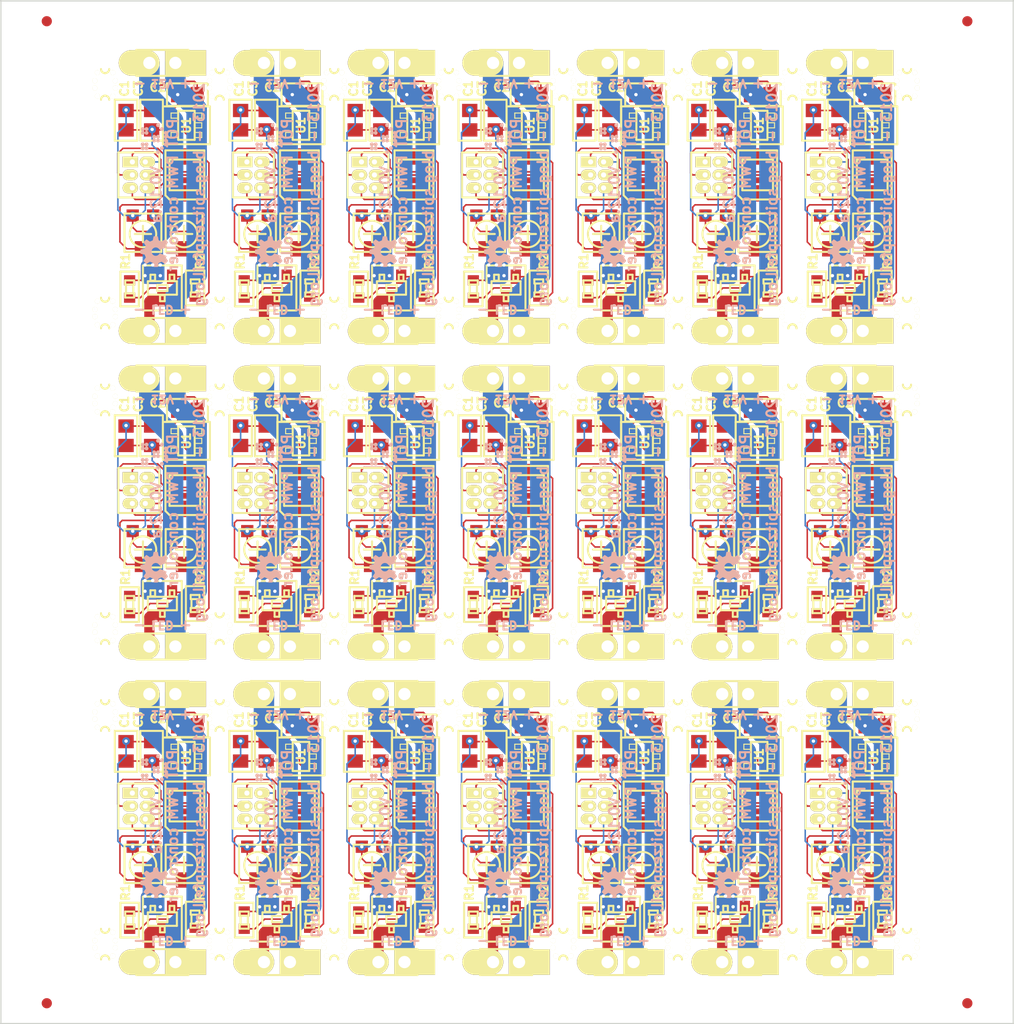
<source format=kicad_pcb>
(kicad_pcb (version 3) (host pcbnew "(2013-08-09 BZR 4280)-product")
  (title_block (title LED-strip_PWM) (date "24 May 2013") (rev 0.12) (company "2012 - blog.spitzenpfeil.org"))
  (layers (15 Front signal) (0 Back signal) (19 F.Paste user) (20 B.SilkS user) (21 F.SilkS user) (22 B.Mask user) (23 F.Mask user) (28 Edge.Cuts user))
  (net 0 "")
  (net 1 /MISO)
  (net 2 /MOSI)
  (net 3 /POT1)
  (net 4 /POT2)
  (net 5 /RESET)
  (net 6 /SCK)
  (net 7 /Vin)
  (net 8 /drain)
  (net 9 GND)
  (net 10 GNDPWR)
  (net 11 N-000004)
  (net 12 N-000005)
  (net 13 N-000006)
  (net 14 VCC)
  (module MADW__mouse-bite-1mm-slot (layer Front) (at 190.2 152.875 90)
    (fp_text reference mouse-bite-1mm hide)
    (fp_text value VAL** hide)
    (pad "" np_thru_hole circle (at 0.35 -1 90) (size 0.5 0.5) (drill 0.5) (layers *.Cu *.Mask F.SilkS))
    (pad "" np_thru_hole circle (at -1.15 0.75 90) (size 0.5 0.5) (drill 0.5) (layers *.Cu *.Mask F.SilkS))
    (pad "" np_thru_hole circle (at 1.15 0.75 90) (size 0.5 0.5) (drill 0.5) (layers *.Cu *.Mask F.SilkS))
    (pad "" np_thru_hole circle (at -1.15 -0.75 90) (size 0.5 0.5) (drill 0.5) (layers *.Cu *.Mask F.SilkS))
    (pad "" np_thru_hole circle (at -0.35 -1 90) (size 0.5 0.5) (drill 0.5) (layers *.Cu *.Mask F.SilkS))
    (pad "" np_thru_hole circle (at 1.15 -0.75 90) (size 0.5 0.5) (drill 0.5) (layers *.Cu *.Mask F.SilkS))
    (pad "" np_thru_hole circle (at -0.35 1 90) (size 0.5 0.5) (drill 0.5) (layers *.Cu *.Mask F.SilkS))
    (pad "" np_thru_hole circle (at 0.35 1 90) (size 0.5 0.5) (drill 0.5) (layers *.Cu *.Mask F.SilkS))
  )
  (module MADW__mouse-bite-1mm-slot (layer Front) (at 190.2 175.225 90)
    (fp_text reference mouse-bite-1mm hide)
    (fp_text value VAL** hide)
    (pad "" np_thru_hole circle (at 0.35 -1 90) (size 0.5 0.5) (drill 0.5) (layers *.Cu *.Mask F.SilkS))
    (pad "" np_thru_hole circle (at -1.15 0.75 90) (size 0.5 0.5) (drill 0.5) (layers *.Cu *.Mask F.SilkS))
    (pad "" np_thru_hole circle (at 1.15 0.75 90) (size 0.5 0.5) (drill 0.5) (layers *.Cu *.Mask F.SilkS))
    (pad "" np_thru_hole circle (at -1.15 -0.75 90) (size 0.5 0.5) (drill 0.5) (layers *.Cu *.Mask F.SilkS))
    (pad "" np_thru_hole circle (at -0.35 -1 90) (size 0.5 0.5) (drill 0.5) (layers *.Cu *.Mask F.SilkS))
    (pad "" np_thru_hole circle (at 1.15 -0.75 90) (size 0.5 0.5) (drill 0.5) (layers *.Cu *.Mask F.SilkS))
    (pad "" np_thru_hole circle (at -0.35 1 90) (size 0.5 0.5) (drill 0.5) (layers *.Cu *.Mask F.SilkS))
    (pad "" np_thru_hole circle (at 0.35 1 90) (size 0.5 0.5) (drill 0.5) (layers *.Cu *.Mask F.SilkS))
  )
  (module OSHW-logo_silkscreen_3mm (layer Back) (at 195 169.225 90)
    (fp_text reference G1 hide)
    (fp_text value OSHW-logo_silkscreen_3mm hide)
  )
  (module LED_smile_silkscreen_3mm (layer Back) (at 195 158.175 90)
    (fp_text reference G2 hide)
    (fp_text value LED_smile_silkscreen_3mm hide)
  )
  (module MADW__SOT23-5 (layer Front) (at 198.15 156.875 90)
    (fp_text reference U1 (at 0 0 90) (layer F.SilkS) (effects (font (size 0.8 0.8) (thickness 0.2))))
    (fp_text value MCP1804-SOT23-5 hide)
    (pad 1 smd rect (at -0.95 1.3 90) (size 0.65 1.25) (layers Front F.Paste F.Mask) (net 7 /Vin))
    (pad 2 smd rect (at 0 1.3 90) (size 0.65 1.25) (layers Front F.Paste F.Mask) (net 10 GNDPWR))
    (pad 3 smd rect (at 0.95 1.3 90) (size 0.65 1.25) (layers Front F.Paste F.Mask))
    (pad 4 smd rect (at 0.95 -1.3 90) (size 0.65 1.25) (layers Front F.Paste F.Mask) (net 7 /Vin))
    (pad 5 smd rect (at -0.95 -1.3 90) (size 0.65 1.25) (layers Front F.Paste F.Mask) (net 14 VCC))
  )
  (module MADW__SOT23 (layer Front) (at 195.8 172.775 180)
    (fp_text reference T1 hide)
    (fp_text value AO3400 hide)
    (pad 1 smd rect (at -0.95 1.1 180) (size 1 1.4) (layers Front F.Paste F.Mask) (net 11 N-000004))
    (pad 2 smd rect (at 0.95 1.1 180) (size 1 1.4) (layers Front F.Paste F.Mask) (net 10 GNDPWR))
    (pad 3 smd rect (at 0 -1.1 180) (size 1 1.4) (layers Front F.Paste F.Mask) (net 8 /drain))
  )
  (module MADW__TC33X-POT (layer Front) (at 197.925 167.5 180)
    (fp_text reference RV2 hide)
    (fp_text value 50k hide)
    (pad 1 smd rect (at -1.00076 1.80086 180) (size 1.19888 1.19888) (layers Front F.Paste F.Mask) (net 9 GND))
    (pad 3 smd rect (at 1.00076 1.80086 180) (size 1.19888 1.19888) (layers Front F.Paste F.Mask) (net 14 VCC))
    (pad 2 smd rect (at 0 -1.45034 180) (size 1.6002 1.50114) (layers Front F.Paste F.Mask) (net 4 /POT2))
  )
  (module MADW__TC33X-POT (layer Front) (at 193.9 167.5 180)
    (fp_text reference RV1 hide)
    (fp_text value 50k hide)
    (pad 1 smd rect (at -1.00076 1.80086 180) (size 1.19888 1.19888) (layers Front F.Paste F.Mask) (net 14 VCC))
    (pad 3 smd rect (at 1.00076 1.80086 180) (size 1.19888 1.19888) (layers Front F.Paste F.Mask) (net 9 GND))
    (pad 2 smd rect (at 0 -1.45034 180) (size 1.6002 1.50114) (layers Front F.Paste F.Mask) (net 3 /POT1))
  )
  (module MADW__R0603_2 (layer Front) (at 199 172.775 90)
    (fp_text reference R2 (at 2.6 0.5 270) (layer F.SilkS) (effects (font (size 0.8 0.8) (thickness 0.2))))
    (fp_text value 150R hide)
    (pad 1 smd rect (at -0.84836 0 90) (size 0.99822 1.09982) (layers Front F.Paste F.Mask) (net 2 /MOSI))
    (pad 2 smd rect (at 0.84836 0 90) (size 0.99822 1.09982) (layers Front F.Paste F.Mask) (net 11 N-000004))
  )
  (module MADW__R0603_2 (layer Front) (at 192.6 172.875 270)
    (fp_text reference R1 (at -2.7 0.4 450) (layer F.SilkS) (effects (font (size 0.8 0.8) (thickness 0.2))))
    (fp_text value 100k hide)
    (pad 1 smd rect (at -0.84836 0 270) (size 0.99822 1.09982) (layers Front F.Paste F.Mask) (net 10 GNDPWR))
    (pad 2 smd rect (at 0.84836 0 270) (size 0.99822 1.09982) (layers Front F.Paste F.Mask) (net 2 /MOSI))
  )
  (module MADW__C0805 (layer Front) (at 194.75 156.375 90)
    (fp_text reference C3 (at 3.1 -1.3 90) (layer F.SilkS) (effects (font (size 0.8 0.8) (thickness 0.2))))
    (fp_text value 4.7µF hide)
    (pad 1 smd rect (at -0.94996 0 90) (size 1.29794 1.4986) (layers Front F.Paste F.Mask) (net 14 VCC))
    (pad 2 smd rect (at 0.94996 0 90) (size 1.29794 1.4986) (layers Front F.Paste F.Mask) (net 9 GND))
  )
  (module MADW__C0805 (layer Front) (at 198.25 153.875)
    (fp_text reference C2 (at -2.9 -0.7) (layer F.SilkS) (effects (font (size 0.8 0.8) (thickness 0.2))))
    (fp_text value 100nF hide)
    (pad 1 smd rect (at -0.94996 0) (size 1.29794 1.4986) (layers Front F.Paste F.Mask) (net 7 /Vin))
    (pad 2 smd rect (at 0.94996 0) (size 1.29794 1.4986) (layers Front F.Paste F.Mask) (net 10 GNDPWR))
  )
  (module MADW__C0805 (layer Front) (at 192.25 156.375 90)
    (fp_text reference C1 (at 3.1 -0.15 270) (layer F.SilkS) (effects (font (size 0.8 0.8) (thickness 0.2))))
    (fp_text value 100nF hide)
    (pad 1 smd rect (at -0.94996 0 90) (size 1.29794 1.4986) (layers Front F.Paste F.Mask) (net 14 VCC))
    (pad 2 smd rect (at 0.94996 0 90) (size 1.29794 1.4986) (layers Front F.Paste F.Mask) (net 9 GND))
  )
  (module MADW__SIL-2 (layer Front) (at 195.8 176.975 180)
    (fp_text reference P2 hide)
    (fp_text value CONN_2 hide)
    (pad 1 thru_hole rect (at -1.27 0 180) (size 4 2.5) (drill 1.2 (offset -1 0)) (layers *.Cu *.Mask F.SilkS) (net 7 /Vin))
    (pad 2 thru_hole oval (at 1.27 0 180) (size 4 2.5) (drill 1.2 (offset 1 0)) (layers *.Cu *.Mask F.SilkS) (net 8 /drain))
  )
  (module MADW__SIL-2 (layer Front) (at 195.8 150.775 180)
    (fp_text reference P1 hide)
    (fp_text value CONN_2 hide)
    (pad 1 thru_hole rect (at -1.27 0 180) (size 4 2.5) (drill 1.2 (offset -1 0)) (layers *.Cu *.Mask F.SilkS) (net 7 /Vin))
    (pad 2 thru_hole oval (at 1.27 0 180) (size 4 2.5) (drill 1.2 (offset 1 0)) (layers *.Cu *.Mask F.SilkS) (net 10 GNDPWR))
  )
  (module MADW__SMD-net-noin-0.5mm (layer Front) (at 194.75 153.325 90)
    (fp_text reference NJ1 hide)
    (fp_text value NET-JOIN hide)
    (fp_line (start -0.381 0.127) (end 0.381 0.127) (layer Front) (width 0.25))
    (fp_line (start -0.381 -0.127) (end 0.381 -0.127) (layer Front) (width 0.25))
    (fp_line (start -0.381 0) (end 0.381 0) (layer Front) (width 0.25))
    (pad 1 smd rect (at -0.381 0 90) (size 0.5 0.5) (layers Front) (net 9 GND))
    (pad 2 smd rect (at 0.381 0 90) (size 0.5 0.5) (layers Front) (net 10 GNDPWR))
  )
  (module MADW__MLF10 (layer Front) (at 198 161.725 90)
    (fp_text reference IC1 hide)
    (fp_text value MADW__ATTINY13-MM hide)
    (pad 1 smd rect (at -1.5 -1 90) (size 1.6 0.3) (drill (offset -0.3 0)) (layers Front F.Paste F.Mask) (net 5 /RESET))
    (pad 2 smd rect (at -1.5 -0.5 90) (size 1.6 0.3) (drill (offset -0.3 0)) (layers Front F.Paste F.Mask) (net 3 /POT1))
    (pad 3 smd rect (at -1.5 0 90) (size 1.6 0.3) (drill (offset -0.3 0)) (layers Front F.Paste F.Mask) (net 12 N-000005))
    (pad 4 smd rect (at -1.5 0.5 90) (size 1.6 0.3) (drill (offset -0.3 0)) (layers Front F.Paste F.Mask) (net 4 /POT2))
    (pad 5 smd rect (at -1.5 1 90) (size 1.6 0.3) (drill (offset -0.3 0)) (layers Front F.Paste F.Mask) (net 9 GND))
    (pad 6 smd rect (at 1.5 1 90) (size 1.6 0.3) (drill (offset 0.3 0)) (layers Front F.Paste F.Mask) (net 2 /MOSI))
    (pad 7 smd rect (at 1.5 0.5 90) (size 1.6 0.3) (drill (offset 0.3 0)) (layers Front F.Paste F.Mask) (net 1 /MISO))
    (pad 8 smd rect (at 1.5 0 90) (size 1.6 0.3) (drill (offset 0.3 0)) (layers Front F.Paste F.Mask) (net 13 N-000006))
    (pad 9 smd rect (at 1.5 -0.5 90) (size 1.6 0.3) (drill (offset 0.3 0)) (layers Front F.Paste F.Mask) (net 6 /SCK))
    (pad 10 smd rect (at 1.5 -1 90) (size 1.6 0.3) (drill (offset 0.3 0)) (layers Front F.Paste F.Mask) (net 14 VCC))
  )
  (module MADW__PIN_ARRAY_3x2_1.27mm (layer Front) (at 193.5 161.725 270)
    (fp_text reference JP1 hide)
    (fp_text value ISP hide)
    (pad 1 thru_hole rect (at -1.27 0.635 270) (size 1.05 1.5) (drill 0.5 (offset 0 0.2)) (layers *.Cu F.SilkS F.Mask) (net 1 /MISO))
    (pad 2 thru_hole oval (at -1.27 -0.635 270) (size 1.05 1.5) (drill 0.5 (offset 0 -0.2)) (layers *.Cu F.SilkS F.Mask) (net 14 VCC))
    (pad 3 thru_hole oval (at 0 0.635 270) (size 1.05 1.5) (drill 0.5 (offset 0 0.2)) (layers *.Cu F.SilkS F.Mask) (net 6 /SCK))
    (pad 4 thru_hole oval (at 0 -0.635 270) (size 1.05 1.5) (drill 0.5 (offset 0 -0.2)) (layers *.Cu F.SilkS F.Mask) (net 2 /MOSI))
    (pad 5 thru_hole oval (at 1.27 0.635 270) (size 1.05 1.5) (drill 0.5 (offset 0 0.2)) (layers *.Cu F.SilkS F.Mask) (net 5 /RESET))
    (pad 6 thru_hole oval (at 1.27 -0.635 270) (size 1.05 1.5) (drill 0.5 (offset 0 -0.2)) (layers *.Cu F.SilkS F.Mask) (net 9 GND))
  )
  (module MADW__mouse-bite-1mm-slot (layer Front) (at 190.2 122.025 90)
    (fp_text reference mouse-bite-1mm hide)
    (fp_text value VAL** hide)
    (pad "" np_thru_hole circle (at 0.35 -1 90) (size 0.5 0.5) (drill 0.5) (layers *.Cu *.Mask F.SilkS))
    (pad "" np_thru_hole circle (at -1.15 0.75 90) (size 0.5 0.5) (drill 0.5) (layers *.Cu *.Mask F.SilkS))
    (pad "" np_thru_hole circle (at 1.15 0.75 90) (size 0.5 0.5) (drill 0.5) (layers *.Cu *.Mask F.SilkS))
    (pad "" np_thru_hole circle (at -1.15 -0.75 90) (size 0.5 0.5) (drill 0.5) (layers *.Cu *.Mask F.SilkS))
    (pad "" np_thru_hole circle (at -0.35 -1 90) (size 0.5 0.5) (drill 0.5) (layers *.Cu *.Mask F.SilkS))
    (pad "" np_thru_hole circle (at 1.15 -0.75 90) (size 0.5 0.5) (drill 0.5) (layers *.Cu *.Mask F.SilkS))
    (pad "" np_thru_hole circle (at -0.35 1 90) (size 0.5 0.5) (drill 0.5) (layers *.Cu *.Mask F.SilkS))
    (pad "" np_thru_hole circle (at 0.35 1 90) (size 0.5 0.5) (drill 0.5) (layers *.Cu *.Mask F.SilkS))
  )
  (module MADW__mouse-bite-1mm-slot (layer Front) (at 190.2 144.375 90)
    (fp_text reference mouse-bite-1mm hide)
    (fp_text value VAL** hide)
    (pad "" np_thru_hole circle (at 0.35 -1 90) (size 0.5 0.5) (drill 0.5) (layers *.Cu *.Mask F.SilkS))
    (pad "" np_thru_hole circle (at -1.15 0.75 90) (size 0.5 0.5) (drill 0.5) (layers *.Cu *.Mask F.SilkS))
    (pad "" np_thru_hole circle (at 1.15 0.75 90) (size 0.5 0.5) (drill 0.5) (layers *.Cu *.Mask F.SilkS))
    (pad "" np_thru_hole circle (at -1.15 -0.75 90) (size 0.5 0.5) (drill 0.5) (layers *.Cu *.Mask F.SilkS))
    (pad "" np_thru_hole circle (at -0.35 -1 90) (size 0.5 0.5) (drill 0.5) (layers *.Cu *.Mask F.SilkS))
    (pad "" np_thru_hole circle (at 1.15 -0.75 90) (size 0.5 0.5) (drill 0.5) (layers *.Cu *.Mask F.SilkS))
    (pad "" np_thru_hole circle (at -0.35 1 90) (size 0.5 0.5) (drill 0.5) (layers *.Cu *.Mask F.SilkS))
    (pad "" np_thru_hole circle (at 0.35 1 90) (size 0.5 0.5) (drill 0.5) (layers *.Cu *.Mask F.SilkS))
  )
  (module OSHW-logo_silkscreen_3mm (layer Back) (at 195 138.375 90)
    (fp_text reference G1 hide)
    (fp_text value OSHW-logo_silkscreen_3mm hide)
  )
  (module LED_smile_silkscreen_3mm (layer Back) (at 195 127.325 90)
    (fp_text reference G2 hide)
    (fp_text value LED_smile_silkscreen_3mm hide)
  )
  (module MADW__SOT23-5 (layer Front) (at 198.15 126.025 90)
    (fp_text reference U1 (at 0 0 90) (layer F.SilkS) (effects (font (size 0.8 0.8) (thickness 0.2))))
    (fp_text value MCP1804-SOT23-5 hide)
    (pad 1 smd rect (at -0.95 1.3 90) (size 0.65 1.25) (layers Front F.Paste F.Mask) (net 7 /Vin))
    (pad 2 smd rect (at 0 1.3 90) (size 0.65 1.25) (layers Front F.Paste F.Mask) (net 10 GNDPWR))
    (pad 3 smd rect (at 0.95 1.3 90) (size 0.65 1.25) (layers Front F.Paste F.Mask))
    (pad 4 smd rect (at 0.95 -1.3 90) (size 0.65 1.25) (layers Front F.Paste F.Mask) (net 7 /Vin))
    (pad 5 smd rect (at -0.95 -1.3 90) (size 0.65 1.25) (layers Front F.Paste F.Mask) (net 14 VCC))
  )
  (module MADW__SOT23 (layer Front) (at 195.8 141.925 180)
    (fp_text reference T1 hide)
    (fp_text value AO3400 hide)
    (pad 1 smd rect (at -0.95 1.1 180) (size 1 1.4) (layers Front F.Paste F.Mask) (net 11 N-000004))
    (pad 2 smd rect (at 0.95 1.1 180) (size 1 1.4) (layers Front F.Paste F.Mask) (net 10 GNDPWR))
    (pad 3 smd rect (at 0 -1.1 180) (size 1 1.4) (layers Front F.Paste F.Mask) (net 8 /drain))
  )
  (module MADW__TC33X-POT (layer Front) (at 197.925 136.65 180)
    (fp_text reference RV2 hide)
    (fp_text value 50k hide)
    (pad 1 smd rect (at -1.00076 1.80086 180) (size 1.19888 1.19888) (layers Front F.Paste F.Mask) (net 9 GND))
    (pad 3 smd rect (at 1.00076 1.80086 180) (size 1.19888 1.19888) (layers Front F.Paste F.Mask) (net 14 VCC))
    (pad 2 smd rect (at 0 -1.45034 180) (size 1.6002 1.50114) (layers Front F.Paste F.Mask) (net 4 /POT2))
  )
  (module MADW__TC33X-POT (layer Front) (at 193.9 136.65 180)
    (fp_text reference RV1 hide)
    (fp_text value 50k hide)
    (pad 1 smd rect (at -1.00076 1.80086 180) (size 1.19888 1.19888) (layers Front F.Paste F.Mask) (net 14 VCC))
    (pad 3 smd rect (at 1.00076 1.80086 180) (size 1.19888 1.19888) (layers Front F.Paste F.Mask) (net 9 GND))
    (pad 2 smd rect (at 0 -1.45034 180) (size 1.6002 1.50114) (layers Front F.Paste F.Mask) (net 3 /POT1))
  )
  (module MADW__R0603_2 (layer Front) (at 199 141.925 90)
    (fp_text reference R2 (at 2.6 0.5 270) (layer F.SilkS) (effects (font (size 0.8 0.8) (thickness 0.2))))
    (fp_text value 150R hide)
    (pad 1 smd rect (at -0.84836 0 90) (size 0.99822 1.09982) (layers Front F.Paste F.Mask) (net 2 /MOSI))
    (pad 2 smd rect (at 0.84836 0 90) (size 0.99822 1.09982) (layers Front F.Paste F.Mask) (net 11 N-000004))
  )
  (module MADW__R0603_2 (layer Front) (at 192.6 142.025 270)
    (fp_text reference R1 (at -2.7 0.4 450) (layer F.SilkS) (effects (font (size 0.8 0.8) (thickness 0.2))))
    (fp_text value 100k hide)
    (pad 1 smd rect (at -0.84836 0 270) (size 0.99822 1.09982) (layers Front F.Paste F.Mask) (net 10 GNDPWR))
    (pad 2 smd rect (at 0.84836 0 270) (size 0.99822 1.09982) (layers Front F.Paste F.Mask) (net 2 /MOSI))
  )
  (module MADW__C0805 (layer Front) (at 194.75 125.525 90)
    (fp_text reference C3 (at 3.1 -1.3 90) (layer F.SilkS) (effects (font (size 0.8 0.8) (thickness 0.2))))
    (fp_text value 4.7µF hide)
    (pad 1 smd rect (at -0.94996 0 90) (size 1.29794 1.4986) (layers Front F.Paste F.Mask) (net 14 VCC))
    (pad 2 smd rect (at 0.94996 0 90) (size 1.29794 1.4986) (layers Front F.Paste F.Mask) (net 9 GND))
  )
  (module MADW__C0805 (layer Front) (at 198.25 123.025)
    (fp_text reference C2 (at -2.9 -0.7) (layer F.SilkS) (effects (font (size 0.8 0.8) (thickness 0.2))))
    (fp_text value 100nF hide)
    (pad 1 smd rect (at -0.94996 0) (size 1.29794 1.4986) (layers Front F.Paste F.Mask) (net 7 /Vin))
    (pad 2 smd rect (at 0.94996 0) (size 1.29794 1.4986) (layers Front F.Paste F.Mask) (net 10 GNDPWR))
  )
  (module MADW__C0805 (layer Front) (at 192.25 125.525 90)
    (fp_text reference C1 (at 3.1 -0.15 270) (layer F.SilkS) (effects (font (size 0.8 0.8) (thickness 0.2))))
    (fp_text value 100nF hide)
    (pad 1 smd rect (at -0.94996 0 90) (size 1.29794 1.4986) (layers Front F.Paste F.Mask) (net 14 VCC))
    (pad 2 smd rect (at 0.94996 0 90) (size 1.29794 1.4986) (layers Front F.Paste F.Mask) (net 9 GND))
  )
  (module MADW__SIL-2 (layer Front) (at 195.8 146.125 180)
    (fp_text reference P2 hide)
    (fp_text value CONN_2 hide)
    (pad 1 thru_hole rect (at -1.27 0 180) (size 4 2.5) (drill 1.2 (offset -1 0)) (layers *.Cu *.Mask F.SilkS) (net 7 /Vin))
    (pad 2 thru_hole oval (at 1.27 0 180) (size 4 2.5) (drill 1.2 (offset 1 0)) (layers *.Cu *.Mask F.SilkS) (net 8 /drain))
  )
  (module MADW__SIL-2 (layer Front) (at 195.8 119.925 180)
    (fp_text reference P1 hide)
    (fp_text value CONN_2 hide)
    (pad 1 thru_hole rect (at -1.27 0 180) (size 4 2.5) (drill 1.2 (offset -1 0)) (layers *.Cu *.Mask F.SilkS) (net 7 /Vin))
    (pad 2 thru_hole oval (at 1.27 0 180) (size 4 2.5) (drill 1.2 (offset 1 0)) (layers *.Cu *.Mask F.SilkS) (net 10 GNDPWR))
  )
  (module MADW__SMD-net-noin-0.5mm (layer Front) (at 194.75 122.475 90)
    (fp_text reference NJ1 hide)
    (fp_text value NET-JOIN hide)
    (fp_line (start -0.381 0.127) (end 0.381 0.127) (layer Front) (width 0.25))
    (fp_line (start -0.381 -0.127) (end 0.381 -0.127) (layer Front) (width 0.25))
    (fp_line (start -0.381 0) (end 0.381 0) (layer Front) (width 0.25))
    (pad 1 smd rect (at -0.381 0 90) (size 0.5 0.5) (layers Front) (net 9 GND))
    (pad 2 smd rect (at 0.381 0 90) (size 0.5 0.5) (layers Front) (net 10 GNDPWR))
  )
  (module MADW__MLF10 (layer Front) (at 198 130.875 90)
    (fp_text reference IC1 hide)
    (fp_text value MADW__ATTINY13-MM hide)
    (pad 1 smd rect (at -1.5 -1 90) (size 1.6 0.3) (drill (offset -0.3 0)) (layers Front F.Paste F.Mask) (net 5 /RESET))
    (pad 2 smd rect (at -1.5 -0.5 90) (size 1.6 0.3) (drill (offset -0.3 0)) (layers Front F.Paste F.Mask) (net 3 /POT1))
    (pad 3 smd rect (at -1.5 0 90) (size 1.6 0.3) (drill (offset -0.3 0)) (layers Front F.Paste F.Mask) (net 12 N-000005))
    (pad 4 smd rect (at -1.5 0.5 90) (size 1.6 0.3) (drill (offset -0.3 0)) (layers Front F.Paste F.Mask) (net 4 /POT2))
    (pad 5 smd rect (at -1.5 1 90) (size 1.6 0.3) (drill (offset -0.3 0)) (layers Front F.Paste F.Mask) (net 9 GND))
    (pad 6 smd rect (at 1.5 1 90) (size 1.6 0.3) (drill (offset 0.3 0)) (layers Front F.Paste F.Mask) (net 2 /MOSI))
    (pad 7 smd rect (at 1.5 0.5 90) (size 1.6 0.3) (drill (offset 0.3 0)) (layers Front F.Paste F.Mask) (net 1 /MISO))
    (pad 8 smd rect (at 1.5 0 90) (size 1.6 0.3) (drill (offset 0.3 0)) (layers Front F.Paste F.Mask) (net 13 N-000006))
    (pad 9 smd rect (at 1.5 -0.5 90) (size 1.6 0.3) (drill (offset 0.3 0)) (layers Front F.Paste F.Mask) (net 6 /SCK))
    (pad 10 smd rect (at 1.5 -1 90) (size 1.6 0.3) (drill (offset 0.3 0)) (layers Front F.Paste F.Mask) (net 14 VCC))
  )
  (module MADW__PIN_ARRAY_3x2_1.27mm (layer Front) (at 193.5 130.875 270)
    (fp_text reference JP1 hide)
    (fp_text value ISP hide)
    (pad 1 thru_hole rect (at -1.27 0.635 270) (size 1.05 1.5) (drill 0.5 (offset 0 0.2)) (layers *.Cu F.SilkS F.Mask) (net 1 /MISO))
    (pad 2 thru_hole oval (at -1.27 -0.635 270) (size 1.05 1.5) (drill 0.5 (offset 0 -0.2)) (layers *.Cu F.SilkS F.Mask) (net 14 VCC))
    (pad 3 thru_hole oval (at 0 0.635 270) (size 1.05 1.5) (drill 0.5 (offset 0 0.2)) (layers *.Cu F.SilkS F.Mask) (net 6 /SCK))
    (pad 4 thru_hole oval (at 0 -0.635 270) (size 1.05 1.5) (drill 0.5 (offset 0 -0.2)) (layers *.Cu F.SilkS F.Mask) (net 2 /MOSI))
    (pad 5 thru_hole oval (at 1.27 0.635 270) (size 1.05 1.5) (drill 0.5 (offset 0 0.2)) (layers *.Cu F.SilkS F.Mask) (net 5 /RESET))
    (pad 6 thru_hole oval (at 1.27 -0.635 270) (size 1.05 1.5) (drill 0.5 (offset 0 -0.2)) (layers *.Cu F.SilkS F.Mask) (net 9 GND))
  )
  (module MADW__mouse-bite-1mm-slot (layer Front) (at 190.2 91.175 90)
    (fp_text reference mouse-bite-1mm hide)
    (fp_text value VAL** hide)
    (pad "" np_thru_hole circle (at 0.35 -1 90) (size 0.5 0.5) (drill 0.5) (layers *.Cu *.Mask F.SilkS))
    (pad "" np_thru_hole circle (at -1.15 0.75 90) (size 0.5 0.5) (drill 0.5) (layers *.Cu *.Mask F.SilkS))
    (pad "" np_thru_hole circle (at 1.15 0.75 90) (size 0.5 0.5) (drill 0.5) (layers *.Cu *.Mask F.SilkS))
    (pad "" np_thru_hole circle (at -1.15 -0.75 90) (size 0.5 0.5) (drill 0.5) (layers *.Cu *.Mask F.SilkS))
    (pad "" np_thru_hole circle (at -0.35 -1 90) (size 0.5 0.5) (drill 0.5) (layers *.Cu *.Mask F.SilkS))
    (pad "" np_thru_hole circle (at 1.15 -0.75 90) (size 0.5 0.5) (drill 0.5) (layers *.Cu *.Mask F.SilkS))
    (pad "" np_thru_hole circle (at -0.35 1 90) (size 0.5 0.5) (drill 0.5) (layers *.Cu *.Mask F.SilkS))
    (pad "" np_thru_hole circle (at 0.35 1 90) (size 0.5 0.5) (drill 0.5) (layers *.Cu *.Mask F.SilkS))
  )
  (module MADW__mouse-bite-1mm-slot (layer Front) (at 190.2 113.525 90)
    (fp_text reference mouse-bite-1mm hide)
    (fp_text value VAL** hide)
    (pad "" np_thru_hole circle (at 0.35 -1 90) (size 0.5 0.5) (drill 0.5) (layers *.Cu *.Mask F.SilkS))
    (pad "" np_thru_hole circle (at -1.15 0.75 90) (size 0.5 0.5) (drill 0.5) (layers *.Cu *.Mask F.SilkS))
    (pad "" np_thru_hole circle (at 1.15 0.75 90) (size 0.5 0.5) (drill 0.5) (layers *.Cu *.Mask F.SilkS))
    (pad "" np_thru_hole circle (at -1.15 -0.75 90) (size 0.5 0.5) (drill 0.5) (layers *.Cu *.Mask F.SilkS))
    (pad "" np_thru_hole circle (at -0.35 -1 90) (size 0.5 0.5) (drill 0.5) (layers *.Cu *.Mask F.SilkS))
    (pad "" np_thru_hole circle (at 1.15 -0.75 90) (size 0.5 0.5) (drill 0.5) (layers *.Cu *.Mask F.SilkS))
    (pad "" np_thru_hole circle (at -0.35 1 90) (size 0.5 0.5) (drill 0.5) (layers *.Cu *.Mask F.SilkS))
    (pad "" np_thru_hole circle (at 0.35 1 90) (size 0.5 0.5) (drill 0.5) (layers *.Cu *.Mask F.SilkS))
  )
  (module OSHW-logo_silkscreen_3mm (layer Back) (at 195 107.525 90)
    (fp_text reference G1 hide)
    (fp_text value OSHW-logo_silkscreen_3mm hide)
  )
  (module LED_smile_silkscreen_3mm (layer Back) (at 195 96.475 90)
    (fp_text reference G2 hide)
    (fp_text value LED_smile_silkscreen_3mm hide)
  )
  (module MADW__SOT23-5 (layer Front) (at 198.15 95.175 90)
    (fp_text reference U1 (at 0 0 90) (layer F.SilkS) (effects (font (size 0.8 0.8) (thickness 0.2))))
    (fp_text value MCP1804-SOT23-5 hide)
    (pad 1 smd rect (at -0.95 1.3 90) (size 0.65 1.25) (layers Front F.Paste F.Mask) (net 7 /Vin))
    (pad 2 smd rect (at 0 1.3 90) (size 0.65 1.25) (layers Front F.Paste F.Mask) (net 10 GNDPWR))
    (pad 3 smd rect (at 0.95 1.3 90) (size 0.65 1.25) (layers Front F.Paste F.Mask))
    (pad 4 smd rect (at 0.95 -1.3 90) (size 0.65 1.25) (layers Front F.Paste F.Mask) (net 7 /Vin))
    (pad 5 smd rect (at -0.95 -1.3 90) (size 0.65 1.25) (layers Front F.Paste F.Mask) (net 14 VCC))
  )
  (module MADW__SOT23 (layer Front) (at 195.8 111.075 180)
    (fp_text reference T1 hide)
    (fp_text value AO3400 hide)
    (pad 1 smd rect (at -0.95 1.1 180) (size 1 1.4) (layers Front F.Paste F.Mask) (net 11 N-000004))
    (pad 2 smd rect (at 0.95 1.1 180) (size 1 1.4) (layers Front F.Paste F.Mask) (net 10 GNDPWR))
    (pad 3 smd rect (at 0 -1.1 180) (size 1 1.4) (layers Front F.Paste F.Mask) (net 8 /drain))
  )
  (module MADW__TC33X-POT (layer Front) (at 197.925 105.8 180)
    (fp_text reference RV2 hide)
    (fp_text value 50k hide)
    (pad 1 smd rect (at -1.00076 1.80086 180) (size 1.19888 1.19888) (layers Front F.Paste F.Mask) (net 9 GND))
    (pad 3 smd rect (at 1.00076 1.80086 180) (size 1.19888 1.19888) (layers Front F.Paste F.Mask) (net 14 VCC))
    (pad 2 smd rect (at 0 -1.45034 180) (size 1.6002 1.50114) (layers Front F.Paste F.Mask) (net 4 /POT2))
  )
  (module MADW__TC33X-POT (layer Front) (at 193.9 105.8 180)
    (fp_text reference RV1 hide)
    (fp_text value 50k hide)
    (pad 1 smd rect (at -1.00076 1.80086 180) (size 1.19888 1.19888) (layers Front F.Paste F.Mask) (net 14 VCC))
    (pad 3 smd rect (at 1.00076 1.80086 180) (size 1.19888 1.19888) (layers Front F.Paste F.Mask) (net 9 GND))
    (pad 2 smd rect (at 0 -1.45034 180) (size 1.6002 1.50114) (layers Front F.Paste F.Mask) (net 3 /POT1))
  )
  (module MADW__R0603_2 (layer Front) (at 199 111.075 90)
    (fp_text reference R2 (at 2.6 0.5 270) (layer F.SilkS) (effects (font (size 0.8 0.8) (thickness 0.2))))
    (fp_text value 150R hide)
    (pad 1 smd rect (at -0.84836 0 90) (size 0.99822 1.09982) (layers Front F.Paste F.Mask) (net 2 /MOSI))
    (pad 2 smd rect (at 0.84836 0 90) (size 0.99822 1.09982) (layers Front F.Paste F.Mask) (net 11 N-000004))
  )
  (module MADW__R0603_2 (layer Front) (at 192.6 111.175 270)
    (fp_text reference R1 (at -2.7 0.4 450) (layer F.SilkS) (effects (font (size 0.8 0.8) (thickness 0.2))))
    (fp_text value 100k hide)
    (pad 1 smd rect (at -0.84836 0 270) (size 0.99822 1.09982) (layers Front F.Paste F.Mask) (net 10 GNDPWR))
    (pad 2 smd rect (at 0.84836 0 270) (size 0.99822 1.09982) (layers Front F.Paste F.Mask) (net 2 /MOSI))
  )
  (module MADW__C0805 (layer Front) (at 194.75 94.675 90)
    (fp_text reference C3 (at 3.1 -1.3 90) (layer F.SilkS) (effects (font (size 0.8 0.8) (thickness 0.2))))
    (fp_text value 4.7µF hide)
    (pad 1 smd rect (at -0.94996 0 90) (size 1.29794 1.4986) (layers Front F.Paste F.Mask) (net 14 VCC))
    (pad 2 smd rect (at 0.94996 0 90) (size 1.29794 1.4986) (layers Front F.Paste F.Mask) (net 9 GND))
  )
  (module MADW__C0805 (layer Front) (at 198.25 92.175)
    (fp_text reference C2 (at -2.9 -0.7) (layer F.SilkS) (effects (font (size 0.8 0.8) (thickness 0.2))))
    (fp_text value 100nF hide)
    (pad 1 smd rect (at -0.94996 0) (size 1.29794 1.4986) (layers Front F.Paste F.Mask) (net 7 /Vin))
    (pad 2 smd rect (at 0.94996 0) (size 1.29794 1.4986) (layers Front F.Paste F.Mask) (net 10 GNDPWR))
  )
  (module MADW__C0805 (layer Front) (at 192.25 94.675 90)
    (fp_text reference C1 (at 3.1 -0.15 270) (layer F.SilkS) (effects (font (size 0.8 0.8) (thickness 0.2))))
    (fp_text value 100nF hide)
    (pad 1 smd rect (at -0.94996 0 90) (size 1.29794 1.4986) (layers Front F.Paste F.Mask) (net 14 VCC))
    (pad 2 smd rect (at 0.94996 0 90) (size 1.29794 1.4986) (layers Front F.Paste F.Mask) (net 9 GND))
  )
  (module MADW__SIL-2 (layer Front) (at 195.8 115.275 180)
    (fp_text reference P2 hide)
    (fp_text value CONN_2 hide)
    (pad 1 thru_hole rect (at -1.27 0 180) (size 4 2.5) (drill 1.2 (offset -1 0)) (layers *.Cu *.Mask F.SilkS) (net 7 /Vin))
    (pad 2 thru_hole oval (at 1.27 0 180) (size 4 2.5) (drill 1.2 (offset 1 0)) (layers *.Cu *.Mask F.SilkS) (net 8 /drain))
  )
  (module MADW__SIL-2 (layer Front) (at 195.8 89.075 180)
    (fp_text reference P1 hide)
    (fp_text value CONN_2 hide)
    (pad 1 thru_hole rect (at -1.27 0 180) (size 4 2.5) (drill 1.2 (offset -1 0)) (layers *.Cu *.Mask F.SilkS) (net 7 /Vin))
    (pad 2 thru_hole oval (at 1.27 0 180) (size 4 2.5) (drill 1.2 (offset 1 0)) (layers *.Cu *.Mask F.SilkS) (net 10 GNDPWR))
  )
  (module MADW__SMD-net-noin-0.5mm (layer Front) (at 194.75 91.625 90)
    (fp_text reference NJ1 hide)
    (fp_text value NET-JOIN hide)
    (fp_line (start -0.381 0.127) (end 0.381 0.127) (layer Front) (width 0.25))
    (fp_line (start -0.381 -0.127) (end 0.381 -0.127) (layer Front) (width 0.25))
    (fp_line (start -0.381 0) (end 0.381 0) (layer Front) (width 0.25))
    (pad 1 smd rect (at -0.381 0 90) (size 0.5 0.5) (layers Front) (net 9 GND))
    (pad 2 smd rect (at 0.381 0 90) (size 0.5 0.5) (layers Front) (net 10 GNDPWR))
  )
  (module MADW__MLF10 (layer Front) (at 198 100.025 90)
    (fp_text reference IC1 hide)
    (fp_text value MADW__ATTINY13-MM hide)
    (pad 1 smd rect (at -1.5 -1 90) (size 1.6 0.3) (drill (offset -0.3 0)) (layers Front F.Paste F.Mask) (net 5 /RESET))
    (pad 2 smd rect (at -1.5 -0.5 90) (size 1.6 0.3) (drill (offset -0.3 0)) (layers Front F.Paste F.Mask) (net 3 /POT1))
    (pad 3 smd rect (at -1.5 0 90) (size 1.6 0.3) (drill (offset -0.3 0)) (layers Front F.Paste F.Mask) (net 12 N-000005))
    (pad 4 smd rect (at -1.5 0.5 90) (size 1.6 0.3) (drill (offset -0.3 0)) (layers Front F.Paste F.Mask) (net 4 /POT2))
    (pad 5 smd rect (at -1.5 1 90) (size 1.6 0.3) (drill (offset -0.3 0)) (layers Front F.Paste F.Mask) (net 9 GND))
    (pad 6 smd rect (at 1.5 1 90) (size 1.6 0.3) (drill (offset 0.3 0)) (layers Front F.Paste F.Mask) (net 2 /MOSI))
    (pad 7 smd rect (at 1.5 0.5 90) (size 1.6 0.3) (drill (offset 0.3 0)) (layers Front F.Paste F.Mask) (net 1 /MISO))
    (pad 8 smd rect (at 1.5 0 90) (size 1.6 0.3) (drill (offset 0.3 0)) (layers Front F.Paste F.Mask) (net 13 N-000006))
    (pad 9 smd rect (at 1.5 -0.5 90) (size 1.6 0.3) (drill (offset 0.3 0)) (layers Front F.Paste F.Mask) (net 6 /SCK))
    (pad 10 smd rect (at 1.5 -1 90) (size 1.6 0.3) (drill (offset 0.3 0)) (layers Front F.Paste F.Mask) (net 14 VCC))
  )
  (module MADW__PIN_ARRAY_3x2_1.27mm (layer Front) (at 193.5 100.025 270)
    (fp_text reference JP1 hide)
    (fp_text value ISP hide)
    (pad 1 thru_hole rect (at -1.27 0.635 270) (size 1.05 1.5) (drill 0.5 (offset 0 0.2)) (layers *.Cu F.SilkS F.Mask) (net 1 /MISO))
    (pad 2 thru_hole oval (at -1.27 -0.635 270) (size 1.05 1.5) (drill 0.5 (offset 0 -0.2)) (layers *.Cu F.SilkS F.Mask) (net 14 VCC))
    (pad 3 thru_hole oval (at 0 0.635 270) (size 1.05 1.5) (drill 0.5 (offset 0 0.2)) (layers *.Cu F.SilkS F.Mask) (net 6 /SCK))
    (pad 4 thru_hole oval (at 0 -0.635 270) (size 1.05 1.5) (drill 0.5 (offset 0 -0.2)) (layers *.Cu F.SilkS F.Mask) (net 2 /MOSI))
    (pad 5 thru_hole oval (at 1.27 0.635 270) (size 1.05 1.5) (drill 0.5 (offset 0 0.2)) (layers *.Cu F.SilkS F.Mask) (net 5 /RESET))
    (pad 6 thru_hole oval (at 1.27 -0.635 270) (size 1.05 1.5) (drill 0.5 (offset 0 -0.2)) (layers *.Cu F.SilkS F.Mask) (net 9 GND))
  )
  (module MADW__PIN_ARRAY_3x2_1.27mm (layer Front) (at 204.7 100.025 270)
    (fp_text reference JP1 hide)
    (fp_text value ISP hide)
    (pad 1 thru_hole rect (at -1.27 0.635 270) (size 1.05 1.5) (drill 0.5 (offset 0 0.2)) (layers *.Cu F.SilkS F.Mask) (net 1 /MISO))
    (pad 2 thru_hole oval (at -1.27 -0.635 270) (size 1.05 1.5) (drill 0.5 (offset 0 -0.2)) (layers *.Cu F.SilkS F.Mask) (net 14 VCC))
    (pad 3 thru_hole oval (at 0 0.635 270) (size 1.05 1.5) (drill 0.5 (offset 0 0.2)) (layers *.Cu F.SilkS F.Mask) (net 6 /SCK))
    (pad 4 thru_hole oval (at 0 -0.635 270) (size 1.05 1.5) (drill 0.5 (offset 0 -0.2)) (layers *.Cu F.SilkS F.Mask) (net 2 /MOSI))
    (pad 5 thru_hole oval (at 1.27 0.635 270) (size 1.05 1.5) (drill 0.5 (offset 0 0.2)) (layers *.Cu F.SilkS F.Mask) (net 5 /RESET))
    (pad 6 thru_hole oval (at 1.27 -0.635 270) (size 1.05 1.5) (drill 0.5 (offset 0 -0.2)) (layers *.Cu F.SilkS F.Mask) (net 9 GND))
  )
  (module MADW__MLF10 (layer Front) (at 209.2 100.025 90)
    (fp_text reference IC1 hide)
    (fp_text value MADW__ATTINY13-MM hide)
    (pad 1 smd rect (at -1.5 -1 90) (size 1.6 0.3) (drill (offset -0.3 0)) (layers Front F.Paste F.Mask) (net 5 /RESET))
    (pad 2 smd rect (at -1.5 -0.5 90) (size 1.6 0.3) (drill (offset -0.3 0)) (layers Front F.Paste F.Mask) (net 3 /POT1))
    (pad 3 smd rect (at -1.5 0 90) (size 1.6 0.3) (drill (offset -0.3 0)) (layers Front F.Paste F.Mask) (net 12 N-000005))
    (pad 4 smd rect (at -1.5 0.5 90) (size 1.6 0.3) (drill (offset -0.3 0)) (layers Front F.Paste F.Mask) (net 4 /POT2))
    (pad 5 smd rect (at -1.5 1 90) (size 1.6 0.3) (drill (offset -0.3 0)) (layers Front F.Paste F.Mask) (net 9 GND))
    (pad 6 smd rect (at 1.5 1 90) (size 1.6 0.3) (drill (offset 0.3 0)) (layers Front F.Paste F.Mask) (net 2 /MOSI))
    (pad 7 smd rect (at 1.5 0.5 90) (size 1.6 0.3) (drill (offset 0.3 0)) (layers Front F.Paste F.Mask) (net 1 /MISO))
    (pad 8 smd rect (at 1.5 0 90) (size 1.6 0.3) (drill (offset 0.3 0)) (layers Front F.Paste F.Mask) (net 13 N-000006))
    (pad 9 smd rect (at 1.5 -0.5 90) (size 1.6 0.3) (drill (offset 0.3 0)) (layers Front F.Paste F.Mask) (net 6 /SCK))
    (pad 10 smd rect (at 1.5 -1 90) (size 1.6 0.3) (drill (offset 0.3 0)) (layers Front F.Paste F.Mask) (net 14 VCC))
  )
  (module MADW__SMD-net-noin-0.5mm (layer Front) (at 205.95 91.625 90)
    (fp_text reference NJ1 hide)
    (fp_text value NET-JOIN hide)
    (fp_line (start -0.381 0.127) (end 0.381 0.127) (layer Front) (width 0.25))
    (fp_line (start -0.381 -0.127) (end 0.381 -0.127) (layer Front) (width 0.25))
    (fp_line (start -0.381 0) (end 0.381 0) (layer Front) (width 0.25))
    (pad 1 smd rect (at -0.381 0 90) (size 0.5 0.5) (layers Front) (net 9 GND))
    (pad 2 smd rect (at 0.381 0 90) (size 0.5 0.5) (layers Front) (net 10 GNDPWR))
  )
  (module MADW__SIL-2 (layer Front) (at 207 89.075 180)
    (fp_text reference P1 hide)
    (fp_text value CONN_2 hide)
    (pad 1 thru_hole rect (at -1.27 0 180) (size 4 2.5) (drill 1.2 (offset -1 0)) (layers *.Cu *.Mask F.SilkS) (net 7 /Vin))
    (pad 2 thru_hole oval (at 1.27 0 180) (size 4 2.5) (drill 1.2 (offset 1 0)) (layers *.Cu *.Mask F.SilkS) (net 10 GNDPWR))
  )
  (module MADW__SIL-2 (layer Front) (at 207 115.275 180)
    (fp_text reference P2 hide)
    (fp_text value CONN_2 hide)
    (pad 1 thru_hole rect (at -1.27 0 180) (size 4 2.5) (drill 1.2 (offset -1 0)) (layers *.Cu *.Mask F.SilkS) (net 7 /Vin))
    (pad 2 thru_hole oval (at 1.27 0 180) (size 4 2.5) (drill 1.2 (offset 1 0)) (layers *.Cu *.Mask F.SilkS) (net 8 /drain))
  )
  (module MADW__C0805 (layer Front) (at 203.45 94.675 90)
    (fp_text reference C1 (at 3.1 -0.15 270) (layer F.SilkS) (effects (font (size 0.8 0.8) (thickness 0.2))))
    (fp_text value 100nF hide)
    (pad 1 smd rect (at -0.94996 0 90) (size 1.29794 1.4986) (layers Front F.Paste F.Mask) (net 14 VCC))
    (pad 2 smd rect (at 0.94996 0 90) (size 1.29794 1.4986) (layers Front F.Paste F.Mask) (net 9 GND))
  )
  (module MADW__C0805 (layer Front) (at 209.45 92.175)
    (fp_text reference C2 (at -2.9 -0.7) (layer F.SilkS) (effects (font (size 0.8 0.8) (thickness 0.2))))
    (fp_text value 100nF hide)
    (pad 1 smd rect (at -0.94996 0) (size 1.29794 1.4986) (layers Front F.Paste F.Mask) (net 7 /Vin))
    (pad 2 smd rect (at 0.94996 0) (size 1.29794 1.4986) (layers Front F.Paste F.Mask) (net 10 GNDPWR))
  )
  (module MADW__C0805 (layer Front) (at 205.95 94.675 90)
    (fp_text reference C3 (at 3.1 -1.3 90) (layer F.SilkS) (effects (font (size 0.8 0.8) (thickness 0.2))))
    (fp_text value 4.7µF hide)
    (pad 1 smd rect (at -0.94996 0 90) (size 1.29794 1.4986) (layers Front F.Paste F.Mask) (net 14 VCC))
    (pad 2 smd rect (at 0.94996 0 90) (size 1.29794 1.4986) (layers Front F.Paste F.Mask) (net 9 GND))
  )
  (module MADW__R0603_2 (layer Front) (at 203.8 111.175 270)
    (fp_text reference R1 (at -2.7 0.4 450) (layer F.SilkS) (effects (font (size 0.8 0.8) (thickness 0.2))))
    (fp_text value 100k hide)
    (pad 1 smd rect (at -0.84836 0 270) (size 0.99822 1.09982) (layers Front F.Paste F.Mask) (net 10 GNDPWR))
    (pad 2 smd rect (at 0.84836 0 270) (size 0.99822 1.09982) (layers Front F.Paste F.Mask) (net 2 /MOSI))
  )
  (module MADW__R0603_2 (layer Front) (at 210.2 111.075 90)
    (fp_text reference R2 (at 2.6 0.5 270) (layer F.SilkS) (effects (font (size 0.8 0.8) (thickness 0.2))))
    (fp_text value 150R hide)
    (pad 1 smd rect (at -0.84836 0 90) (size 0.99822 1.09982) (layers Front F.Paste F.Mask) (net 2 /MOSI))
    (pad 2 smd rect (at 0.84836 0 90) (size 0.99822 1.09982) (layers Front F.Paste F.Mask) (net 11 N-000004))
  )
  (module MADW__TC33X-POT (layer Front) (at 205.1 105.8 180)
    (fp_text reference RV1 hide)
    (fp_text value 50k hide)
    (pad 1 smd rect (at -1.00076 1.80086 180) (size 1.19888 1.19888) (layers Front F.Paste F.Mask) (net 14 VCC))
    (pad 3 smd rect (at 1.00076 1.80086 180) (size 1.19888 1.19888) (layers Front F.Paste F.Mask) (net 9 GND))
    (pad 2 smd rect (at 0 -1.45034 180) (size 1.6002 1.50114) (layers Front F.Paste F.Mask) (net 3 /POT1))
  )
  (module MADW__TC33X-POT (layer Front) (at 209.125 105.8 180)
    (fp_text reference RV2 hide)
    (fp_text value 50k hide)
    (pad 1 smd rect (at -1.00076 1.80086 180) (size 1.19888 1.19888) (layers Front F.Paste F.Mask) (net 9 GND))
    (pad 3 smd rect (at 1.00076 1.80086 180) (size 1.19888 1.19888) (layers Front F.Paste F.Mask) (net 14 VCC))
    (pad 2 smd rect (at 0 -1.45034 180) (size 1.6002 1.50114) (layers Front F.Paste F.Mask) (net 4 /POT2))
  )
  (module MADW__SOT23 (layer Front) (at 207 111.075 180)
    (fp_text reference T1 hide)
    (fp_text value AO3400 hide)
    (pad 1 smd rect (at -0.95 1.1 180) (size 1 1.4) (layers Front F.Paste F.Mask) (net 11 N-000004))
    (pad 2 smd rect (at 0.95 1.1 180) (size 1 1.4) (layers Front F.Paste F.Mask) (net 10 GNDPWR))
    (pad 3 smd rect (at 0 -1.1 180) (size 1 1.4) (layers Front F.Paste F.Mask) (net 8 /drain))
  )
  (module MADW__SOT23-5 (layer Front) (at 209.35 95.175 90)
    (fp_text reference U1 (at 0 0 90) (layer F.SilkS) (effects (font (size 0.8 0.8) (thickness 0.2))))
    (fp_text value MCP1804-SOT23-5 hide)
    (pad 1 smd rect (at -0.95 1.3 90) (size 0.65 1.25) (layers Front F.Paste F.Mask) (net 7 /Vin))
    (pad 2 smd rect (at 0 1.3 90) (size 0.65 1.25) (layers Front F.Paste F.Mask) (net 10 GNDPWR))
    (pad 3 smd rect (at 0.95 1.3 90) (size 0.65 1.25) (layers Front F.Paste F.Mask))
    (pad 4 smd rect (at 0.95 -1.3 90) (size 0.65 1.25) (layers Front F.Paste F.Mask) (net 7 /Vin))
    (pad 5 smd rect (at -0.95 -1.3 90) (size 0.65 1.25) (layers Front F.Paste F.Mask) (net 14 VCC))
  )
  (module LED_smile_silkscreen_3mm (layer Back) (at 206.2 96.475 90)
    (fp_text reference G2 hide)
    (fp_text value LED_smile_silkscreen_3mm hide)
  )
  (module OSHW-logo_silkscreen_3mm (layer Back) (at 206.2 107.525 90)
    (fp_text reference G1 hide)
    (fp_text value OSHW-logo_silkscreen_3mm hide)
  )
  (module MADW__mouse-bite-1mm-slot (layer Front) (at 201.4 113.525 90)
    (fp_text reference mouse-bite-1mm hide)
    (fp_text value VAL** hide)
    (pad "" np_thru_hole circle (at 0.35 -1 90) (size 0.5 0.5) (drill 0.5) (layers *.Cu *.Mask F.SilkS))
    (pad "" np_thru_hole circle (at -1.15 0.75 90) (size 0.5 0.5) (drill 0.5) (layers *.Cu *.Mask F.SilkS))
    (pad "" np_thru_hole circle (at 1.15 0.75 90) (size 0.5 0.5) (drill 0.5) (layers *.Cu *.Mask F.SilkS))
    (pad "" np_thru_hole circle (at -1.15 -0.75 90) (size 0.5 0.5) (drill 0.5) (layers *.Cu *.Mask F.SilkS))
    (pad "" np_thru_hole circle (at -0.35 -1 90) (size 0.5 0.5) (drill 0.5) (layers *.Cu *.Mask F.SilkS))
    (pad "" np_thru_hole circle (at 1.15 -0.75 90) (size 0.5 0.5) (drill 0.5) (layers *.Cu *.Mask F.SilkS))
    (pad "" np_thru_hole circle (at -0.35 1 90) (size 0.5 0.5) (drill 0.5) (layers *.Cu *.Mask F.SilkS))
    (pad "" np_thru_hole circle (at 0.35 1 90) (size 0.5 0.5) (drill 0.5) (layers *.Cu *.Mask F.SilkS))
  )
  (module MADW__mouse-bite-1mm-slot (layer Front) (at 201.4 91.175 90)
    (fp_text reference mouse-bite-1mm hide)
    (fp_text value VAL** hide)
    (pad "" np_thru_hole circle (at 0.35 -1 90) (size 0.5 0.5) (drill 0.5) (layers *.Cu *.Mask F.SilkS))
    (pad "" np_thru_hole circle (at -1.15 0.75 90) (size 0.5 0.5) (drill 0.5) (layers *.Cu *.Mask F.SilkS))
    (pad "" np_thru_hole circle (at 1.15 0.75 90) (size 0.5 0.5) (drill 0.5) (layers *.Cu *.Mask F.SilkS))
    (pad "" np_thru_hole circle (at -1.15 -0.75 90) (size 0.5 0.5) (drill 0.5) (layers *.Cu *.Mask F.SilkS))
    (pad "" np_thru_hole circle (at -0.35 -1 90) (size 0.5 0.5) (drill 0.5) (layers *.Cu *.Mask F.SilkS))
    (pad "" np_thru_hole circle (at 1.15 -0.75 90) (size 0.5 0.5) (drill 0.5) (layers *.Cu *.Mask F.SilkS))
    (pad "" np_thru_hole circle (at -0.35 1 90) (size 0.5 0.5) (drill 0.5) (layers *.Cu *.Mask F.SilkS))
    (pad "" np_thru_hole circle (at 0.35 1 90) (size 0.5 0.5) (drill 0.5) (layers *.Cu *.Mask F.SilkS))
  )
  (module MADW__PIN_ARRAY_3x2_1.27mm (layer Front) (at 204.7 130.875 270)
    (fp_text reference JP1 hide)
    (fp_text value ISP hide)
    (pad 1 thru_hole rect (at -1.27 0.635 270) (size 1.05 1.5) (drill 0.5 (offset 0 0.2)) (layers *.Cu F.SilkS F.Mask) (net 1 /MISO))
    (pad 2 thru_hole oval (at -1.27 -0.635 270) (size 1.05 1.5) (drill 0.5 (offset 0 -0.2)) (layers *.Cu F.SilkS F.Mask) (net 14 VCC))
    (pad 3 thru_hole oval (at 0 0.635 270) (size 1.05 1.5) (drill 0.5 (offset 0 0.2)) (layers *.Cu F.SilkS F.Mask) (net 6 /SCK))
    (pad 4 thru_hole oval (at 0 -0.635 270) (size 1.05 1.5) (drill 0.5 (offset 0 -0.2)) (layers *.Cu F.SilkS F.Mask) (net 2 /MOSI))
    (pad 5 thru_hole oval (at 1.27 0.635 270) (size 1.05 1.5) (drill 0.5 (offset 0 0.2)) (layers *.Cu F.SilkS F.Mask) (net 5 /RESET))
    (pad 6 thru_hole oval (at 1.27 -0.635 270) (size 1.05 1.5) (drill 0.5 (offset 0 -0.2)) (layers *.Cu F.SilkS F.Mask) (net 9 GND))
  )
  (module MADW__MLF10 (layer Front) (at 209.2 130.875 90)
    (fp_text reference IC1 hide)
    (fp_text value MADW__ATTINY13-MM hide)
    (pad 1 smd rect (at -1.5 -1 90) (size 1.6 0.3) (drill (offset -0.3 0)) (layers Front F.Paste F.Mask) (net 5 /RESET))
    (pad 2 smd rect (at -1.5 -0.5 90) (size 1.6 0.3) (drill (offset -0.3 0)) (layers Front F.Paste F.Mask) (net 3 /POT1))
    (pad 3 smd rect (at -1.5 0 90) (size 1.6 0.3) (drill (offset -0.3 0)) (layers Front F.Paste F.Mask) (net 12 N-000005))
    (pad 4 smd rect (at -1.5 0.5 90) (size 1.6 0.3) (drill (offset -0.3 0)) (layers Front F.Paste F.Mask) (net 4 /POT2))
    (pad 5 smd rect (at -1.5 1 90) (size 1.6 0.3) (drill (offset -0.3 0)) (layers Front F.Paste F.Mask) (net 9 GND))
    (pad 6 smd rect (at 1.5 1 90) (size 1.6 0.3) (drill (offset 0.3 0)) (layers Front F.Paste F.Mask) (net 2 /MOSI))
    (pad 7 smd rect (at 1.5 0.5 90) (size 1.6 0.3) (drill (offset 0.3 0)) (layers Front F.Paste F.Mask) (net 1 /MISO))
    (pad 8 smd rect (at 1.5 0 90) (size 1.6 0.3) (drill (offset 0.3 0)) (layers Front F.Paste F.Mask) (net 13 N-000006))
    (pad 9 smd rect (at 1.5 -0.5 90) (size 1.6 0.3) (drill (offset 0.3 0)) (layers Front F.Paste F.Mask) (net 6 /SCK))
    (pad 10 smd rect (at 1.5 -1 90) (size 1.6 0.3) (drill (offset 0.3 0)) (layers Front F.Paste F.Mask) (net 14 VCC))
  )
  (module MADW__SMD-net-noin-0.5mm (layer Front) (at 205.95 122.475 90)
    (fp_text reference NJ1 hide)
    (fp_text value NET-JOIN hide)
    (fp_line (start -0.381 0.127) (end 0.381 0.127) (layer Front) (width 0.25))
    (fp_line (start -0.381 -0.127) (end 0.381 -0.127) (layer Front) (width 0.25))
    (fp_line (start -0.381 0) (end 0.381 0) (layer Front) (width 0.25))
    (pad 1 smd rect (at -0.381 0 90) (size 0.5 0.5) (layers Front) (net 9 GND))
    (pad 2 smd rect (at 0.381 0 90) (size 0.5 0.5) (layers Front) (net 10 GNDPWR))
  )
  (module MADW__SIL-2 (layer Front) (at 207 119.925 180)
    (fp_text reference P1 hide)
    (fp_text value CONN_2 hide)
    (pad 1 thru_hole rect (at -1.27 0 180) (size 4 2.5) (drill 1.2 (offset -1 0)) (layers *.Cu *.Mask F.SilkS) (net 7 /Vin))
    (pad 2 thru_hole oval (at 1.27 0 180) (size 4 2.5) (drill 1.2 (offset 1 0)) (layers *.Cu *.Mask F.SilkS) (net 10 GNDPWR))
  )
  (module MADW__SIL-2 (layer Front) (at 207 146.125 180)
    (fp_text reference P2 hide)
    (fp_text value CONN_2 hide)
    (pad 1 thru_hole rect (at -1.27 0 180) (size 4 2.5) (drill 1.2 (offset -1 0)) (layers *.Cu *.Mask F.SilkS) (net 7 /Vin))
    (pad 2 thru_hole oval (at 1.27 0 180) (size 4 2.5) (drill 1.2 (offset 1 0)) (layers *.Cu *.Mask F.SilkS) (net 8 /drain))
  )
  (module MADW__C0805 (layer Front) (at 203.45 125.525 90)
    (fp_text reference C1 (at 3.1 -0.15 270) (layer F.SilkS) (effects (font (size 0.8 0.8) (thickness 0.2))))
    (fp_text value 100nF hide)
    (pad 1 smd rect (at -0.94996 0 90) (size 1.29794 1.4986) (layers Front F.Paste F.Mask) (net 14 VCC))
    (pad 2 smd rect (at 0.94996 0 90) (size 1.29794 1.4986) (layers Front F.Paste F.Mask) (net 9 GND))
  )
  (module MADW__C0805 (layer Front) (at 209.45 123.025)
    (fp_text reference C2 (at -2.9 -0.7) (layer F.SilkS) (effects (font (size 0.8 0.8) (thickness 0.2))))
    (fp_text value 100nF hide)
    (pad 1 smd rect (at -0.94996 0) (size 1.29794 1.4986) (layers Front F.Paste F.Mask) (net 7 /Vin))
    (pad 2 smd rect (at 0.94996 0) (size 1.29794 1.4986) (layers Front F.Paste F.Mask) (net 10 GNDPWR))
  )
  (module MADW__C0805 (layer Front) (at 205.95 125.525 90)
    (fp_text reference C3 (at 3.1 -1.3 90) (layer F.SilkS) (effects (font (size 0.8 0.8) (thickness 0.2))))
    (fp_text value 4.7µF hide)
    (pad 1 smd rect (at -0.94996 0 90) (size 1.29794 1.4986) (layers Front F.Paste F.Mask) (net 14 VCC))
    (pad 2 smd rect (at 0.94996 0 90) (size 1.29794 1.4986) (layers Front F.Paste F.Mask) (net 9 GND))
  )
  (module MADW__R0603_2 (layer Front) (at 203.8 142.025 270)
    (fp_text reference R1 (at -2.7 0.4 450) (layer F.SilkS) (effects (font (size 0.8 0.8) (thickness 0.2))))
    (fp_text value 100k hide)
    (pad 1 smd rect (at -0.84836 0 270) (size 0.99822 1.09982) (layers Front F.Paste F.Mask) (net 10 GNDPWR))
    (pad 2 smd rect (at 0.84836 0 270) (size 0.99822 1.09982) (layers Front F.Paste F.Mask) (net 2 /MOSI))
  )
  (module MADW__R0603_2 (layer Front) (at 210.2 141.925 90)
    (fp_text reference R2 (at 2.6 0.5 270) (layer F.SilkS) (effects (font (size 0.8 0.8) (thickness 0.2))))
    (fp_text value 150R hide)
    (pad 1 smd rect (at -0.84836 0 90) (size 0.99822 1.09982) (layers Front F.Paste F.Mask) (net 2 /MOSI))
    (pad 2 smd rect (at 0.84836 0 90) (size 0.99822 1.09982) (layers Front F.Paste F.Mask) (net 11 N-000004))
  )
  (module MADW__TC33X-POT (layer Front) (at 205.1 136.65 180)
    (fp_text reference RV1 hide)
    (fp_text value 50k hide)
    (pad 1 smd rect (at -1.00076 1.80086 180) (size 1.19888 1.19888) (layers Front F.Paste F.Mask) (net 14 VCC))
    (pad 3 smd rect (at 1.00076 1.80086 180) (size 1.19888 1.19888) (layers Front F.Paste F.Mask) (net 9 GND))
    (pad 2 smd rect (at 0 -1.45034 180) (size 1.6002 1.50114) (layers Front F.Paste F.Mask) (net 3 /POT1))
  )
  (module MADW__TC33X-POT (layer Front) (at 209.125 136.65 180)
    (fp_text reference RV2 hide)
    (fp_text value 50k hide)
    (pad 1 smd rect (at -1.00076 1.80086 180) (size 1.19888 1.19888) (layers Front F.Paste F.Mask) (net 9 GND))
    (pad 3 smd rect (at 1.00076 1.80086 180) (size 1.19888 1.19888) (layers Front F.Paste F.Mask) (net 14 VCC))
    (pad 2 smd rect (at 0 -1.45034 180) (size 1.6002 1.50114) (layers Front F.Paste F.Mask) (net 4 /POT2))
  )
  (module MADW__SOT23 (layer Front) (at 207 141.925 180)
    (fp_text reference T1 hide)
    (fp_text value AO3400 hide)
    (pad 1 smd rect (at -0.95 1.1 180) (size 1 1.4) (layers Front F.Paste F.Mask) (net 11 N-000004))
    (pad 2 smd rect (at 0.95 1.1 180) (size 1 1.4) (layers Front F.Paste F.Mask) (net 10 GNDPWR))
    (pad 3 smd rect (at 0 -1.1 180) (size 1 1.4) (layers Front F.Paste F.Mask) (net 8 /drain))
  )
  (module MADW__SOT23-5 (layer Front) (at 209.35 126.025 90)
    (fp_text reference U1 (at 0 0 90) (layer F.SilkS) (effects (font (size 0.8 0.8) (thickness 0.2))))
    (fp_text value MCP1804-SOT23-5 hide)
    (pad 1 smd rect (at -0.95 1.3 90) (size 0.65 1.25) (layers Front F.Paste F.Mask) (net 7 /Vin))
    (pad 2 smd rect (at 0 1.3 90) (size 0.65 1.25) (layers Front F.Paste F.Mask) (net 10 GNDPWR))
    (pad 3 smd rect (at 0.95 1.3 90) (size 0.65 1.25) (layers Front F.Paste F.Mask))
    (pad 4 smd rect (at 0.95 -1.3 90) (size 0.65 1.25) (layers Front F.Paste F.Mask) (net 7 /Vin))
    (pad 5 smd rect (at -0.95 -1.3 90) (size 0.65 1.25) (layers Front F.Paste F.Mask) (net 14 VCC))
  )
  (module LED_smile_silkscreen_3mm (layer Back) (at 206.2 127.325 90)
    (fp_text reference G2 hide)
    (fp_text value LED_smile_silkscreen_3mm hide)
  )
  (module OSHW-logo_silkscreen_3mm (layer Back) (at 206.2 138.375 90)
    (fp_text reference G1 hide)
    (fp_text value OSHW-logo_silkscreen_3mm hide)
  )
  (module MADW__mouse-bite-1mm-slot (layer Front) (at 201.4 144.375 90)
    (fp_text reference mouse-bite-1mm hide)
    (fp_text value VAL** hide)
    (pad "" np_thru_hole circle (at 0.35 -1 90) (size 0.5 0.5) (drill 0.5) (layers *.Cu *.Mask F.SilkS))
    (pad "" np_thru_hole circle (at -1.15 0.75 90) (size 0.5 0.5) (drill 0.5) (layers *.Cu *.Mask F.SilkS))
    (pad "" np_thru_hole circle (at 1.15 0.75 90) (size 0.5 0.5) (drill 0.5) (layers *.Cu *.Mask F.SilkS))
    (pad "" np_thru_hole circle (at -1.15 -0.75 90) (size 0.5 0.5) (drill 0.5) (layers *.Cu *.Mask F.SilkS))
    (pad "" np_thru_hole circle (at -0.35 -1 90) (size 0.5 0.5) (drill 0.5) (layers *.Cu *.Mask F.SilkS))
    (pad "" np_thru_hole circle (at 1.15 -0.75 90) (size 0.5 0.5) (drill 0.5) (layers *.Cu *.Mask F.SilkS))
    (pad "" np_thru_hole circle (at -0.35 1 90) (size 0.5 0.5) (drill 0.5) (layers *.Cu *.Mask F.SilkS))
    (pad "" np_thru_hole circle (at 0.35 1 90) (size 0.5 0.5) (drill 0.5) (layers *.Cu *.Mask F.SilkS))
  )
  (module MADW__mouse-bite-1mm-slot (layer Front) (at 201.4 122.025 90)
    (fp_text reference mouse-bite-1mm hide)
    (fp_text value VAL** hide)
    (pad "" np_thru_hole circle (at 0.35 -1 90) (size 0.5 0.5) (drill 0.5) (layers *.Cu *.Mask F.SilkS))
    (pad "" np_thru_hole circle (at -1.15 0.75 90) (size 0.5 0.5) (drill 0.5) (layers *.Cu *.Mask F.SilkS))
    (pad "" np_thru_hole circle (at 1.15 0.75 90) (size 0.5 0.5) (drill 0.5) (layers *.Cu *.Mask F.SilkS))
    (pad "" np_thru_hole circle (at -1.15 -0.75 90) (size 0.5 0.5) (drill 0.5) (layers *.Cu *.Mask F.SilkS))
    (pad "" np_thru_hole circle (at -0.35 -1 90) (size 0.5 0.5) (drill 0.5) (layers *.Cu *.Mask F.SilkS))
    (pad "" np_thru_hole circle (at 1.15 -0.75 90) (size 0.5 0.5) (drill 0.5) (layers *.Cu *.Mask F.SilkS))
    (pad "" np_thru_hole circle (at -0.35 1 90) (size 0.5 0.5) (drill 0.5) (layers *.Cu *.Mask F.SilkS))
    (pad "" np_thru_hole circle (at 0.35 1 90) (size 0.5 0.5) (drill 0.5) (layers *.Cu *.Mask F.SilkS))
  )
  (module MADW__PIN_ARRAY_3x2_1.27mm (layer Front) (at 204.7 161.725 270)
    (fp_text reference JP1 hide)
    (fp_text value ISP hide)
    (pad 1 thru_hole rect (at -1.27 0.635 270) (size 1.05 1.5) (drill 0.5 (offset 0 0.2)) (layers *.Cu F.SilkS F.Mask) (net 1 /MISO))
    (pad 2 thru_hole oval (at -1.27 -0.635 270) (size 1.05 1.5) (drill 0.5 (offset 0 -0.2)) (layers *.Cu F.SilkS F.Mask) (net 14 VCC))
    (pad 3 thru_hole oval (at 0 0.635 270) (size 1.05 1.5) (drill 0.5 (offset 0 0.2)) (layers *.Cu F.SilkS F.Mask) (net 6 /SCK))
    (pad 4 thru_hole oval (at 0 -0.635 270) (size 1.05 1.5) (drill 0.5 (offset 0 -0.2)) (layers *.Cu F.SilkS F.Mask) (net 2 /MOSI))
    (pad 5 thru_hole oval (at 1.27 0.635 270) (size 1.05 1.5) (drill 0.5 (offset 0 0.2)) (layers *.Cu F.SilkS F.Mask) (net 5 /RESET))
    (pad 6 thru_hole oval (at 1.27 -0.635 270) (size 1.05 1.5) (drill 0.5 (offset 0 -0.2)) (layers *.Cu F.SilkS F.Mask) (net 9 GND))
  )
  (module MADW__MLF10 (layer Front) (at 209.2 161.725 90)
    (fp_text reference IC1 hide)
    (fp_text value MADW__ATTINY13-MM hide)
    (pad 1 smd rect (at -1.5 -1 90) (size 1.6 0.3) (drill (offset -0.3 0)) (layers Front F.Paste F.Mask) (net 5 /RESET))
    (pad 2 smd rect (at -1.5 -0.5 90) (size 1.6 0.3) (drill (offset -0.3 0)) (layers Front F.Paste F.Mask) (net 3 /POT1))
    (pad 3 smd rect (at -1.5 0 90) (size 1.6 0.3) (drill (offset -0.3 0)) (layers Front F.Paste F.Mask) (net 12 N-000005))
    (pad 4 smd rect (at -1.5 0.5 90) (size 1.6 0.3) (drill (offset -0.3 0)) (layers Front F.Paste F.Mask) (net 4 /POT2))
    (pad 5 smd rect (at -1.5 1 90) (size 1.6 0.3) (drill (offset -0.3 0)) (layers Front F.Paste F.Mask) (net 9 GND))
    (pad 6 smd rect (at 1.5 1 90) (size 1.6 0.3) (drill (offset 0.3 0)) (layers Front F.Paste F.Mask) (net 2 /MOSI))
    (pad 7 smd rect (at 1.5 0.5 90) (size 1.6 0.3) (drill (offset 0.3 0)) (layers Front F.Paste F.Mask) (net 1 /MISO))
    (pad 8 smd rect (at 1.5 0 90) (size 1.6 0.3) (drill (offset 0.3 0)) (layers Front F.Paste F.Mask) (net 13 N-000006))
    (pad 9 smd rect (at 1.5 -0.5 90) (size 1.6 0.3) (drill (offset 0.3 0)) (layers Front F.Paste F.Mask) (net 6 /SCK))
    (pad 10 smd rect (at 1.5 -1 90) (size 1.6 0.3) (drill (offset 0.3 0)) (layers Front F.Paste F.Mask) (net 14 VCC))
  )
  (module MADW__SMD-net-noin-0.5mm (layer Front) (at 205.95 153.325 90)
    (fp_text reference NJ1 hide)
    (fp_text value NET-JOIN hide)
    (fp_line (start -0.381 0.127) (end 0.381 0.127) (layer Front) (width 0.25))
    (fp_line (start -0.381 -0.127) (end 0.381 -0.127) (layer Front) (width 0.25))
    (fp_line (start -0.381 0) (end 0.381 0) (layer Front) (width 0.25))
    (pad 1 smd rect (at -0.381 0 90) (size 0.5 0.5) (layers Front) (net 9 GND))
    (pad 2 smd rect (at 0.381 0 90) (size 0.5 0.5) (layers Front) (net 10 GNDPWR))
  )
  (module MADW__SIL-2 (layer Front) (at 207 150.775 180)
    (fp_text reference P1 hide)
    (fp_text value CONN_2 hide)
    (pad 1 thru_hole rect (at -1.27 0 180) (size 4 2.5) (drill 1.2 (offset -1 0)) (layers *.Cu *.Mask F.SilkS) (net 7 /Vin))
    (pad 2 thru_hole oval (at 1.27 0 180) (size 4 2.5) (drill 1.2 (offset 1 0)) (layers *.Cu *.Mask F.SilkS) (net 10 GNDPWR))
  )
  (module MADW__SIL-2 (layer Front) (at 207 176.975 180)
    (fp_text reference P2 hide)
    (fp_text value CONN_2 hide)
    (pad 1 thru_hole rect (at -1.27 0 180) (size 4 2.5) (drill 1.2 (offset -1 0)) (layers *.Cu *.Mask F.SilkS) (net 7 /Vin))
    (pad 2 thru_hole oval (at 1.27 0 180) (size 4 2.5) (drill 1.2 (offset 1 0)) (layers *.Cu *.Mask F.SilkS) (net 8 /drain))
  )
  (module MADW__C0805 (layer Front) (at 203.45 156.375 90)
    (fp_text reference C1 (at 3.1 -0.15 270) (layer F.SilkS) (effects (font (size 0.8 0.8) (thickness 0.2))))
    (fp_text value 100nF hide)
    (pad 1 smd rect (at -0.94996 0 90) (size 1.29794 1.4986) (layers Front F.Paste F.Mask) (net 14 VCC))
    (pad 2 smd rect (at 0.94996 0 90) (size 1.29794 1.4986) (layers Front F.Paste F.Mask) (net 9 GND))
  )
  (module MADW__C0805 (layer Front) (at 209.45 153.875)
    (fp_text reference C2 (at -2.9 -0.7) (layer F.SilkS) (effects (font (size 0.8 0.8) (thickness 0.2))))
    (fp_text value 100nF hide)
    (pad 1 smd rect (at -0.94996 0) (size 1.29794 1.4986) (layers Front F.Paste F.Mask) (net 7 /Vin))
    (pad 2 smd rect (at 0.94996 0) (size 1.29794 1.4986) (layers Front F.Paste F.Mask) (net 10 GNDPWR))
  )
  (module MADW__C0805 (layer Front) (at 205.95 156.375 90)
    (fp_text reference C3 (at 3.1 -1.3 90) (layer F.SilkS) (effects (font (size 0.8 0.8) (thickness 0.2))))
    (fp_text value 4.7µF hide)
    (pad 1 smd rect (at -0.94996 0 90) (size 1.29794 1.4986) (layers Front F.Paste F.Mask) (net 14 VCC))
    (pad 2 smd rect (at 0.94996 0 90) (size 1.29794 1.4986) (layers Front F.Paste F.Mask) (net 9 GND))
  )
  (module MADW__R0603_2 (layer Front) (at 203.8 172.875 270)
    (fp_text reference R1 (at -2.7 0.4 450) (layer F.SilkS) (effects (font (size 0.8 0.8) (thickness 0.2))))
    (fp_text value 100k hide)
    (pad 1 smd rect (at -0.84836 0 270) (size 0.99822 1.09982) (layers Front F.Paste F.Mask) (net 10 GNDPWR))
    (pad 2 smd rect (at 0.84836 0 270) (size 0.99822 1.09982) (layers Front F.Paste F.Mask) (net 2 /MOSI))
  )
  (module MADW__R0603_2 (layer Front) (at 210.2 172.775 90)
    (fp_text reference R2 (at 2.6 0.5 270) (layer F.SilkS) (effects (font (size 0.8 0.8) (thickness 0.2))))
    (fp_text value 150R hide)
    (pad 1 smd rect (at -0.84836 0 90) (size 0.99822 1.09982) (layers Front F.Paste F.Mask) (net 2 /MOSI))
    (pad 2 smd rect (at 0.84836 0 90) (size 0.99822 1.09982) (layers Front F.Paste F.Mask) (net 11 N-000004))
  )
  (module MADW__TC33X-POT (layer Front) (at 205.1 167.5 180)
    (fp_text reference RV1 hide)
    (fp_text value 50k hide)
    (pad 1 smd rect (at -1.00076 1.80086 180) (size 1.19888 1.19888) (layers Front F.Paste F.Mask) (net 14 VCC))
    (pad 3 smd rect (at 1.00076 1.80086 180) (size 1.19888 1.19888) (layers Front F.Paste F.Mask) (net 9 GND))
    (pad 2 smd rect (at 0 -1.45034 180) (size 1.6002 1.50114) (layers Front F.Paste F.Mask) (net 3 /POT1))
  )
  (module MADW__TC33X-POT (layer Front) (at 209.125 167.5 180)
    (fp_text reference RV2 hide)
    (fp_text value 50k hide)
    (pad 1 smd rect (at -1.00076 1.80086 180) (size 1.19888 1.19888) (layers Front F.Paste F.Mask) (net 9 GND))
    (pad 3 smd rect (at 1.00076 1.80086 180) (size 1.19888 1.19888) (layers Front F.Paste F.Mask) (net 14 VCC))
    (pad 2 smd rect (at 0 -1.45034 180) (size 1.6002 1.50114) (layers Front F.Paste F.Mask) (net 4 /POT2))
  )
  (module MADW__SOT23 (layer Front) (at 207 172.775 180)
    (fp_text reference T1 hide)
    (fp_text value AO3400 hide)
    (pad 1 smd rect (at -0.95 1.1 180) (size 1 1.4) (layers Front F.Paste F.Mask) (net 11 N-000004))
    (pad 2 smd rect (at 0.95 1.1 180) (size 1 1.4) (layers Front F.Paste F.Mask) (net 10 GNDPWR))
    (pad 3 smd rect (at 0 -1.1 180) (size 1 1.4) (layers Front F.Paste F.Mask) (net 8 /drain))
  )
  (module MADW__SOT23-5 (layer Front) (at 209.35 156.875 90)
    (fp_text reference U1 (at 0 0 90) (layer F.SilkS) (effects (font (size 0.8 0.8) (thickness 0.2))))
    (fp_text value MCP1804-SOT23-5 hide)
    (pad 1 smd rect (at -0.95 1.3 90) (size 0.65 1.25) (layers Front F.Paste F.Mask) (net 7 /Vin))
    (pad 2 smd rect (at 0 1.3 90) (size 0.65 1.25) (layers Front F.Paste F.Mask) (net 10 GNDPWR))
    (pad 3 smd rect (at 0.95 1.3 90) (size 0.65 1.25) (layers Front F.Paste F.Mask))
    (pad 4 smd rect (at 0.95 -1.3 90) (size 0.65 1.25) (layers Front F.Paste F.Mask) (net 7 /Vin))
    (pad 5 smd rect (at -0.95 -1.3 90) (size 0.65 1.25) (layers Front F.Paste F.Mask) (net 14 VCC))
  )
  (module LED_smile_silkscreen_3mm (layer Back) (at 206.2 158.175 90)
    (fp_text reference G2 hide)
    (fp_text value LED_smile_silkscreen_3mm hide)
  )
  (module OSHW-logo_silkscreen_3mm (layer Back) (at 206.2 169.225 90)
    (fp_text reference G1 hide)
    (fp_text value OSHW-logo_silkscreen_3mm hide)
  )
  (module MADW__mouse-bite-1mm-slot (layer Front) (at 201.4 175.225 90)
    (fp_text reference mouse-bite-1mm hide)
    (fp_text value VAL** hide)
    (pad "" np_thru_hole circle (at 0.35 -1 90) (size 0.5 0.5) (drill 0.5) (layers *.Cu *.Mask F.SilkS))
    (pad "" np_thru_hole circle (at -1.15 0.75 90) (size 0.5 0.5) (drill 0.5) (layers *.Cu *.Mask F.SilkS))
    (pad "" np_thru_hole circle (at 1.15 0.75 90) (size 0.5 0.5) (drill 0.5) (layers *.Cu *.Mask F.SilkS))
    (pad "" np_thru_hole circle (at -1.15 -0.75 90) (size 0.5 0.5) (drill 0.5) (layers *.Cu *.Mask F.SilkS))
    (pad "" np_thru_hole circle (at -0.35 -1 90) (size 0.5 0.5) (drill 0.5) (layers *.Cu *.Mask F.SilkS))
    (pad "" np_thru_hole circle (at 1.15 -0.75 90) (size 0.5 0.5) (drill 0.5) (layers *.Cu *.Mask F.SilkS))
    (pad "" np_thru_hole circle (at -0.35 1 90) (size 0.5 0.5) (drill 0.5) (layers *.Cu *.Mask F.SilkS))
    (pad "" np_thru_hole circle (at 0.35 1 90) (size 0.5 0.5) (drill 0.5) (layers *.Cu *.Mask F.SilkS))
  )
  (module MADW__mouse-bite-1mm-slot (layer Front) (at 201.4 152.875 90)
    (fp_text reference mouse-bite-1mm hide)
    (fp_text value VAL** hide)
    (pad "" np_thru_hole circle (at 0.35 -1 90) (size 0.5 0.5) (drill 0.5) (layers *.Cu *.Mask F.SilkS))
    (pad "" np_thru_hole circle (at -1.15 0.75 90) (size 0.5 0.5) (drill 0.5) (layers *.Cu *.Mask F.SilkS))
    (pad "" np_thru_hole circle (at 1.15 0.75 90) (size 0.5 0.5) (drill 0.5) (layers *.Cu *.Mask F.SilkS))
    (pad "" np_thru_hole circle (at -1.15 -0.75 90) (size 0.5 0.5) (drill 0.5) (layers *.Cu *.Mask F.SilkS))
    (pad "" np_thru_hole circle (at -0.35 -1 90) (size 0.5 0.5) (drill 0.5) (layers *.Cu *.Mask F.SilkS))
    (pad "" np_thru_hole circle (at 1.15 -0.75 90) (size 0.5 0.5) (drill 0.5) (layers *.Cu *.Mask F.SilkS))
    (pad "" np_thru_hole circle (at -0.35 1 90) (size 0.5 0.5) (drill 0.5) (layers *.Cu *.Mask F.SilkS))
    (pad "" np_thru_hole circle (at 0.35 1 90) (size 0.5 0.5) (drill 0.5) (layers *.Cu *.Mask F.SilkS))
  )
  (module MADW__mouse-bite-1mm-slot (layer Front) (at 212.6 152.875 90)
    (fp_text reference mouse-bite-1mm hide)
    (fp_text value VAL** hide)
    (pad "" np_thru_hole circle (at 0.35 -1 90) (size 0.5 0.5) (drill 0.5) (layers *.Cu *.Mask F.SilkS))
    (pad "" np_thru_hole circle (at -1.15 0.75 90) (size 0.5 0.5) (drill 0.5) (layers *.Cu *.Mask F.SilkS))
    (pad "" np_thru_hole circle (at 1.15 0.75 90) (size 0.5 0.5) (drill 0.5) (layers *.Cu *.Mask F.SilkS))
    (pad "" np_thru_hole circle (at -1.15 -0.75 90) (size 0.5 0.5) (drill 0.5) (layers *.Cu *.Mask F.SilkS))
    (pad "" np_thru_hole circle (at -0.35 -1 90) (size 0.5 0.5) (drill 0.5) (layers *.Cu *.Mask F.SilkS))
    (pad "" np_thru_hole circle (at 1.15 -0.75 90) (size 0.5 0.5) (drill 0.5) (layers *.Cu *.Mask F.SilkS))
    (pad "" np_thru_hole circle (at -0.35 1 90) (size 0.5 0.5) (drill 0.5) (layers *.Cu *.Mask F.SilkS))
    (pad "" np_thru_hole circle (at 0.35 1 90) (size 0.5 0.5) (drill 0.5) (layers *.Cu *.Mask F.SilkS))
  )
  (module MADW__mouse-bite-1mm-slot (layer Front) (at 212.6 175.225 90)
    (fp_text reference mouse-bite-1mm hide)
    (fp_text value VAL** hide)
    (pad "" np_thru_hole circle (at 0.35 -1 90) (size 0.5 0.5) (drill 0.5) (layers *.Cu *.Mask F.SilkS))
    (pad "" np_thru_hole circle (at -1.15 0.75 90) (size 0.5 0.5) (drill 0.5) (layers *.Cu *.Mask F.SilkS))
    (pad "" np_thru_hole circle (at 1.15 0.75 90) (size 0.5 0.5) (drill 0.5) (layers *.Cu *.Mask F.SilkS))
    (pad "" np_thru_hole circle (at -1.15 -0.75 90) (size 0.5 0.5) (drill 0.5) (layers *.Cu *.Mask F.SilkS))
    (pad "" np_thru_hole circle (at -0.35 -1 90) (size 0.5 0.5) (drill 0.5) (layers *.Cu *.Mask F.SilkS))
    (pad "" np_thru_hole circle (at 1.15 -0.75 90) (size 0.5 0.5) (drill 0.5) (layers *.Cu *.Mask F.SilkS))
    (pad "" np_thru_hole circle (at -0.35 1 90) (size 0.5 0.5) (drill 0.5) (layers *.Cu *.Mask F.SilkS))
    (pad "" np_thru_hole circle (at 0.35 1 90) (size 0.5 0.5) (drill 0.5) (layers *.Cu *.Mask F.SilkS))
  )
  (module OSHW-logo_silkscreen_3mm (layer Back) (at 217.4 169.225 90)
    (fp_text reference G1 hide)
    (fp_text value OSHW-logo_silkscreen_3mm hide)
  )
  (module LED_smile_silkscreen_3mm (layer Back) (at 217.4 158.175 90)
    (fp_text reference G2 hide)
    (fp_text value LED_smile_silkscreen_3mm hide)
  )
  (module MADW__SOT23-5 (layer Front) (at 220.55 156.875 90)
    (fp_text reference U1 (at 0 0 90) (layer F.SilkS) (effects (font (size 0.8 0.8) (thickness 0.2))))
    (fp_text value MCP1804-SOT23-5 hide)
    (pad 1 smd rect (at -0.95 1.3 90) (size 0.65 1.25) (layers Front F.Paste F.Mask) (net 7 /Vin))
    (pad 2 smd rect (at 0 1.3 90) (size 0.65 1.25) (layers Front F.Paste F.Mask) (net 10 GNDPWR))
    (pad 3 smd rect (at 0.95 1.3 90) (size 0.65 1.25) (layers Front F.Paste F.Mask))
    (pad 4 smd rect (at 0.95 -1.3 90) (size 0.65 1.25) (layers Front F.Paste F.Mask) (net 7 /Vin))
    (pad 5 smd rect (at -0.95 -1.3 90) (size 0.65 1.25) (layers Front F.Paste F.Mask) (net 14 VCC))
  )
  (module MADW__SOT23 (layer Front) (at 218.2 172.775 180)
    (fp_text reference T1 hide)
    (fp_text value AO3400 hide)
    (pad 1 smd rect (at -0.95 1.1 180) (size 1 1.4) (layers Front F.Paste F.Mask) (net 11 N-000004))
    (pad 2 smd rect (at 0.95 1.1 180) (size 1 1.4) (layers Front F.Paste F.Mask) (net 10 GNDPWR))
    (pad 3 smd rect (at 0 -1.1 180) (size 1 1.4) (layers Front F.Paste F.Mask) (net 8 /drain))
  )
  (module MADW__TC33X-POT (layer Front) (at 220.325 167.5 180)
    (fp_text reference RV2 hide)
    (fp_text value 50k hide)
    (pad 1 smd rect (at -1.00076 1.80086 180) (size 1.19888 1.19888) (layers Front F.Paste F.Mask) (net 9 GND))
    (pad 3 smd rect (at 1.00076 1.80086 180) (size 1.19888 1.19888) (layers Front F.Paste F.Mask) (net 14 VCC))
    (pad 2 smd rect (at 0 -1.45034 180) (size 1.6002 1.50114) (layers Front F.Paste F.Mask) (net 4 /POT2))
  )
  (module MADW__TC33X-POT (layer Front) (at 216.3 167.5 180)
    (fp_text reference RV1 hide)
    (fp_text value 50k hide)
    (pad 1 smd rect (at -1.00076 1.80086 180) (size 1.19888 1.19888) (layers Front F.Paste F.Mask) (net 14 VCC))
    (pad 3 smd rect (at 1.00076 1.80086 180) (size 1.19888 1.19888) (layers Front F.Paste F.Mask) (net 9 GND))
    (pad 2 smd rect (at 0 -1.45034 180) (size 1.6002 1.50114) (layers Front F.Paste F.Mask) (net 3 /POT1))
  )
  (module MADW__R0603_2 (layer Front) (at 221.4 172.775 90)
    (fp_text reference R2 (at 2.6 0.5 270) (layer F.SilkS) (effects (font (size 0.8 0.8) (thickness 0.2))))
    (fp_text value 150R hide)
    (pad 1 smd rect (at -0.84836 0 90) (size 0.99822 1.09982) (layers Front F.Paste F.Mask) (net 2 /MOSI))
    (pad 2 smd rect (at 0.84836 0 90) (size 0.99822 1.09982) (layers Front F.Paste F.Mask) (net 11 N-000004))
  )
  (module MADW__R0603_2 (layer Front) (at 215 172.875 270)
    (fp_text reference R1 (at -2.7 0.4 450) (layer F.SilkS) (effects (font (size 0.8 0.8) (thickness 0.2))))
    (fp_text value 100k hide)
    (pad 1 smd rect (at -0.84836 0 270) (size 0.99822 1.09982) (layers Front F.Paste F.Mask) (net 10 GNDPWR))
    (pad 2 smd rect (at 0.84836 0 270) (size 0.99822 1.09982) (layers Front F.Paste F.Mask) (net 2 /MOSI))
  )
  (module MADW__C0805 (layer Front) (at 217.15 156.375 90)
    (fp_text reference C3 (at 3.1 -1.3 90) (layer F.SilkS) (effects (font (size 0.8 0.8) (thickness 0.2))))
    (fp_text value 4.7µF hide)
    (pad 1 smd rect (at -0.94996 0 90) (size 1.29794 1.4986) (layers Front F.Paste F.Mask) (net 14 VCC))
    (pad 2 smd rect (at 0.94996 0 90) (size 1.29794 1.4986) (layers Front F.Paste F.Mask) (net 9 GND))
  )
  (module MADW__C0805 (layer Front) (at 220.65 153.875)
    (fp_text reference C2 (at -2.9 -0.7) (layer F.SilkS) (effects (font (size 0.8 0.8) (thickness 0.2))))
    (fp_text value 100nF hide)
    (pad 1 smd rect (at -0.94996 0) (size 1.29794 1.4986) (layers Front F.Paste F.Mask) (net 7 /Vin))
    (pad 2 smd rect (at 0.94996 0) (size 1.29794 1.4986) (layers Front F.Paste F.Mask) (net 10 GNDPWR))
  )
  (module MADW__C0805 (layer Front) (at 214.65 156.375 90)
    (fp_text reference C1 (at 3.1 -0.15 270) (layer F.SilkS) (effects (font (size 0.8 0.8) (thickness 0.2))))
    (fp_text value 100nF hide)
    (pad 1 smd rect (at -0.94996 0 90) (size 1.29794 1.4986) (layers Front F.Paste F.Mask) (net 14 VCC))
    (pad 2 smd rect (at 0.94996 0 90) (size 1.29794 1.4986) (layers Front F.Paste F.Mask) (net 9 GND))
  )
  (module MADW__SIL-2 (layer Front) (at 218.2 176.975 180)
    (fp_text reference P2 hide)
    (fp_text value CONN_2 hide)
    (pad 1 thru_hole rect (at -1.27 0 180) (size 4 2.5) (drill 1.2 (offset -1 0)) (layers *.Cu *.Mask F.SilkS) (net 7 /Vin))
    (pad 2 thru_hole oval (at 1.27 0 180) (size 4 2.5) (drill 1.2 (offset 1 0)) (layers *.Cu *.Mask F.SilkS) (net 8 /drain))
  )
  (module MADW__SIL-2 (layer Front) (at 218.2 150.775 180)
    (fp_text reference P1 hide)
    (fp_text value CONN_2 hide)
    (pad 1 thru_hole rect (at -1.27 0 180) (size 4 2.5) (drill 1.2 (offset -1 0)) (layers *.Cu *.Mask F.SilkS) (net 7 /Vin))
    (pad 2 thru_hole oval (at 1.27 0 180) (size 4 2.5) (drill 1.2 (offset 1 0)) (layers *.Cu *.Mask F.SilkS) (net 10 GNDPWR))
  )
  (module MADW__SMD-net-noin-0.5mm (layer Front) (at 217.15 153.325 90)
    (fp_text reference NJ1 hide)
    (fp_text value NET-JOIN hide)
    (fp_line (start -0.381 0.127) (end 0.381 0.127) (layer Front) (width 0.25))
    (fp_line (start -0.381 -0.127) (end 0.381 -0.127) (layer Front) (width 0.25))
    (fp_line (start -0.381 0) (end 0.381 0) (layer Front) (width 0.25))
    (pad 1 smd rect (at -0.381 0 90) (size 0.5 0.5) (layers Front) (net 9 GND))
    (pad 2 smd rect (at 0.381 0 90) (size 0.5 0.5) (layers Front) (net 10 GNDPWR))
  )
  (module MADW__MLF10 (layer Front) (at 220.4 161.725 90)
    (fp_text reference IC1 hide)
    (fp_text value MADW__ATTINY13-MM hide)
    (pad 1 smd rect (at -1.5 -1 90) (size 1.6 0.3) (drill (offset -0.3 0)) (layers Front F.Paste F.Mask) (net 5 /RESET))
    (pad 2 smd rect (at -1.5 -0.5 90) (size 1.6 0.3) (drill (offset -0.3 0)) (layers Front F.Paste F.Mask) (net 3 /POT1))
    (pad 3 smd rect (at -1.5 0 90) (size 1.6 0.3) (drill (offset -0.3 0)) (layers Front F.Paste F.Mask) (net 12 N-000005))
    (pad 4 smd rect (at -1.5 0.5 90) (size 1.6 0.3) (drill (offset -0.3 0)) (layers Front F.Paste F.Mask) (net 4 /POT2))
    (pad 5 smd rect (at -1.5 1 90) (size 1.6 0.3) (drill (offset -0.3 0)) (layers Front F.Paste F.Mask) (net 9 GND))
    (pad 6 smd rect (at 1.5 1 90) (size 1.6 0.3) (drill (offset 0.3 0)) (layers Front F.Paste F.Mask) (net 2 /MOSI))
    (pad 7 smd rect (at 1.5 0.5 90) (size 1.6 0.3) (drill (offset 0.3 0)) (layers Front F.Paste F.Mask) (net 1 /MISO))
    (pad 8 smd rect (at 1.5 0 90) (size 1.6 0.3) (drill (offset 0.3 0)) (layers Front F.Paste F.Mask) (net 13 N-000006))
    (pad 9 smd rect (at 1.5 -0.5 90) (size 1.6 0.3) (drill (offset 0.3 0)) (layers Front F.Paste F.Mask) (net 6 /SCK))
    (pad 10 smd rect (at 1.5 -1 90) (size 1.6 0.3) (drill (offset 0.3 0)) (layers Front F.Paste F.Mask) (net 14 VCC))
  )
  (module MADW__PIN_ARRAY_3x2_1.27mm (layer Front) (at 215.9 161.725 270)
    (fp_text reference JP1 hide)
    (fp_text value ISP hide)
    (pad 1 thru_hole rect (at -1.27 0.635 270) (size 1.05 1.5) (drill 0.5 (offset 0 0.2)) (layers *.Cu F.SilkS F.Mask) (net 1 /MISO))
    (pad 2 thru_hole oval (at -1.27 -0.635 270) (size 1.05 1.5) (drill 0.5 (offset 0 -0.2)) (layers *.Cu F.SilkS F.Mask) (net 14 VCC))
    (pad 3 thru_hole oval (at 0 0.635 270) (size 1.05 1.5) (drill 0.5 (offset 0 0.2)) (layers *.Cu F.SilkS F.Mask) (net 6 /SCK))
    (pad 4 thru_hole oval (at 0 -0.635 270) (size 1.05 1.5) (drill 0.5 (offset 0 -0.2)) (layers *.Cu F.SilkS F.Mask) (net 2 /MOSI))
    (pad 5 thru_hole oval (at 1.27 0.635 270) (size 1.05 1.5) (drill 0.5 (offset 0 0.2)) (layers *.Cu F.SilkS F.Mask) (net 5 /RESET))
    (pad 6 thru_hole oval (at 1.27 -0.635 270) (size 1.05 1.5) (drill 0.5 (offset 0 -0.2)) (layers *.Cu F.SilkS F.Mask) (net 9 GND))
  )
  (module MADW__mouse-bite-1mm-slot (layer Front) (at 212.6 122.025 90)
    (fp_text reference mouse-bite-1mm hide)
    (fp_text value VAL** hide)
    (pad "" np_thru_hole circle (at 0.35 -1 90) (size 0.5 0.5) (drill 0.5) (layers *.Cu *.Mask F.SilkS))
    (pad "" np_thru_hole circle (at -1.15 0.75 90) (size 0.5 0.5) (drill 0.5) (layers *.Cu *.Mask F.SilkS))
    (pad "" np_thru_hole circle (at 1.15 0.75 90) (size 0.5 0.5) (drill 0.5) (layers *.Cu *.Mask F.SilkS))
    (pad "" np_thru_hole circle (at -1.15 -0.75 90) (size 0.5 0.5) (drill 0.5) (layers *.Cu *.Mask F.SilkS))
    (pad "" np_thru_hole circle (at -0.35 -1 90) (size 0.5 0.5) (drill 0.5) (layers *.Cu *.Mask F.SilkS))
    (pad "" np_thru_hole circle (at 1.15 -0.75 90) (size 0.5 0.5) (drill 0.5) (layers *.Cu *.Mask F.SilkS))
    (pad "" np_thru_hole circle (at -0.35 1 90) (size 0.5 0.5) (drill 0.5) (layers *.Cu *.Mask F.SilkS))
    (pad "" np_thru_hole circle (at 0.35 1 90) (size 0.5 0.5) (drill 0.5) (layers *.Cu *.Mask F.SilkS))
  )
  (module MADW__mouse-bite-1mm-slot (layer Front) (at 212.6 144.375 90)
    (fp_text reference mouse-bite-1mm hide)
    (fp_text value VAL** hide)
    (pad "" np_thru_hole circle (at 0.35 -1 90) (size 0.5 0.5) (drill 0.5) (layers *.Cu *.Mask F.SilkS))
    (pad "" np_thru_hole circle (at -1.15 0.75 90) (size 0.5 0.5) (drill 0.5) (layers *.Cu *.Mask F.SilkS))
    (pad "" np_thru_hole circle (at 1.15 0.75 90) (size 0.5 0.5) (drill 0.5) (layers *.Cu *.Mask F.SilkS))
    (pad "" np_thru_hole circle (at -1.15 -0.75 90) (size 0.5 0.5) (drill 0.5) (layers *.Cu *.Mask F.SilkS))
    (pad "" np_thru_hole circle (at -0.35 -1 90) (size 0.5 0.5) (drill 0.5) (layers *.Cu *.Mask F.SilkS))
    (pad "" np_thru_hole circle (at 1.15 -0.75 90) (size 0.5 0.5) (drill 0.5) (layers *.Cu *.Mask F.SilkS))
    (pad "" np_thru_hole circle (at -0.35 1 90) (size 0.5 0.5) (drill 0.5) (layers *.Cu *.Mask F.SilkS))
    (pad "" np_thru_hole circle (at 0.35 1 90) (size 0.5 0.5) (drill 0.5) (layers *.Cu *.Mask F.SilkS))
  )
  (module OSHW-logo_silkscreen_3mm (layer Back) (at 217.4 138.375 90)
    (fp_text reference G1 hide)
    (fp_text value OSHW-logo_silkscreen_3mm hide)
  )
  (module LED_smile_silkscreen_3mm (layer Back) (at 217.4 127.325 90)
    (fp_text reference G2 hide)
    (fp_text value LED_smile_silkscreen_3mm hide)
  )
  (module MADW__SOT23-5 (layer Front) (at 220.55 126.025 90)
    (fp_text reference U1 (at 0 0 90) (layer F.SilkS) (effects (font (size 0.8 0.8) (thickness 0.2))))
    (fp_text value MCP1804-SOT23-5 hide)
    (pad 1 smd rect (at -0.95 1.3 90) (size 0.65 1.25) (layers Front F.Paste F.Mask) (net 7 /Vin))
    (pad 2 smd rect (at 0 1.3 90) (size 0.65 1.25) (layers Front F.Paste F.Mask) (net 10 GNDPWR))
    (pad 3 smd rect (at 0.95 1.3 90) (size 0.65 1.25) (layers Front F.Paste F.Mask))
    (pad 4 smd rect (at 0.95 -1.3 90) (size 0.65 1.25) (layers Front F.Paste F.Mask) (net 7 /Vin))
    (pad 5 smd rect (at -0.95 -1.3 90) (size 0.65 1.25) (layers Front F.Paste F.Mask) (net 14 VCC))
  )
  (module MADW__SOT23 (layer Front) (at 218.2 141.925 180)
    (fp_text reference T1 hide)
    (fp_text value AO3400 hide)
    (pad 1 smd rect (at -0.95 1.1 180) (size 1 1.4) (layers Front F.Paste F.Mask) (net 11 N-000004))
    (pad 2 smd rect (at 0.95 1.1 180) (size 1 1.4) (layers Front F.Paste F.Mask) (net 10 GNDPWR))
    (pad 3 smd rect (at 0 -1.1 180) (size 1 1.4) (layers Front F.Paste F.Mask) (net 8 /drain))
  )
  (module MADW__TC33X-POT (layer Front) (at 220.325 136.65 180)
    (fp_text reference RV2 hide)
    (fp_text value 50k hide)
    (pad 1 smd rect (at -1.00076 1.80086 180) (size 1.19888 1.19888) (layers Front F.Paste F.Mask) (net 9 GND))
    (pad 3 smd rect (at 1.00076 1.80086 180) (size 1.19888 1.19888) (layers Front F.Paste F.Mask) (net 14 VCC))
    (pad 2 smd rect (at 0 -1.45034 180) (size 1.6002 1.50114) (layers Front F.Paste F.Mask) (net 4 /POT2))
  )
  (module MADW__TC33X-POT (layer Front) (at 216.3 136.65 180)
    (fp_text reference RV1 hide)
    (fp_text value 50k hide)
    (pad 1 smd rect (at -1.00076 1.80086 180) (size 1.19888 1.19888) (layers Front F.Paste F.Mask) (net 14 VCC))
    (pad 3 smd rect (at 1.00076 1.80086 180) (size 1.19888 1.19888) (layers Front F.Paste F.Mask) (net 9 GND))
    (pad 2 smd rect (at 0 -1.45034 180) (size 1.6002 1.50114) (layers Front F.Paste F.Mask) (net 3 /POT1))
  )
  (module MADW__R0603_2 (layer Front) (at 221.4 141.925 90)
    (fp_text reference R2 (at 2.6 0.5 270) (layer F.SilkS) (effects (font (size 0.8 0.8) (thickness 0.2))))
    (fp_text value 150R hide)
    (pad 1 smd rect (at -0.84836 0 90) (size 0.99822 1.09982) (layers Front F.Paste F.Mask) (net 2 /MOSI))
    (pad 2 smd rect (at 0.84836 0 90) (size 0.99822 1.09982) (layers Front F.Paste F.Mask) (net 11 N-000004))
  )
  (module MADW__R0603_2 (layer Front) (at 215 142.025 270)
    (fp_text reference R1 (at -2.7 0.4 450) (layer F.SilkS) (effects (font (size 0.8 0.8) (thickness 0.2))))
    (fp_text value 100k hide)
    (pad 1 smd rect (at -0.84836 0 270) (size 0.99822 1.09982) (layers Front F.Paste F.Mask) (net 10 GNDPWR))
    (pad 2 smd rect (at 0.84836 0 270) (size 0.99822 1.09982) (layers Front F.Paste F.Mask) (net 2 /MOSI))
  )
  (module MADW__C0805 (layer Front) (at 217.15 125.525 90)
    (fp_text reference C3 (at 3.1 -1.3 90) (layer F.SilkS) (effects (font (size 0.8 0.8) (thickness 0.2))))
    (fp_text value 4.7µF hide)
    (pad 1 smd rect (at -0.94996 0 90) (size 1.29794 1.4986) (layers Front F.Paste F.Mask) (net 14 VCC))
    (pad 2 smd rect (at 0.94996 0 90) (size 1.29794 1.4986) (layers Front F.Paste F.Mask) (net 9 GND))
  )
  (module MADW__C0805 (layer Front) (at 220.65 123.025)
    (fp_text reference C2 (at -2.9 -0.7) (layer F.SilkS) (effects (font (size 0.8 0.8) (thickness 0.2))))
    (fp_text value 100nF hide)
    (pad 1 smd rect (at -0.94996 0) (size 1.29794 1.4986) (layers Front F.Paste F.Mask) (net 7 /Vin))
    (pad 2 smd rect (at 0.94996 0) (size 1.29794 1.4986) (layers Front F.Paste F.Mask) (net 10 GNDPWR))
  )
  (module MADW__C0805 (layer Front) (at 214.65 125.525 90)
    (fp_text reference C1 (at 3.1 -0.15 270) (layer F.SilkS) (effects (font (size 0.8 0.8) (thickness 0.2))))
    (fp_text value 100nF hide)
    (pad 1 smd rect (at -0.94996 0 90) (size 1.29794 1.4986) (layers Front F.Paste F.Mask) (net 14 VCC))
    (pad 2 smd rect (at 0.94996 0 90) (size 1.29794 1.4986) (layers Front F.Paste F.Mask) (net 9 GND))
  )
  (module MADW__SIL-2 (layer Front) (at 218.2 146.125 180)
    (fp_text reference P2 hide)
    (fp_text value CONN_2 hide)
    (pad 1 thru_hole rect (at -1.27 0 180) (size 4 2.5) (drill 1.2 (offset -1 0)) (layers *.Cu *.Mask F.SilkS) (net 7 /Vin))
    (pad 2 thru_hole oval (at 1.27 0 180) (size 4 2.5) (drill 1.2 (offset 1 0)) (layers *.Cu *.Mask F.SilkS) (net 8 /drain))
  )
  (module MADW__SIL-2 (layer Front) (at 218.2 119.925 180)
    (fp_text reference P1 hide)
    (fp_text value CONN_2 hide)
    (pad 1 thru_hole rect (at -1.27 0 180) (size 4 2.5) (drill 1.2 (offset -1 0)) (layers *.Cu *.Mask F.SilkS) (net 7 /Vin))
    (pad 2 thru_hole oval (at 1.27 0 180) (size 4 2.5) (drill 1.2 (offset 1 0)) (layers *.Cu *.Mask F.SilkS) (net 10 GNDPWR))
  )
  (module MADW__SMD-net-noin-0.5mm (layer Front) (at 217.15 122.475 90)
    (fp_text reference NJ1 hide)
    (fp_text value NET-JOIN hide)
    (fp_line (start -0.381 0.127) (end 0.381 0.127) (layer Front) (width 0.25))
    (fp_line (start -0.381 -0.127) (end 0.381 -0.127) (layer Front) (width 0.25))
    (fp_line (start -0.381 0) (end 0.381 0) (layer Front) (width 0.25))
    (pad 1 smd rect (at -0.381 0 90) (size 0.5 0.5) (layers Front) (net 9 GND))
    (pad 2 smd rect (at 0.381 0 90) (size 0.5 0.5) (layers Front) (net 10 GNDPWR))
  )
  (module MADW__MLF10 (layer Front) (at 220.4 130.875 90)
    (fp_text reference IC1 hide)
    (fp_text value MADW__ATTINY13-MM hide)
    (pad 1 smd rect (at -1.5 -1 90) (size 1.6 0.3) (drill (offset -0.3 0)) (layers Front F.Paste F.Mask) (net 5 /RESET))
    (pad 2 smd rect (at -1.5 -0.5 90) (size 1.6 0.3) (drill (offset -0.3 0)) (layers Front F.Paste F.Mask) (net 3 /POT1))
    (pad 3 smd rect (at -1.5 0 90) (size 1.6 0.3) (drill (offset -0.3 0)) (layers Front F.Paste F.Mask) (net 12 N-000005))
    (pad 4 smd rect (at -1.5 0.5 90) (size 1.6 0.3) (drill (offset -0.3 0)) (layers Front F.Paste F.Mask) (net 4 /POT2))
    (pad 5 smd rect (at -1.5 1 90) (size 1.6 0.3) (drill (offset -0.3 0)) (layers Front F.Paste F.Mask) (net 9 GND))
    (pad 6 smd rect (at 1.5 1 90) (size 1.6 0.3) (drill (offset 0.3 0)) (layers Front F.Paste F.Mask) (net 2 /MOSI))
    (pad 7 smd rect (at 1.5 0.5 90) (size 1.6 0.3) (drill (offset 0.3 0)) (layers Front F.Paste F.Mask) (net 1 /MISO))
    (pad 8 smd rect (at 1.5 0 90) (size 1.6 0.3) (drill (offset 0.3 0)) (layers Front F.Paste F.Mask) (net 13 N-000006))
    (pad 9 smd rect (at 1.5 -0.5 90) (size 1.6 0.3) (drill (offset 0.3 0)) (layers Front F.Paste F.Mask) (net 6 /SCK))
    (pad 10 smd rect (at 1.5 -1 90) (size 1.6 0.3) (drill (offset 0.3 0)) (layers Front F.Paste F.Mask) (net 14 VCC))
  )
  (module MADW__PIN_ARRAY_3x2_1.27mm (layer Front) (at 215.9 130.875 270)
    (fp_text reference JP1 hide)
    (fp_text value ISP hide)
    (pad 1 thru_hole rect (at -1.27 0.635 270) (size 1.05 1.5) (drill 0.5 (offset 0 0.2)) (layers *.Cu F.SilkS F.Mask) (net 1 /MISO))
    (pad 2 thru_hole oval (at -1.27 -0.635 270) (size 1.05 1.5) (drill 0.5 (offset 0 -0.2)) (layers *.Cu F.SilkS F.Mask) (net 14 VCC))
    (pad 3 thru_hole oval (at 0 0.635 270) (size 1.05 1.5) (drill 0.5 (offset 0 0.2)) (layers *.Cu F.SilkS F.Mask) (net 6 /SCK))
    (pad 4 thru_hole oval (at 0 -0.635 270) (size 1.05 1.5) (drill 0.5 (offset 0 -0.2)) (layers *.Cu F.SilkS F.Mask) (net 2 /MOSI))
    (pad 5 thru_hole oval (at 1.27 0.635 270) (size 1.05 1.5) (drill 0.5 (offset 0 0.2)) (layers *.Cu F.SilkS F.Mask) (net 5 /RESET))
    (pad 6 thru_hole oval (at 1.27 -0.635 270) (size 1.05 1.5) (drill 0.5 (offset 0 -0.2)) (layers *.Cu F.SilkS F.Mask) (net 9 GND))
  )
  (module MADW__mouse-bite-1mm-slot (layer Front) (at 212.6 91.175 90)
    (fp_text reference mouse-bite-1mm hide)
    (fp_text value VAL** hide)
    (pad "" np_thru_hole circle (at 0.35 -1 90) (size 0.5 0.5) (drill 0.5) (layers *.Cu *.Mask F.SilkS))
    (pad "" np_thru_hole circle (at -1.15 0.75 90) (size 0.5 0.5) (drill 0.5) (layers *.Cu *.Mask F.SilkS))
    (pad "" np_thru_hole circle (at 1.15 0.75 90) (size 0.5 0.5) (drill 0.5) (layers *.Cu *.Mask F.SilkS))
    (pad "" np_thru_hole circle (at -1.15 -0.75 90) (size 0.5 0.5) (drill 0.5) (layers *.Cu *.Mask F.SilkS))
    (pad "" np_thru_hole circle (at -0.35 -1 90) (size 0.5 0.5) (drill 0.5) (layers *.Cu *.Mask F.SilkS))
    (pad "" np_thru_hole circle (at 1.15 -0.75 90) (size 0.5 0.5) (drill 0.5) (layers *.Cu *.Mask F.SilkS))
    (pad "" np_thru_hole circle (at -0.35 1 90) (size 0.5 0.5) (drill 0.5) (layers *.Cu *.Mask F.SilkS))
    (pad "" np_thru_hole circle (at 0.35 1 90) (size 0.5 0.5) (drill 0.5) (layers *.Cu *.Mask F.SilkS))
  )
  (module MADW__mouse-bite-1mm-slot (layer Front) (at 212.6 113.525 90)
    (fp_text reference mouse-bite-1mm hide)
    (fp_text value VAL** hide)
    (pad "" np_thru_hole circle (at 0.35 -1 90) (size 0.5 0.5) (drill 0.5) (layers *.Cu *.Mask F.SilkS))
    (pad "" np_thru_hole circle (at -1.15 0.75 90) (size 0.5 0.5) (drill 0.5) (layers *.Cu *.Mask F.SilkS))
    (pad "" np_thru_hole circle (at 1.15 0.75 90) (size 0.5 0.5) (drill 0.5) (layers *.Cu *.Mask F.SilkS))
    (pad "" np_thru_hole circle (at -1.15 -0.75 90) (size 0.5 0.5) (drill 0.5) (layers *.Cu *.Mask F.SilkS))
    (pad "" np_thru_hole circle (at -0.35 -1 90) (size 0.5 0.5) (drill 0.5) (layers *.Cu *.Mask F.SilkS))
    (pad "" np_thru_hole circle (at 1.15 -0.75 90) (size 0.5 0.5) (drill 0.5) (layers *.Cu *.Mask F.SilkS))
    (pad "" np_thru_hole circle (at -0.35 1 90) (size 0.5 0.5) (drill 0.5) (layers *.Cu *.Mask F.SilkS))
    (pad "" np_thru_hole circle (at 0.35 1 90) (size 0.5 0.5) (drill 0.5) (layers *.Cu *.Mask F.SilkS))
  )
  (module OSHW-logo_silkscreen_3mm (layer Back) (at 217.4 107.525 90)
    (fp_text reference G1 hide)
    (fp_text value OSHW-logo_silkscreen_3mm hide)
  )
  (module LED_smile_silkscreen_3mm (layer Back) (at 217.4 96.475 90)
    (fp_text reference G2 hide)
    (fp_text value LED_smile_silkscreen_3mm hide)
  )
  (module MADW__SOT23-5 (layer Front) (at 220.55 95.175 90)
    (fp_text reference U1 (at 0 0 90) (layer F.SilkS) (effects (font (size 0.8 0.8) (thickness 0.2))))
    (fp_text value MCP1804-SOT23-5 hide)
    (pad 1 smd rect (at -0.95 1.3 90) (size 0.65 1.25) (layers Front F.Paste F.Mask) (net 7 /Vin))
    (pad 2 smd rect (at 0 1.3 90) (size 0.65 1.25) (layers Front F.Paste F.Mask) (net 10 GNDPWR))
    (pad 3 smd rect (at 0.95 1.3 90) (size 0.65 1.25) (layers Front F.Paste F.Mask))
    (pad 4 smd rect (at 0.95 -1.3 90) (size 0.65 1.25) (layers Front F.Paste F.Mask) (net 7 /Vin))
    (pad 5 smd rect (at -0.95 -1.3 90) (size 0.65 1.25) (layers Front F.Paste F.Mask) (net 14 VCC))
  )
  (module MADW__SOT23 (layer Front) (at 218.2 111.075 180)
    (fp_text reference T1 hide)
    (fp_text value AO3400 hide)
    (pad 1 smd rect (at -0.95 1.1 180) (size 1 1.4) (layers Front F.Paste F.Mask) (net 11 N-000004))
    (pad 2 smd rect (at 0.95 1.1 180) (size 1 1.4) (layers Front F.Paste F.Mask) (net 10 GNDPWR))
    (pad 3 smd rect (at 0 -1.1 180) (size 1 1.4) (layers Front F.Paste F.Mask) (net 8 /drain))
  )
  (module MADW__TC33X-POT (layer Front) (at 220.325 105.8 180)
    (fp_text reference RV2 hide)
    (fp_text value 50k hide)
    (pad 1 smd rect (at -1.00076 1.80086 180) (size 1.19888 1.19888) (layers Front F.Paste F.Mask) (net 9 GND))
    (pad 3 smd rect (at 1.00076 1.80086 180) (size 1.19888 1.19888) (layers Front F.Paste F.Mask) (net 14 VCC))
    (pad 2 smd rect (at 0 -1.45034 180) (size 1.6002 1.50114) (layers Front F.Paste F.Mask) (net 4 /POT2))
  )
  (module MADW__TC33X-POT (layer Front) (at 216.3 105.8 180)
    (fp_text reference RV1 hide)
    (fp_text value 50k hide)
    (pad 1 smd rect (at -1.00076 1.80086 180) (size 1.19888 1.19888) (layers Front F.Paste F.Mask) (net 14 VCC))
    (pad 3 smd rect (at 1.00076 1.80086 180) (size 1.19888 1.19888) (layers Front F.Paste F.Mask) (net 9 GND))
    (pad 2 smd rect (at 0 -1.45034 180) (size 1.6002 1.50114) (layers Front F.Paste F.Mask) (net 3 /POT1))
  )
  (module MADW__R0603_2 (layer Front) (at 221.4 111.075 90)
    (fp_text reference R2 (at 2.6 0.5 270) (layer F.SilkS) (effects (font (size 0.8 0.8) (thickness 0.2))))
    (fp_text value 150R hide)
    (pad 1 smd rect (at -0.84836 0 90) (size 0.99822 1.09982) (layers Front F.Paste F.Mask) (net 2 /MOSI))
    (pad 2 smd rect (at 0.84836 0 90) (size 0.99822 1.09982) (layers Front F.Paste F.Mask) (net 11 N-000004))
  )
  (module MADW__R0603_2 (layer Front) (at 215 111.175 270)
    (fp_text reference R1 (at -2.7 0.4 450) (layer F.SilkS) (effects (font (size 0.8 0.8) (thickness 0.2))))
    (fp_text value 100k hide)
    (pad 1 smd rect (at -0.84836 0 270) (size 0.99822 1.09982) (layers Front F.Paste F.Mask) (net 10 GNDPWR))
    (pad 2 smd rect (at 0.84836 0 270) (size 0.99822 1.09982) (layers Front F.Paste F.Mask) (net 2 /MOSI))
  )
  (module MADW__C0805 (layer Front) (at 217.15 94.675 90)
    (fp_text reference C3 (at 3.1 -1.3 90) (layer F.SilkS) (effects (font (size 0.8 0.8) (thickness 0.2))))
    (fp_text value 4.7µF hide)
    (pad 1 smd rect (at -0.94996 0 90) (size 1.29794 1.4986) (layers Front F.Paste F.Mask) (net 14 VCC))
    (pad 2 smd rect (at 0.94996 0 90) (size 1.29794 1.4986) (layers Front F.Paste F.Mask) (net 9 GND))
  )
  (module MADW__C0805 (layer Front) (at 220.65 92.175)
    (fp_text reference C2 (at -2.9 -0.7) (layer F.SilkS) (effects (font (size 0.8 0.8) (thickness 0.2))))
    (fp_text value 100nF hide)
    (pad 1 smd rect (at -0.94996 0) (size 1.29794 1.4986) (layers Front F.Paste F.Mask) (net 7 /Vin))
    (pad 2 smd rect (at 0.94996 0) (size 1.29794 1.4986) (layers Front F.Paste F.Mask) (net 10 GNDPWR))
  )
  (module MADW__C0805 (layer Front) (at 214.65 94.675 90)
    (fp_text reference C1 (at 3.1 -0.15 270) (layer F.SilkS) (effects (font (size 0.8 0.8) (thickness 0.2))))
    (fp_text value 100nF hide)
    (pad 1 smd rect (at -0.94996 0 90) (size 1.29794 1.4986) (layers Front F.Paste F.Mask) (net 14 VCC))
    (pad 2 smd rect (at 0.94996 0 90) (size 1.29794 1.4986) (layers Front F.Paste F.Mask) (net 9 GND))
  )
  (module MADW__SIL-2 (layer Front) (at 218.2 115.275 180)
    (fp_text reference P2 hide)
    (fp_text value CONN_2 hide)
    (pad 1 thru_hole rect (at -1.27 0 180) (size 4 2.5) (drill 1.2 (offset -1 0)) (layers *.Cu *.Mask F.SilkS) (net 7 /Vin))
    (pad 2 thru_hole oval (at 1.27 0 180) (size 4 2.5) (drill 1.2 (offset 1 0)) (layers *.Cu *.Mask F.SilkS) (net 8 /drain))
  )
  (module MADW__SIL-2 (layer Front) (at 218.2 89.075 180)
    (fp_text reference P1 hide)
    (fp_text value CONN_2 hide)
    (pad 1 thru_hole rect (at -1.27 0 180) (size 4 2.5) (drill 1.2 (offset -1 0)) (layers *.Cu *.Mask F.SilkS) (net 7 /Vin))
    (pad 2 thru_hole oval (at 1.27 0 180) (size 4 2.5) (drill 1.2 (offset 1 0)) (layers *.Cu *.Mask F.SilkS) (net 10 GNDPWR))
  )
  (module MADW__SMD-net-noin-0.5mm (layer Front) (at 217.15 91.625 90)
    (fp_text reference NJ1 hide)
    (fp_text value NET-JOIN hide)
    (fp_line (start -0.381 0.127) (end 0.381 0.127) (layer Front) (width 0.25))
    (fp_line (start -0.381 -0.127) (end 0.381 -0.127) (layer Front) (width 0.25))
    (fp_line (start -0.381 0) (end 0.381 0) (layer Front) (width 0.25))
    (pad 1 smd rect (at -0.381 0 90) (size 0.5 0.5) (layers Front) (net 9 GND))
    (pad 2 smd rect (at 0.381 0 90) (size 0.5 0.5) (layers Front) (net 10 GNDPWR))
  )
  (module MADW__MLF10 (layer Front) (at 220.4 100.025 90)
    (fp_text reference IC1 hide)
    (fp_text value MADW__ATTINY13-MM hide)
    (pad 1 smd rect (at -1.5 -1 90) (size 1.6 0.3) (drill (offset -0.3 0)) (layers Front F.Paste F.Mask) (net 5 /RESET))
    (pad 2 smd rect (at -1.5 -0.5 90) (size 1.6 0.3) (drill (offset -0.3 0)) (layers Front F.Paste F.Mask) (net 3 /POT1))
    (pad 3 smd rect (at -1.5 0 90) (size 1.6 0.3) (drill (offset -0.3 0)) (layers Front F.Paste F.Mask) (net 12 N-000005))
    (pad 4 smd rect (at -1.5 0.5 90) (size 1.6 0.3) (drill (offset -0.3 0)) (layers Front F.Paste F.Mask) (net 4 /POT2))
    (pad 5 smd rect (at -1.5 1 90) (size 1.6 0.3) (drill (offset -0.3 0)) (layers Front F.Paste F.Mask) (net 9 GND))
    (pad 6 smd rect (at 1.5 1 90) (size 1.6 0.3) (drill (offset 0.3 0)) (layers Front F.Paste F.Mask) (net 2 /MOSI))
    (pad 7 smd rect (at 1.5 0.5 90) (size 1.6 0.3) (drill (offset 0.3 0)) (layers Front F.Paste F.Mask) (net 1 /MISO))
    (pad 8 smd rect (at 1.5 0 90) (size 1.6 0.3) (drill (offset 0.3 0)) (layers Front F.Paste F.Mask) (net 13 N-000006))
    (pad 9 smd rect (at 1.5 -0.5 90) (size 1.6 0.3) (drill (offset 0.3 0)) (layers Front F.Paste F.Mask) (net 6 /SCK))
    (pad 10 smd rect (at 1.5 -1 90) (size 1.6 0.3) (drill (offset 0.3 0)) (layers Front F.Paste F.Mask) (net 14 VCC))
  )
  (module MADW__PIN_ARRAY_3x2_1.27mm (layer Front) (at 215.9 100.025 270)
    (fp_text reference JP1 hide)
    (fp_text value ISP hide)
    (pad 1 thru_hole rect (at -1.27 0.635 270) (size 1.05 1.5) (drill 0.5 (offset 0 0.2)) (layers *.Cu F.SilkS F.Mask) (net 1 /MISO))
    (pad 2 thru_hole oval (at -1.27 -0.635 270) (size 1.05 1.5) (drill 0.5 (offset 0 -0.2)) (layers *.Cu F.SilkS F.Mask) (net 14 VCC))
    (pad 3 thru_hole oval (at 0 0.635 270) (size 1.05 1.5) (drill 0.5 (offset 0 0.2)) (layers *.Cu F.SilkS F.Mask) (net 6 /SCK))
    (pad 4 thru_hole oval (at 0 -0.635 270) (size 1.05 1.5) (drill 0.5 (offset 0 -0.2)) (layers *.Cu F.SilkS F.Mask) (net 2 /MOSI))
    (pad 5 thru_hole oval (at 1.27 0.635 270) (size 1.05 1.5) (drill 0.5 (offset 0 0.2)) (layers *.Cu F.SilkS F.Mask) (net 5 /RESET))
    (pad 6 thru_hole oval (at 1.27 -0.635 270) (size 1.05 1.5) (drill 0.5 (offset 0 -0.2)) (layers *.Cu F.SilkS F.Mask) (net 9 GND))
  )
  (module MADW__PIN_ARRAY_3x2_1.27mm (layer Front) (at 238.3 100.025 270)
    (fp_text reference JP1 hide)
    (fp_text value ISP hide)
    (pad 1 thru_hole rect (at -1.27 0.635 270) (size 1.05 1.5) (drill 0.5 (offset 0 0.2)) (layers *.Cu F.SilkS F.Mask) (net 1 /MISO))
    (pad 2 thru_hole oval (at -1.27 -0.635 270) (size 1.05 1.5) (drill 0.5 (offset 0 -0.2)) (layers *.Cu F.SilkS F.Mask) (net 14 VCC))
    (pad 3 thru_hole oval (at 0 0.635 270) (size 1.05 1.5) (drill 0.5 (offset 0 0.2)) (layers *.Cu F.SilkS F.Mask) (net 6 /SCK))
    (pad 4 thru_hole oval (at 0 -0.635 270) (size 1.05 1.5) (drill 0.5 (offset 0 -0.2)) (layers *.Cu F.SilkS F.Mask) (net 2 /MOSI))
    (pad 5 thru_hole oval (at 1.27 0.635 270) (size 1.05 1.5) (drill 0.5 (offset 0 0.2)) (layers *.Cu F.SilkS F.Mask) (net 5 /RESET))
    (pad 6 thru_hole oval (at 1.27 -0.635 270) (size 1.05 1.5) (drill 0.5 (offset 0 -0.2)) (layers *.Cu F.SilkS F.Mask) (net 9 GND))
  )
  (module MADW__MLF10 (layer Front) (at 242.8 100.025 90)
    (fp_text reference IC1 hide)
    (fp_text value MADW__ATTINY13-MM hide)
    (pad 1 smd rect (at -1.5 -1 90) (size 1.6 0.3) (drill (offset -0.3 0)) (layers Front F.Paste F.Mask) (net 5 /RESET))
    (pad 2 smd rect (at -1.5 -0.5 90) (size 1.6 0.3) (drill (offset -0.3 0)) (layers Front F.Paste F.Mask) (net 3 /POT1))
    (pad 3 smd rect (at -1.5 0 90) (size 1.6 0.3) (drill (offset -0.3 0)) (layers Front F.Paste F.Mask) (net 12 N-000005))
    (pad 4 smd rect (at -1.5 0.5 90) (size 1.6 0.3) (drill (offset -0.3 0)) (layers Front F.Paste F.Mask) (net 4 /POT2))
    (pad 5 smd rect (at -1.5 1 90) (size 1.6 0.3) (drill (offset -0.3 0)) (layers Front F.Paste F.Mask) (net 9 GND))
    (pad 6 smd rect (at 1.5 1 90) (size 1.6 0.3) (drill (offset 0.3 0)) (layers Front F.Paste F.Mask) (net 2 /MOSI))
    (pad 7 smd rect (at 1.5 0.5 90) (size 1.6 0.3) (drill (offset 0.3 0)) (layers Front F.Paste F.Mask) (net 1 /MISO))
    (pad 8 smd rect (at 1.5 0 90) (size 1.6 0.3) (drill (offset 0.3 0)) (layers Front F.Paste F.Mask) (net 13 N-000006))
    (pad 9 smd rect (at 1.5 -0.5 90) (size 1.6 0.3) (drill (offset 0.3 0)) (layers Front F.Paste F.Mask) (net 6 /SCK))
    (pad 10 smd rect (at 1.5 -1 90) (size 1.6 0.3) (drill (offset 0.3 0)) (layers Front F.Paste F.Mask) (net 14 VCC))
  )
  (module MADW__SMD-net-noin-0.5mm (layer Front) (at 239.55 91.625 90)
    (fp_text reference NJ1 hide)
    (fp_text value NET-JOIN hide)
    (fp_line (start -0.381 0.127) (end 0.381 0.127) (layer Front) (width 0.25))
    (fp_line (start -0.381 -0.127) (end 0.381 -0.127) (layer Front) (width 0.25))
    (fp_line (start -0.381 0) (end 0.381 0) (layer Front) (width 0.25))
    (pad 1 smd rect (at -0.381 0 90) (size 0.5 0.5) (layers Front) (net 9 GND))
    (pad 2 smd rect (at 0.381 0 90) (size 0.5 0.5) (layers Front) (net 10 GNDPWR))
  )
  (module MADW__SIL-2 (layer Front) (at 240.6 89.075 180)
    (fp_text reference P1 hide)
    (fp_text value CONN_2 hide)
    (pad 1 thru_hole rect (at -1.27 0 180) (size 4 2.5) (drill 1.2 (offset -1 0)) (layers *.Cu *.Mask F.SilkS) (net 7 /Vin))
    (pad 2 thru_hole oval (at 1.27 0 180) (size 4 2.5) (drill 1.2 (offset 1 0)) (layers *.Cu *.Mask F.SilkS) (net 10 GNDPWR))
  )
  (module MADW__SIL-2 (layer Front) (at 240.6 115.275 180)
    (fp_text reference P2 hide)
    (fp_text value CONN_2 hide)
    (pad 1 thru_hole rect (at -1.27 0 180) (size 4 2.5) (drill 1.2 (offset -1 0)) (layers *.Cu *.Mask F.SilkS) (net 7 /Vin))
    (pad 2 thru_hole oval (at 1.27 0 180) (size 4 2.5) (drill 1.2 (offset 1 0)) (layers *.Cu *.Mask F.SilkS) (net 8 /drain))
  )
  (module MADW__C0805 (layer Front) (at 237.05 94.675 90)
    (fp_text reference C1 (at 3.1 -0.15 270) (layer F.SilkS) (effects (font (size 0.8 0.8) (thickness 0.2))))
    (fp_text value 100nF hide)
    (pad 1 smd rect (at -0.94996 0 90) (size 1.29794 1.4986) (layers Front F.Paste F.Mask) (net 14 VCC))
    (pad 2 smd rect (at 0.94996 0 90) (size 1.29794 1.4986) (layers Front F.Paste F.Mask) (net 9 GND))
  )
  (module MADW__C0805 (layer Front) (at 243.05 92.175)
    (fp_text reference C2 (at -2.9 -0.7) (layer F.SilkS) (effects (font (size 0.8 0.8) (thickness 0.2))))
    (fp_text value 100nF hide)
    (pad 1 smd rect (at -0.94996 0) (size 1.29794 1.4986) (layers Front F.Paste F.Mask) (net 7 /Vin))
    (pad 2 smd rect (at 0.94996 0) (size 1.29794 1.4986) (layers Front F.Paste F.Mask) (net 10 GNDPWR))
  )
  (module MADW__C0805 (layer Front) (at 239.55 94.675 90)
    (fp_text reference C3 (at 3.1 -1.3 90) (layer F.SilkS) (effects (font (size 0.8 0.8) (thickness 0.2))))
    (fp_text value 4.7µF hide)
    (pad 1 smd rect (at -0.94996 0 90) (size 1.29794 1.4986) (layers Front F.Paste F.Mask) (net 14 VCC))
    (pad 2 smd rect (at 0.94996 0 90) (size 1.29794 1.4986) (layers Front F.Paste F.Mask) (net 9 GND))
  )
  (module MADW__R0603_2 (layer Front) (at 237.4 111.175 270)
    (fp_text reference R1 (at -2.7 0.4 450) (layer F.SilkS) (effects (font (size 0.8 0.8) (thickness 0.2))))
    (fp_text value 100k hide)
    (pad 1 smd rect (at -0.84836 0 270) (size 0.99822 1.09982) (layers Front F.Paste F.Mask) (net 10 GNDPWR))
    (pad 2 smd rect (at 0.84836 0 270) (size 0.99822 1.09982) (layers Front F.Paste F.Mask) (net 2 /MOSI))
  )
  (module MADW__R0603_2 (layer Front) (at 243.8 111.075 90)
    (fp_text reference R2 (at 2.6 0.5 270) (layer F.SilkS) (effects (font (size 0.8 0.8) (thickness 0.2))))
    (fp_text value 150R hide)
    (pad 1 smd rect (at -0.84836 0 90) (size 0.99822 1.09982) (layers Front F.Paste F.Mask) (net 2 /MOSI))
    (pad 2 smd rect (at 0.84836 0 90) (size 0.99822 1.09982) (layers Front F.Paste F.Mask) (net 11 N-000004))
  )
  (module MADW__TC33X-POT (layer Front) (at 238.7 105.8 180)
    (fp_text reference RV1 hide)
    (fp_text value 50k hide)
    (pad 1 smd rect (at -1.00076 1.80086 180) (size 1.19888 1.19888) (layers Front F.Paste F.Mask) (net 14 VCC))
    (pad 3 smd rect (at 1.00076 1.80086 180) (size 1.19888 1.19888) (layers Front F.Paste F.Mask) (net 9 GND))
    (pad 2 smd rect (at 0 -1.45034 180) (size 1.6002 1.50114) (layers Front F.Paste F.Mask) (net 3 /POT1))
  )
  (module MADW__TC33X-POT (layer Front) (at 242.725 105.8 180)
    (fp_text reference RV2 hide)
    (fp_text value 50k hide)
    (pad 1 smd rect (at -1.00076 1.80086 180) (size 1.19888 1.19888) (layers Front F.Paste F.Mask) (net 9 GND))
    (pad 3 smd rect (at 1.00076 1.80086 180) (size 1.19888 1.19888) (layers Front F.Paste F.Mask) (net 14 VCC))
    (pad 2 smd rect (at 0 -1.45034 180) (size 1.6002 1.50114) (layers Front F.Paste F.Mask) (net 4 /POT2))
  )
  (module MADW__SOT23 (layer Front) (at 240.6 111.075 180)
    (fp_text reference T1 hide)
    (fp_text value AO3400 hide)
    (pad 1 smd rect (at -0.95 1.1 180) (size 1 1.4) (layers Front F.Paste F.Mask) (net 11 N-000004))
    (pad 2 smd rect (at 0.95 1.1 180) (size 1 1.4) (layers Front F.Paste F.Mask) (net 10 GNDPWR))
    (pad 3 smd rect (at 0 -1.1 180) (size 1 1.4) (layers Front F.Paste F.Mask) (net 8 /drain))
  )
  (module MADW__SOT23-5 (layer Front) (at 242.95 95.175 90)
    (fp_text reference U1 (at 0 0 90) (layer F.SilkS) (effects (font (size 0.8 0.8) (thickness 0.2))))
    (fp_text value MCP1804-SOT23-5 hide)
    (pad 1 smd rect (at -0.95 1.3 90) (size 0.65 1.25) (layers Front F.Paste F.Mask) (net 7 /Vin))
    (pad 2 smd rect (at 0 1.3 90) (size 0.65 1.25) (layers Front F.Paste F.Mask) (net 10 GNDPWR))
    (pad 3 smd rect (at 0.95 1.3 90) (size 0.65 1.25) (layers Front F.Paste F.Mask))
    (pad 4 smd rect (at 0.95 -1.3 90) (size 0.65 1.25) (layers Front F.Paste F.Mask) (net 7 /Vin))
    (pad 5 smd rect (at -0.95 -1.3 90) (size 0.65 1.25) (layers Front F.Paste F.Mask) (net 14 VCC))
  )
  (module LED_smile_silkscreen_3mm (layer Back) (at 239.8 96.475 90)
    (fp_text reference G2 hide)
    (fp_text value LED_smile_silkscreen_3mm hide)
  )
  (module OSHW-logo_silkscreen_3mm (layer Back) (at 239.8 107.525 90)
    (fp_text reference G1 hide)
    (fp_text value OSHW-logo_silkscreen_3mm hide)
  )
  (module MADW__mouse-bite-1mm-slot (layer Front) (at 246.2 113.525 90)
    (fp_text reference mouse-bite-1mm hide)
    (fp_text value VAL** hide)
    (pad "" np_thru_hole circle (at 0.35 -1 90) (size 0.5 0.5) (drill 0.5) (layers *.Cu *.Mask F.SilkS))
    (pad "" np_thru_hole circle (at -1.15 0.75 90) (size 0.5 0.5) (drill 0.5) (layers *.Cu *.Mask F.SilkS))
    (pad "" np_thru_hole circle (at 1.15 0.75 90) (size 0.5 0.5) (drill 0.5) (layers *.Cu *.Mask F.SilkS))
    (pad "" np_thru_hole circle (at -1.15 -0.75 90) (size 0.5 0.5) (drill 0.5) (layers *.Cu *.Mask F.SilkS))
    (pad "" np_thru_hole circle (at -0.35 -1 90) (size 0.5 0.5) (drill 0.5) (layers *.Cu *.Mask F.SilkS))
    (pad "" np_thru_hole circle (at 1.15 -0.75 90) (size 0.5 0.5) (drill 0.5) (layers *.Cu *.Mask F.SilkS))
    (pad "" np_thru_hole circle (at -0.35 1 90) (size 0.5 0.5) (drill 0.5) (layers *.Cu *.Mask F.SilkS))
    (pad "" np_thru_hole circle (at 0.35 1 90) (size 0.5 0.5) (drill 0.5) (layers *.Cu *.Mask F.SilkS))
  )
  (module MADW__PIN_ARRAY_3x2_1.27mm (layer Front) (at 238.3 130.875 270)
    (fp_text reference JP1 hide)
    (fp_text value ISP hide)
    (pad 1 thru_hole rect (at -1.27 0.635 270) (size 1.05 1.5) (drill 0.5 (offset 0 0.2)) (layers *.Cu F.SilkS F.Mask) (net 1 /MISO))
    (pad 2 thru_hole oval (at -1.27 -0.635 270) (size 1.05 1.5) (drill 0.5 (offset 0 -0.2)) (layers *.Cu F.SilkS F.Mask) (net 14 VCC))
    (pad 3 thru_hole oval (at 0 0.635 270) (size 1.05 1.5) (drill 0.5 (offset 0 0.2)) (layers *.Cu F.SilkS F.Mask) (net 6 /SCK))
    (pad 4 thru_hole oval (at 0 -0.635 270) (size 1.05 1.5) (drill 0.5 (offset 0 -0.2)) (layers *.Cu F.SilkS F.Mask) (net 2 /MOSI))
    (pad 5 thru_hole oval (at 1.27 0.635 270) (size 1.05 1.5) (drill 0.5 (offset 0 0.2)) (layers *.Cu F.SilkS F.Mask) (net 5 /RESET))
    (pad 6 thru_hole oval (at 1.27 -0.635 270) (size 1.05 1.5) (drill 0.5 (offset 0 -0.2)) (layers *.Cu F.SilkS F.Mask) (net 9 GND))
  )
  (module MADW__MLF10 (layer Front) (at 242.8 130.875 90)
    (fp_text reference IC1 hide)
    (fp_text value MADW__ATTINY13-MM hide)
    (pad 1 smd rect (at -1.5 -1 90) (size 1.6 0.3) (drill (offset -0.3 0)) (layers Front F.Paste F.Mask) (net 5 /RESET))
    (pad 2 smd rect (at -1.5 -0.5 90) (size 1.6 0.3) (drill (offset -0.3 0)) (layers Front F.Paste F.Mask) (net 3 /POT1))
    (pad 3 smd rect (at -1.5 0 90) (size 1.6 0.3) (drill (offset -0.3 0)) (layers Front F.Paste F.Mask) (net 12 N-000005))
    (pad 4 smd rect (at -1.5 0.5 90) (size 1.6 0.3) (drill (offset -0.3 0)) (layers Front F.Paste F.Mask) (net 4 /POT2))
    (pad 5 smd rect (at -1.5 1 90) (size 1.6 0.3) (drill (offset -0.3 0)) (layers Front F.Paste F.Mask) (net 9 GND))
    (pad 6 smd rect (at 1.5 1 90) (size 1.6 0.3) (drill (offset 0.3 0)) (layers Front F.Paste F.Mask) (net 2 /MOSI))
    (pad 7 smd rect (at 1.5 0.5 90) (size 1.6 0.3) (drill (offset 0.3 0)) (layers Front F.Paste F.Mask) (net 1 /MISO))
    (pad 8 smd rect (at 1.5 0 90) (size 1.6 0.3) (drill (offset 0.3 0)) (layers Front F.Paste F.Mask) (net 13 N-000006))
    (pad 9 smd rect (at 1.5 -0.5 90) (size 1.6 0.3) (drill (offset 0.3 0)) (layers Front F.Paste F.Mask) (net 6 /SCK))
    (pad 10 smd rect (at 1.5 -1 90) (size 1.6 0.3) (drill (offset 0.3 0)) (layers Front F.Paste F.Mask) (net 14 VCC))
  )
  (module MADW__SMD-net-noin-0.5mm (layer Front) (at 239.55 122.475 90)
    (fp_text reference NJ1 hide)
    (fp_text value NET-JOIN hide)
    (fp_line (start -0.381 0.127) (end 0.381 0.127) (layer Front) (width 0.25))
    (fp_line (start -0.381 -0.127) (end 0.381 -0.127) (layer Front) (width 0.25))
    (fp_line (start -0.381 0) (end 0.381 0) (layer Front) (width 0.25))
    (pad 1 smd rect (at -0.381 0 90) (size 0.5 0.5) (layers Front) (net 9 GND))
    (pad 2 smd rect (at 0.381 0 90) (size 0.5 0.5) (layers Front) (net 10 GNDPWR))
  )
  (module MADW__SIL-2 (layer Front) (at 240.6 119.925 180)
    (fp_text reference P1 hide)
    (fp_text value CONN_2 hide)
    (pad 1 thru_hole rect (at -1.27 0 180) (size 4 2.5) (drill 1.2 (offset -1 0)) (layers *.Cu *.Mask F.SilkS) (net 7 /Vin))
    (pad 2 thru_hole oval (at 1.27 0 180) (size 4 2.5) (drill 1.2 (offset 1 0)) (layers *.Cu *.Mask F.SilkS) (net 10 GNDPWR))
  )
  (module MADW__SIL-2 (layer Front) (at 240.6 146.125 180)
    (fp_text reference P2 hide)
    (fp_text value CONN_2 hide)
    (pad 1 thru_hole rect (at -1.27 0 180) (size 4 2.5) (drill 1.2 (offset -1 0)) (layers *.Cu *.Mask F.SilkS) (net 7 /Vin))
    (pad 2 thru_hole oval (at 1.27 0 180) (size 4 2.5) (drill 1.2 (offset 1 0)) (layers *.Cu *.Mask F.SilkS) (net 8 /drain))
  )
  (module MADW__C0805 (layer Front) (at 237.05 125.525 90)
    (fp_text reference C1 (at 3.1 -0.15 270) (layer F.SilkS) (effects (font (size 0.8 0.8) (thickness 0.2))))
    (fp_text value 100nF hide)
    (pad 1 smd rect (at -0.94996 0 90) (size 1.29794 1.4986) (layers Front F.Paste F.Mask) (net 14 VCC))
    (pad 2 smd rect (at 0.94996 0 90) (size 1.29794 1.4986) (layers Front F.Paste F.Mask) (net 9 GND))
  )
  (module MADW__C0805 (layer Front) (at 243.05 123.025)
    (fp_text reference C2 (at -2.9 -0.7) (layer F.SilkS) (effects (font (size 0.8 0.8) (thickness 0.2))))
    (fp_text value 100nF hide)
    (pad 1 smd rect (at -0.94996 0) (size 1.29794 1.4986) (layers Front F.Paste F.Mask) (net 7 /Vin))
    (pad 2 smd rect (at 0.94996 0) (size 1.29794 1.4986) (layers Front F.Paste F.Mask) (net 10 GNDPWR))
  )
  (module MADW__C0805 (layer Front) (at 239.55 125.525 90)
    (fp_text reference C3 (at 3.1 -1.3 90) (layer F.SilkS) (effects (font (size 0.8 0.8) (thickness 0.2))))
    (fp_text value 4.7µF hide)
    (pad 1 smd rect (at -0.94996 0 90) (size 1.29794 1.4986) (layers Front F.Paste F.Mask) (net 14 VCC))
    (pad 2 smd rect (at 0.94996 0 90) (size 1.29794 1.4986) (layers Front F.Paste F.Mask) (net 9 GND))
  )
  (module MADW__R0603_2 (layer Front) (at 237.4 142.025 270)
    (fp_text reference R1 (at -2.7 0.4 450) (layer F.SilkS) (effects (font (size 0.8 0.8) (thickness 0.2))))
    (fp_text value 100k hide)
    (pad 1 smd rect (at -0.84836 0 270) (size 0.99822 1.09982) (layers Front F.Paste F.Mask) (net 10 GNDPWR))
    (pad 2 smd rect (at 0.84836 0 270) (size 0.99822 1.09982) (layers Front F.Paste F.Mask) (net 2 /MOSI))
  )
  (module MADW__R0603_2 (layer Front) (at 243.8 141.925 90)
    (fp_text reference R2 (at 2.6 0.5 270) (layer F.SilkS) (effects (font (size 0.8 0.8) (thickness 0.2))))
    (fp_text value 150R hide)
    (pad 1 smd rect (at -0.84836 0 90) (size 0.99822 1.09982) (layers Front F.Paste F.Mask) (net 2 /MOSI))
    (pad 2 smd rect (at 0.84836 0 90) (size 0.99822 1.09982) (layers Front F.Paste F.Mask) (net 11 N-000004))
  )
  (module MADW__TC33X-POT (layer Front) (at 238.7 136.65 180)
    (fp_text reference RV1 hide)
    (fp_text value 50k hide)
    (pad 1 smd rect (at -1.00076 1.80086 180) (size 1.19888 1.19888) (layers Front F.Paste F.Mask) (net 14 VCC))
    (pad 3 smd rect (at 1.00076 1.80086 180) (size 1.19888 1.19888) (layers Front F.Paste F.Mask) (net 9 GND))
    (pad 2 smd rect (at 0 -1.45034 180) (size 1.6002 1.50114) (layers Front F.Paste F.Mask) (net 3 /POT1))
  )
  (module MADW__TC33X-POT (layer Front) (at 242.725 136.65 180)
    (fp_text reference RV2 hide)
    (fp_text value 50k hide)
    (pad 1 smd rect (at -1.00076 1.80086 180) (size 1.19888 1.19888) (layers Front F.Paste F.Mask) (net 9 GND))
    (pad 3 smd rect (at 1.00076 1.80086 180) (size 1.19888 1.19888) (layers Front F.Paste F.Mask) (net 14 VCC))
    (pad 2 smd rect (at 0 -1.45034 180) (size 1.6002 1.50114) (layers Front F.Paste F.Mask) (net 4 /POT2))
  )
  (module MADW__SOT23 (layer Front) (at 240.6 141.925 180)
    (fp_text reference T1 hide)
    (fp_text value AO3400 hide)
    (pad 1 smd rect (at -0.95 1.1 180) (size 1 1.4) (layers Front F.Paste F.Mask) (net 11 N-000004))
    (pad 2 smd rect (at 0.95 1.1 180) (size 1 1.4) (layers Front F.Paste F.Mask) (net 10 GNDPWR))
    (pad 3 smd rect (at 0 -1.1 180) (size 1 1.4) (layers Front F.Paste F.Mask) (net 8 /drain))
  )
  (module MADW__SOT23-5 (layer Front) (at 242.95 126.025 90)
    (fp_text reference U1 (at 0 0 90) (layer F.SilkS) (effects (font (size 0.8 0.8) (thickness 0.2))))
    (fp_text value MCP1804-SOT23-5 hide)
    (pad 1 smd rect (at -0.95 1.3 90) (size 0.65 1.25) (layers Front F.Paste F.Mask) (net 7 /Vin))
    (pad 2 smd rect (at 0 1.3 90) (size 0.65 1.25) (layers Front F.Paste F.Mask) (net 10 GNDPWR))
    (pad 3 smd rect (at 0.95 1.3 90) (size 0.65 1.25) (layers Front F.Paste F.Mask))
    (pad 4 smd rect (at 0.95 -1.3 90) (size 0.65 1.25) (layers Front F.Paste F.Mask) (net 7 /Vin))
    (pad 5 smd rect (at -0.95 -1.3 90) (size 0.65 1.25) (layers Front F.Paste F.Mask) (net 14 VCC))
  )
  (module LED_smile_silkscreen_3mm (layer Back) (at 239.8 127.325 90)
    (fp_text reference G2 hide)
    (fp_text value LED_smile_silkscreen_3mm hide)
  )
  (module OSHW-logo_silkscreen_3mm (layer Back) (at 239.8 138.375 90)
    (fp_text reference G1 hide)
    (fp_text value OSHW-logo_silkscreen_3mm hide)
  )
  (module MADW__mouse-bite-1mm-slot (layer Front) (at 246.2 122.025 90)
    (fp_text reference mouse-bite-1mm hide)
    (fp_text value VAL** hide)
    (pad "" np_thru_hole circle (at 0.35 -1 90) (size 0.5 0.5) (drill 0.5) (layers *.Cu *.Mask F.SilkS))
    (pad "" np_thru_hole circle (at -1.15 0.75 90) (size 0.5 0.5) (drill 0.5) (layers *.Cu *.Mask F.SilkS))
    (pad "" np_thru_hole circle (at 1.15 0.75 90) (size 0.5 0.5) (drill 0.5) (layers *.Cu *.Mask F.SilkS))
    (pad "" np_thru_hole circle (at -1.15 -0.75 90) (size 0.5 0.5) (drill 0.5) (layers *.Cu *.Mask F.SilkS))
    (pad "" np_thru_hole circle (at -0.35 -1 90) (size 0.5 0.5) (drill 0.5) (layers *.Cu *.Mask F.SilkS))
    (pad "" np_thru_hole circle (at 1.15 -0.75 90) (size 0.5 0.5) (drill 0.5) (layers *.Cu *.Mask F.SilkS))
    (pad "" np_thru_hole circle (at -0.35 1 90) (size 0.5 0.5) (drill 0.5) (layers *.Cu *.Mask F.SilkS))
    (pad "" np_thru_hole circle (at 0.35 1 90) (size 0.5 0.5) (drill 0.5) (layers *.Cu *.Mask F.SilkS))
  )
  (module MADW__PIN_ARRAY_3x2_1.27mm (layer Front) (at 238.3 161.725 270)
    (fp_text reference JP1 hide)
    (fp_text value ISP hide)
    (pad 1 thru_hole rect (at -1.27 0.635 270) (size 1.05 1.5) (drill 0.5 (offset 0 0.2)) (layers *.Cu F.SilkS F.Mask) (net 1 /MISO))
    (pad 2 thru_hole oval (at -1.27 -0.635 270) (size 1.05 1.5) (drill 0.5 (offset 0 -0.2)) (layers *.Cu F.SilkS F.Mask) (net 14 VCC))
    (pad 3 thru_hole oval (at 0 0.635 270) (size 1.05 1.5) (drill 0.5 (offset 0 0.2)) (layers *.Cu F.SilkS F.Mask) (net 6 /SCK))
    (pad 4 thru_hole oval (at 0 -0.635 270) (size 1.05 1.5) (drill 0.5 (offset 0 -0.2)) (layers *.Cu F.SilkS F.Mask) (net 2 /MOSI))
    (pad 5 thru_hole oval (at 1.27 0.635 270) (size 1.05 1.5) (drill 0.5 (offset 0 0.2)) (layers *.Cu F.SilkS F.Mask) (net 5 /RESET))
    (pad 6 thru_hole oval (at 1.27 -0.635 270) (size 1.05 1.5) (drill 0.5 (offset 0 -0.2)) (layers *.Cu F.SilkS F.Mask) (net 9 GND))
  )
  (module MADW__MLF10 (layer Front) (at 242.8 161.725 90)
    (fp_text reference IC1 hide)
    (fp_text value MADW__ATTINY13-MM hide)
    (pad 1 smd rect (at -1.5 -1 90) (size 1.6 0.3) (drill (offset -0.3 0)) (layers Front F.Paste F.Mask) (net 5 /RESET))
    (pad 2 smd rect (at -1.5 -0.5 90) (size 1.6 0.3) (drill (offset -0.3 0)) (layers Front F.Paste F.Mask) (net 3 /POT1))
    (pad 3 smd rect (at -1.5 0 90) (size 1.6 0.3) (drill (offset -0.3 0)) (layers Front F.Paste F.Mask) (net 12 N-000005))
    (pad 4 smd rect (at -1.5 0.5 90) (size 1.6 0.3) (drill (offset -0.3 0)) (layers Front F.Paste F.Mask) (net 4 /POT2))
    (pad 5 smd rect (at -1.5 1 90) (size 1.6 0.3) (drill (offset -0.3 0)) (layers Front F.Paste F.Mask) (net 9 GND))
    (pad 6 smd rect (at 1.5 1 90) (size 1.6 0.3) (drill (offset 0.3 0)) (layers Front F.Paste F.Mask) (net 2 /MOSI))
    (pad 7 smd rect (at 1.5 0.5 90) (size 1.6 0.3) (drill (offset 0.3 0)) (layers Front F.Paste F.Mask) (net 1 /MISO))
    (pad 8 smd rect (at 1.5 0 90) (size 1.6 0.3) (drill (offset 0.3 0)) (layers Front F.Paste F.Mask) (net 13 N-000006))
    (pad 9 smd rect (at 1.5 -0.5 90) (size 1.6 0.3) (drill (offset 0.3 0)) (layers Front F.Paste F.Mask) (net 6 /SCK))
    (pad 10 smd rect (at 1.5 -1 90) (size 1.6 0.3) (drill (offset 0.3 0)) (layers Front F.Paste F.Mask) (net 14 VCC))
  )
  (module MADW__SMD-net-noin-0.5mm (layer Front) (at 239.55 153.325 90)
    (fp_text reference NJ1 hide)
    (fp_text value NET-JOIN hide)
    (fp_line (start -0.381 0.127) (end 0.381 0.127) (layer Front) (width 0.25))
    (fp_line (start -0.381 -0.127) (end 0.381 -0.127) (layer Front) (width 0.25))
    (fp_line (start -0.381 0) (end 0.381 0) (layer Front) (width 0.25))
    (pad 1 smd rect (at -0.381 0 90) (size 0.5 0.5) (layers Front) (net 9 GND))
    (pad 2 smd rect (at 0.381 0 90) (size 0.5 0.5) (layers Front) (net 10 GNDPWR))
  )
  (module MADW__SIL-2 (layer Front) (at 240.6 150.775 180)
    (fp_text reference P1 hide)
    (fp_text value CONN_2 hide)
    (pad 1 thru_hole rect (at -1.27 0 180) (size 4 2.5) (drill 1.2 (offset -1 0)) (layers *.Cu *.Mask F.SilkS) (net 7 /Vin))
    (pad 2 thru_hole oval (at 1.27 0 180) (size 4 2.5) (drill 1.2 (offset 1 0)) (layers *.Cu *.Mask F.SilkS) (net 10 GNDPWR))
  )
  (module MADW__SIL-2 (layer Front) (at 240.6 176.975 180)
    (fp_text reference P2 hide)
    (fp_text value CONN_2 hide)
    (pad 1 thru_hole rect (at -1.27 0 180) (size 4 2.5) (drill 1.2 (offset -1 0)) (layers *.Cu *.Mask F.SilkS) (net 7 /Vin))
    (pad 2 thru_hole oval (at 1.27 0 180) (size 4 2.5) (drill 1.2 (offset 1 0)) (layers *.Cu *.Mask F.SilkS) (net 8 /drain))
  )
  (module MADW__C0805 (layer Front) (at 237.05 156.375 90)
    (fp_text reference C1 (at 3.1 -0.15 270) (layer F.SilkS) (effects (font (size 0.8 0.8) (thickness 0.2))))
    (fp_text value 100nF hide)
    (pad 1 smd rect (at -0.94996 0 90) (size 1.29794 1.4986) (layers Front F.Paste F.Mask) (net 14 VCC))
    (pad 2 smd rect (at 0.94996 0 90) (size 1.29794 1.4986) (layers Front F.Paste F.Mask) (net 9 GND))
  )
  (module MADW__C0805 (layer Front) (at 243.05 153.875)
    (fp_text reference C2 (at -2.9 -0.7) (layer F.SilkS) (effects (font (size 0.8 0.8) (thickness 0.2))))
    (fp_text value 100nF hide)
    (pad 1 smd rect (at -0.94996 0) (size 1.29794 1.4986) (layers Front F.Paste F.Mask) (net 7 /Vin))
    (pad 2 smd rect (at 0.94996 0) (size 1.29794 1.4986) (layers Front F.Paste F.Mask) (net 10 GNDPWR))
  )
  (module MADW__C0805 (layer Front) (at 239.55 156.375 90)
    (fp_text reference C3 (at 3.1 -1.3 90) (layer F.SilkS) (effects (font (size 0.8 0.8) (thickness 0.2))))
    (fp_text value 4.7µF hide)
    (pad 1 smd rect (at -0.94996 0 90) (size 1.29794 1.4986) (layers Front F.Paste F.Mask) (net 14 VCC))
    (pad 2 smd rect (at 0.94996 0 90) (size 1.29794 1.4986) (layers Front F.Paste F.Mask) (net 9 GND))
  )
  (module MADW__R0603_2 (layer Front) (at 237.4 172.875 270)
    (fp_text reference R1 (at -2.7 0.4 450) (layer F.SilkS) (effects (font (size 0.8 0.8) (thickness 0.2))))
    (fp_text value 100k hide)
    (pad 1 smd rect (at -0.84836 0 270) (size 0.99822 1.09982) (layers Front F.Paste F.Mask) (net 10 GNDPWR))
    (pad 2 smd rect (at 0.84836 0 270) (size 0.99822 1.09982) (layers Front F.Paste F.Mask) (net 2 /MOSI))
  )
  (module MADW__R0603_2 (layer Front) (at 243.8 172.775 90)
    (fp_text reference R2 (at 2.6 0.5 270) (layer F.SilkS) (effects (font (size 0.8 0.8) (thickness 0.2))))
    (fp_text value 150R hide)
    (pad 1 smd rect (at -0.84836 0 90) (size 0.99822 1.09982) (layers Front F.Paste F.Mask) (net 2 /MOSI))
    (pad 2 smd rect (at 0.84836 0 90) (size 0.99822 1.09982) (layers Front F.Paste F.Mask) (net 11 N-000004))
  )
  (module MADW__TC33X-POT (layer Front) (at 238.7 167.5 180)
    (fp_text reference RV1 hide)
    (fp_text value 50k hide)
    (pad 1 smd rect (at -1.00076 1.80086 180) (size 1.19888 1.19888) (layers Front F.Paste F.Mask) (net 14 VCC))
    (pad 3 smd rect (at 1.00076 1.80086 180) (size 1.19888 1.19888) (layers Front F.Paste F.Mask) (net 9 GND))
    (pad 2 smd rect (at 0 -1.45034 180) (size 1.6002 1.50114) (layers Front F.Paste F.Mask) (net 3 /POT1))
  )
  (module MADW__TC33X-POT (layer Front) (at 242.725 167.5 180)
    (fp_text reference RV2 hide)
    (fp_text value 50k hide)
    (pad 1 smd rect (at -1.00076 1.80086 180) (size 1.19888 1.19888) (layers Front F.Paste F.Mask) (net 9 GND))
    (pad 3 smd rect (at 1.00076 1.80086 180) (size 1.19888 1.19888) (layers Front F.Paste F.Mask) (net 14 VCC))
    (pad 2 smd rect (at 0 -1.45034 180) (size 1.6002 1.50114) (layers Front F.Paste F.Mask) (net 4 /POT2))
  )
  (module MADW__SOT23 (layer Front) (at 240.6 172.775 180)
    (fp_text reference T1 hide)
    (fp_text value AO3400 hide)
    (pad 1 smd rect (at -0.95 1.1 180) (size 1 1.4) (layers Front F.Paste F.Mask) (net 11 N-000004))
    (pad 2 smd rect (at 0.95 1.1 180) (size 1 1.4) (layers Front F.Paste F.Mask) (net 10 GNDPWR))
    (pad 3 smd rect (at 0 -1.1 180) (size 1 1.4) (layers Front F.Paste F.Mask) (net 8 /drain))
  )
  (module MADW__SOT23-5 (layer Front) (at 242.95 156.875 90)
    (fp_text reference U1 (at 0 0 90) (layer F.SilkS) (effects (font (size 0.8 0.8) (thickness 0.2))))
    (fp_text value MCP1804-SOT23-5 hide)
    (pad 1 smd rect (at -0.95 1.3 90) (size 0.65 1.25) (layers Front F.Paste F.Mask) (net 7 /Vin))
    (pad 2 smd rect (at 0 1.3 90) (size 0.65 1.25) (layers Front F.Paste F.Mask) (net 10 GNDPWR))
    (pad 3 smd rect (at 0.95 1.3 90) (size 0.65 1.25) (layers Front F.Paste F.Mask))
    (pad 4 smd rect (at 0.95 -1.3 90) (size 0.65 1.25) (layers Front F.Paste F.Mask) (net 7 /Vin))
    (pad 5 smd rect (at -0.95 -1.3 90) (size 0.65 1.25) (layers Front F.Paste F.Mask) (net 14 VCC))
  )
  (module LED_smile_silkscreen_3mm (layer Back) (at 239.8 158.175 90)
    (fp_text reference G2 hide)
    (fp_text value LED_smile_silkscreen_3mm hide)
  )
  (module OSHW-logo_silkscreen_3mm (layer Back) (at 239.8 169.225 90)
    (fp_text reference G1 hide)
    (fp_text value OSHW-logo_silkscreen_3mm hide)
  )
  (module MADW__mouse-bite-1mm-slot (layer Front) (at 235 152.875 90)
    (fp_text reference mouse-bite-1mm hide)
    (fp_text value VAL** hide)
    (pad "" np_thru_hole circle (at 0.35 -1 90) (size 0.5 0.5) (drill 0.5) (layers *.Cu *.Mask F.SilkS))
    (pad "" np_thru_hole circle (at -1.15 0.75 90) (size 0.5 0.5) (drill 0.5) (layers *.Cu *.Mask F.SilkS))
    (pad "" np_thru_hole circle (at 1.15 0.75 90) (size 0.5 0.5) (drill 0.5) (layers *.Cu *.Mask F.SilkS))
    (pad "" np_thru_hole circle (at -1.15 -0.75 90) (size 0.5 0.5) (drill 0.5) (layers *.Cu *.Mask F.SilkS))
    (pad "" np_thru_hole circle (at -0.35 -1 90) (size 0.5 0.5) (drill 0.5) (layers *.Cu *.Mask F.SilkS))
    (pad "" np_thru_hole circle (at 1.15 -0.75 90) (size 0.5 0.5) (drill 0.5) (layers *.Cu *.Mask F.SilkS))
    (pad "" np_thru_hole circle (at -0.35 1 90) (size 0.5 0.5) (drill 0.5) (layers *.Cu *.Mask F.SilkS))
    (pad "" np_thru_hole circle (at 0.35 1 90) (size 0.5 0.5) (drill 0.5) (layers *.Cu *.Mask F.SilkS))
  )
  (module MADW__mouse-bite-1mm-slot (layer Front) (at 223.8 152.875 90)
    (fp_text reference mouse-bite-1mm hide)
    (fp_text value VAL** hide)
    (pad "" np_thru_hole circle (at 0.35 -1 90) (size 0.5 0.5) (drill 0.5) (layers *.Cu *.Mask F.SilkS))
    (pad "" np_thru_hole circle (at -1.15 0.75 90) (size 0.5 0.5) (drill 0.5) (layers *.Cu *.Mask F.SilkS))
    (pad "" np_thru_hole circle (at 1.15 0.75 90) (size 0.5 0.5) (drill 0.5) (layers *.Cu *.Mask F.SilkS))
    (pad "" np_thru_hole circle (at -1.15 -0.75 90) (size 0.5 0.5) (drill 0.5) (layers *.Cu *.Mask F.SilkS))
    (pad "" np_thru_hole circle (at -0.35 -1 90) (size 0.5 0.5) (drill 0.5) (layers *.Cu *.Mask F.SilkS))
    (pad "" np_thru_hole circle (at 1.15 -0.75 90) (size 0.5 0.5) (drill 0.5) (layers *.Cu *.Mask F.SilkS))
    (pad "" np_thru_hole circle (at -0.35 1 90) (size 0.5 0.5) (drill 0.5) (layers *.Cu *.Mask F.SilkS))
    (pad "" np_thru_hole circle (at 0.35 1 90) (size 0.5 0.5) (drill 0.5) (layers *.Cu *.Mask F.SilkS))
  )
  (module MADW__mouse-bite-1mm-slot (layer Front) (at 235 175.225 90)
    (fp_text reference mouse-bite-1mm hide)
    (fp_text value VAL** hide)
    (pad "" np_thru_hole circle (at 0.35 -1 90) (size 0.5 0.5) (drill 0.5) (layers *.Cu *.Mask F.SilkS))
    (pad "" np_thru_hole circle (at -1.15 0.75 90) (size 0.5 0.5) (drill 0.5) (layers *.Cu *.Mask F.SilkS))
    (pad "" np_thru_hole circle (at 1.15 0.75 90) (size 0.5 0.5) (drill 0.5) (layers *.Cu *.Mask F.SilkS))
    (pad "" np_thru_hole circle (at -1.15 -0.75 90) (size 0.5 0.5) (drill 0.5) (layers *.Cu *.Mask F.SilkS))
    (pad "" np_thru_hole circle (at -0.35 -1 90) (size 0.5 0.5) (drill 0.5) (layers *.Cu *.Mask F.SilkS))
    (pad "" np_thru_hole circle (at 1.15 -0.75 90) (size 0.5 0.5) (drill 0.5) (layers *.Cu *.Mask F.SilkS))
    (pad "" np_thru_hole circle (at -0.35 1 90) (size 0.5 0.5) (drill 0.5) (layers *.Cu *.Mask F.SilkS))
    (pad "" np_thru_hole circle (at 0.35 1 90) (size 0.5 0.5) (drill 0.5) (layers *.Cu *.Mask F.SilkS))
  )
  (module MADW__mouse-bite-1mm-slot (layer Front) (at 223.8 175.225 90)
    (fp_text reference mouse-bite-1mm hide)
    (fp_text value VAL** hide)
    (pad "" np_thru_hole circle (at 0.35 -1 90) (size 0.5 0.5) (drill 0.5) (layers *.Cu *.Mask F.SilkS))
    (pad "" np_thru_hole circle (at -1.15 0.75 90) (size 0.5 0.5) (drill 0.5) (layers *.Cu *.Mask F.SilkS))
    (pad "" np_thru_hole circle (at 1.15 0.75 90) (size 0.5 0.5) (drill 0.5) (layers *.Cu *.Mask F.SilkS))
    (pad "" np_thru_hole circle (at -1.15 -0.75 90) (size 0.5 0.5) (drill 0.5) (layers *.Cu *.Mask F.SilkS))
    (pad "" np_thru_hole circle (at -0.35 -1 90) (size 0.5 0.5) (drill 0.5) (layers *.Cu *.Mask F.SilkS))
    (pad "" np_thru_hole circle (at 1.15 -0.75 90) (size 0.5 0.5) (drill 0.5) (layers *.Cu *.Mask F.SilkS))
    (pad "" np_thru_hole circle (at -0.35 1 90) (size 0.5 0.5) (drill 0.5) (layers *.Cu *.Mask F.SilkS))
    (pad "" np_thru_hole circle (at 0.35 1 90) (size 0.5 0.5) (drill 0.5) (layers *.Cu *.Mask F.SilkS))
  )
  (module OSHW-logo_silkscreen_3mm (layer Back) (at 228.6 169.225 90)
    (fp_text reference G1 hide)
    (fp_text value OSHW-logo_silkscreen_3mm hide)
  )
  (module LED_smile_silkscreen_3mm (layer Back) (at 228.6 158.175 90)
    (fp_text reference G2 hide)
    (fp_text value LED_smile_silkscreen_3mm hide)
  )
  (module MADW__SOT23-5 (layer Front) (at 231.75 156.875 90)
    (fp_text reference U1 (at 0 0 90) (layer F.SilkS) (effects (font (size 0.8 0.8) (thickness 0.2))))
    (fp_text value MCP1804-SOT23-5 hide)
    (pad 1 smd rect (at -0.95 1.3 90) (size 0.65 1.25) (layers Front F.Paste F.Mask) (net 7 /Vin))
    (pad 2 smd rect (at 0 1.3 90) (size 0.65 1.25) (layers Front F.Paste F.Mask) (net 10 GNDPWR))
    (pad 3 smd rect (at 0.95 1.3 90) (size 0.65 1.25) (layers Front F.Paste F.Mask))
    (pad 4 smd rect (at 0.95 -1.3 90) (size 0.65 1.25) (layers Front F.Paste F.Mask) (net 7 /Vin))
    (pad 5 smd rect (at -0.95 -1.3 90) (size 0.65 1.25) (layers Front F.Paste F.Mask) (net 14 VCC))
  )
  (module MADW__SOT23 (layer Front) (at 229.4 172.775 180)
    (fp_text reference T1 hide)
    (fp_text value AO3400 hide)
    (pad 1 smd rect (at -0.95 1.1 180) (size 1 1.4) (layers Front F.Paste F.Mask) (net 11 N-000004))
    (pad 2 smd rect (at 0.95 1.1 180) (size 1 1.4) (layers Front F.Paste F.Mask) (net 10 GNDPWR))
    (pad 3 smd rect (at 0 -1.1 180) (size 1 1.4) (layers Front F.Paste F.Mask) (net 8 /drain))
  )
  (module MADW__TC33X-POT (layer Front) (at 231.525 167.5 180)
    (fp_text reference RV2 hide)
    (fp_text value 50k hide)
    (pad 1 smd rect (at -1.00076 1.80086 180) (size 1.19888 1.19888) (layers Front F.Paste F.Mask) (net 9 GND))
    (pad 3 smd rect (at 1.00076 1.80086 180) (size 1.19888 1.19888) (layers Front F.Paste F.Mask) (net 14 VCC))
    (pad 2 smd rect (at 0 -1.45034 180) (size 1.6002 1.50114) (layers Front F.Paste F.Mask) (net 4 /POT2))
  )
  (module MADW__TC33X-POT (layer Front) (at 227.5 167.5 180)
    (fp_text reference RV1 hide)
    (fp_text value 50k hide)
    (pad 1 smd rect (at -1.00076 1.80086 180) (size 1.19888 1.19888) (layers Front F.Paste F.Mask) (net 14 VCC))
    (pad 3 smd rect (at 1.00076 1.80086 180) (size 1.19888 1.19888) (layers Front F.Paste F.Mask) (net 9 GND))
    (pad 2 smd rect (at 0 -1.45034 180) (size 1.6002 1.50114) (layers Front F.Paste F.Mask) (net 3 /POT1))
  )
  (module MADW__R0603_2 (layer Front) (at 232.6 172.775 90)
    (fp_text reference R2 (at 2.6 0.5 270) (layer F.SilkS) (effects (font (size 0.8 0.8) (thickness 0.2))))
    (fp_text value 150R hide)
    (pad 1 smd rect (at -0.84836 0 90) (size 0.99822 1.09982) (layers Front F.Paste F.Mask) (net 2 /MOSI))
    (pad 2 smd rect (at 0.84836 0 90) (size 0.99822 1.09982) (layers Front F.Paste F.Mask) (net 11 N-000004))
  )
  (module MADW__R0603_2 (layer Front) (at 226.2 172.875 270)
    (fp_text reference R1 (at -2.7 0.4 450) (layer F.SilkS) (effects (font (size 0.8 0.8) (thickness 0.2))))
    (fp_text value 100k hide)
    (pad 1 smd rect (at -0.84836 0 270) (size 0.99822 1.09982) (layers Front F.Paste F.Mask) (net 10 GNDPWR))
    (pad 2 smd rect (at 0.84836 0 270) (size 0.99822 1.09982) (layers Front F.Paste F.Mask) (net 2 /MOSI))
  )
  (module MADW__C0805 (layer Front) (at 228.35 156.375 90)
    (fp_text reference C3 (at 3.1 -1.3 90) (layer F.SilkS) (effects (font (size 0.8 0.8) (thickness 0.2))))
    (fp_text value 4.7µF hide)
    (pad 1 smd rect (at -0.94996 0 90) (size 1.29794 1.4986) (layers Front F.Paste F.Mask) (net 14 VCC))
    (pad 2 smd rect (at 0.94996 0 90) (size 1.29794 1.4986) (layers Front F.Paste F.Mask) (net 9 GND))
  )
  (module MADW__C0805 (layer Front) (at 231.85 153.875)
    (fp_text reference C2 (at -2.9 -0.7) (layer F.SilkS) (effects (font (size 0.8 0.8) (thickness 0.2))))
    (fp_text value 100nF hide)
    (pad 1 smd rect (at -0.94996 0) (size 1.29794 1.4986) (layers Front F.Paste F.Mask) (net 7 /Vin))
    (pad 2 smd rect (at 0.94996 0) (size 1.29794 1.4986) (layers Front F.Paste F.Mask) (net 10 GNDPWR))
  )
  (module MADW__C0805 (layer Front) (at 225.85 156.375 90)
    (fp_text reference C1 (at 3.1 -0.15 270) (layer F.SilkS) (effects (font (size 0.8 0.8) (thickness 0.2))))
    (fp_text value 100nF hide)
    (pad 1 smd rect (at -0.94996 0 90) (size 1.29794 1.4986) (layers Front F.Paste F.Mask) (net 14 VCC))
    (pad 2 smd rect (at 0.94996 0 90) (size 1.29794 1.4986) (layers Front F.Paste F.Mask) (net 9 GND))
  )
  (module MADW__SIL-2 (layer Front) (at 229.4 176.975 180)
    (fp_text reference P2 hide)
    (fp_text value CONN_2 hide)
    (pad 1 thru_hole rect (at -1.27 0 180) (size 4 2.5) (drill 1.2 (offset -1 0)) (layers *.Cu *.Mask F.SilkS) (net 7 /Vin))
    (pad 2 thru_hole oval (at 1.27 0 180) (size 4 2.5) (drill 1.2 (offset 1 0)) (layers *.Cu *.Mask F.SilkS) (net 8 /drain))
  )
  (module MADW__SIL-2 (layer Front) (at 229.4 150.775 180)
    (fp_text reference P1 hide)
    (fp_text value CONN_2 hide)
    (pad 1 thru_hole rect (at -1.27 0 180) (size 4 2.5) (drill 1.2 (offset -1 0)) (layers *.Cu *.Mask F.SilkS) (net 7 /Vin))
    (pad 2 thru_hole oval (at 1.27 0 180) (size 4 2.5) (drill 1.2 (offset 1 0)) (layers *.Cu *.Mask F.SilkS) (net 10 GNDPWR))
  )
  (module MADW__SMD-net-noin-0.5mm (layer Front) (at 228.35 153.325 90)
    (fp_text reference NJ1 hide)
    (fp_text value NET-JOIN hide)
    (fp_line (start -0.381 0.127) (end 0.381 0.127) (layer Front) (width 0.25))
    (fp_line (start -0.381 -0.127) (end 0.381 -0.127) (layer Front) (width 0.25))
    (fp_line (start -0.381 0) (end 0.381 0) (layer Front) (width 0.25))
    (pad 1 smd rect (at -0.381 0 90) (size 0.5 0.5) (layers Front) (net 9 GND))
    (pad 2 smd rect (at 0.381 0 90) (size 0.5 0.5) (layers Front) (net 10 GNDPWR))
  )
  (module MADW__MLF10 (layer Front) (at 231.6 161.725 90)
    (fp_text reference IC1 hide)
    (fp_text value MADW__ATTINY13-MM hide)
    (pad 1 smd rect (at -1.5 -1 90) (size 1.6 0.3) (drill (offset -0.3 0)) (layers Front F.Paste F.Mask) (net 5 /RESET))
    (pad 2 smd rect (at -1.5 -0.5 90) (size 1.6 0.3) (drill (offset -0.3 0)) (layers Front F.Paste F.Mask) (net 3 /POT1))
    (pad 3 smd rect (at -1.5 0 90) (size 1.6 0.3) (drill (offset -0.3 0)) (layers Front F.Paste F.Mask) (net 12 N-000005))
    (pad 4 smd rect (at -1.5 0.5 90) (size 1.6 0.3) (drill (offset -0.3 0)) (layers Front F.Paste F.Mask) (net 4 /POT2))
    (pad 5 smd rect (at -1.5 1 90) (size 1.6 0.3) (drill (offset -0.3 0)) (layers Front F.Paste F.Mask) (net 9 GND))
    (pad 6 smd rect (at 1.5 1 90) (size 1.6 0.3) (drill (offset 0.3 0)) (layers Front F.Paste F.Mask) (net 2 /MOSI))
    (pad 7 smd rect (at 1.5 0.5 90) (size 1.6 0.3) (drill (offset 0.3 0)) (layers Front F.Paste F.Mask) (net 1 /MISO))
    (pad 8 smd rect (at 1.5 0 90) (size 1.6 0.3) (drill (offset 0.3 0)) (layers Front F.Paste F.Mask) (net 13 N-000006))
    (pad 9 smd rect (at 1.5 -0.5 90) (size 1.6 0.3) (drill (offset 0.3 0)) (layers Front F.Paste F.Mask) (net 6 /SCK))
    (pad 10 smd rect (at 1.5 -1 90) (size 1.6 0.3) (drill (offset 0.3 0)) (layers Front F.Paste F.Mask) (net 14 VCC))
  )
  (module MADW__PIN_ARRAY_3x2_1.27mm (layer Front) (at 227.1 161.725 270)
    (fp_text reference JP1 hide)
    (fp_text value ISP hide)
    (pad 1 thru_hole rect (at -1.27 0.635 270) (size 1.05 1.5) (drill 0.5 (offset 0 0.2)) (layers *.Cu F.SilkS F.Mask) (net 1 /MISO))
    (pad 2 thru_hole oval (at -1.27 -0.635 270) (size 1.05 1.5) (drill 0.5 (offset 0 -0.2)) (layers *.Cu F.SilkS F.Mask) (net 14 VCC))
    (pad 3 thru_hole oval (at 0 0.635 270) (size 1.05 1.5) (drill 0.5 (offset 0 0.2)) (layers *.Cu F.SilkS F.Mask) (net 6 /SCK))
    (pad 4 thru_hole oval (at 0 -0.635 270) (size 1.05 1.5) (drill 0.5 (offset 0 -0.2)) (layers *.Cu F.SilkS F.Mask) (net 2 /MOSI))
    (pad 5 thru_hole oval (at 1.27 0.635 270) (size 1.05 1.5) (drill 0.5 (offset 0 0.2)) (layers *.Cu F.SilkS F.Mask) (net 5 /RESET))
    (pad 6 thru_hole oval (at 1.27 -0.635 270) (size 1.05 1.5) (drill 0.5 (offset 0 -0.2)) (layers *.Cu F.SilkS F.Mask) (net 9 GND))
  )
  (module MADW__mouse-bite-1mm-slot (layer Front) (at 235 122.025 90)
    (fp_text reference mouse-bite-1mm hide)
    (fp_text value VAL** hide)
    (pad "" np_thru_hole circle (at 0.35 -1 90) (size 0.5 0.5) (drill 0.5) (layers *.Cu *.Mask F.SilkS))
    (pad "" np_thru_hole circle (at -1.15 0.75 90) (size 0.5 0.5) (drill 0.5) (layers *.Cu *.Mask F.SilkS))
    (pad "" np_thru_hole circle (at 1.15 0.75 90) (size 0.5 0.5) (drill 0.5) (layers *.Cu *.Mask F.SilkS))
    (pad "" np_thru_hole circle (at -1.15 -0.75 90) (size 0.5 0.5) (drill 0.5) (layers *.Cu *.Mask F.SilkS))
    (pad "" np_thru_hole circle (at -0.35 -1 90) (size 0.5 0.5) (drill 0.5) (layers *.Cu *.Mask F.SilkS))
    (pad "" np_thru_hole circle (at 1.15 -0.75 90) (size 0.5 0.5) (drill 0.5) (layers *.Cu *.Mask F.SilkS))
    (pad "" np_thru_hole circle (at -0.35 1 90) (size 0.5 0.5) (drill 0.5) (layers *.Cu *.Mask F.SilkS))
    (pad "" np_thru_hole circle (at 0.35 1 90) (size 0.5 0.5) (drill 0.5) (layers *.Cu *.Mask F.SilkS))
  )
  (module MADW__mouse-bite-1mm-slot (layer Front) (at 223.8 122.025 90)
    (fp_text reference mouse-bite-1mm hide)
    (fp_text value VAL** hide)
    (pad "" np_thru_hole circle (at 0.35 -1 90) (size 0.5 0.5) (drill 0.5) (layers *.Cu *.Mask F.SilkS))
    (pad "" np_thru_hole circle (at -1.15 0.75 90) (size 0.5 0.5) (drill 0.5) (layers *.Cu *.Mask F.SilkS))
    (pad "" np_thru_hole circle (at 1.15 0.75 90) (size 0.5 0.5) (drill 0.5) (layers *.Cu *.Mask F.SilkS))
    (pad "" np_thru_hole circle (at -1.15 -0.75 90) (size 0.5 0.5) (drill 0.5) (layers *.Cu *.Mask F.SilkS))
    (pad "" np_thru_hole circle (at -0.35 -1 90) (size 0.5 0.5) (drill 0.5) (layers *.Cu *.Mask F.SilkS))
    (pad "" np_thru_hole circle (at 1.15 -0.75 90) (size 0.5 0.5) (drill 0.5) (layers *.Cu *.Mask F.SilkS))
    (pad "" np_thru_hole circle (at -0.35 1 90) (size 0.5 0.5) (drill 0.5) (layers *.Cu *.Mask F.SilkS))
    (pad "" np_thru_hole circle (at 0.35 1 90) (size 0.5 0.5) (drill 0.5) (layers *.Cu *.Mask F.SilkS))
  )
  (module MADW__mouse-bite-1mm-slot (layer Front) (at 235 144.375 90)
    (fp_text reference mouse-bite-1mm hide)
    (fp_text value VAL** hide)
    (pad "" np_thru_hole circle (at 0.35 -1 90) (size 0.5 0.5) (drill 0.5) (layers *.Cu *.Mask F.SilkS))
    (pad "" np_thru_hole circle (at -1.15 0.75 90) (size 0.5 0.5) (drill 0.5) (layers *.Cu *.Mask F.SilkS))
    (pad "" np_thru_hole circle (at 1.15 0.75 90) (size 0.5 0.5) (drill 0.5) (layers *.Cu *.Mask F.SilkS))
    (pad "" np_thru_hole circle (at -1.15 -0.75 90) (size 0.5 0.5) (drill 0.5) (layers *.Cu *.Mask F.SilkS))
    (pad "" np_thru_hole circle (at -0.35 -1 90) (size 0.5 0.5) (drill 0.5) (layers *.Cu *.Mask F.SilkS))
    (pad "" np_thru_hole circle (at 1.15 -0.75 90) (size 0.5 0.5) (drill 0.5) (layers *.Cu *.Mask F.SilkS))
    (pad "" np_thru_hole circle (at -0.35 1 90) (size 0.5 0.5) (drill 0.5) (layers *.Cu *.Mask F.SilkS))
    (pad "" np_thru_hole circle (at 0.35 1 90) (size 0.5 0.5) (drill 0.5) (layers *.Cu *.Mask F.SilkS))
  )
  (module MADW__mouse-bite-1mm-slot (layer Front) (at 223.8 144.375 90)
    (fp_text reference mouse-bite-1mm hide)
    (fp_text value VAL** hide)
    (pad "" np_thru_hole circle (at 0.35 -1 90) (size 0.5 0.5) (drill 0.5) (layers *.Cu *.Mask F.SilkS))
    (pad "" np_thru_hole circle (at -1.15 0.75 90) (size 0.5 0.5) (drill 0.5) (layers *.Cu *.Mask F.SilkS))
    (pad "" np_thru_hole circle (at 1.15 0.75 90) (size 0.5 0.5) (drill 0.5) (layers *.Cu *.Mask F.SilkS))
    (pad "" np_thru_hole circle (at -1.15 -0.75 90) (size 0.5 0.5) (drill 0.5) (layers *.Cu *.Mask F.SilkS))
    (pad "" np_thru_hole circle (at -0.35 -1 90) (size 0.5 0.5) (drill 0.5) (layers *.Cu *.Mask F.SilkS))
    (pad "" np_thru_hole circle (at 1.15 -0.75 90) (size 0.5 0.5) (drill 0.5) (layers *.Cu *.Mask F.SilkS))
    (pad "" np_thru_hole circle (at -0.35 1 90) (size 0.5 0.5) (drill 0.5) (layers *.Cu *.Mask F.SilkS))
    (pad "" np_thru_hole circle (at 0.35 1 90) (size 0.5 0.5) (drill 0.5) (layers *.Cu *.Mask F.SilkS))
  )
  (module OSHW-logo_silkscreen_3mm (layer Back) (at 228.6 138.375 90)
    (fp_text reference G1 hide)
    (fp_text value OSHW-logo_silkscreen_3mm hide)
  )
  (module LED_smile_silkscreen_3mm (layer Back) (at 228.6 127.325 90)
    (fp_text reference G2 hide)
    (fp_text value LED_smile_silkscreen_3mm hide)
  )
  (module MADW__SOT23-5 (layer Front) (at 231.75 126.025 90)
    (fp_text reference U1 (at 0 0 90) (layer F.SilkS) (effects (font (size 0.8 0.8) (thickness 0.2))))
    (fp_text value MCP1804-SOT23-5 hide)
    (pad 1 smd rect (at -0.95 1.3 90) (size 0.65 1.25) (layers Front F.Paste F.Mask) (net 7 /Vin))
    (pad 2 smd rect (at 0 1.3 90) (size 0.65 1.25) (layers Front F.Paste F.Mask) (net 10 GNDPWR))
    (pad 3 smd rect (at 0.95 1.3 90) (size 0.65 1.25) (layers Front F.Paste F.Mask))
    (pad 4 smd rect (at 0.95 -1.3 90) (size 0.65 1.25) (layers Front F.Paste F.Mask) (net 7 /Vin))
    (pad 5 smd rect (at -0.95 -1.3 90) (size 0.65 1.25) (layers Front F.Paste F.Mask) (net 14 VCC))
  )
  (module MADW__SOT23 (layer Front) (at 229.4 141.925 180)
    (fp_text reference T1 hide)
    (fp_text value AO3400 hide)
    (pad 1 smd rect (at -0.95 1.1 180) (size 1 1.4) (layers Front F.Paste F.Mask) (net 11 N-000004))
    (pad 2 smd rect (at 0.95 1.1 180) (size 1 1.4) (layers Front F.Paste F.Mask) (net 10 GNDPWR))
    (pad 3 smd rect (at 0 -1.1 180) (size 1 1.4) (layers Front F.Paste F.Mask) (net 8 /drain))
  )
  (module MADW__TC33X-POT (layer Front) (at 231.525 136.65 180)
    (fp_text reference RV2 hide)
    (fp_text value 50k hide)
    (pad 1 smd rect (at -1.00076 1.80086 180) (size 1.19888 1.19888) (layers Front F.Paste F.Mask) (net 9 GND))
    (pad 3 smd rect (at 1.00076 1.80086 180) (size 1.19888 1.19888) (layers Front F.Paste F.Mask) (net 14 VCC))
    (pad 2 smd rect (at 0 -1.45034 180) (size 1.6002 1.50114) (layers Front F.Paste F.Mask) (net 4 /POT2))
  )
  (module MADW__TC33X-POT (layer Front) (at 227.5 136.65 180)
    (fp_text reference RV1 hide)
    (fp_text value 50k hide)
    (pad 1 smd rect (at -1.00076 1.80086 180) (size 1.19888 1.19888) (layers Front F.Paste F.Mask) (net 14 VCC))
    (pad 3 smd rect (at 1.00076 1.80086 180) (size 1.19888 1.19888) (layers Front F.Paste F.Mask) (net 9 GND))
    (pad 2 smd rect (at 0 -1.45034 180) (size 1.6002 1.50114) (layers Front F.Paste F.Mask) (net 3 /POT1))
  )
  (module MADW__R0603_2 (layer Front) (at 232.6 141.925 90)
    (fp_text reference R2 (at 2.6 0.5 270) (layer F.SilkS) (effects (font (size 0.8 0.8) (thickness 0.2))))
    (fp_text value 150R hide)
    (pad 1 smd rect (at -0.84836 0 90) (size 0.99822 1.09982) (layers Front F.Paste F.Mask) (net 2 /MOSI))
    (pad 2 smd rect (at 0.84836 0 90) (size 0.99822 1.09982) (layers Front F.Paste F.Mask) (net 11 N-000004))
  )
  (module MADW__R0603_2 (layer Front) (at 226.2 142.025 270)
    (fp_text reference R1 (at -2.7 0.4 450) (layer F.SilkS) (effects (font (size 0.8 0.8) (thickness 0.2))))
    (fp_text value 100k hide)
    (pad 1 smd rect (at -0.84836 0 270) (size 0.99822 1.09982) (layers Front F.Paste F.Mask) (net 10 GNDPWR))
    (pad 2 smd rect (at 0.84836 0 270) (size 0.99822 1.09982) (layers Front F.Paste F.Mask) (net 2 /MOSI))
  )
  (module MADW__C0805 (layer Front) (at 228.35 125.525 90)
    (fp_text reference C3 (at 3.1 -1.3 90) (layer F.SilkS) (effects (font (size 0.8 0.8) (thickness 0.2))))
    (fp_text value 4.7µF hide)
    (pad 1 smd rect (at -0.94996 0 90) (size 1.29794 1.4986) (layers Front F.Paste F.Mask) (net 14 VCC))
    (pad 2 smd rect (at 0.94996 0 90) (size 1.29794 1.4986) (layers Front F.Paste F.Mask) (net 9 GND))
  )
  (module MADW__C0805 (layer Front) (at 231.85 123.025)
    (fp_text reference C2 (at -2.9 -0.7) (layer F.SilkS) (effects (font (size 0.8 0.8) (thickness 0.2))))
    (fp_text value 100nF hide)
    (pad 1 smd rect (at -0.94996 0) (size 1.29794 1.4986) (layers Front F.Paste F.Mask) (net 7 /Vin))
    (pad 2 smd rect (at 0.94996 0) (size 1.29794 1.4986) (layers Front F.Paste F.Mask) (net 10 GNDPWR))
  )
  (module MADW__C0805 (layer Front) (at 225.85 125.525 90)
    (fp_text reference C1 (at 3.1 -0.15 270) (layer F.SilkS) (effects (font (size 0.8 0.8) (thickness 0.2))))
    (fp_text value 100nF hide)
    (pad 1 smd rect (at -0.94996 0 90) (size 1.29794 1.4986) (layers Front F.Paste F.Mask) (net 14 VCC))
    (pad 2 smd rect (at 0.94996 0 90) (size 1.29794 1.4986) (layers Front F.Paste F.Mask) (net 9 GND))
  )
  (module MADW__SIL-2 (layer Front) (at 229.4 146.125 180)
    (fp_text reference P2 hide)
    (fp_text value CONN_2 hide)
    (pad 1 thru_hole rect (at -1.27 0 180) (size 4 2.5) (drill 1.2 (offset -1 0)) (layers *.Cu *.Mask F.SilkS) (net 7 /Vin))
    (pad 2 thru_hole oval (at 1.27 0 180) (size 4 2.5) (drill 1.2 (offset 1 0)) (layers *.Cu *.Mask F.SilkS) (net 8 /drain))
  )
  (module MADW__SIL-2 (layer Front) (at 229.4 119.925 180)
    (fp_text reference P1 hide)
    (fp_text value CONN_2 hide)
    (pad 1 thru_hole rect (at -1.27 0 180) (size 4 2.5) (drill 1.2 (offset -1 0)) (layers *.Cu *.Mask F.SilkS) (net 7 /Vin))
    (pad 2 thru_hole oval (at 1.27 0 180) (size 4 2.5) (drill 1.2 (offset 1 0)) (layers *.Cu *.Mask F.SilkS) (net 10 GNDPWR))
  )
  (module MADW__SMD-net-noin-0.5mm (layer Front) (at 228.35 122.475 90)
    (fp_text reference NJ1 hide)
    (fp_text value NET-JOIN hide)
    (fp_line (start -0.381 0.127) (end 0.381 0.127) (layer Front) (width 0.25))
    (fp_line (start -0.381 -0.127) (end 0.381 -0.127) (layer Front) (width 0.25))
    (fp_line (start -0.381 0) (end 0.381 0) (layer Front) (width 0.25))
    (pad 1 smd rect (at -0.381 0 90) (size 0.5 0.5) (layers Front) (net 9 GND))
    (pad 2 smd rect (at 0.381 0 90) (size 0.5 0.5) (layers Front) (net 10 GNDPWR))
  )
  (module MADW__MLF10 (layer Front) (at 231.6 130.875 90)
    (fp_text reference IC1 hide)
    (fp_text value MADW__ATTINY13-MM hide)
    (pad 1 smd rect (at -1.5 -1 90) (size 1.6 0.3) (drill (offset -0.3 0)) (layers Front F.Paste F.Mask) (net 5 /RESET))
    (pad 2 smd rect (at -1.5 -0.5 90) (size 1.6 0.3) (drill (offset -0.3 0)) (layers Front F.Paste F.Mask) (net 3 /POT1))
    (pad 3 smd rect (at -1.5 0 90) (size 1.6 0.3) (drill (offset -0.3 0)) (layers Front F.Paste F.Mask) (net 12 N-000005))
    (pad 4 smd rect (at -1.5 0.5 90) (size 1.6 0.3) (drill (offset -0.3 0)) (layers Front F.Paste F.Mask) (net 4 /POT2))
    (pad 5 smd rect (at -1.5 1 90) (size 1.6 0.3) (drill (offset -0.3 0)) (layers Front F.Paste F.Mask) (net 9 GND))
    (pad 6 smd rect (at 1.5 1 90) (size 1.6 0.3) (drill (offset 0.3 0)) (layers Front F.Paste F.Mask) (net 2 /MOSI))
    (pad 7 smd rect (at 1.5 0.5 90) (size 1.6 0.3) (drill (offset 0.3 0)) (layers Front F.Paste F.Mask) (net 1 /MISO))
    (pad 8 smd rect (at 1.5 0 90) (size 1.6 0.3) (drill (offset 0.3 0)) (layers Front F.Paste F.Mask) (net 13 N-000006))
    (pad 9 smd rect (at 1.5 -0.5 90) (size 1.6 0.3) (drill (offset 0.3 0)) (layers Front F.Paste F.Mask) (net 6 /SCK))
    (pad 10 smd rect (at 1.5 -1 90) (size 1.6 0.3) (drill (offset 0.3 0)) (layers Front F.Paste F.Mask) (net 14 VCC))
  )
  (module MADW__PIN_ARRAY_3x2_1.27mm (layer Front) (at 227.1 130.875 270)
    (fp_text reference JP1 hide)
    (fp_text value ISP hide)
    (pad 1 thru_hole rect (at -1.27 0.635 270) (size 1.05 1.5) (drill 0.5 (offset 0 0.2)) (layers *.Cu F.SilkS F.Mask) (net 1 /MISO))
    (pad 2 thru_hole oval (at -1.27 -0.635 270) (size 1.05 1.5) (drill 0.5 (offset 0 -0.2)) (layers *.Cu F.SilkS F.Mask) (net 14 VCC))
    (pad 3 thru_hole oval (at 0 0.635 270) (size 1.05 1.5) (drill 0.5 (offset 0 0.2)) (layers *.Cu F.SilkS F.Mask) (net 6 /SCK))
    (pad 4 thru_hole oval (at 0 -0.635 270) (size 1.05 1.5) (drill 0.5 (offset 0 -0.2)) (layers *.Cu F.SilkS F.Mask) (net 2 /MOSI))
    (pad 5 thru_hole oval (at 1.27 0.635 270) (size 1.05 1.5) (drill 0.5 (offset 0 0.2)) (layers *.Cu F.SilkS F.Mask) (net 5 /RESET))
    (pad 6 thru_hole oval (at 1.27 -0.635 270) (size 1.05 1.5) (drill 0.5 (offset 0 -0.2)) (layers *.Cu F.SilkS F.Mask) (net 9 GND))
  )
  (module MADW__mouse-bite-1mm-slot (layer Front) (at 235 91.175 90)
    (fp_text reference mouse-bite-1mm hide)
    (fp_text value VAL** hide)
    (pad "" np_thru_hole circle (at 0.35 -1 90) (size 0.5 0.5) (drill 0.5) (layers *.Cu *.Mask F.SilkS))
    (pad "" np_thru_hole circle (at -1.15 0.75 90) (size 0.5 0.5) (drill 0.5) (layers *.Cu *.Mask F.SilkS))
    (pad "" np_thru_hole circle (at 1.15 0.75 90) (size 0.5 0.5) (drill 0.5) (layers *.Cu *.Mask F.SilkS))
    (pad "" np_thru_hole circle (at -1.15 -0.75 90) (size 0.5 0.5) (drill 0.5) (layers *.Cu *.Mask F.SilkS))
    (pad "" np_thru_hole circle (at -0.35 -1 90) (size 0.5 0.5) (drill 0.5) (layers *.Cu *.Mask F.SilkS))
    (pad "" np_thru_hole circle (at 1.15 -0.75 90) (size 0.5 0.5) (drill 0.5) (layers *.Cu *.Mask F.SilkS))
    (pad "" np_thru_hole circle (at -0.35 1 90) (size 0.5 0.5) (drill 0.5) (layers *.Cu *.Mask F.SilkS))
    (pad "" np_thru_hole circle (at 0.35 1 90) (size 0.5 0.5) (drill 0.5) (layers *.Cu *.Mask F.SilkS))
  )
  (module MADW__mouse-bite-1mm-slot (layer Front) (at 223.8 91.175 90)
    (fp_text reference mouse-bite-1mm hide)
    (fp_text value VAL** hide)
    (pad "" np_thru_hole circle (at 0.35 -1 90) (size 0.5 0.5) (drill 0.5) (layers *.Cu *.Mask F.SilkS))
    (pad "" np_thru_hole circle (at -1.15 0.75 90) (size 0.5 0.5) (drill 0.5) (layers *.Cu *.Mask F.SilkS))
    (pad "" np_thru_hole circle (at 1.15 0.75 90) (size 0.5 0.5) (drill 0.5) (layers *.Cu *.Mask F.SilkS))
    (pad "" np_thru_hole circle (at -1.15 -0.75 90) (size 0.5 0.5) (drill 0.5) (layers *.Cu *.Mask F.SilkS))
    (pad "" np_thru_hole circle (at -0.35 -1 90) (size 0.5 0.5) (drill 0.5) (layers *.Cu *.Mask F.SilkS))
    (pad "" np_thru_hole circle (at 1.15 -0.75 90) (size 0.5 0.5) (drill 0.5) (layers *.Cu *.Mask F.SilkS))
    (pad "" np_thru_hole circle (at -0.35 1 90) (size 0.5 0.5) (drill 0.5) (layers *.Cu *.Mask F.SilkS))
    (pad "" np_thru_hole circle (at 0.35 1 90) (size 0.5 0.5) (drill 0.5) (layers *.Cu *.Mask F.SilkS))
  )
  (module MADW__mouse-bite-1mm-slot (layer Front) (at 235 113.525 90)
    (fp_text reference mouse-bite-1mm hide)
    (fp_text value VAL** hide)
    (pad "" np_thru_hole circle (at 0.35 -1 90) (size 0.5 0.5) (drill 0.5) (layers *.Cu *.Mask F.SilkS))
    (pad "" np_thru_hole circle (at -1.15 0.75 90) (size 0.5 0.5) (drill 0.5) (layers *.Cu *.Mask F.SilkS))
    (pad "" np_thru_hole circle (at 1.15 0.75 90) (size 0.5 0.5) (drill 0.5) (layers *.Cu *.Mask F.SilkS))
    (pad "" np_thru_hole circle (at -1.15 -0.75 90) (size 0.5 0.5) (drill 0.5) (layers *.Cu *.Mask F.SilkS))
    (pad "" np_thru_hole circle (at -0.35 -1 90) (size 0.5 0.5) (drill 0.5) (layers *.Cu *.Mask F.SilkS))
    (pad "" np_thru_hole circle (at 1.15 -0.75 90) (size 0.5 0.5) (drill 0.5) (layers *.Cu *.Mask F.SilkS))
    (pad "" np_thru_hole circle (at -0.35 1 90) (size 0.5 0.5) (drill 0.5) (layers *.Cu *.Mask F.SilkS))
    (pad "" np_thru_hole circle (at 0.35 1 90) (size 0.5 0.5) (drill 0.5) (layers *.Cu *.Mask F.SilkS))
  )
  (module MADW__mouse-bite-1mm-slot (layer Front) (at 223.8 113.525 90)
    (fp_text reference mouse-bite-1mm hide)
    (fp_text value VAL** hide)
    (pad "" np_thru_hole circle (at 0.35 -1 90) (size 0.5 0.5) (drill 0.5) (layers *.Cu *.Mask F.SilkS))
    (pad "" np_thru_hole circle (at -1.15 0.75 90) (size 0.5 0.5) (drill 0.5) (layers *.Cu *.Mask F.SilkS))
    (pad "" np_thru_hole circle (at 1.15 0.75 90) (size 0.5 0.5) (drill 0.5) (layers *.Cu *.Mask F.SilkS))
    (pad "" np_thru_hole circle (at -1.15 -0.75 90) (size 0.5 0.5) (drill 0.5) (layers *.Cu *.Mask F.SilkS))
    (pad "" np_thru_hole circle (at -0.35 -1 90) (size 0.5 0.5) (drill 0.5) (layers *.Cu *.Mask F.SilkS))
    (pad "" np_thru_hole circle (at 1.15 -0.75 90) (size 0.5 0.5) (drill 0.5) (layers *.Cu *.Mask F.SilkS))
    (pad "" np_thru_hole circle (at -0.35 1 90) (size 0.5 0.5) (drill 0.5) (layers *.Cu *.Mask F.SilkS))
    (pad "" np_thru_hole circle (at 0.35 1 90) (size 0.5 0.5) (drill 0.5) (layers *.Cu *.Mask F.SilkS))
  )
  (module OSHW-logo_silkscreen_3mm (layer Back) (at 228.6 107.525 90)
    (fp_text reference G1 hide)
    (fp_text value OSHW-logo_silkscreen_3mm hide)
  )
  (module LED_smile_silkscreen_3mm (layer Back) (at 228.6 96.475 90)
    (fp_text reference G2 hide)
    (fp_text value LED_smile_silkscreen_3mm hide)
  )
  (module MADW__SOT23-5 (layer Front) (at 231.75 95.175 90)
    (fp_text reference U1 (at 0 0 90) (layer F.SilkS) (effects (font (size 0.8 0.8) (thickness 0.2))))
    (fp_text value MCP1804-SOT23-5 hide)
    (pad 1 smd rect (at -0.95 1.3 90) (size 0.65 1.25) (layers Front F.Paste F.Mask) (net 7 /Vin))
    (pad 2 smd rect (at 0 1.3 90) (size 0.65 1.25) (layers Front F.Paste F.Mask) (net 10 GNDPWR))
    (pad 3 smd rect (at 0.95 1.3 90) (size 0.65 1.25) (layers Front F.Paste F.Mask))
    (pad 4 smd rect (at 0.95 -1.3 90) (size 0.65 1.25) (layers Front F.Paste F.Mask) (net 7 /Vin))
    (pad 5 smd rect (at -0.95 -1.3 90) (size 0.65 1.25) (layers Front F.Paste F.Mask) (net 14 VCC))
  )
  (module MADW__SOT23 (layer Front) (at 229.4 111.075 180)
    (fp_text reference T1 hide)
    (fp_text value AO3400 hide)
    (pad 1 smd rect (at -0.95 1.1 180) (size 1 1.4) (layers Front F.Paste F.Mask) (net 11 N-000004))
    (pad 2 smd rect (at 0.95 1.1 180) (size 1 1.4) (layers Front F.Paste F.Mask) (net 10 GNDPWR))
    (pad 3 smd rect (at 0 -1.1 180) (size 1 1.4) (layers Front F.Paste F.Mask) (net 8 /drain))
  )
  (module MADW__TC33X-POT (layer Front) (at 231.525 105.8 180)
    (fp_text reference RV2 hide)
    (fp_text value 50k hide)
    (pad 1 smd rect (at -1.00076 1.80086 180) (size 1.19888 1.19888) (layers Front F.Paste F.Mask) (net 9 GND))
    (pad 3 smd rect (at 1.00076 1.80086 180) (size 1.19888 1.19888) (layers Front F.Paste F.Mask) (net 14 VCC))
    (pad 2 smd rect (at 0 -1.45034 180) (size 1.6002 1.50114) (layers Front F.Paste F.Mask) (net 4 /POT2))
  )
  (module MADW__TC33X-POT (layer Front) (at 227.5 105.8 180)
    (fp_text reference RV1 hide)
    (fp_text value 50k hide)
    (pad 1 smd rect (at -1.00076 1.80086 180) (size 1.19888 1.19888) (layers Front F.Paste F.Mask) (net 14 VCC))
    (pad 3 smd rect (at 1.00076 1.80086 180) (size 1.19888 1.19888) (layers Front F.Paste F.Mask) (net 9 GND))
    (pad 2 smd rect (at 0 -1.45034 180) (size 1.6002 1.50114) (layers Front F.Paste F.Mask) (net 3 /POT1))
  )
  (module MADW__R0603_2 (layer Front) (at 232.6 111.075 90)
    (fp_text reference R2 (at 2.6 0.5 270) (layer F.SilkS) (effects (font (size 0.8 0.8) (thickness 0.2))))
    (fp_text value 150R hide)
    (pad 1 smd rect (at -0.84836 0 90) (size 0.99822 1.09982) (layers Front F.Paste F.Mask) (net 2 /MOSI))
    (pad 2 smd rect (at 0.84836 0 90) (size 0.99822 1.09982) (layers Front F.Paste F.Mask) (net 11 N-000004))
  )
  (module MADW__R0603_2 (layer Front) (at 226.2 111.175 270)
    (fp_text reference R1 (at -2.7 0.4 450) (layer F.SilkS) (effects (font (size 0.8 0.8) (thickness 0.2))))
    (fp_text value 100k hide)
    (pad 1 smd rect (at -0.84836 0 270) (size 0.99822 1.09982) (layers Front F.Paste F.Mask) (net 10 GNDPWR))
    (pad 2 smd rect (at 0.84836 0 270) (size 0.99822 1.09982) (layers Front F.Paste F.Mask) (net 2 /MOSI))
  )
  (module MADW__C0805 (layer Front) (at 228.35 94.675 90)
    (fp_text reference C3 (at 3.1 -1.3 90) (layer F.SilkS) (effects (font (size 0.8 0.8) (thickness 0.2))))
    (fp_text value 4.7µF hide)
    (pad 1 smd rect (at -0.94996 0 90) (size 1.29794 1.4986) (layers Front F.Paste F.Mask) (net 14 VCC))
    (pad 2 smd rect (at 0.94996 0 90) (size 1.29794 1.4986) (layers Front F.Paste F.Mask) (net 9 GND))
  )
  (module MADW__C0805 (layer Front) (at 231.85 92.175)
    (fp_text reference C2 (at -2.9 -0.7) (layer F.SilkS) (effects (font (size 0.8 0.8) (thickness 0.2))))
    (fp_text value 100nF hide)
    (pad 1 smd rect (at -0.94996 0) (size 1.29794 1.4986) (layers Front F.Paste F.Mask) (net 7 /Vin))
    (pad 2 smd rect (at 0.94996 0) (size 1.29794 1.4986) (layers Front F.Paste F.Mask) (net 10 GNDPWR))
  )
  (module MADW__C0805 (layer Front) (at 225.85 94.675 90)
    (fp_text reference C1 (at 3.1 -0.15 270) (layer F.SilkS) (effects (font (size 0.8 0.8) (thickness 0.2))))
    (fp_text value 100nF hide)
    (pad 1 smd rect (at -0.94996 0 90) (size 1.29794 1.4986) (layers Front F.Paste F.Mask) (net 14 VCC))
    (pad 2 smd rect (at 0.94996 0 90) (size 1.29794 1.4986) (layers Front F.Paste F.Mask) (net 9 GND))
  )
  (module MADW__SIL-2 (layer Front) (at 229.4 115.275 180)
    (fp_text reference P2 hide)
    (fp_text value CONN_2 hide)
    (pad 1 thru_hole rect (at -1.27 0 180) (size 4 2.5) (drill 1.2 (offset -1 0)) (layers *.Cu *.Mask F.SilkS) (net 7 /Vin))
    (pad 2 thru_hole oval (at 1.27 0 180) (size 4 2.5) (drill 1.2 (offset 1 0)) (layers *.Cu *.Mask F.SilkS) (net 8 /drain))
  )
  (module MADW__SIL-2 (layer Front) (at 229.4 89.075 180)
    (fp_text reference P1 hide)
    (fp_text value CONN_2 hide)
    (pad 1 thru_hole rect (at -1.27 0 180) (size 4 2.5) (drill 1.2 (offset -1 0)) (layers *.Cu *.Mask F.SilkS) (net 7 /Vin))
    (pad 2 thru_hole oval (at 1.27 0 180) (size 4 2.5) (drill 1.2 (offset 1 0)) (layers *.Cu *.Mask F.SilkS) (net 10 GNDPWR))
  )
  (module MADW__SMD-net-noin-0.5mm (layer Front) (at 228.35 91.625 90)
    (fp_text reference NJ1 hide)
    (fp_text value NET-JOIN hide)
    (fp_line (start -0.381 0.127) (end 0.381 0.127) (layer Front) (width 0.25))
    (fp_line (start -0.381 -0.127) (end 0.381 -0.127) (layer Front) (width 0.25))
    (fp_line (start -0.381 0) (end 0.381 0) (layer Front) (width 0.25))
    (pad 1 smd rect (at -0.381 0 90) (size 0.5 0.5) (layers Front) (net 9 GND))
    (pad 2 smd rect (at 0.381 0 90) (size 0.5 0.5) (layers Front) (net 10 GNDPWR))
  )
  (module MADW__MLF10 (layer Front) (at 231.6 100.025 90)
    (fp_text reference IC1 hide)
    (fp_text value MADW__ATTINY13-MM hide)
    (pad 1 smd rect (at -1.5 -1 90) (size 1.6 0.3) (drill (offset -0.3 0)) (layers Front F.Paste F.Mask) (net 5 /RESET))
    (pad 2 smd rect (at -1.5 -0.5 90) (size 1.6 0.3) (drill (offset -0.3 0)) (layers Front F.Paste F.Mask) (net 3 /POT1))
    (pad 3 smd rect (at -1.5 0 90) (size 1.6 0.3) (drill (offset -0.3 0)) (layers Front F.Paste F.Mask) (net 12 N-000005))
    (pad 4 smd rect (at -1.5 0.5 90) (size 1.6 0.3) (drill (offset -0.3 0)) (layers Front F.Paste F.Mask) (net 4 /POT2))
    (pad 5 smd rect (at -1.5 1 90) (size 1.6 0.3) (drill (offset -0.3 0)) (layers Front F.Paste F.Mask) (net 9 GND))
    (pad 6 smd rect (at 1.5 1 90) (size 1.6 0.3) (drill (offset 0.3 0)) (layers Front F.Paste F.Mask) (net 2 /MOSI))
    (pad 7 smd rect (at 1.5 0.5 90) (size 1.6 0.3) (drill (offset 0.3 0)) (layers Front F.Paste F.Mask) (net 1 /MISO))
    (pad 8 smd rect (at 1.5 0 90) (size 1.6 0.3) (drill (offset 0.3 0)) (layers Front F.Paste F.Mask) (net 13 N-000006))
    (pad 9 smd rect (at 1.5 -0.5 90) (size 1.6 0.3) (drill (offset 0.3 0)) (layers Front F.Paste F.Mask) (net 6 /SCK))
    (pad 10 smd rect (at 1.5 -1 90) (size 1.6 0.3) (drill (offset 0.3 0)) (layers Front F.Paste F.Mask) (net 14 VCC))
  )
  (module MADW__PIN_ARRAY_3x2_1.27mm (layer Front) (at 227.1 100.025 270)
    (fp_text reference JP1 hide)
    (fp_text value ISP hide)
    (pad 1 thru_hole rect (at -1.27 0.635 270) (size 1.05 1.5) (drill 0.5 (offset 0 0.2)) (layers *.Cu F.SilkS F.Mask) (net 1 /MISO))
    (pad 2 thru_hole oval (at -1.27 -0.635 270) (size 1.05 1.5) (drill 0.5 (offset 0 -0.2)) (layers *.Cu F.SilkS F.Mask) (net 14 VCC))
    (pad 3 thru_hole oval (at 0 0.635 270) (size 1.05 1.5) (drill 0.5 (offset 0 0.2)) (layers *.Cu F.SilkS F.Mask) (net 6 /SCK))
    (pad 4 thru_hole oval (at 0 -0.635 270) (size 1.05 1.5) (drill 0.5 (offset 0 -0.2)) (layers *.Cu F.SilkS F.Mask) (net 2 /MOSI))
    (pad 5 thru_hole oval (at 1.27 0.635 270) (size 1.05 1.5) (drill 0.5 (offset 0 0.2)) (layers *.Cu F.SilkS F.Mask) (net 5 /RESET))
    (pad 6 thru_hole oval (at 1.27 -0.635 270) (size 1.05 1.5) (drill 0.5 (offset 0 -0.2)) (layers *.Cu F.SilkS F.Mask) (net 9 GND))
  )
  (module MADW__PIN_ARRAY_3x2_1.27mm (layer Front) (at 249.5 100.025 270)
    (fp_text reference JP1 hide)
    (fp_text value ISP hide)
    (pad 1 thru_hole rect (at -1.27 0.635 270) (size 1.05 1.5) (drill 0.5 (offset 0 0.2)) (layers *.Cu F.SilkS F.Mask) (net 1 /MISO))
    (pad 2 thru_hole oval (at -1.27 -0.635 270) (size 1.05 1.5) (drill 0.5 (offset 0 -0.2)) (layers *.Cu F.SilkS F.Mask) (net 14 VCC))
    (pad 3 thru_hole oval (at 0 0.635 270) (size 1.05 1.5) (drill 0.5 (offset 0 0.2)) (layers *.Cu F.SilkS F.Mask) (net 6 /SCK))
    (pad 4 thru_hole oval (at 0 -0.635 270) (size 1.05 1.5) (drill 0.5 (offset 0 -0.2)) (layers *.Cu F.SilkS F.Mask) (net 2 /MOSI))
    (pad 5 thru_hole oval (at 1.27 0.635 270) (size 1.05 1.5) (drill 0.5 (offset 0 0.2)) (layers *.Cu F.SilkS F.Mask) (net 5 /RESET))
    (pad 6 thru_hole oval (at 1.27 -0.635 270) (size 1.05 1.5) (drill 0.5 (offset 0 -0.2)) (layers *.Cu F.SilkS F.Mask) (net 9 GND))
  )
  (module MADW__MLF10 (layer Front) (at 254 100.025 90)
    (fp_text reference IC1 hide)
    (fp_text value MADW__ATTINY13-MM hide)
    (pad 1 smd rect (at -1.5 -1 90) (size 1.6 0.3) (drill (offset -0.3 0)) (layers Front F.Paste F.Mask) (net 5 /RESET))
    (pad 2 smd rect (at -1.5 -0.5 90) (size 1.6 0.3) (drill (offset -0.3 0)) (layers Front F.Paste F.Mask) (net 3 /POT1))
    (pad 3 smd rect (at -1.5 0 90) (size 1.6 0.3) (drill (offset -0.3 0)) (layers Front F.Paste F.Mask) (net 12 N-000005))
    (pad 4 smd rect (at -1.5 0.5 90) (size 1.6 0.3) (drill (offset -0.3 0)) (layers Front F.Paste F.Mask) (net 4 /POT2))
    (pad 5 smd rect (at -1.5 1 90) (size 1.6 0.3) (drill (offset -0.3 0)) (layers Front F.Paste F.Mask) (net 9 GND))
    (pad 6 smd rect (at 1.5 1 90) (size 1.6 0.3) (drill (offset 0.3 0)) (layers Front F.Paste F.Mask) (net 2 /MOSI))
    (pad 7 smd rect (at 1.5 0.5 90) (size 1.6 0.3) (drill (offset 0.3 0)) (layers Front F.Paste F.Mask) (net 1 /MISO))
    (pad 8 smd rect (at 1.5 0 90) (size 1.6 0.3) (drill (offset 0.3 0)) (layers Front F.Paste F.Mask) (net 13 N-000006))
    (pad 9 smd rect (at 1.5 -0.5 90) (size 1.6 0.3) (drill (offset 0.3 0)) (layers Front F.Paste F.Mask) (net 6 /SCK))
    (pad 10 smd rect (at 1.5 -1 90) (size 1.6 0.3) (drill (offset 0.3 0)) (layers Front F.Paste F.Mask) (net 14 VCC))
  )
  (module MADW__SMD-net-noin-0.5mm (layer Front) (at 250.75 91.625 90)
    (fp_text reference NJ1 hide)
    (fp_text value NET-JOIN hide)
    (fp_line (start -0.381 0.127) (end 0.381 0.127) (layer Front) (width 0.25))
    (fp_line (start -0.381 -0.127) (end 0.381 -0.127) (layer Front) (width 0.25))
    (fp_line (start -0.381 0) (end 0.381 0) (layer Front) (width 0.25))
    (pad 1 smd rect (at -0.381 0 90) (size 0.5 0.5) (layers Front) (net 9 GND))
    (pad 2 smd rect (at 0.381 0 90) (size 0.5 0.5) (layers Front) (net 10 GNDPWR))
  )
  (module MADW__SIL-2 (layer Front) (at 251.8 89.075 180)
    (fp_text reference P1 hide)
    (fp_text value CONN_2 hide)
    (pad 1 thru_hole rect (at -1.27 0 180) (size 4 2.5) (drill 1.2 (offset -1 0)) (layers *.Cu *.Mask F.SilkS) (net 7 /Vin))
    (pad 2 thru_hole oval (at 1.27 0 180) (size 4 2.5) (drill 1.2 (offset 1 0)) (layers *.Cu *.Mask F.SilkS) (net 10 GNDPWR))
  )
  (module MADW__SIL-2 (layer Front) (at 251.8 115.275 180)
    (fp_text reference P2 hide)
    (fp_text value CONN_2 hide)
    (pad 1 thru_hole rect (at -1.27 0 180) (size 4 2.5) (drill 1.2 (offset -1 0)) (layers *.Cu *.Mask F.SilkS) (net 7 /Vin))
    (pad 2 thru_hole oval (at 1.27 0 180) (size 4 2.5) (drill 1.2 (offset 1 0)) (layers *.Cu *.Mask F.SilkS) (net 8 /drain))
  )
  (module MADW__C0805 (layer Front) (at 248.25 94.675 90)
    (fp_text reference C1 (at 3.1 -0.15 270) (layer F.SilkS) (effects (font (size 0.8 0.8) (thickness 0.2))))
    (fp_text value 100nF hide)
    (pad 1 smd rect (at -0.94996 0 90) (size 1.29794 1.4986) (layers Front F.Paste F.Mask) (net 14 VCC))
    (pad 2 smd rect (at 0.94996 0 90) (size 1.29794 1.4986) (layers Front F.Paste F.Mask) (net 9 GND))
  )
  (module MADW__C0805 (layer Front) (at 254.25 92.175)
    (fp_text reference C2 (at -2.9 -0.7) (layer F.SilkS) (effects (font (size 0.8 0.8) (thickness 0.2))))
    (fp_text value 100nF hide)
    (pad 1 smd rect (at -0.94996 0) (size 1.29794 1.4986) (layers Front F.Paste F.Mask) (net 7 /Vin))
    (pad 2 smd rect (at 0.94996 0) (size 1.29794 1.4986) (layers Front F.Paste F.Mask) (net 10 GNDPWR))
  )
  (module MADW__C0805 (layer Front) (at 250.75 94.675 90)
    (fp_text reference C3 (at 3.1 -1.3 90) (layer F.SilkS) (effects (font (size 0.8 0.8) (thickness 0.2))))
    (fp_text value 4.7µF hide)
    (pad 1 smd rect (at -0.94996 0 90) (size 1.29794 1.4986) (layers Front F.Paste F.Mask) (net 14 VCC))
    (pad 2 smd rect (at 0.94996 0 90) (size 1.29794 1.4986) (layers Front F.Paste F.Mask) (net 9 GND))
  )
  (module MADW__R0603_2 (layer Front) (at 248.6 111.175 270)
    (fp_text reference R1 (at -2.7 0.4 450) (layer F.SilkS) (effects (font (size 0.8 0.8) (thickness 0.2))))
    (fp_text value 100k hide)
    (pad 1 smd rect (at -0.84836 0 270) (size 0.99822 1.09982) (layers Front F.Paste F.Mask) (net 10 GNDPWR))
    (pad 2 smd rect (at 0.84836 0 270) (size 0.99822 1.09982) (layers Front F.Paste F.Mask) (net 2 /MOSI))
  )
  (module MADW__R0603_2 (layer Front) (at 255 111.075 90)
    (fp_text reference R2 (at 2.6 0.5 270) (layer F.SilkS) (effects (font (size 0.8 0.8) (thickness 0.2))))
    (fp_text value 150R hide)
    (pad 1 smd rect (at -0.84836 0 90) (size 0.99822 1.09982) (layers Front F.Paste F.Mask) (net 2 /MOSI))
    (pad 2 smd rect (at 0.84836 0 90) (size 0.99822 1.09982) (layers Front F.Paste F.Mask) (net 11 N-000004))
  )
  (module MADW__TC33X-POT (layer Front) (at 249.9 105.8 180)
    (fp_text reference RV1 hide)
    (fp_text value 50k hide)
    (pad 1 smd rect (at -1.00076 1.80086 180) (size 1.19888 1.19888) (layers Front F.Paste F.Mask) (net 14 VCC))
    (pad 3 smd rect (at 1.00076 1.80086 180) (size 1.19888 1.19888) (layers Front F.Paste F.Mask) (net 9 GND))
    (pad 2 smd rect (at 0 -1.45034 180) (size 1.6002 1.50114) (layers Front F.Paste F.Mask) (net 3 /POT1))
  )
  (module MADW__TC33X-POT (layer Front) (at 253.925 105.8 180)
    (fp_text reference RV2 hide)
    (fp_text value 50k hide)
    (pad 1 smd rect (at -1.00076 1.80086 180) (size 1.19888 1.19888) (layers Front F.Paste F.Mask) (net 9 GND))
    (pad 3 smd rect (at 1.00076 1.80086 180) (size 1.19888 1.19888) (layers Front F.Paste F.Mask) (net 14 VCC))
    (pad 2 smd rect (at 0 -1.45034 180) (size 1.6002 1.50114) (layers Front F.Paste F.Mask) (net 4 /POT2))
  )
  (module MADW__SOT23 (layer Front) (at 251.8 111.075 180)
    (fp_text reference T1 hide)
    (fp_text value AO3400 hide)
    (pad 1 smd rect (at -0.95 1.1 180) (size 1 1.4) (layers Front F.Paste F.Mask) (net 11 N-000004))
    (pad 2 smd rect (at 0.95 1.1 180) (size 1 1.4) (layers Front F.Paste F.Mask) (net 10 GNDPWR))
    (pad 3 smd rect (at 0 -1.1 180) (size 1 1.4) (layers Front F.Paste F.Mask) (net 8 /drain))
  )
  (module MADW__SOT23-5 (layer Front) (at 254.15 95.175 90)
    (fp_text reference U1 (at 0 0 90) (layer F.SilkS) (effects (font (size 0.8 0.8) (thickness 0.2))))
    (fp_text value MCP1804-SOT23-5 hide)
    (pad 1 smd rect (at -0.95 1.3 90) (size 0.65 1.25) (layers Front F.Paste F.Mask) (net 7 /Vin))
    (pad 2 smd rect (at 0 1.3 90) (size 0.65 1.25) (layers Front F.Paste F.Mask) (net 10 GNDPWR))
    (pad 3 smd rect (at 0.95 1.3 90) (size 0.65 1.25) (layers Front F.Paste F.Mask))
    (pad 4 smd rect (at 0.95 -1.3 90) (size 0.65 1.25) (layers Front F.Paste F.Mask) (net 7 /Vin))
    (pad 5 smd rect (at -0.95 -1.3 90) (size 0.65 1.25) (layers Front F.Paste F.Mask) (net 14 VCC))
  )
  (module LED_smile_silkscreen_3mm (layer Back) (at 251 96.475 90)
    (fp_text reference G2 hide)
    (fp_text value LED_smile_silkscreen_3mm hide)
  )
  (module OSHW-logo_silkscreen_3mm (layer Back) (at 251 107.525 90)
    (fp_text reference G1 hide)
    (fp_text value OSHW-logo_silkscreen_3mm hide)
  )
  (module MADW__mouse-bite-1mm-slot (layer Front) (at 246.2 113.525 90)
    (fp_text reference mouse-bite-1mm hide)
    (fp_text value VAL** hide)
    (pad "" np_thru_hole circle (at 0.35 -1 90) (size 0.5 0.5) (drill 0.5) (layers *.Cu *.Mask F.SilkS))
    (pad "" np_thru_hole circle (at -1.15 0.75 90) (size 0.5 0.5) (drill 0.5) (layers *.Cu *.Mask F.SilkS))
    (pad "" np_thru_hole circle (at 1.15 0.75 90) (size 0.5 0.5) (drill 0.5) (layers *.Cu *.Mask F.SilkS))
    (pad "" np_thru_hole circle (at -1.15 -0.75 90) (size 0.5 0.5) (drill 0.5) (layers *.Cu *.Mask F.SilkS))
    (pad "" np_thru_hole circle (at -0.35 -1 90) (size 0.5 0.5) (drill 0.5) (layers *.Cu *.Mask F.SilkS))
    (pad "" np_thru_hole circle (at 1.15 -0.75 90) (size 0.5 0.5) (drill 0.5) (layers *.Cu *.Mask F.SilkS))
    (pad "" np_thru_hole circle (at -0.35 1 90) (size 0.5 0.5) (drill 0.5) (layers *.Cu *.Mask F.SilkS))
    (pad "" np_thru_hole circle (at 0.35 1 90) (size 0.5 0.5) (drill 0.5) (layers *.Cu *.Mask F.SilkS))
  )
  (module MADW__mouse-bite-1mm-slot (layer Front) (at 257.4 113.525 90)
    (fp_text reference mouse-bite-1mm hide)
    (fp_text value VAL** hide)
    (pad "" np_thru_hole circle (at 0.35 -1 90) (size 0.5 0.5) (drill 0.5) (layers *.Cu *.Mask F.SilkS))
    (pad "" np_thru_hole circle (at -1.15 0.75 90) (size 0.5 0.5) (drill 0.5) (layers *.Cu *.Mask F.SilkS))
    (pad "" np_thru_hole circle (at 1.15 0.75 90) (size 0.5 0.5) (drill 0.5) (layers *.Cu *.Mask F.SilkS))
    (pad "" np_thru_hole circle (at -1.15 -0.75 90) (size 0.5 0.5) (drill 0.5) (layers *.Cu *.Mask F.SilkS))
    (pad "" np_thru_hole circle (at -0.35 -1 90) (size 0.5 0.5) (drill 0.5) (layers *.Cu *.Mask F.SilkS))
    (pad "" np_thru_hole circle (at 1.15 -0.75 90) (size 0.5 0.5) (drill 0.5) (layers *.Cu *.Mask F.SilkS))
    (pad "" np_thru_hole circle (at -0.35 1 90) (size 0.5 0.5) (drill 0.5) (layers *.Cu *.Mask F.SilkS))
    (pad "" np_thru_hole circle (at 0.35 1 90) (size 0.5 0.5) (drill 0.5) (layers *.Cu *.Mask F.SilkS))
  )
  (module MADW__mouse-bite-1mm-slot (layer Front) (at 246.2 91.175 90)
    (fp_text reference mouse-bite-1mm hide)
    (fp_text value VAL** hide)
    (pad "" np_thru_hole circle (at 0.35 -1 90) (size 0.5 0.5) (drill 0.5) (layers *.Cu *.Mask F.SilkS))
    (pad "" np_thru_hole circle (at -1.15 0.75 90) (size 0.5 0.5) (drill 0.5) (layers *.Cu *.Mask F.SilkS))
    (pad "" np_thru_hole circle (at 1.15 0.75 90) (size 0.5 0.5) (drill 0.5) (layers *.Cu *.Mask F.SilkS))
    (pad "" np_thru_hole circle (at -1.15 -0.75 90) (size 0.5 0.5) (drill 0.5) (layers *.Cu *.Mask F.SilkS))
    (pad "" np_thru_hole circle (at -0.35 -1 90) (size 0.5 0.5) (drill 0.5) (layers *.Cu *.Mask F.SilkS))
    (pad "" np_thru_hole circle (at 1.15 -0.75 90) (size 0.5 0.5) (drill 0.5) (layers *.Cu *.Mask F.SilkS))
    (pad "" np_thru_hole circle (at -0.35 1 90) (size 0.5 0.5) (drill 0.5) (layers *.Cu *.Mask F.SilkS))
    (pad "" np_thru_hole circle (at 0.35 1 90) (size 0.5 0.5) (drill 0.5) (layers *.Cu *.Mask F.SilkS))
  )
  (module MADW__PIN_ARRAY_3x2_1.27mm (layer Front) (at 249.5 130.875 270)
    (fp_text reference JP1 hide)
    (fp_text value ISP hide)
    (pad 1 thru_hole rect (at -1.27 0.635 270) (size 1.05 1.5) (drill 0.5 (offset 0 0.2)) (layers *.Cu F.SilkS F.Mask) (net 1 /MISO))
    (pad 2 thru_hole oval (at -1.27 -0.635 270) (size 1.05 1.5) (drill 0.5 (offset 0 -0.2)) (layers *.Cu F.SilkS F.Mask) (net 14 VCC))
    (pad 3 thru_hole oval (at 0 0.635 270) (size 1.05 1.5) (drill 0.5 (offset 0 0.2)) (layers *.Cu F.SilkS F.Mask) (net 6 /SCK))
    (pad 4 thru_hole oval (at 0 -0.635 270) (size 1.05 1.5) (drill 0.5 (offset 0 -0.2)) (layers *.Cu F.SilkS F.Mask) (net 2 /MOSI))
    (pad 5 thru_hole oval (at 1.27 0.635 270) (size 1.05 1.5) (drill 0.5 (offset 0 0.2)) (layers *.Cu F.SilkS F.Mask) (net 5 /RESET))
    (pad 6 thru_hole oval (at 1.27 -0.635 270) (size 1.05 1.5) (drill 0.5 (offset 0 -0.2)) (layers *.Cu F.SilkS F.Mask) (net 9 GND))
  )
  (module MADW__MLF10 (layer Front) (at 254 130.875 90)
    (fp_text reference IC1 hide)
    (fp_text value MADW__ATTINY13-MM hide)
    (pad 1 smd rect (at -1.5 -1 90) (size 1.6 0.3) (drill (offset -0.3 0)) (layers Front F.Paste F.Mask) (net 5 /RESET))
    (pad 2 smd rect (at -1.5 -0.5 90) (size 1.6 0.3) (drill (offset -0.3 0)) (layers Front F.Paste F.Mask) (net 3 /POT1))
    (pad 3 smd rect (at -1.5 0 90) (size 1.6 0.3) (drill (offset -0.3 0)) (layers Front F.Paste F.Mask) (net 12 N-000005))
    (pad 4 smd rect (at -1.5 0.5 90) (size 1.6 0.3) (drill (offset -0.3 0)) (layers Front F.Paste F.Mask) (net 4 /POT2))
    (pad 5 smd rect (at -1.5 1 90) (size 1.6 0.3) (drill (offset -0.3 0)) (layers Front F.Paste F.Mask) (net 9 GND))
    (pad 6 smd rect (at 1.5 1 90) (size 1.6 0.3) (drill (offset 0.3 0)) (layers Front F.Paste F.Mask) (net 2 /MOSI))
    (pad 7 smd rect (at 1.5 0.5 90) (size 1.6 0.3) (drill (offset 0.3 0)) (layers Front F.Paste F.Mask) (net 1 /MISO))
    (pad 8 smd rect (at 1.5 0 90) (size 1.6 0.3) (drill (offset 0.3 0)) (layers Front F.Paste F.Mask) (net 13 N-000006))
    (pad 9 smd rect (at 1.5 -0.5 90) (size 1.6 0.3) (drill (offset 0.3 0)) (layers Front F.Paste F.Mask) (net 6 /SCK))
    (pad 10 smd rect (at 1.5 -1 90) (size 1.6 0.3) (drill (offset 0.3 0)) (layers Front F.Paste F.Mask) (net 14 VCC))
  )
  (module MADW__SMD-net-noin-0.5mm (layer Front) (at 250.75 122.475 90)
    (fp_text reference NJ1 hide)
    (fp_text value NET-JOIN hide)
    (fp_line (start -0.381 0.127) (end 0.381 0.127) (layer Front) (width 0.25))
    (fp_line (start -0.381 -0.127) (end 0.381 -0.127) (layer Front) (width 0.25))
    (fp_line (start -0.381 0) (end 0.381 0) (layer Front) (width 0.25))
    (pad 1 smd rect (at -0.381 0 90) (size 0.5 0.5) (layers Front) (net 9 GND))
    (pad 2 smd rect (at 0.381 0 90) (size 0.5 0.5) (layers Front) (net 10 GNDPWR))
  )
  (module MADW__SIL-2 (layer Front) (at 251.8 119.925 180)
    (fp_text reference P1 hide)
    (fp_text value CONN_2 hide)
    (pad 1 thru_hole rect (at -1.27 0 180) (size 4 2.5) (drill 1.2 (offset -1 0)) (layers *.Cu *.Mask F.SilkS) (net 7 /Vin))
    (pad 2 thru_hole oval (at 1.27 0 180) (size 4 2.5) (drill 1.2 (offset 1 0)) (layers *.Cu *.Mask F.SilkS) (net 10 GNDPWR))
  )
  (module MADW__SIL-2 (layer Front) (at 251.8 146.125 180)
    (fp_text reference P2 hide)
    (fp_text value CONN_2 hide)
    (pad 1 thru_hole rect (at -1.27 0 180) (size 4 2.5) (drill 1.2 (offset -1 0)) (layers *.Cu *.Mask F.SilkS) (net 7 /Vin))
    (pad 2 thru_hole oval (at 1.27 0 180) (size 4 2.5) (drill 1.2 (offset 1 0)) (layers *.Cu *.Mask F.SilkS) (net 8 /drain))
  )
  (module MADW__C0805 (layer Front) (at 248.25 125.525 90)
    (fp_text reference C1 (at 3.1 -0.15 270) (layer F.SilkS) (effects (font (size 0.8 0.8) (thickness 0.2))))
    (fp_text value 100nF hide)
    (pad 1 smd rect (at -0.94996 0 90) (size 1.29794 1.4986) (layers Front F.Paste F.Mask) (net 14 VCC))
    (pad 2 smd rect (at 0.94996 0 90) (size 1.29794 1.4986) (layers Front F.Paste F.Mask) (net 9 GND))
  )
  (module MADW__C0805 (layer Front) (at 254.25 123.025)
    (fp_text reference C2 (at -2.9 -0.7) (layer F.SilkS) (effects (font (size 0.8 0.8) (thickness 0.2))))
    (fp_text value 100nF hide)
    (pad 1 smd rect (at -0.94996 0) (size 1.29794 1.4986) (layers Front F.Paste F.Mask) (net 7 /Vin))
    (pad 2 smd rect (at 0.94996 0) (size 1.29794 1.4986) (layers Front F.Paste F.Mask) (net 10 GNDPWR))
  )
  (module MADW__C0805 (layer Front) (at 250.75 125.525 90)
    (fp_text reference C3 (at 3.1 -1.3 90) (layer F.SilkS) (effects (font (size 0.8 0.8) (thickness 0.2))))
    (fp_text value 4.7µF hide)
    (pad 1 smd rect (at -0.94996 0 90) (size 1.29794 1.4986) (layers Front F.Paste F.Mask) (net 14 VCC))
    (pad 2 smd rect (at 0.94996 0 90) (size 1.29794 1.4986) (layers Front F.Paste F.Mask) (net 9 GND))
  )
  (module MADW__R0603_2 (layer Front) (at 248.6 142.025 270)
    (fp_text reference R1 (at -2.7 0.4 450) (layer F.SilkS) (effects (font (size 0.8 0.8) (thickness 0.2))))
    (fp_text value 100k hide)
    (pad 1 smd rect (at -0.84836 0 270) (size 0.99822 1.09982) (layers Front F.Paste F.Mask) (net 10 GNDPWR))
    (pad 2 smd rect (at 0.84836 0 270) (size 0.99822 1.09982) (layers Front F.Paste F.Mask) (net 2 /MOSI))
  )
  (module MADW__R0603_2 (layer Front) (at 255 141.925 90)
    (fp_text reference R2 (at 2.6 0.5 270) (layer F.SilkS) (effects (font (size 0.8 0.8) (thickness 0.2))))
    (fp_text value 150R hide)
    (pad 1 smd rect (at -0.84836 0 90) (size 0.99822 1.09982) (layers Front F.Paste F.Mask) (net 2 /MOSI))
    (pad 2 smd rect (at 0.84836 0 90) (size 0.99822 1.09982) (layers Front F.Paste F.Mask) (net 11 N-000004))
  )
  (module MADW__TC33X-POT (layer Front) (at 249.9 136.65 180)
    (fp_text reference RV1 hide)
    (fp_text value 50k hide)
    (pad 1 smd rect (at -1.00076 1.80086 180) (size 1.19888 1.19888) (layers Front F.Paste F.Mask) (net 14 VCC))
    (pad 3 smd rect (at 1.00076 1.80086 180) (size 1.19888 1.19888) (layers Front F.Paste F.Mask) (net 9 GND))
    (pad 2 smd rect (at 0 -1.45034 180) (size 1.6002 1.50114) (layers Front F.Paste F.Mask) (net 3 /POT1))
  )
  (module MADW__TC33X-POT (layer Front) (at 253.925 136.65 180)
    (fp_text reference RV2 hide)
    (fp_text value 50k hide)
    (pad 1 smd rect (at -1.00076 1.80086 180) (size 1.19888 1.19888) (layers Front F.Paste F.Mask) (net 9 GND))
    (pad 3 smd rect (at 1.00076 1.80086 180) (size 1.19888 1.19888) (layers Front F.Paste F.Mask) (net 14 VCC))
    (pad 2 smd rect (at 0 -1.45034 180) (size 1.6002 1.50114) (layers Front F.Paste F.Mask) (net 4 /POT2))
  )
  (module MADW__SOT23 (layer Front) (at 251.8 141.925 180)
    (fp_text reference T1 hide)
    (fp_text value AO3400 hide)
    (pad 1 smd rect (at -0.95 1.1 180) (size 1 1.4) (layers Front F.Paste F.Mask) (net 11 N-000004))
    (pad 2 smd rect (at 0.95 1.1 180) (size 1 1.4) (layers Front F.Paste F.Mask) (net 10 GNDPWR))
    (pad 3 smd rect (at 0 -1.1 180) (size 1 1.4) (layers Front F.Paste F.Mask) (net 8 /drain))
  )
  (module MADW__SOT23-5 (layer Front) (at 254.15 126.025 90)
    (fp_text reference U1 (at 0 0 90) (layer F.SilkS) (effects (font (size 0.8 0.8) (thickness 0.2))))
    (fp_text value MCP1804-SOT23-5 hide)
    (pad 1 smd rect (at -0.95 1.3 90) (size 0.65 1.25) (layers Front F.Paste F.Mask) (net 7 /Vin))
    (pad 2 smd rect (at 0 1.3 90) (size 0.65 1.25) (layers Front F.Paste F.Mask) (net 10 GNDPWR))
    (pad 3 smd rect (at 0.95 1.3 90) (size 0.65 1.25) (layers Front F.Paste F.Mask))
    (pad 4 smd rect (at 0.95 -1.3 90) (size 0.65 1.25) (layers Front F.Paste F.Mask) (net 7 /Vin))
    (pad 5 smd rect (at -0.95 -1.3 90) (size 0.65 1.25) (layers Front F.Paste F.Mask) (net 14 VCC))
  )
  (module LED_smile_silkscreen_3mm (layer Back) (at 251 127.325 90)
    (fp_text reference G2 hide)
    (fp_text value LED_smile_silkscreen_3mm hide)
  )
  (module OSHW-logo_silkscreen_3mm (layer Back) (at 251 138.375 90)
    (fp_text reference G1 hide)
    (fp_text value OSHW-logo_silkscreen_3mm hide)
  )
  (module MADW__mouse-bite-1mm-slot (layer Front) (at 246.2 144.375 90)
    (fp_text reference mouse-bite-1mm hide)
    (fp_text value VAL** hide)
    (pad "" np_thru_hole circle (at 0.35 -1 90) (size 0.5 0.5) (drill 0.5) (layers *.Cu *.Mask F.SilkS))
    (pad "" np_thru_hole circle (at -1.15 0.75 90) (size 0.5 0.5) (drill 0.5) (layers *.Cu *.Mask F.SilkS))
    (pad "" np_thru_hole circle (at 1.15 0.75 90) (size 0.5 0.5) (drill 0.5) (layers *.Cu *.Mask F.SilkS))
    (pad "" np_thru_hole circle (at -1.15 -0.75 90) (size 0.5 0.5) (drill 0.5) (layers *.Cu *.Mask F.SilkS))
    (pad "" np_thru_hole circle (at -0.35 -1 90) (size 0.5 0.5) (drill 0.5) (layers *.Cu *.Mask F.SilkS))
    (pad "" np_thru_hole circle (at 1.15 -0.75 90) (size 0.5 0.5) (drill 0.5) (layers *.Cu *.Mask F.SilkS))
    (pad "" np_thru_hole circle (at -0.35 1 90) (size 0.5 0.5) (drill 0.5) (layers *.Cu *.Mask F.SilkS))
    (pad "" np_thru_hole circle (at 0.35 1 90) (size 0.5 0.5) (drill 0.5) (layers *.Cu *.Mask F.SilkS))
  )
  (module MADW__mouse-bite-1mm-slot (layer Front) (at 246.2 122.025 90)
    (fp_text reference mouse-bite-1mm hide)
    (fp_text value VAL** hide)
    (pad "" np_thru_hole circle (at 0.35 -1 90) (size 0.5 0.5) (drill 0.5) (layers *.Cu *.Mask F.SilkS))
    (pad "" np_thru_hole circle (at -1.15 0.75 90) (size 0.5 0.5) (drill 0.5) (layers *.Cu *.Mask F.SilkS))
    (pad "" np_thru_hole circle (at 1.15 0.75 90) (size 0.5 0.5) (drill 0.5) (layers *.Cu *.Mask F.SilkS))
    (pad "" np_thru_hole circle (at -1.15 -0.75 90) (size 0.5 0.5) (drill 0.5) (layers *.Cu *.Mask F.SilkS))
    (pad "" np_thru_hole circle (at -0.35 -1 90) (size 0.5 0.5) (drill 0.5) (layers *.Cu *.Mask F.SilkS))
    (pad "" np_thru_hole circle (at 1.15 -0.75 90) (size 0.5 0.5) (drill 0.5) (layers *.Cu *.Mask F.SilkS))
    (pad "" np_thru_hole circle (at -0.35 1 90) (size 0.5 0.5) (drill 0.5) (layers *.Cu *.Mask F.SilkS))
    (pad "" np_thru_hole circle (at 0.35 1 90) (size 0.5 0.5) (drill 0.5) (layers *.Cu *.Mask F.SilkS))
  )
  (module MADW__mouse-bite-1mm-slot (layer Front) (at 257.4 122.025 90)
    (fp_text reference mouse-bite-1mm hide)
    (fp_text value VAL** hide)
    (pad "" np_thru_hole circle (at 0.35 -1 90) (size 0.5 0.5) (drill 0.5) (layers *.Cu *.Mask F.SilkS))
    (pad "" np_thru_hole circle (at -1.15 0.75 90) (size 0.5 0.5) (drill 0.5) (layers *.Cu *.Mask F.SilkS))
    (pad "" np_thru_hole circle (at 1.15 0.75 90) (size 0.5 0.5) (drill 0.5) (layers *.Cu *.Mask F.SilkS))
    (pad "" np_thru_hole circle (at -1.15 -0.75 90) (size 0.5 0.5) (drill 0.5) (layers *.Cu *.Mask F.SilkS))
    (pad "" np_thru_hole circle (at -0.35 -1 90) (size 0.5 0.5) (drill 0.5) (layers *.Cu *.Mask F.SilkS))
    (pad "" np_thru_hole circle (at 1.15 -0.75 90) (size 0.5 0.5) (drill 0.5) (layers *.Cu *.Mask F.SilkS))
    (pad "" np_thru_hole circle (at -0.35 1 90) (size 0.5 0.5) (drill 0.5) (layers *.Cu *.Mask F.SilkS))
    (pad "" np_thru_hole circle (at 0.35 1 90) (size 0.5 0.5) (drill 0.5) (layers *.Cu *.Mask F.SilkS))
  )
  (module MADW__PIN_ARRAY_3x2_1.27mm (layer Front) (at 249.5 161.725 270)
    (fp_text reference JP1 hide)
    (fp_text value ISP hide)
    (pad 1 thru_hole rect (at -1.27 0.635 270) (size 1.05 1.5) (drill 0.5 (offset 0 0.2)) (layers *.Cu F.SilkS F.Mask) (net 1 /MISO))
    (pad 2 thru_hole oval (at -1.27 -0.635 270) (size 1.05 1.5) (drill 0.5 (offset 0 -0.2)) (layers *.Cu F.SilkS F.Mask) (net 14 VCC))
    (pad 3 thru_hole oval (at 0 0.635 270) (size 1.05 1.5) (drill 0.5 (offset 0 0.2)) (layers *.Cu F.SilkS F.Mask) (net 6 /SCK))
    (pad 4 thru_hole oval (at 0 -0.635 270) (size 1.05 1.5) (drill 0.5 (offset 0 -0.2)) (layers *.Cu F.SilkS F.Mask) (net 2 /MOSI))
    (pad 5 thru_hole oval (at 1.27 0.635 270) (size 1.05 1.5) (drill 0.5 (offset 0 0.2)) (layers *.Cu F.SilkS F.Mask) (net 5 /RESET))
    (pad 6 thru_hole oval (at 1.27 -0.635 270) (size 1.05 1.5) (drill 0.5 (offset 0 -0.2)) (layers *.Cu F.SilkS F.Mask) (net 9 GND))
  )
  (module MADW__MLF10 (layer Front) (at 254 161.725 90)
    (fp_text reference IC1 hide)
    (fp_text value MADW__ATTINY13-MM hide)
    (pad 1 smd rect (at -1.5 -1 90) (size 1.6 0.3) (drill (offset -0.3 0)) (layers Front F.Paste F.Mask) (net 5 /RESET))
    (pad 2 smd rect (at -1.5 -0.5 90) (size 1.6 0.3) (drill (offset -0.3 0)) (layers Front F.Paste F.Mask) (net 3 /POT1))
    (pad 3 smd rect (at -1.5 0 90) (size 1.6 0.3) (drill (offset -0.3 0)) (layers Front F.Paste F.Mask) (net 12 N-000005))
    (pad 4 smd rect (at -1.5 0.5 90) (size 1.6 0.3) (drill (offset -0.3 0)) (layers Front F.Paste F.Mask) (net 4 /POT2))
    (pad 5 smd rect (at -1.5 1 90) (size 1.6 0.3) (drill (offset -0.3 0)) (layers Front F.Paste F.Mask) (net 9 GND))
    (pad 6 smd rect (at 1.5 1 90) (size 1.6 0.3) (drill (offset 0.3 0)) (layers Front F.Paste F.Mask) (net 2 /MOSI))
    (pad 7 smd rect (at 1.5 0.5 90) (size 1.6 0.3) (drill (offset 0.3 0)) (layers Front F.Paste F.Mask) (net 1 /MISO))
    (pad 8 smd rect (at 1.5 0 90) (size 1.6 0.3) (drill (offset 0.3 0)) (layers Front F.Paste F.Mask) (net 13 N-000006))
    (pad 9 smd rect (at 1.5 -0.5 90) (size 1.6 0.3) (drill (offset 0.3 0)) (layers Front F.Paste F.Mask) (net 6 /SCK))
    (pad 10 smd rect (at 1.5 -1 90) (size 1.6 0.3) (drill (offset 0.3 0)) (layers Front F.Paste F.Mask) (net 14 VCC))
  )
  (module MADW__SMD-net-noin-0.5mm (layer Front) (at 250.75 153.325 90)
    (fp_text reference NJ1 hide)
    (fp_text value NET-JOIN hide)
    (fp_line (start -0.381 0.127) (end 0.381 0.127) (layer Front) (width 0.25))
    (fp_line (start -0.381 -0.127) (end 0.381 -0.127) (layer Front) (width 0.25))
    (fp_line (start -0.381 0) (end 0.381 0) (layer Front) (width 0.25))
    (pad 1 smd rect (at -0.381 0 90) (size 0.5 0.5) (layers Front) (net 9 GND))
    (pad 2 smd rect (at 0.381 0 90) (size 0.5 0.5) (layers Front) (net 10 GNDPWR))
  )
  (module MADW__SIL-2 (layer Front) (at 251.8 150.775 180)
    (fp_text reference P1 hide)
    (fp_text value CONN_2 hide)
    (pad 1 thru_hole rect (at -1.27 0 180) (size 4 2.5) (drill 1.2 (offset -1 0)) (layers *.Cu *.Mask F.SilkS) (net 7 /Vin))
    (pad 2 thru_hole oval (at 1.27 0 180) (size 4 2.5) (drill 1.2 (offset 1 0)) (layers *.Cu *.Mask F.SilkS) (net 10 GNDPWR))
  )
  (module MADW__SIL-2 (layer Front) (at 251.8 176.975 180)
    (fp_text reference P2 hide)
    (fp_text value CONN_2 hide)
    (pad 1 thru_hole rect (at -1.27 0 180) (size 4 2.5) (drill 1.2 (offset -1 0)) (layers *.Cu *.Mask F.SilkS) (net 7 /Vin))
    (pad 2 thru_hole oval (at 1.27 0 180) (size 4 2.5) (drill 1.2 (offset 1 0)) (layers *.Cu *.Mask F.SilkS) (net 8 /drain))
  )
  (module MADW__C0805 (layer Front) (at 248.25 156.375 90)
    (fp_text reference C1 (at 3.1 -0.15 270) (layer F.SilkS) (effects (font (size 0.8 0.8) (thickness 0.2))))
    (fp_text value 100nF hide)
    (pad 1 smd rect (at -0.94996 0 90) (size 1.29794 1.4986) (layers Front F.Paste F.Mask) (net 14 VCC))
    (pad 2 smd rect (at 0.94996 0 90) (size 1.29794 1.4986) (layers Front F.Paste F.Mask) (net 9 GND))
  )
  (module MADW__C0805 (layer Front) (at 254.25 153.875)
    (fp_text reference C2 (at -2.9 -0.7) (layer F.SilkS) (effects (font (size 0.8 0.8) (thickness 0.2))))
    (fp_text value 100nF hide)
    (pad 1 smd rect (at -0.94996 0) (size 1.29794 1.4986) (layers Front F.Paste F.Mask) (net 7 /Vin))
    (pad 2 smd rect (at 0.94996 0) (size 1.29794 1.4986) (layers Front F.Paste F.Mask) (net 10 GNDPWR))
  )
  (module MADW__C0805 (layer Front) (at 250.75 156.375 90)
    (fp_text reference C3 (at 3.1 -1.3 90) (layer F.SilkS) (effects (font (size 0.8 0.8) (thickness 0.2))))
    (fp_text value 4.7µF hide)
    (pad 1 smd rect (at -0.94996 0 90) (size 1.29794 1.4986) (layers Front F.Paste F.Mask) (net 14 VCC))
    (pad 2 smd rect (at 0.94996 0 90) (size 1.29794 1.4986) (layers Front F.Paste F.Mask) (net 9 GND))
  )
  (module MADW__R0603_2 (layer Front) (at 248.6 172.875 270)
    (fp_text reference R1 (at -2.7 0.4 450) (layer F.SilkS) (effects (font (size 0.8 0.8) (thickness 0.2))))
    (fp_text value 100k hide)
    (pad 1 smd rect (at -0.84836 0 270) (size 0.99822 1.09982) (layers Front F.Paste F.Mask) (net 10 GNDPWR))
    (pad 2 smd rect (at 0.84836 0 270) (size 0.99822 1.09982) (layers Front F.Paste F.Mask) (net 2 /MOSI))
  )
  (module MADW__R0603_2 (layer Front) (at 255 172.775 90)
    (fp_text reference R2 (at 2.6 0.5 270) (layer F.SilkS) (effects (font (size 0.8 0.8) (thickness 0.2))))
    (fp_text value 150R hide)
    (pad 1 smd rect (at -0.84836 0 90) (size 0.99822 1.09982) (layers Front F.Paste F.Mask) (net 2 /MOSI))
    (pad 2 smd rect (at 0.84836 0 90) (size 0.99822 1.09982) (layers Front F.Paste F.Mask) (net 11 N-000004))
  )
  (module MADW__TC33X-POT (layer Front) (at 249.9 167.5 180)
    (fp_text reference RV1 hide)
    (fp_text value 50k hide)
    (pad 1 smd rect (at -1.00076 1.80086 180) (size 1.19888 1.19888) (layers Front F.Paste F.Mask) (net 14 VCC))
    (pad 3 smd rect (at 1.00076 1.80086 180) (size 1.19888 1.19888) (layers Front F.Paste F.Mask) (net 9 GND))
    (pad 2 smd rect (at 0 -1.45034 180) (size 1.6002 1.50114) (layers Front F.Paste F.Mask) (net 3 /POT1))
  )
  (module MADW__TC33X-POT (layer Front) (at 253.925 167.5 180)
    (fp_text reference RV2 hide)
    (fp_text value 50k hide)
    (pad 1 smd rect (at -1.00076 1.80086 180) (size 1.19888 1.19888) (layers Front F.Paste F.Mask) (net 9 GND))
    (pad 3 smd rect (at 1.00076 1.80086 180) (size 1.19888 1.19888) (layers Front F.Paste F.Mask) (net 14 VCC))
    (pad 2 smd rect (at 0 -1.45034 180) (size 1.6002 1.50114) (layers Front F.Paste F.Mask) (net 4 /POT2))
  )
  (module MADW__SOT23 (layer Front) (at 251.8 172.775 180)
    (fp_text reference T1 hide)
    (fp_text value AO3400 hide)
    (pad 1 smd rect (at -0.95 1.1 180) (size 1 1.4) (layers Front F.Paste F.Mask) (net 11 N-000004))
    (pad 2 smd rect (at 0.95 1.1 180) (size 1 1.4) (layers Front F.Paste F.Mask) (net 10 GNDPWR))
    (pad 3 smd rect (at 0 -1.1 180) (size 1 1.4) (layers Front F.Paste F.Mask) (net 8 /drain))
  )
  (module MADW__SOT23-5 (layer Front) (at 254.15 156.875 90)
    (fp_text reference U1 (at 0 0 90) (layer F.SilkS) (effects (font (size 0.8 0.8) (thickness 0.2))))
    (fp_text value MCP1804-SOT23-5 hide)
    (pad 1 smd rect (at -0.95 1.3 90) (size 0.65 1.25) (layers Front F.Paste F.Mask) (net 7 /Vin))
    (pad 2 smd rect (at 0 1.3 90) (size 0.65 1.25) (layers Front F.Paste F.Mask) (net 10 GNDPWR))
    (pad 3 smd rect (at 0.95 1.3 90) (size 0.65 1.25) (layers Front F.Paste F.Mask))
    (pad 4 smd rect (at 0.95 -1.3 90) (size 0.65 1.25) (layers Front F.Paste F.Mask) (net 7 /Vin))
    (pad 5 smd rect (at -0.95 -1.3 90) (size 0.65 1.25) (layers Front F.Paste F.Mask) (net 14 VCC))
  )
  (module LED_smile_silkscreen_3mm (layer Back) (at 251 158.175 90)
    (fp_text reference G2 hide)
    (fp_text value LED_smile_silkscreen_3mm hide)
  )
  (module OSHW-logo_silkscreen_3mm (layer Back) (at 251 169.225 90)
    (fp_text reference G1 hide)
    (fp_text value OSHW-logo_silkscreen_3mm hide)
  )
  (module MADW__mouse-bite-1mm-slot (layer Front) (at 246.2 175.225 90)
    (fp_text reference mouse-bite-1mm hide)
    (fp_text value VAL** hide)
    (pad "" np_thru_hole circle (at 0.35 -1 90) (size 0.5 0.5) (drill 0.5) (layers *.Cu *.Mask F.SilkS))
    (pad "" np_thru_hole circle (at -1.15 0.75 90) (size 0.5 0.5) (drill 0.5) (layers *.Cu *.Mask F.SilkS))
    (pad "" np_thru_hole circle (at 1.15 0.75 90) (size 0.5 0.5) (drill 0.5) (layers *.Cu *.Mask F.SilkS))
    (pad "" np_thru_hole circle (at -1.15 -0.75 90) (size 0.5 0.5) (drill 0.5) (layers *.Cu *.Mask F.SilkS))
    (pad "" np_thru_hole circle (at -0.35 -1 90) (size 0.5 0.5) (drill 0.5) (layers *.Cu *.Mask F.SilkS))
    (pad "" np_thru_hole circle (at 1.15 -0.75 90) (size 0.5 0.5) (drill 0.5) (layers *.Cu *.Mask F.SilkS))
    (pad "" np_thru_hole circle (at -0.35 1 90) (size 0.5 0.5) (drill 0.5) (layers *.Cu *.Mask F.SilkS))
    (pad "" np_thru_hole circle (at 0.35 1 90) (size 0.5 0.5) (drill 0.5) (layers *.Cu *.Mask F.SilkS))
  )
  (module MADW__mouse-bite-1mm-slot (layer Front) (at 246.2 152.875 90)
    (fp_text reference mouse-bite-1mm hide)
    (fp_text value VAL** hide)
    (pad "" np_thru_hole circle (at 0.35 -1 90) (size 0.5 0.5) (drill 0.5) (layers *.Cu *.Mask F.SilkS))
    (pad "" np_thru_hole circle (at -1.15 0.75 90) (size 0.5 0.5) (drill 0.5) (layers *.Cu *.Mask F.SilkS))
    (pad "" np_thru_hole circle (at 1.15 0.75 90) (size 0.5 0.5) (drill 0.5) (layers *.Cu *.Mask F.SilkS))
    (pad "" np_thru_hole circle (at -1.15 -0.75 90) (size 0.5 0.5) (drill 0.5) (layers *.Cu *.Mask F.SilkS))
    (pad "" np_thru_hole circle (at -0.35 -1 90) (size 0.5 0.5) (drill 0.5) (layers *.Cu *.Mask F.SilkS))
    (pad "" np_thru_hole circle (at 1.15 -0.75 90) (size 0.5 0.5) (drill 0.5) (layers *.Cu *.Mask F.SilkS))
    (pad "" np_thru_hole circle (at -0.35 1 90) (size 0.5 0.5) (drill 0.5) (layers *.Cu *.Mask F.SilkS))
    (pad "" np_thru_hole circle (at 0.35 1 90) (size 0.5 0.5) (drill 0.5) (layers *.Cu *.Mask F.SilkS))
  )
  (module MADW__mouse-bite-1mm-slot (layer Front) (at 268.6 152.875 90)
    (fp_text reference mouse-bite-1mm hide)
    (fp_text value VAL** hide)
    (pad "" np_thru_hole circle (at 0.35 -1 90) (size 0.5 0.5) (drill 0.5) (layers *.Cu *.Mask F.SilkS))
    (pad "" np_thru_hole circle (at -1.15 0.75 90) (size 0.5 0.5) (drill 0.5) (layers *.Cu *.Mask F.SilkS))
    (pad "" np_thru_hole circle (at 1.15 0.75 90) (size 0.5 0.5) (drill 0.5) (layers *.Cu *.Mask F.SilkS))
    (pad "" np_thru_hole circle (at -1.15 -0.75 90) (size 0.5 0.5) (drill 0.5) (layers *.Cu *.Mask F.SilkS))
    (pad "" np_thru_hole circle (at -0.35 -1 90) (size 0.5 0.5) (drill 0.5) (layers *.Cu *.Mask F.SilkS))
    (pad "" np_thru_hole circle (at 1.15 -0.75 90) (size 0.5 0.5) (drill 0.5) (layers *.Cu *.Mask F.SilkS))
    (pad "" np_thru_hole circle (at -0.35 1 90) (size 0.5 0.5) (drill 0.5) (layers *.Cu *.Mask F.SilkS))
    (pad "" np_thru_hole circle (at 0.35 1 90) (size 0.5 0.5) (drill 0.5) (layers *.Cu *.Mask F.SilkS))
  )
  (module MADW__mouse-bite-1mm-slot (layer Front) (at 257.4 152.875 90)
    (fp_text reference mouse-bite-1mm hide)
    (fp_text value VAL** hide)
    (pad "" np_thru_hole circle (at 0.35 -1 90) (size 0.5 0.5) (drill 0.5) (layers *.Cu *.Mask F.SilkS))
    (pad "" np_thru_hole circle (at -1.15 0.75 90) (size 0.5 0.5) (drill 0.5) (layers *.Cu *.Mask F.SilkS))
    (pad "" np_thru_hole circle (at 1.15 0.75 90) (size 0.5 0.5) (drill 0.5) (layers *.Cu *.Mask F.SilkS))
    (pad "" np_thru_hole circle (at -1.15 -0.75 90) (size 0.5 0.5) (drill 0.5) (layers *.Cu *.Mask F.SilkS))
    (pad "" np_thru_hole circle (at -0.35 -1 90) (size 0.5 0.5) (drill 0.5) (layers *.Cu *.Mask F.SilkS))
    (pad "" np_thru_hole circle (at 1.15 -0.75 90) (size 0.5 0.5) (drill 0.5) (layers *.Cu *.Mask F.SilkS))
    (pad "" np_thru_hole circle (at -0.35 1 90) (size 0.5 0.5) (drill 0.5) (layers *.Cu *.Mask F.SilkS))
    (pad "" np_thru_hole circle (at 0.35 1 90) (size 0.5 0.5) (drill 0.5) (layers *.Cu *.Mask F.SilkS))
  )
  (module MADW__mouse-bite-1mm-slot (layer Front) (at 268.6 175.225 90)
    (fp_text reference mouse-bite-1mm hide)
    (fp_text value VAL** hide)
    (pad "" np_thru_hole circle (at 0.35 -1 90) (size 0.5 0.5) (drill 0.5) (layers *.Cu *.Mask F.SilkS))
    (pad "" np_thru_hole circle (at -1.15 0.75 90) (size 0.5 0.5) (drill 0.5) (layers *.Cu *.Mask F.SilkS))
    (pad "" np_thru_hole circle (at 1.15 0.75 90) (size 0.5 0.5) (drill 0.5) (layers *.Cu *.Mask F.SilkS))
    (pad "" np_thru_hole circle (at -1.15 -0.75 90) (size 0.5 0.5) (drill 0.5) (layers *.Cu *.Mask F.SilkS))
    (pad "" np_thru_hole circle (at -0.35 -1 90) (size 0.5 0.5) (drill 0.5) (layers *.Cu *.Mask F.SilkS))
    (pad "" np_thru_hole circle (at 1.15 -0.75 90) (size 0.5 0.5) (drill 0.5) (layers *.Cu *.Mask F.SilkS))
    (pad "" np_thru_hole circle (at -0.35 1 90) (size 0.5 0.5) (drill 0.5) (layers *.Cu *.Mask F.SilkS))
    (pad "" np_thru_hole circle (at 0.35 1 90) (size 0.5 0.5) (drill 0.5) (layers *.Cu *.Mask F.SilkS))
  )
  (module MADW__mouse-bite-1mm-slot (layer Front) (at 257.4 175.225 90)
    (fp_text reference mouse-bite-1mm hide)
    (fp_text value VAL** hide)
    (pad "" np_thru_hole circle (at 0.35 -1 90) (size 0.5 0.5) (drill 0.5) (layers *.Cu *.Mask F.SilkS))
    (pad "" np_thru_hole circle (at -1.15 0.75 90) (size 0.5 0.5) (drill 0.5) (layers *.Cu *.Mask F.SilkS))
    (pad "" np_thru_hole circle (at 1.15 0.75 90) (size 0.5 0.5) (drill 0.5) (layers *.Cu *.Mask F.SilkS))
    (pad "" np_thru_hole circle (at -1.15 -0.75 90) (size 0.5 0.5) (drill 0.5) (layers *.Cu *.Mask F.SilkS))
    (pad "" np_thru_hole circle (at -0.35 -1 90) (size 0.5 0.5) (drill 0.5) (layers *.Cu *.Mask F.SilkS))
    (pad "" np_thru_hole circle (at 1.15 -0.75 90) (size 0.5 0.5) (drill 0.5) (layers *.Cu *.Mask F.SilkS))
    (pad "" np_thru_hole circle (at -0.35 1 90) (size 0.5 0.5) (drill 0.5) (layers *.Cu *.Mask F.SilkS))
    (pad "" np_thru_hole circle (at 0.35 1 90) (size 0.5 0.5) (drill 0.5) (layers *.Cu *.Mask F.SilkS))
  )
  (module OSHW-logo_silkscreen_3mm (layer Back) (at 262.2 169.225 90)
    (fp_text reference G1 hide)
    (fp_text value OSHW-logo_silkscreen_3mm hide)
  )
  (module LED_smile_silkscreen_3mm (layer Back) (at 262.2 158.175 90)
    (fp_text reference G2 hide)
    (fp_text value LED_smile_silkscreen_3mm hide)
  )
  (module MADW__SOT23-5 (layer Front) (at 265.35 156.875 90)
    (fp_text reference U1 (at 0 0 90) (layer F.SilkS) (effects (font (size 0.8 0.8) (thickness 0.2))))
    (fp_text value MCP1804-SOT23-5 hide)
    (pad 1 smd rect (at -0.95 1.3 90) (size 0.65 1.25) (layers Front F.Paste F.Mask) (net 7 /Vin))
    (pad 2 smd rect (at 0 1.3 90) (size 0.65 1.25) (layers Front F.Paste F.Mask) (net 10 GNDPWR))
    (pad 3 smd rect (at 0.95 1.3 90) (size 0.65 1.25) (layers Front F.Paste F.Mask))
    (pad 4 smd rect (at 0.95 -1.3 90) (size 0.65 1.25) (layers Front F.Paste F.Mask) (net 7 /Vin))
    (pad 5 smd rect (at -0.95 -1.3 90) (size 0.65 1.25) (layers Front F.Paste F.Mask) (net 14 VCC))
  )
  (module MADW__SOT23 (layer Front) (at 263 172.775 180)
    (fp_text reference T1 hide)
    (fp_text value AO3400 hide)
    (pad 1 smd rect (at -0.95 1.1 180) (size 1 1.4) (layers Front F.Paste F.Mask) (net 11 N-000004))
    (pad 2 smd rect (at 0.95 1.1 180) (size 1 1.4) (layers Front F.Paste F.Mask) (net 10 GNDPWR))
    (pad 3 smd rect (at 0 -1.1 180) (size 1 1.4) (layers Front F.Paste F.Mask) (net 8 /drain))
  )
  (module MADW__TC33X-POT (layer Front) (at 265.125 167.5 180)
    (fp_text reference RV2 hide)
    (fp_text value 50k hide)
    (pad 1 smd rect (at -1.00076 1.80086 180) (size 1.19888 1.19888) (layers Front F.Paste F.Mask) (net 9 GND))
    (pad 3 smd rect (at 1.00076 1.80086 180) (size 1.19888 1.19888) (layers Front F.Paste F.Mask) (net 14 VCC))
    (pad 2 smd rect (at 0 -1.45034 180) (size 1.6002 1.50114) (layers Front F.Paste F.Mask) (net 4 /POT2))
  )
  (module MADW__TC33X-POT (layer Front) (at 261.1 167.5 180)
    (fp_text reference RV1 hide)
    (fp_text value 50k hide)
    (pad 1 smd rect (at -1.00076 1.80086 180) (size 1.19888 1.19888) (layers Front F.Paste F.Mask) (net 14 VCC))
    (pad 3 smd rect (at 1.00076 1.80086 180) (size 1.19888 1.19888) (layers Front F.Paste F.Mask) (net 9 GND))
    (pad 2 smd rect (at 0 -1.45034 180) (size 1.6002 1.50114) (layers Front F.Paste F.Mask) (net 3 /POT1))
  )
  (module MADW__R0603_2 (layer Front) (at 266.2 172.775 90)
    (fp_text reference R2 (at 2.6 0.5 270) (layer F.SilkS) (effects (font (size 0.8 0.8) (thickness 0.2))))
    (fp_text value 150R hide)
    (pad 1 smd rect (at -0.84836 0 90) (size 0.99822 1.09982) (layers Front F.Paste F.Mask) (net 2 /MOSI))
    (pad 2 smd rect (at 0.84836 0 90) (size 0.99822 1.09982) (layers Front F.Paste F.Mask) (net 11 N-000004))
  )
  (module MADW__R0603_2 (layer Front) (at 259.8 172.875 270)
    (fp_text reference R1 (at -2.7 0.4 450) (layer F.SilkS) (effects (font (size 0.8 0.8) (thickness 0.2))))
    (fp_text value 100k hide)
    (pad 1 smd rect (at -0.84836 0 270) (size 0.99822 1.09982) (layers Front F.Paste F.Mask) (net 10 GNDPWR))
    (pad 2 smd rect (at 0.84836 0 270) (size 0.99822 1.09982) (layers Front F.Paste F.Mask) (net 2 /MOSI))
  )
  (module MADW__C0805 (layer Front) (at 261.95 156.375 90)
    (fp_text reference C3 (at 3.1 -1.3 90) (layer F.SilkS) (effects (font (size 0.8 0.8) (thickness 0.2))))
    (fp_text value 4.7µF hide)
    (pad 1 smd rect (at -0.94996 0 90) (size 1.29794 1.4986) (layers Front F.Paste F.Mask) (net 14 VCC))
    (pad 2 smd rect (at 0.94996 0 90) (size 1.29794 1.4986) (layers Front F.Paste F.Mask) (net 9 GND))
  )
  (module MADW__C0805 (layer Front) (at 265.45 153.875)
    (fp_text reference C2 (at -2.9 -0.7) (layer F.SilkS) (effects (font (size 0.8 0.8) (thickness 0.2))))
    (fp_text value 100nF hide)
    (pad 1 smd rect (at -0.94996 0) (size 1.29794 1.4986) (layers Front F.Paste F.Mask) (net 7 /Vin))
    (pad 2 smd rect (at 0.94996 0) (size 1.29794 1.4986) (layers Front F.Paste F.Mask) (net 10 GNDPWR))
  )
  (module MADW__C0805 (layer Front) (at 259.45 156.375 90)
    (fp_text reference C1 (at 3.1 -0.15 270) (layer F.SilkS) (effects (font (size 0.8 0.8) (thickness 0.2))))
    (fp_text value 100nF hide)
    (pad 1 smd rect (at -0.94996 0 90) (size 1.29794 1.4986) (layers Front F.Paste F.Mask) (net 14 VCC))
    (pad 2 smd rect (at 0.94996 0 90) (size 1.29794 1.4986) (layers Front F.Paste F.Mask) (net 9 GND))
  )
  (module MADW__SIL-2 (layer Front) (at 263 176.975 180)
    (fp_text reference P2 hide)
    (fp_text value CONN_2 hide)
    (pad 1 thru_hole rect (at -1.27 0 180) (size 4 2.5) (drill 1.2 (offset -1 0)) (layers *.Cu *.Mask F.SilkS) (net 7 /Vin))
    (pad 2 thru_hole oval (at 1.27 0 180) (size 4 2.5) (drill 1.2 (offset 1 0)) (layers *.Cu *.Mask F.SilkS) (net 8 /drain))
  )
  (module MADW__SIL-2 (layer Front) (at 263 150.775 180)
    (fp_text reference P1 hide)
    (fp_text value CONN_2 hide)
    (pad 1 thru_hole rect (at -1.27 0 180) (size 4 2.5) (drill 1.2 (offset -1 0)) (layers *.Cu *.Mask F.SilkS) (net 7 /Vin))
    (pad 2 thru_hole oval (at 1.27 0 180) (size 4 2.5) (drill 1.2 (offset 1 0)) (layers *.Cu *.Mask F.SilkS) (net 10 GNDPWR))
  )
  (module MADW__SMD-net-noin-0.5mm (layer Front) (at 261.95 153.325 90)
    (fp_text reference NJ1 hide)
    (fp_text value NET-JOIN hide)
    (fp_line (start -0.381 0.127) (end 0.381 0.127) (layer Front) (width 0.25))
    (fp_line (start -0.381 -0.127) (end 0.381 -0.127) (layer Front) (width 0.25))
    (fp_line (start -0.381 0) (end 0.381 0) (layer Front) (width 0.25))
    (pad 1 smd rect (at -0.381 0 90) (size 0.5 0.5) (layers Front) (net 9 GND))
    (pad 2 smd rect (at 0.381 0 90) (size 0.5 0.5) (layers Front) (net 10 GNDPWR))
  )
  (module MADW__MLF10 (layer Front) (at 265.2 161.725 90)
    (fp_text reference IC1 hide)
    (fp_text value MADW__ATTINY13-MM hide)
    (pad 1 smd rect (at -1.5 -1 90) (size 1.6 0.3) (drill (offset -0.3 0)) (layers Front F.Paste F.Mask) (net 5 /RESET))
    (pad 2 smd rect (at -1.5 -0.5 90) (size 1.6 0.3) (drill (offset -0.3 0)) (layers Front F.Paste F.Mask) (net 3 /POT1))
    (pad 3 smd rect (at -1.5 0 90) (size 1.6 0.3) (drill (offset -0.3 0)) (layers Front F.Paste F.Mask) (net 12 N-000005))
    (pad 4 smd rect (at -1.5 0.5 90) (size 1.6 0.3) (drill (offset -0.3 0)) (layers Front F.Paste F.Mask) (net 4 /POT2))
    (pad 5 smd rect (at -1.5 1 90) (size 1.6 0.3) (drill (offset -0.3 0)) (layers Front F.Paste F.Mask) (net 9 GND))
    (pad 6 smd rect (at 1.5 1 90) (size 1.6 0.3) (drill (offset 0.3 0)) (layers Front F.Paste F.Mask) (net 2 /MOSI))
    (pad 7 smd rect (at 1.5 0.5 90) (size 1.6 0.3) (drill (offset 0.3 0)) (layers Front F.Paste F.Mask) (net 1 /MISO))
    (pad 8 smd rect (at 1.5 0 90) (size 1.6 0.3) (drill (offset 0.3 0)) (layers Front F.Paste F.Mask) (net 13 N-000006))
    (pad 9 smd rect (at 1.5 -0.5 90) (size 1.6 0.3) (drill (offset 0.3 0)) (layers Front F.Paste F.Mask) (net 6 /SCK))
    (pad 10 smd rect (at 1.5 -1 90) (size 1.6 0.3) (drill (offset 0.3 0)) (layers Front F.Paste F.Mask) (net 14 VCC))
  )
  (module MADW__PIN_ARRAY_3x2_1.27mm (layer Front) (at 260.7 161.725 270)
    (fp_text reference JP1 hide)
    (fp_text value ISP hide)
    (pad 1 thru_hole rect (at -1.27 0.635 270) (size 1.05 1.5) (drill 0.5 (offset 0 0.2)) (layers *.Cu F.SilkS F.Mask) (net 1 /MISO))
    (pad 2 thru_hole oval (at -1.27 -0.635 270) (size 1.05 1.5) (drill 0.5 (offset 0 -0.2)) (layers *.Cu F.SilkS F.Mask) (net 14 VCC))
    (pad 3 thru_hole oval (at 0 0.635 270) (size 1.05 1.5) (drill 0.5 (offset 0 0.2)) (layers *.Cu F.SilkS F.Mask) (net 6 /SCK))
    (pad 4 thru_hole oval (at 0 -0.635 270) (size 1.05 1.5) (drill 0.5 (offset 0 -0.2)) (layers *.Cu F.SilkS F.Mask) (net 2 /MOSI))
    (pad 5 thru_hole oval (at 1.27 0.635 270) (size 1.05 1.5) (drill 0.5 (offset 0 0.2)) (layers *.Cu F.SilkS F.Mask) (net 5 /RESET))
    (pad 6 thru_hole oval (at 1.27 -0.635 270) (size 1.05 1.5) (drill 0.5 (offset 0 -0.2)) (layers *.Cu F.SilkS F.Mask) (net 9 GND))
  )
  (module MADW__mouse-bite-1mm-slot (layer Front) (at 268.6 122.025 90)
    (fp_text reference mouse-bite-1mm hide)
    (fp_text value VAL** hide)
    (pad "" np_thru_hole circle (at 0.35 -1 90) (size 0.5 0.5) (drill 0.5) (layers *.Cu *.Mask F.SilkS))
    (pad "" np_thru_hole circle (at -1.15 0.75 90) (size 0.5 0.5) (drill 0.5) (layers *.Cu *.Mask F.SilkS))
    (pad "" np_thru_hole circle (at 1.15 0.75 90) (size 0.5 0.5) (drill 0.5) (layers *.Cu *.Mask F.SilkS))
    (pad "" np_thru_hole circle (at -1.15 -0.75 90) (size 0.5 0.5) (drill 0.5) (layers *.Cu *.Mask F.SilkS))
    (pad "" np_thru_hole circle (at -0.35 -1 90) (size 0.5 0.5) (drill 0.5) (layers *.Cu *.Mask F.SilkS))
    (pad "" np_thru_hole circle (at 1.15 -0.75 90) (size 0.5 0.5) (drill 0.5) (layers *.Cu *.Mask F.SilkS))
    (pad "" np_thru_hole circle (at -0.35 1 90) (size 0.5 0.5) (drill 0.5) (layers *.Cu *.Mask F.SilkS))
    (pad "" np_thru_hole circle (at 0.35 1 90) (size 0.5 0.5) (drill 0.5) (layers *.Cu *.Mask F.SilkS))
  )
  (module MADW__mouse-bite-1mm-slot (layer Front) (at 257.4 122.025 90)
    (fp_text reference mouse-bite-1mm hide)
    (fp_text value VAL** hide)
    (pad "" np_thru_hole circle (at 0.35 -1 90) (size 0.5 0.5) (drill 0.5) (layers *.Cu *.Mask F.SilkS))
    (pad "" np_thru_hole circle (at -1.15 0.75 90) (size 0.5 0.5) (drill 0.5) (layers *.Cu *.Mask F.SilkS))
    (pad "" np_thru_hole circle (at 1.15 0.75 90) (size 0.5 0.5) (drill 0.5) (layers *.Cu *.Mask F.SilkS))
    (pad "" np_thru_hole circle (at -1.15 -0.75 90) (size 0.5 0.5) (drill 0.5) (layers *.Cu *.Mask F.SilkS))
    (pad "" np_thru_hole circle (at -0.35 -1 90) (size 0.5 0.5) (drill 0.5) (layers *.Cu *.Mask F.SilkS))
    (pad "" np_thru_hole circle (at 1.15 -0.75 90) (size 0.5 0.5) (drill 0.5) (layers *.Cu *.Mask F.SilkS))
    (pad "" np_thru_hole circle (at -0.35 1 90) (size 0.5 0.5) (drill 0.5) (layers *.Cu *.Mask F.SilkS))
    (pad "" np_thru_hole circle (at 0.35 1 90) (size 0.5 0.5) (drill 0.5) (layers *.Cu *.Mask F.SilkS))
  )
  (module MADW__mouse-bite-1mm-slot (layer Front) (at 268.6 144.375 90)
    (fp_text reference mouse-bite-1mm hide)
    (fp_text value VAL** hide)
    (pad "" np_thru_hole circle (at 0.35 -1 90) (size 0.5 0.5) (drill 0.5) (layers *.Cu *.Mask F.SilkS))
    (pad "" np_thru_hole circle (at -1.15 0.75 90) (size 0.5 0.5) (drill 0.5) (layers *.Cu *.Mask F.SilkS))
    (pad "" np_thru_hole circle (at 1.15 0.75 90) (size 0.5 0.5) (drill 0.5) (layers *.Cu *.Mask F.SilkS))
    (pad "" np_thru_hole circle (at -1.15 -0.75 90) (size 0.5 0.5) (drill 0.5) (layers *.Cu *.Mask F.SilkS))
    (pad "" np_thru_hole circle (at -0.35 -1 90) (size 0.5 0.5) (drill 0.5) (layers *.Cu *.Mask F.SilkS))
    (pad "" np_thru_hole circle (at 1.15 -0.75 90) (size 0.5 0.5) (drill 0.5) (layers *.Cu *.Mask F.SilkS))
    (pad "" np_thru_hole circle (at -0.35 1 90) (size 0.5 0.5) (drill 0.5) (layers *.Cu *.Mask F.SilkS))
    (pad "" np_thru_hole circle (at 0.35 1 90) (size 0.5 0.5) (drill 0.5) (layers *.Cu *.Mask F.SilkS))
  )
  (module MADW__mouse-bite-1mm-slot (layer Front) (at 257.4 144.375 90)
    (fp_text reference mouse-bite-1mm hide)
    (fp_text value VAL** hide)
    (pad "" np_thru_hole circle (at 0.35 -1 90) (size 0.5 0.5) (drill 0.5) (layers *.Cu *.Mask F.SilkS))
    (pad "" np_thru_hole circle (at -1.15 0.75 90) (size 0.5 0.5) (drill 0.5) (layers *.Cu *.Mask F.SilkS))
    (pad "" np_thru_hole circle (at 1.15 0.75 90) (size 0.5 0.5) (drill 0.5) (layers *.Cu *.Mask F.SilkS))
    (pad "" np_thru_hole circle (at -1.15 -0.75 90) (size 0.5 0.5) (drill 0.5) (layers *.Cu *.Mask F.SilkS))
    (pad "" np_thru_hole circle (at -0.35 -1 90) (size 0.5 0.5) (drill 0.5) (layers *.Cu *.Mask F.SilkS))
    (pad "" np_thru_hole circle (at 1.15 -0.75 90) (size 0.5 0.5) (drill 0.5) (layers *.Cu *.Mask F.SilkS))
    (pad "" np_thru_hole circle (at -0.35 1 90) (size 0.5 0.5) (drill 0.5) (layers *.Cu *.Mask F.SilkS))
    (pad "" np_thru_hole circle (at 0.35 1 90) (size 0.5 0.5) (drill 0.5) (layers *.Cu *.Mask F.SilkS))
  )
  (module OSHW-logo_silkscreen_3mm (layer Back) (at 262.2 138.375 90)
    (fp_text reference G1 hide)
    (fp_text value OSHW-logo_silkscreen_3mm hide)
  )
  (module LED_smile_silkscreen_3mm (layer Back) (at 262.2 127.325 90)
    (fp_text reference G2 hide)
    (fp_text value LED_smile_silkscreen_3mm hide)
  )
  (module MADW__SOT23-5 (layer Front) (at 265.35 126.025 90)
    (fp_text reference U1 (at 0 0 90) (layer F.SilkS) (effects (font (size 0.8 0.8) (thickness 0.2))))
    (fp_text value MCP1804-SOT23-5 hide)
    (pad 1 smd rect (at -0.95 1.3 90) (size 0.65 1.25) (layers Front F.Paste F.Mask) (net 7 /Vin))
    (pad 2 smd rect (at 0 1.3 90) (size 0.65 1.25) (layers Front F.Paste F.Mask) (net 10 GNDPWR))
    (pad 3 smd rect (at 0.95 1.3 90) (size 0.65 1.25) (layers Front F.Paste F.Mask))
    (pad 4 smd rect (at 0.95 -1.3 90) (size 0.65 1.25) (layers Front F.Paste F.Mask) (net 7 /Vin))
    (pad 5 smd rect (at -0.95 -1.3 90) (size 0.65 1.25) (layers Front F.Paste F.Mask) (net 14 VCC))
  )
  (module MADW__SOT23 (layer Front) (at 263 141.925 180)
    (fp_text reference T1 hide)
    (fp_text value AO3400 hide)
    (pad 1 smd rect (at -0.95 1.1 180) (size 1 1.4) (layers Front F.Paste F.Mask) (net 11 N-000004))
    (pad 2 smd rect (at 0.95 1.1 180) (size 1 1.4) (layers Front F.Paste F.Mask) (net 10 GNDPWR))
    (pad 3 smd rect (at 0 -1.1 180) (size 1 1.4) (layers Front F.Paste F.Mask) (net 8 /drain))
  )
  (module MADW__TC33X-POT (layer Front) (at 265.125 136.65 180)
    (fp_text reference RV2 hide)
    (fp_text value 50k hide)
    (pad 1 smd rect (at -1.00076 1.80086 180) (size 1.19888 1.19888) (layers Front F.Paste F.Mask) (net 9 GND))
    (pad 3 smd rect (at 1.00076 1.80086 180) (size 1.19888 1.19888) (layers Front F.Paste F.Mask) (net 14 VCC))
    (pad 2 smd rect (at 0 -1.45034 180) (size 1.6002 1.50114) (layers Front F.Paste F.Mask) (net 4 /POT2))
  )
  (module MADW__TC33X-POT (layer Front) (at 261.1 136.65 180)
    (fp_text reference RV1 hide)
    (fp_text value 50k hide)
    (pad 1 smd rect (at -1.00076 1.80086 180) (size 1.19888 1.19888) (layers Front F.Paste F.Mask) (net 14 VCC))
    (pad 3 smd rect (at 1.00076 1.80086 180) (size 1.19888 1.19888) (layers Front F.Paste F.Mask) (net 9 GND))
    (pad 2 smd rect (at 0 -1.45034 180) (size 1.6002 1.50114) (layers Front F.Paste F.Mask) (net 3 /POT1))
  )
  (module MADW__R0603_2 (layer Front) (at 266.2 141.925 90)
    (fp_text reference R2 (at 2.6 0.5 270) (layer F.SilkS) (effects (font (size 0.8 0.8) (thickness 0.2))))
    (fp_text value 150R hide)
    (pad 1 smd rect (at -0.84836 0 90) (size 0.99822 1.09982) (layers Front F.Paste F.Mask) (net 2 /MOSI))
    (pad 2 smd rect (at 0.84836 0 90) (size 0.99822 1.09982) (layers Front F.Paste F.Mask) (net 11 N-000004))
  )
  (module MADW__R0603_2 (layer Front) (at 259.8 142.025 270)
    (fp_text reference R1 (at -2.7 0.4 450) (layer F.SilkS) (effects (font (size 0.8 0.8) (thickness 0.2))))
    (fp_text value 100k hide)
    (pad 1 smd rect (at -0.84836 0 270) (size 0.99822 1.09982) (layers Front F.Paste F.Mask) (net 10 GNDPWR))
    (pad 2 smd rect (at 0.84836 0 270) (size 0.99822 1.09982) (layers Front F.Paste F.Mask) (net 2 /MOSI))
  )
  (module MADW__C0805 (layer Front) (at 261.95 125.525 90)
    (fp_text reference C3 (at 3.1 -1.3 90) (layer F.SilkS) (effects (font (size 0.8 0.8) (thickness 0.2))))
    (fp_text value 4.7µF hide)
    (pad 1 smd rect (at -0.94996 0 90) (size 1.29794 1.4986) (layers Front F.Paste F.Mask) (net 14 VCC))
    (pad 2 smd rect (at 0.94996 0 90) (size 1.29794 1.4986) (layers Front F.Paste F.Mask) (net 9 GND))
  )
  (module MADW__C0805 (layer Front) (at 265.45 123.025)
    (fp_text reference C2 (at -2.9 -0.7) (layer F.SilkS) (effects (font (size 0.8 0.8) (thickness 0.2))))
    (fp_text value 100nF hide)
    (pad 1 smd rect (at -0.94996 0) (size 1.29794 1.4986) (layers Front F.Paste F.Mask) (net 7 /Vin))
    (pad 2 smd rect (at 0.94996 0) (size 1.29794 1.4986) (layers Front F.Paste F.Mask) (net 10 GNDPWR))
  )
  (module MADW__C0805 (layer Front) (at 259.45 125.525 90)
    (fp_text reference C1 (at 3.1 -0.15 270) (layer F.SilkS) (effects (font (size 0.8 0.8) (thickness 0.2))))
    (fp_text value 100nF hide)
    (pad 1 smd rect (at -0.94996 0 90) (size 1.29794 1.4986) (layers Front F.Paste F.Mask) (net 14 VCC))
    (pad 2 smd rect (at 0.94996 0 90) (size 1.29794 1.4986) (layers Front F.Paste F.Mask) (net 9 GND))
  )
  (module MADW__SIL-2 (layer Front) (at 263 146.125 180)
    (fp_text reference P2 hide)
    (fp_text value CONN_2 hide)
    (pad 1 thru_hole rect (at -1.27 0 180) (size 4 2.5) (drill 1.2 (offset -1 0)) (layers *.Cu *.Mask F.SilkS) (net 7 /Vin))
    (pad 2 thru_hole oval (at 1.27 0 180) (size 4 2.5) (drill 1.2 (offset 1 0)) (layers *.Cu *.Mask F.SilkS) (net 8 /drain))
  )
  (module MADW__SIL-2 (layer Front) (at 263 119.925 180)
    (fp_text reference P1 hide)
    (fp_text value CONN_2 hide)
    (pad 1 thru_hole rect (at -1.27 0 180) (size 4 2.5) (drill 1.2 (offset -1 0)) (layers *.Cu *.Mask F.SilkS) (net 7 /Vin))
    (pad 2 thru_hole oval (at 1.27 0 180) (size 4 2.5) (drill 1.2 (offset 1 0)) (layers *.Cu *.Mask F.SilkS) (net 10 GNDPWR))
  )
  (module MADW__SMD-net-noin-0.5mm (layer Front) (at 261.95 122.475 90)
    (fp_text reference NJ1 hide)
    (fp_text value NET-JOIN hide)
    (fp_line (start -0.381 0.127) (end 0.381 0.127) (layer Front) (width 0.25))
    (fp_line (start -0.381 -0.127) (end 0.381 -0.127) (layer Front) (width 0.25))
    (fp_line (start -0.381 0) (end 0.381 0) (layer Front) (width 0.25))
    (pad 1 smd rect (at -0.381 0 90) (size 0.5 0.5) (layers Front) (net 9 GND))
    (pad 2 smd rect (at 0.381 0 90) (size 0.5 0.5) (layers Front) (net 10 GNDPWR))
  )
  (module MADW__MLF10 (layer Front) (at 265.2 130.875 90)
    (fp_text reference IC1 hide)
    (fp_text value MADW__ATTINY13-MM hide)
    (pad 1 smd rect (at -1.5 -1 90) (size 1.6 0.3) (drill (offset -0.3 0)) (layers Front F.Paste F.Mask) (net 5 /RESET))
    (pad 2 smd rect (at -1.5 -0.5 90) (size 1.6 0.3) (drill (offset -0.3 0)) (layers Front F.Paste F.Mask) (net 3 /POT1))
    (pad 3 smd rect (at -1.5 0 90) (size 1.6 0.3) (drill (offset -0.3 0)) (layers Front F.Paste F.Mask) (net 12 N-000005))
    (pad 4 smd rect (at -1.5 0.5 90) (size 1.6 0.3) (drill (offset -0.3 0)) (layers Front F.Paste F.Mask) (net 4 /POT2))
    (pad 5 smd rect (at -1.5 1 90) (size 1.6 0.3) (drill (offset -0.3 0)) (layers Front F.Paste F.Mask) (net 9 GND))
    (pad 6 smd rect (at 1.5 1 90) (size 1.6 0.3) (drill (offset 0.3 0)) (layers Front F.Paste F.Mask) (net 2 /MOSI))
    (pad 7 smd rect (at 1.5 0.5 90) (size 1.6 0.3) (drill (offset 0.3 0)) (layers Front F.Paste F.Mask) (net 1 /MISO))
    (pad 8 smd rect (at 1.5 0 90) (size 1.6 0.3) (drill (offset 0.3 0)) (layers Front F.Paste F.Mask) (net 13 N-000006))
    (pad 9 smd rect (at 1.5 -0.5 90) (size 1.6 0.3) (drill (offset 0.3 0)) (layers Front F.Paste F.Mask) (net 6 /SCK))
    (pad 10 smd rect (at 1.5 -1 90) (size 1.6 0.3) (drill (offset 0.3 0)) (layers Front F.Paste F.Mask) (net 14 VCC))
  )
  (module MADW__PIN_ARRAY_3x2_1.27mm (layer Front) (at 260.7 130.875 270)
    (fp_text reference JP1 hide)
    (fp_text value ISP hide)
    (pad 1 thru_hole rect (at -1.27 0.635 270) (size 1.05 1.5) (drill 0.5 (offset 0 0.2)) (layers *.Cu F.SilkS F.Mask) (net 1 /MISO))
    (pad 2 thru_hole oval (at -1.27 -0.635 270) (size 1.05 1.5) (drill 0.5 (offset 0 -0.2)) (layers *.Cu F.SilkS F.Mask) (net 14 VCC))
    (pad 3 thru_hole oval (at 0 0.635 270) (size 1.05 1.5) (drill 0.5 (offset 0 0.2)) (layers *.Cu F.SilkS F.Mask) (net 6 /SCK))
    (pad 4 thru_hole oval (at 0 -0.635 270) (size 1.05 1.5) (drill 0.5 (offset 0 -0.2)) (layers *.Cu F.SilkS F.Mask) (net 2 /MOSI))
    (pad 5 thru_hole oval (at 1.27 0.635 270) (size 1.05 1.5) (drill 0.5 (offset 0 0.2)) (layers *.Cu F.SilkS F.Mask) (net 5 /RESET))
    (pad 6 thru_hole oval (at 1.27 -0.635 270) (size 1.05 1.5) (drill 0.5 (offset 0 -0.2)) (layers *.Cu F.SilkS F.Mask) (net 9 GND))
  )
  (module MADW__mouse-bite-1mm-slot (layer Front) (at 268.6 91.175 90)
    (fp_text reference mouse-bite-1mm hide)
    (fp_text value VAL** hide)
    (pad "" np_thru_hole circle (at 0.35 -1 90) (size 0.5 0.5) (drill 0.5) (layers *.Cu *.Mask F.SilkS))
    (pad "" np_thru_hole circle (at -1.15 0.75 90) (size 0.5 0.5) (drill 0.5) (layers *.Cu *.Mask F.SilkS))
    (pad "" np_thru_hole circle (at 1.15 0.75 90) (size 0.5 0.5) (drill 0.5) (layers *.Cu *.Mask F.SilkS))
    (pad "" np_thru_hole circle (at -1.15 -0.75 90) (size 0.5 0.5) (drill 0.5) (layers *.Cu *.Mask F.SilkS))
    (pad "" np_thru_hole circle (at -0.35 -1 90) (size 0.5 0.5) (drill 0.5) (layers *.Cu *.Mask F.SilkS))
    (pad "" np_thru_hole circle (at 1.15 -0.75 90) (size 0.5 0.5) (drill 0.5) (layers *.Cu *.Mask F.SilkS))
    (pad "" np_thru_hole circle (at -0.35 1 90) (size 0.5 0.5) (drill 0.5) (layers *.Cu *.Mask F.SilkS))
    (pad "" np_thru_hole circle (at 0.35 1 90) (size 0.5 0.5) (drill 0.5) (layers *.Cu *.Mask F.SilkS))
  )
  (module MADW__mouse-bite-1mm-slot (layer Front) (at 257.4 91.175 90)
    (fp_text reference mouse-bite-1mm hide)
    (fp_text value VAL** hide)
    (pad "" np_thru_hole circle (at 0.35 -1 90) (size 0.5 0.5) (drill 0.5) (layers *.Cu *.Mask F.SilkS))
    (pad "" np_thru_hole circle (at -1.15 0.75 90) (size 0.5 0.5) (drill 0.5) (layers *.Cu *.Mask F.SilkS))
    (pad "" np_thru_hole circle (at 1.15 0.75 90) (size 0.5 0.5) (drill 0.5) (layers *.Cu *.Mask F.SilkS))
    (pad "" np_thru_hole circle (at -1.15 -0.75 90) (size 0.5 0.5) (drill 0.5) (layers *.Cu *.Mask F.SilkS))
    (pad "" np_thru_hole circle (at -0.35 -1 90) (size 0.5 0.5) (drill 0.5) (layers *.Cu *.Mask F.SilkS))
    (pad "" np_thru_hole circle (at 1.15 -0.75 90) (size 0.5 0.5) (drill 0.5) (layers *.Cu *.Mask F.SilkS))
    (pad "" np_thru_hole circle (at -0.35 1 90) (size 0.5 0.5) (drill 0.5) (layers *.Cu *.Mask F.SilkS))
    (pad "" np_thru_hole circle (at 0.35 1 90) (size 0.5 0.5) (drill 0.5) (layers *.Cu *.Mask F.SilkS))
  )
  (module MADW__mouse-bite-1mm-slot (layer Front) (at 268.6 113.525 90)
    (fp_text reference mouse-bite-1mm hide)
    (fp_text value VAL** hide)
    (pad "" np_thru_hole circle (at 0.35 -1 90) (size 0.5 0.5) (drill 0.5) (layers *.Cu *.Mask F.SilkS))
    (pad "" np_thru_hole circle (at -1.15 0.75 90) (size 0.5 0.5) (drill 0.5) (layers *.Cu *.Mask F.SilkS))
    (pad "" np_thru_hole circle (at 1.15 0.75 90) (size 0.5 0.5) (drill 0.5) (layers *.Cu *.Mask F.SilkS))
    (pad "" np_thru_hole circle (at -1.15 -0.75 90) (size 0.5 0.5) (drill 0.5) (layers *.Cu *.Mask F.SilkS))
    (pad "" np_thru_hole circle (at -0.35 -1 90) (size 0.5 0.5) (drill 0.5) (layers *.Cu *.Mask F.SilkS))
    (pad "" np_thru_hole circle (at 1.15 -0.75 90) (size 0.5 0.5) (drill 0.5) (layers *.Cu *.Mask F.SilkS))
    (pad "" np_thru_hole circle (at -0.35 1 90) (size 0.5 0.5) (drill 0.5) (layers *.Cu *.Mask F.SilkS))
    (pad "" np_thru_hole circle (at 0.35 1 90) (size 0.5 0.5) (drill 0.5) (layers *.Cu *.Mask F.SilkS))
  )
  (module MADW__mouse-bite-1mm-slot (layer Front) (at 257.4 113.525 90)
    (fp_text reference mouse-bite-1mm hide)
    (fp_text value VAL** hide)
    (pad "" np_thru_hole circle (at 0.35 -1 90) (size 0.5 0.5) (drill 0.5) (layers *.Cu *.Mask F.SilkS))
    (pad "" np_thru_hole circle (at -1.15 0.75 90) (size 0.5 0.5) (drill 0.5) (layers *.Cu *.Mask F.SilkS))
    (pad "" np_thru_hole circle (at 1.15 0.75 90) (size 0.5 0.5) (drill 0.5) (layers *.Cu *.Mask F.SilkS))
    (pad "" np_thru_hole circle (at -1.15 -0.75 90) (size 0.5 0.5) (drill 0.5) (layers *.Cu *.Mask F.SilkS))
    (pad "" np_thru_hole circle (at -0.35 -1 90) (size 0.5 0.5) (drill 0.5) (layers *.Cu *.Mask F.SilkS))
    (pad "" np_thru_hole circle (at 1.15 -0.75 90) (size 0.5 0.5) (drill 0.5) (layers *.Cu *.Mask F.SilkS))
    (pad "" np_thru_hole circle (at -0.35 1 90) (size 0.5 0.5) (drill 0.5) (layers *.Cu *.Mask F.SilkS))
    (pad "" np_thru_hole circle (at 0.35 1 90) (size 0.5 0.5) (drill 0.5) (layers *.Cu *.Mask F.SilkS))
  )
  (module OSHW-logo_silkscreen_3mm (layer Back) (at 262.2 107.525 90)
    (fp_text reference G1 hide)
    (fp_text value OSHW-logo_silkscreen_3mm hide)
  )
  (module LED_smile_silkscreen_3mm (layer Back) (at 262.2 96.475 90)
    (fp_text reference G2 hide)
    (fp_text value LED_smile_silkscreen_3mm hide)
  )
  (module MADW__SOT23-5 (layer Front) (at 265.35 95.175 90)
    (fp_text reference U1 (at 0 0 90) (layer F.SilkS) (effects (font (size 0.8 0.8) (thickness 0.2))))
    (fp_text value MCP1804-SOT23-5 hide)
    (pad 1 smd rect (at -0.95 1.3 90) (size 0.65 1.25) (layers Front F.Paste F.Mask) (net 7 /Vin))
    (pad 2 smd rect (at 0 1.3 90) (size 0.65 1.25) (layers Front F.Paste F.Mask) (net 10 GNDPWR))
    (pad 3 smd rect (at 0.95 1.3 90) (size 0.65 1.25) (layers Front F.Paste F.Mask))
    (pad 4 smd rect (at 0.95 -1.3 90) (size 0.65 1.25) (layers Front F.Paste F.Mask) (net 7 /Vin))
    (pad 5 smd rect (at -0.95 -1.3 90) (size 0.65 1.25) (layers Front F.Paste F.Mask) (net 14 VCC))
  )
  (module MADW__SOT23 (layer Front) (at 263 111.075 180)
    (fp_text reference T1 hide)
    (fp_text value AO3400 hide)
    (pad 1 smd rect (at -0.95 1.1 180) (size 1 1.4) (layers Front F.Paste F.Mask) (net 11 N-000004))
    (pad 2 smd rect (at 0.95 1.1 180) (size 1 1.4) (layers Front F.Paste F.Mask) (net 10 GNDPWR))
    (pad 3 smd rect (at 0 -1.1 180) (size 1 1.4) (layers Front F.Paste F.Mask) (net 8 /drain))
  )
  (module MADW__TC33X-POT (layer Front) (at 265.125 105.8 180)
    (fp_text reference RV2 hide)
    (fp_text value 50k hide)
    (pad 1 smd rect (at -1.00076 1.80086 180) (size 1.19888 1.19888) (layers Front F.Paste F.Mask) (net 9 GND))
    (pad 3 smd rect (at 1.00076 1.80086 180) (size 1.19888 1.19888) (layers Front F.Paste F.Mask) (net 14 VCC))
    (pad 2 smd rect (at 0 -1.45034 180) (size 1.6002 1.50114) (layers Front F.Paste F.Mask) (net 4 /POT2))
  )
  (module MADW__TC33X-POT (layer Front) (at 261.1 105.8 180)
    (fp_text reference RV1 hide)
    (fp_text value 50k hide)
    (pad 1 smd rect (at -1.00076 1.80086 180) (size 1.19888 1.19888) (layers Front F.Paste F.Mask) (net 14 VCC))
    (pad 3 smd rect (at 1.00076 1.80086 180) (size 1.19888 1.19888) (layers Front F.Paste F.Mask) (net 9 GND))
    (pad 2 smd rect (at 0 -1.45034 180) (size 1.6002 1.50114) (layers Front F.Paste F.Mask) (net 3 /POT1))
  )
  (module MADW__R0603_2 (layer Front) (at 266.2 111.075 90)
    (fp_text reference R2 (at 2.6 0.5 270) (layer F.SilkS) (effects (font (size 0.8 0.8) (thickness 0.2))))
    (fp_text value 150R hide)
    (pad 1 smd rect (at -0.84836 0 90) (size 0.99822 1.09982) (layers Front F.Paste F.Mask) (net 2 /MOSI))
    (pad 2 smd rect (at 0.84836 0 90) (size 0.99822 1.09982) (layers Front F.Paste F.Mask) (net 11 N-000004))
  )
  (module MADW__R0603_2 (layer Front) (at 259.8 111.175 270)
    (fp_text reference R1 (at -2.7 0.4 450) (layer F.SilkS) (effects (font (size 0.8 0.8) (thickness 0.2))))
    (fp_text value 100k hide)
    (pad 1 smd rect (at -0.84836 0 270) (size 0.99822 1.09982) (layers Front F.Paste F.Mask) (net 10 GNDPWR))
    (pad 2 smd rect (at 0.84836 0 270) (size 0.99822 1.09982) (layers Front F.Paste F.Mask) (net 2 /MOSI))
  )
  (module MADW__C0805 (layer Front) (at 261.95 94.675 90)
    (fp_text reference C3 (at 3.1 -1.3 90) (layer F.SilkS) (effects (font (size 0.8 0.8) (thickness 0.2))))
    (fp_text value 4.7µF hide)
    (pad 1 smd rect (at -0.94996 0 90) (size 1.29794 1.4986) (layers Front F.Paste F.Mask) (net 14 VCC))
    (pad 2 smd rect (at 0.94996 0 90) (size 1.29794 1.4986) (layers Front F.Paste F.Mask) (net 9 GND))
  )
  (module MADW__C0805 (layer Front) (at 265.45 92.175)
    (fp_text reference C2 (at -2.9 -0.7) (layer F.SilkS) (effects (font (size 0.8 0.8) (thickness 0.2))))
    (fp_text value 100nF hide)
    (pad 1 smd rect (at -0.94996 0) (size 1.29794 1.4986) (layers Front F.Paste F.Mask) (net 7 /Vin))
    (pad 2 smd rect (at 0.94996 0) (size 1.29794 1.4986) (layers Front F.Paste F.Mask) (net 10 GNDPWR))
  )
  (module MADW__C0805 (layer Front) (at 259.45 94.675 90)
    (fp_text reference C1 (at 3.1 -0.15 270) (layer F.SilkS) (effects (font (size 0.8 0.8) (thickness 0.2))))
    (fp_text value 100nF hide)
    (pad 1 smd rect (at -0.94996 0 90) (size 1.29794 1.4986) (layers Front F.Paste F.Mask) (net 14 VCC))
    (pad 2 smd rect (at 0.94996 0 90) (size 1.29794 1.4986) (layers Front F.Paste F.Mask) (net 9 GND))
  )
  (module MADW__SIL-2 (layer Front) (at 263 115.275 180)
    (fp_text reference P2 hide)
    (fp_text value CONN_2 hide)
    (pad 1 thru_hole rect (at -1.27 0 180) (size 4 2.5) (drill 1.2 (offset -1 0)) (layers *.Cu *.Mask F.SilkS) (net 7 /Vin))
    (pad 2 thru_hole oval (at 1.27 0 180) (size 4 2.5) (drill 1.2 (offset 1 0)) (layers *.Cu *.Mask F.SilkS) (net 8 /drain))
  )
  (module MADW__SIL-2 (layer Front) (at 263 89.075 180)
    (fp_text reference P1 hide)
    (fp_text value CONN_2 hide)
    (pad 1 thru_hole rect (at -1.27 0 180) (size 4 2.5) (drill 1.2 (offset -1 0)) (layers *.Cu *.Mask F.SilkS) (net 7 /Vin))
    (pad 2 thru_hole oval (at 1.27 0 180) (size 4 2.5) (drill 1.2 (offset 1 0)) (layers *.Cu *.Mask F.SilkS) (net 10 GNDPWR))
  )
  (module MADW__SMD-net-noin-0.5mm (layer Front) (at 261.95 91.625 90)
    (fp_text reference NJ1 hide)
    (fp_text value NET-JOIN hide)
    (fp_line (start -0.381 0.127) (end 0.381 0.127) (layer Front) (width 0.25))
    (fp_line (start -0.381 -0.127) (end 0.381 -0.127) (layer Front) (width 0.25))
    (fp_line (start -0.381 0) (end 0.381 0) (layer Front) (width 0.25))
    (pad 1 smd rect (at -0.381 0 90) (size 0.5 0.5) (layers Front) (net 9 GND))
    (pad 2 smd rect (at 0.381 0 90) (size 0.5 0.5) (layers Front) (net 10 GNDPWR))
  )
  (module MADW__MLF10 (layer Front) (at 265.2 100.025 90)
    (fp_text reference IC1 hide)
    (fp_text value MADW__ATTINY13-MM hide)
    (pad 1 smd rect (at -1.5 -1 90) (size 1.6 0.3) (drill (offset -0.3 0)) (layers Front F.Paste F.Mask) (net 5 /RESET))
    (pad 2 smd rect (at -1.5 -0.5 90) (size 1.6 0.3) (drill (offset -0.3 0)) (layers Front F.Paste F.Mask) (net 3 /POT1))
    (pad 3 smd rect (at -1.5 0 90) (size 1.6 0.3) (drill (offset -0.3 0)) (layers Front F.Paste F.Mask) (net 12 N-000005))
    (pad 4 smd rect (at -1.5 0.5 90) (size 1.6 0.3) (drill (offset -0.3 0)) (layers Front F.Paste F.Mask) (net 4 /POT2))
    (pad 5 smd rect (at -1.5 1 90) (size 1.6 0.3) (drill (offset -0.3 0)) (layers Front F.Paste F.Mask) (net 9 GND))
    (pad 6 smd rect (at 1.5 1 90) (size 1.6 0.3) (drill (offset 0.3 0)) (layers Front F.Paste F.Mask) (net 2 /MOSI))
    (pad 7 smd rect (at 1.5 0.5 90) (size 1.6 0.3) (drill (offset 0.3 0)) (layers Front F.Paste F.Mask) (net 1 /MISO))
    (pad 8 smd rect (at 1.5 0 90) (size 1.6 0.3) (drill (offset 0.3 0)) (layers Front F.Paste F.Mask) (net 13 N-000006))
    (pad 9 smd rect (at 1.5 -0.5 90) (size 1.6 0.3) (drill (offset 0.3 0)) (layers Front F.Paste F.Mask) (net 6 /SCK))
    (pad 10 smd rect (at 1.5 -1 90) (size 1.6 0.3) (drill (offset 0.3 0)) (layers Front F.Paste F.Mask) (net 14 VCC))
  )
  (module MADW__PIN_ARRAY_3x2_1.27mm (layer Front) (at 260.7 100.025 270)
    (fp_text reference JP1 hide)
    (fp_text value ISP hide)
    (pad 1 thru_hole rect (at -1.27 0.635 270) (size 1.05 1.5) (drill 0.5 (offset 0 0.2)) (layers *.Cu F.SilkS F.Mask) (net 1 /MISO))
    (pad 2 thru_hole oval (at -1.27 -0.635 270) (size 1.05 1.5) (drill 0.5 (offset 0 -0.2)) (layers *.Cu F.SilkS F.Mask) (net 14 VCC))
    (pad 3 thru_hole oval (at 0 0.635 270) (size 1.05 1.5) (drill 0.5 (offset 0 0.2)) (layers *.Cu F.SilkS F.Mask) (net 6 /SCK))
    (pad 4 thru_hole oval (at 0 -0.635 270) (size 1.05 1.5) (drill 0.5 (offset 0 -0.2)) (layers *.Cu F.SilkS F.Mask) (net 2 /MOSI))
    (pad 5 thru_hole oval (at 1.27 0.635 270) (size 1.05 1.5) (drill 0.5 (offset 0 0.2)) (layers *.Cu F.SilkS F.Mask) (net 5 /RESET))
    (pad 6 thru_hole oval (at 1.27 -0.635 270) (size 1.05 1.5) (drill 0.5 (offset 0 -0.2)) (layers *.Cu F.SilkS F.Mask) (net 9 GND))
  )
  (module 1pin (layer Front) (at 274.5 133)
    (fp_text reference SM5 hide)
    (fp_text value SM5 hide)
    (pad "" np_thru_hole circle (at 0 0) (size 2.5 2.5) (drill 2.5) (layers *.Cu F.Paste))
  )
  (module 1pin (layer Front) (at 184.5 133)
    (fp_text reference SM2 hide)
    (fp_text value SM2 hide)
    (pad "" np_thru_hole circle (at 0 0) (size 2.5 2.5) (drill 2.5) (layers *.Cu F.Paste))
  )
  (module 1pin (layer Front) (at 184.5 93)
    (fp_text reference SM1 hide)
    (fp_text value SM1 hide)
    (pad "" np_thru_hole circle (at 0 0) (size 2.5 2.5) (drill 2.5) (layers *.Cu F.Paste))
  )
  (module 1pin (layer Front) (at 184.5 173)
    (fp_text reference SM3 hide)
    (fp_text value SM3 hide)
    (pad "" np_thru_hole circle (at 0 0) (size 2.5 2.5) (drill 2.5) (layers *.Cu F.Paste))
  )
  (module 1pin (layer Front) (at 274.5 93)
    (fp_text reference SM4 hide)
    (fp_text value SM4 hide)
    (pad "" np_thru_hole circle (at 0 0) (size 2.5 2.5) (drill 2.5) (layers *.Cu F.Paste))
  )
  (module 1pin (layer Front) (at 274.5 173)
    (fp_text reference SM6 hide)
    (fp_text value SM6 hide)
    (pad "" np_thru_hole circle (at 0 0) (size 2.5 2.5) (drill 2.5) (layers *.Cu F.Paste))
  )
  (module 1pin (layer Front) (at 184.5 168)
    (fp_text reference BH2 hide)
    (fp_text value BH2 hide)
    (pad "" np_thru_hole circle (at 0 0) (size 4 4) (drill 4) (layers *.Cu))
  )
  (module 1pin (layer Front) (at 274.5 168)
    (fp_text reference BH4 hide)
    (fp_text value BH4 hide)
    (pad "" np_thru_hole circle (at 0 0) (size 4 4) (drill 4) (layers *.Cu))
  )
  (module 1pin (layer Front) (at 184.5 98)
    (fp_text reference BH1 hide)
    (fp_text value BH1 hide)
    (pad "" np_thru_hole circle (at 0 0) (size 4 4) (drill 4) (layers *.Cu))
  )
  (module 1pin (layer Front) (at 274.5 98)
    (fp_text reference BH3 hide)
    (fp_text value BH3 hide)
    (pad "" np_thru_hole circle (at 0 0) (size 4 4) (drill 4) (layers *.Cu))
  )
  (module 1pin (layer Front) (at 184.5 181)
    (fp_text reference 1PIN hide)
    (fp_text value P*** hide)
    (pad "" smd circle (at 0 0) (size 1 1) (layers Front F.Mask) (clearance 0.75))
  )
  (module 1pin (layer Front) (at 184.5 85)
    (fp_text reference 1PIN hide)
    (fp_text value P*** hide)
    (pad "" smd circle (at 0 0) (size 1 1) (layers Front F.Mask) (clearance 0.75))
  )
  (module 1pin (layer Front) (at 274.5 85)
    (fp_text reference 1PIN hide)
    (fp_text value P*** hide)
    (pad "" smd circle (at 0 0) (size 1 1) (layers Front F.Mask) (clearance 0.75))
  )
  (module 1pin (layer Front) (at 274.5 181)
    (fp_text reference 1PIN hide)
    (fp_text value P*** hide)
    (pad "" smd circle (at 0 0) (size 1 1) (layers Front F.Mask) (clearance 0.75))
  )
  (gr_text "2013 - blog.spitzenpfeil.org" (at 199.4 163.675 90) (layer B.SilkS) (effects (font (size 1 1) (thickness 0.2032)) (justify mirror)))
  (gr_text "V0.12.a\nPOT PWM controller" (at 196 163.675 90) (layer B.SilkS) (effects (font (size 1 1) (thickness 0.2032)) (justify mirror)))
  (gr_text + (at 198.05 152.875 180) (layer B.SilkS) (effects (font (size 1 1) (thickness 0.2)) (justify mirror)))
  (gr_text - (at 193.575 152.875 180) (layer B.SilkS) (effects (font (size 1 1) (thickness 0.2)) (justify mirror)))
  (gr_text 12V (at 195.8 152.8 180) (layer B.SilkS) (effects (font (size 0.8 0.8) (thickness 0.2)) (justify mirror)))
  (gr_text LED (at 195.8 174.875 180) (layer B.SilkS) (effects (font (size 0.8 0.8) (thickness 0.2)) (justify mirror)))
  (gr_text - (at 193.575 174.975 180) (layer B.SilkS) (effects (font (size 1 1) (thickness 0.2)) (justify mirror)))
  (gr_text + (at 198.05 174.975 180) (layer B.SilkS) (effects (font (size 1 1) (thickness 0.2)) (justify mirror)))
  (gr_text "2013 - blog.spitzenpfeil.org" (at 199.4 132.825 90) (layer B.SilkS) (effects (font (size 1 1) (thickness 0.2032)) (justify mirror)))
  (gr_text "V0.12.a\nPOT PWM controller" (at 196 132.825 90) (layer B.SilkS) (effects (font (size 1 1) (thickness 0.2032)) (justify mirror)))
  (gr_text + (at 198.05 122.025 180) (layer B.SilkS) (effects (font (size 1 1) (thickness 0.2)) (justify mirror)))
  (gr_text - (at 193.575 122.025 180) (layer B.SilkS) (effects (font (size 1 1) (thickness 0.2)) (justify mirror)))
  (gr_text 12V (at 195.8 121.95 180) (layer B.SilkS) (effects (font (size 0.8 0.8) (thickness 0.2)) (justify mirror)))
  (gr_text LED (at 195.8 144.025 180) (layer B.SilkS) (effects (font (size 0.8 0.8) (thickness 0.2)) (justify mirror)))
  (gr_text - (at 193.575 144.125 180) (layer B.SilkS) (effects (font (size 1 1) (thickness 0.2)) (justify mirror)))
  (gr_text + (at 198.05 144.125 180) (layer B.SilkS) (effects (font (size 1 1) (thickness 0.2)) (justify mirror)))
  (gr_text "2013 - blog.spitzenpfeil.org" (at 199.4 101.975 90) (layer B.SilkS) (effects (font (size 1 1) (thickness 0.2032)) (justify mirror)))
  (gr_text "V0.12.a\nPOT PWM controller" (at 196 101.975 90) (layer B.SilkS) (effects (font (size 1 1) (thickness 0.2032)) (justify mirror)))
  (gr_text + (at 198.05 91.175 180) (layer B.SilkS) (effects (font (size 1 1) (thickness 0.2)) (justify mirror)))
  (gr_text - (at 193.575 91.175 180) (layer B.SilkS) (effects (font (size 1 1) (thickness 0.2)) (justify mirror)))
  (gr_text 12V (at 195.8 91.1 180) (layer B.SilkS) (effects (font (size 0.8 0.8) (thickness 0.2)) (justify mirror)))
  (gr_text LED (at 195.8 113.175 180) (layer B.SilkS) (effects (font (size 0.8 0.8) (thickness 0.2)) (justify mirror)))
  (gr_text - (at 193.575 113.275 180) (layer B.SilkS) (effects (font (size 1 1) (thickness 0.2)) (justify mirror)))
  (gr_text + (at 198.05 113.275 180) (layer B.SilkS) (effects (font (size 1 1) (thickness 0.2)) (justify mirror)))
  (gr_text + (at 209.25 113.275 180) (layer B.SilkS) (effects (font (size 1 1) (thickness 0.2)) (justify mirror)))
  (gr_text - (at 204.775 113.275 180) (layer B.SilkS) (effects (font (size 1 1) (thickness 0.2)) (justify mirror)))
  (gr_text LED (at 207 113.175 180) (layer B.SilkS) (effects (font (size 0.8 0.8) (thickness 0.2)) (justify mirror)))
  (gr_text 12V (at 207 91.1 180) (layer B.SilkS) (effects (font (size 0.8 0.8) (thickness 0.2)) (justify mirror)))
  (gr_text - (at 204.775 91.175 180) (layer B.SilkS) (effects (font (size 1 1) (thickness 0.2)) (justify mirror)))
  (gr_text + (at 209.25 91.175 180) (layer B.SilkS) (effects (font (size 1 1) (thickness 0.2)) (justify mirror)))
  (gr_text "V0.12.a\nPOT PWM controller" (at 207.2 101.975 90) (layer B.SilkS) (effects (font (size 1 1) (thickness 0.2032)) (justify mirror)))
  (gr_text "2013 - blog.spitzenpfeil.org" (at 210.6 101.975 90) (layer B.SilkS) (effects (font (size 1 1) (thickness 0.2032)) (justify mirror)))
  (gr_text + (at 209.25 144.125 180) (layer B.SilkS) (effects (font (size 1 1) (thickness 0.2)) (justify mirror)))
  (gr_text - (at 204.775 144.125 180) (layer B.SilkS) (effects (font (size 1 1) (thickness 0.2)) (justify mirror)))
  (gr_text LED (at 207 144.025 180) (layer B.SilkS) (effects (font (size 0.8 0.8) (thickness 0.2)) (justify mirror)))
  (gr_text 12V (at 207 121.95 180) (layer B.SilkS) (effects (font (size 0.8 0.8) (thickness 0.2)) (justify mirror)))
  (gr_text - (at 204.775 122.025 180) (layer B.SilkS) (effects (font (size 1 1) (thickness 0.2)) (justify mirror)))
  (gr_text + (at 209.25 122.025 180) (layer B.SilkS) (effects (font (size 1 1) (thickness 0.2)) (justify mirror)))
  (gr_text "V0.12.a\nPOT PWM controller" (at 207.2 132.825 90) (layer B.SilkS) (effects (font (size 1 1) (thickness 0.2032)) (justify mirror)))
  (gr_text "2013 - blog.spitzenpfeil.org" (at 210.6 132.825 90) (layer B.SilkS) (effects (font (size 1 1) (thickness 0.2032)) (justify mirror)))
  (gr_text + (at 209.25 174.975 180) (layer B.SilkS) (effects (font (size 1 1) (thickness 0.2)) (justify mirror)))
  (gr_text - (at 204.775 174.975 180) (layer B.SilkS) (effects (font (size 1 1) (thickness 0.2)) (justify mirror)))
  (gr_text LED (at 207 174.875 180) (layer B.SilkS) (effects (font (size 0.8 0.8) (thickness 0.2)) (justify mirror)))
  (gr_text 12V (at 207 152.8 180) (layer B.SilkS) (effects (font (size 0.8 0.8) (thickness 0.2)) (justify mirror)))
  (gr_text - (at 204.775 152.875 180) (layer B.SilkS) (effects (font (size 1 1) (thickness 0.2)) (justify mirror)))
  (gr_text + (at 209.25 152.875 180) (layer B.SilkS) (effects (font (size 1 1) (thickness 0.2)) (justify mirror)))
  (gr_text "V0.12.a\nPOT PWM controller" (at 207.2 163.675 90) (layer B.SilkS) (effects (font (size 1 1) (thickness 0.2032)) (justify mirror)))
  (gr_text "2013 - blog.spitzenpfeil.org" (at 210.6 163.675 90) (layer B.SilkS) (effects (font (size 1 1) (thickness 0.2032)) (justify mirror)))
  (gr_text "2013 - blog.spitzenpfeil.org" (at 221.8 163.675 90) (layer B.SilkS) (effects (font (size 1 1) (thickness 0.2032)) (justify mirror)))
  (gr_text "V0.12.a\nPOT PWM controller" (at 218.4 163.675 90) (layer B.SilkS) (effects (font (size 1 1) (thickness 0.2032)) (justify mirror)))
  (gr_text + (at 220.45 152.875 180) (layer B.SilkS) (effects (font (size 1 1) (thickness 0.2)) (justify mirror)))
  (gr_text - (at 215.975 152.875 180) (layer B.SilkS) (effects (font (size 1 1) (thickness 0.2)) (justify mirror)))
  (gr_text 12V (at 218.2 152.8 180) (layer B.SilkS) (effects (font (size 0.8 0.8) (thickness 0.2)) (justify mirror)))
  (gr_text LED (at 218.2 174.875 180) (layer B.SilkS) (effects (font (size 0.8 0.8) (thickness 0.2)) (justify mirror)))
  (gr_text - (at 215.975 174.975 180) (layer B.SilkS) (effects (font (size 1 1) (thickness 0.2)) (justify mirror)))
  (gr_text + (at 220.45 174.975 180) (layer B.SilkS) (effects (font (size 1 1) (thickness 0.2)) (justify mirror)))
  (gr_text "2013 - blog.spitzenpfeil.org" (at 221.8 132.825 90) (layer B.SilkS) (effects (font (size 1 1) (thickness 0.2032)) (justify mirror)))
  (gr_text "V0.12.a\nPOT PWM controller" (at 218.4 132.825 90) (layer B.SilkS) (effects (font (size 1 1) (thickness 0.2032)) (justify mirror)))
  (gr_text + (at 220.45 122.025 180) (layer B.SilkS) (effects (font (size 1 1) (thickness 0.2)) (justify mirror)))
  (gr_text - (at 215.975 122.025 180) (layer B.SilkS) (effects (font (size 1 1) (thickness 0.2)) (justify mirror)))
  (gr_text 12V (at 218.2 121.95 180) (layer B.SilkS) (effects (font (size 0.8 0.8) (thickness 0.2)) (justify mirror)))
  (gr_text LED (at 218.2 144.025 180) (layer B.SilkS) (effects (font (size 0.8 0.8) (thickness 0.2)) (justify mirror)))
  (gr_text - (at 215.975 144.125 180) (layer B.SilkS) (effects (font (size 1 1) (thickness 0.2)) (justify mirror)))
  (gr_text + (at 220.45 144.125 180) (layer B.SilkS) (effects (font (size 1 1) (thickness 0.2)) (justify mirror)))
  (gr_text "2013 - blog.spitzenpfeil.org" (at 221.8 101.975 90) (layer B.SilkS) (effects (font (size 1 1) (thickness 0.2032)) (justify mirror)))
  (gr_text "V0.12.a\nPOT PWM controller" (at 218.4 101.975 90) (layer B.SilkS) (effects (font (size 1 1) (thickness 0.2032)) (justify mirror)))
  (gr_text + (at 220.45 91.175 180) (layer B.SilkS) (effects (font (size 1 1) (thickness 0.2)) (justify mirror)))
  (gr_text - (at 215.975 91.175 180) (layer B.SilkS) (effects (font (size 1 1) (thickness 0.2)) (justify mirror)))
  (gr_text 12V (at 218.2 91.1 180) (layer B.SilkS) (effects (font (size 0.8 0.8) (thickness 0.2)) (justify mirror)))
  (gr_text LED (at 218.2 113.175 180) (layer B.SilkS) (effects (font (size 0.8 0.8) (thickness 0.2)) (justify mirror)))
  (gr_text - (at 215.975 113.275 180) (layer B.SilkS) (effects (font (size 1 1) (thickness 0.2)) (justify mirror)))
  (gr_text + (at 220.45 113.275 180) (layer B.SilkS) (effects (font (size 1 1) (thickness 0.2)) (justify mirror)))
  (gr_text + (at 242.85 113.275 180) (layer B.SilkS) (effects (font (size 1 1) (thickness 0.2)) (justify mirror)))
  (gr_text - (at 238.375 113.275 180) (layer B.SilkS) (effects (font (size 1 1) (thickness 0.2)) (justify mirror)))
  (gr_text LED (at 240.6 113.175 180) (layer B.SilkS) (effects (font (size 0.8 0.8) (thickness 0.2)) (justify mirror)))
  (gr_text 12V (at 240.6 91.1 180) (layer B.SilkS) (effects (font (size 0.8 0.8) (thickness 0.2)) (justify mirror)))
  (gr_text - (at 238.375 91.175 180) (layer B.SilkS) (effects (font (size 1 1) (thickness 0.2)) (justify mirror)))
  (gr_text + (at 242.85 91.175 180) (layer B.SilkS) (effects (font (size 1 1) (thickness 0.2)) (justify mirror)))
  (gr_text "V0.12.a\nPOT PWM controller" (at 240.8 101.975 90) (layer B.SilkS) (effects (font (size 1 1) (thickness 0.2032)) (justify mirror)))
  (gr_text "2013 - blog.spitzenpfeil.org" (at 244.2 101.975 90) (layer B.SilkS) (effects (font (size 1 1) (thickness 0.2032)) (justify mirror)))
  (gr_text + (at 242.85 144.125 180) (layer B.SilkS) (effects (font (size 1 1) (thickness 0.2)) (justify mirror)))
  (gr_text - (at 238.375 144.125 180) (layer B.SilkS) (effects (font (size 1 1) (thickness 0.2)) (justify mirror)))
  (gr_text LED (at 240.6 144.025 180) (layer B.SilkS) (effects (font (size 0.8 0.8) (thickness 0.2)) (justify mirror)))
  (gr_text 12V (at 240.6 121.95 180) (layer B.SilkS) (effects (font (size 0.8 0.8) (thickness 0.2)) (justify mirror)))
  (gr_text - (at 238.375 122.025 180) (layer B.SilkS) (effects (font (size 1 1) (thickness 0.2)) (justify mirror)))
  (gr_text + (at 242.85 122.025 180) (layer B.SilkS) (effects (font (size 1 1) (thickness 0.2)) (justify mirror)))
  (gr_text "V0.12.a\nPOT PWM controller" (at 240.8 132.825 90) (layer B.SilkS) (effects (font (size 1 1) (thickness 0.2032)) (justify mirror)))
  (gr_text "2013 - blog.spitzenpfeil.org" (at 244.2 132.825 90) (layer B.SilkS) (effects (font (size 1 1) (thickness 0.2032)) (justify mirror)))
  (gr_text + (at 242.85 174.975 180) (layer B.SilkS) (effects (font (size 1 1) (thickness 0.2)) (justify mirror)))
  (gr_text - (at 238.375 174.975 180) (layer B.SilkS) (effects (font (size 1 1) (thickness 0.2)) (justify mirror)))
  (gr_text LED (at 240.6 174.875 180) (layer B.SilkS) (effects (font (size 0.8 0.8) (thickness 0.2)) (justify mirror)))
  (gr_text 12V (at 240.6 152.8 180) (layer B.SilkS) (effects (font (size 0.8 0.8) (thickness 0.2)) (justify mirror)))
  (gr_text - (at 238.375 152.875 180) (layer B.SilkS) (effects (font (size 1 1) (thickness 0.2)) (justify mirror)))
  (gr_text + (at 242.85 152.875 180) (layer B.SilkS) (effects (font (size 1 1) (thickness 0.2)) (justify mirror)))
  (gr_text "V0.12.a\nPOT PWM controller" (at 240.8 163.675 90) (layer B.SilkS) (effects (font (size 1 1) (thickness 0.2032)) (justify mirror)))
  (gr_text "2013 - blog.spitzenpfeil.org" (at 244.2 163.675 90) (layer B.SilkS) (effects (font (size 1 1) (thickness 0.2032)) (justify mirror)))
  (gr_text "2013 - blog.spitzenpfeil.org" (at 233 163.675 90) (layer B.SilkS) (effects (font (size 1 1) (thickness 0.2032)) (justify mirror)))
  (gr_text "V0.12.a\nPOT PWM controller" (at 229.6 163.675 90) (layer B.SilkS) (effects (font (size 1 1) (thickness 0.2032)) (justify mirror)))
  (gr_text + (at 231.65 152.875 180) (layer B.SilkS) (effects (font (size 1 1) (thickness 0.2)) (justify mirror)))
  (gr_text - (at 227.175 152.875 180) (layer B.SilkS) (effects (font (size 1 1) (thickness 0.2)) (justify mirror)))
  (gr_text 12V (at 229.4 152.8 180) (layer B.SilkS) (effects (font (size 0.8 0.8) (thickness 0.2)) (justify mirror)))
  (gr_text LED (at 229.4 174.875 180) (layer B.SilkS) (effects (font (size 0.8 0.8) (thickness 0.2)) (justify mirror)))
  (gr_text - (at 227.175 174.975 180) (layer B.SilkS) (effects (font (size 1 1) (thickness 0.2)) (justify mirror)))
  (gr_text + (at 231.65 174.975 180) (layer B.SilkS) (effects (font (size 1 1) (thickness 0.2)) (justify mirror)))
  (gr_text "2013 - blog.spitzenpfeil.org" (at 233 132.825 90) (layer B.SilkS) (effects (font (size 1 1) (thickness 0.2032)) (justify mirror)))
  (gr_text "V0.12.a\nPOT PWM controller" (at 229.6 132.825 90) (layer B.SilkS) (effects (font (size 1 1) (thickness 0.2032)) (justify mirror)))
  (gr_text + (at 231.65 122.025 180) (layer B.SilkS) (effects (font (size 1 1) (thickness 0.2)) (justify mirror)))
  (gr_text - (at 227.175 122.025 180) (layer B.SilkS) (effects (font (size 1 1) (thickness 0.2)) (justify mirror)))
  (gr_text 12V (at 229.4 121.95 180) (layer B.SilkS) (effects (font (size 0.8 0.8) (thickness 0.2)) (justify mirror)))
  (gr_text LED (at 229.4 144.025 180) (layer B.SilkS) (effects (font (size 0.8 0.8) (thickness 0.2)) (justify mirror)))
  (gr_text - (at 227.175 144.125 180) (layer B.SilkS) (effects (font (size 1 1) (thickness 0.2)) (justify mirror)))
  (gr_text + (at 231.65 144.125 180) (layer B.SilkS) (effects (font (size 1 1) (thickness 0.2)) (justify mirror)))
  (gr_text "2013 - blog.spitzenpfeil.org" (at 233 101.975 90) (layer B.SilkS) (effects (font (size 1 1) (thickness 0.2032)) (justify mirror)))
  (gr_text "V0.12.a\nPOT PWM controller" (at 229.6 101.975 90) (layer B.SilkS) (effects (font (size 1 1) (thickness 0.2032)) (justify mirror)))
  (gr_text + (at 231.65 91.175 180) (layer B.SilkS) (effects (font (size 1 1) (thickness 0.2)) (justify mirror)))
  (gr_text - (at 227.175 91.175 180) (layer B.SilkS) (effects (font (size 1 1) (thickness 0.2)) (justify mirror)))
  (gr_text 12V (at 229.4 91.1 180) (layer B.SilkS) (effects (font (size 0.8 0.8) (thickness 0.2)) (justify mirror)))
  (gr_text LED (at 229.4 113.175 180) (layer B.SilkS) (effects (font (size 0.8 0.8) (thickness 0.2)) (justify mirror)))
  (gr_text - (at 227.175 113.275 180) (layer B.SilkS) (effects (font (size 1 1) (thickness 0.2)) (justify mirror)))
  (gr_text + (at 231.65 113.275 180) (layer B.SilkS) (effects (font (size 1 1) (thickness 0.2)) (justify mirror)))
  (gr_text + (at 254.05 113.275 180) (layer B.SilkS) (effects (font (size 1 1) (thickness 0.2)) (justify mirror)))
  (gr_text - (at 249.575 113.275 180) (layer B.SilkS) (effects (font (size 1 1) (thickness 0.2)) (justify mirror)))
  (gr_text LED (at 251.8 113.175 180) (layer B.SilkS) (effects (font (size 0.8 0.8) (thickness 0.2)) (justify mirror)))
  (gr_text 12V (at 251.8 91.1 180) (layer B.SilkS) (effects (font (size 0.8 0.8) (thickness 0.2)) (justify mirror)))
  (gr_text - (at 249.575 91.175 180) (layer B.SilkS) (effects (font (size 1 1) (thickness 0.2)) (justify mirror)))
  (gr_text + (at 254.05 91.175 180) (layer B.SilkS) (effects (font (size 1 1) (thickness 0.2)) (justify mirror)))
  (gr_text "V0.12.a\nPOT PWM controller" (at 252 101.975 90) (layer B.SilkS) (effects (font (size 1 1) (thickness 0.2032)) (justify mirror)))
  (gr_text "2013 - blog.spitzenpfeil.org" (at 255.4 101.975 90) (layer B.SilkS) (effects (font (size 1 1) (thickness 0.2032)) (justify mirror)))
  (gr_text + (at 254.05 144.125 180) (layer B.SilkS) (effects (font (size 1 1) (thickness 0.2)) (justify mirror)))
  (gr_text - (at 249.575 144.125 180) (layer B.SilkS) (effects (font (size 1 1) (thickness 0.2)) (justify mirror)))
  (gr_text LED (at 251.8 144.025 180) (layer B.SilkS) (effects (font (size 0.8 0.8) (thickness 0.2)) (justify mirror)))
  (gr_text 12V (at 251.8 121.95 180) (layer B.SilkS) (effects (font (size 0.8 0.8) (thickness 0.2)) (justify mirror)))
  (gr_text - (at 249.575 122.025 180) (layer B.SilkS) (effects (font (size 1 1) (thickness 0.2)) (justify mirror)))
  (gr_text + (at 254.05 122.025 180) (layer B.SilkS) (effects (font (size 1 1) (thickness 0.2)) (justify mirror)))
  (gr_text "V0.12.a\nPOT PWM controller" (at 252 132.825 90) (layer B.SilkS) (effects (font (size 1 1) (thickness 0.2032)) (justify mirror)))
  (gr_text "2013 - blog.spitzenpfeil.org" (at 255.4 132.825 90) (layer B.SilkS) (effects (font (size 1 1) (thickness 0.2032)) (justify mirror)))
  (gr_text + (at 254.05 174.975 180) (layer B.SilkS) (effects (font (size 1 1) (thickness 0.2)) (justify mirror)))
  (gr_text - (at 249.575 174.975 180) (layer B.SilkS) (effects (font (size 1 1) (thickness 0.2)) (justify mirror)))
  (gr_text LED (at 251.8 174.875 180) (layer B.SilkS) (effects (font (size 0.8 0.8) (thickness 0.2)) (justify mirror)))
  (gr_text 12V (at 251.8 152.8 180) (layer B.SilkS) (effects (font (size 0.8 0.8) (thickness 0.2)) (justify mirror)))
  (gr_text - (at 249.575 152.875 180) (layer B.SilkS) (effects (font (size 1 1) (thickness 0.2)) (justify mirror)))
  (gr_text + (at 254.05 152.875 180) (layer B.SilkS) (effects (font (size 1 1) (thickness 0.2)) (justify mirror)))
  (gr_text "V0.12.a\nPOT PWM controller" (at 252 163.675 90) (layer B.SilkS) (effects (font (size 1 1) (thickness 0.2032)) (justify mirror)))
  (gr_text "2013 - blog.spitzenpfeil.org" (at 255.4 163.675 90) (layer B.SilkS) (effects (font (size 1 1) (thickness 0.2032)) (justify mirror)))
  (gr_text "2013 - blog.spitzenpfeil.org" (at 266.6 163.675 90) (layer B.SilkS) (effects (font (size 1 1) (thickness 0.2032)) (justify mirror)))
  (gr_text "V0.12.a\nPOT PWM controller" (at 263.2 163.675 90) (layer B.SilkS) (effects (font (size 1 1) (thickness 0.2032)) (justify mirror)))
  (gr_text + (at 265.25 152.875 180) (layer B.SilkS) (effects (font (size 1 1) (thickness 0.2)) (justify mirror)))
  (gr_text - (at 260.775 152.875 180) (layer B.SilkS) (effects (font (size 1 1) (thickness 0.2)) (justify mirror)))
  (gr_text 12V (at 263 152.8 180) (layer B.SilkS) (effects (font (size 0.8 0.8) (thickness 0.2)) (justify mirror)))
  (gr_text LED (at 263 174.875 180) (layer B.SilkS) (effects (font (size 0.8 0.8) (thickness 0.2)) (justify mirror)))
  (gr_text - (at 260.775 174.975 180) (layer B.SilkS) (effects (font (size 1 1) (thickness 0.2)) (justify mirror)))
  (gr_text + (at 265.25 174.975 180) (layer B.SilkS) (effects (font (size 1 1) (thickness 0.2)) (justify mirror)))
  (gr_text "2013 - blog.spitzenpfeil.org" (at 266.6 132.825 90) (layer B.SilkS) (effects (font (size 1 1) (thickness 0.2032)) (justify mirror)))
  (gr_text "V0.12.a\nPOT PWM controller" (at 263.2 132.825 90) (layer B.SilkS) (effects (font (size 1 1) (thickness 0.2032)) (justify mirror)))
  (gr_text + (at 265.25 122.025 180) (layer B.SilkS) (effects (font (size 1 1) (thickness 0.2)) (justify mirror)))
  (gr_text - (at 260.775 122.025 180) (layer B.SilkS) (effects (font (size 1 1) (thickness 0.2)) (justify mirror)))
  (gr_text 12V (at 263 121.95 180) (layer B.SilkS) (effects (font (size 0.8 0.8) (thickness 0.2)) (justify mirror)))
  (gr_text LED (at 263 144.025 180) (layer B.SilkS) (effects (font (size 0.8 0.8) (thickness 0.2)) (justify mirror)))
  (gr_text - (at 260.775 144.125 180) (layer B.SilkS) (effects (font (size 1 1) (thickness 0.2)) (justify mirror)))
  (gr_text + (at 265.25 144.125 180) (layer B.SilkS) (effects (font (size 1 1) (thickness 0.2)) (justify mirror)))
  (gr_text "2013 - blog.spitzenpfeil.org" (at 266.6 101.975 90) (layer B.SilkS) (effects (font (size 1 1) (thickness 0.2032)) (justify mirror)))
  (gr_text "V0.12.a\nPOT PWM controller" (at 263.2 101.975 90) (layer B.SilkS) (effects (font (size 1 1) (thickness 0.2032)) (justify mirror)))
  (gr_text + (at 265.25 91.175 180) (layer B.SilkS) (effects (font (size 1 1) (thickness 0.2)) (justify mirror)))
  (gr_text - (at 260.775 91.175 180) (layer B.SilkS) (effects (font (size 1 1) (thickness 0.2)) (justify mirror)))
  (gr_text 12V (at 263 91.1 180) (layer B.SilkS) (effects (font (size 0.8 0.8) (thickness 0.2)) (justify mirror)))
  (gr_text LED (at 263 113.175 180) (layer B.SilkS) (effects (font (size 0.8 0.8) (thickness 0.2)) (justify mirror)))
  (gr_text - (at 260.775 113.275 180) (layer B.SilkS) (effects (font (size 1 1) (thickness 0.2)) (justify mirror)))
  (gr_text + (at 265.25 113.275 180) (layer B.SilkS) (effects (font (size 1 1) (thickness 0.2)) (justify mirror)))
  (gr_line (start 279 83) (end 279 183) (angle 90) (layer Edge.Cuts) (width 0.15))
  (gr_line (start 180 183) (end 180 83) (angle 90) (layer Edge.Cuts) (width 0.15))
  (gr_line (start 279 183) (end 180 183) (angle 90) (layer Edge.Cuts) (width 0.15))
  (gr_line (start 279 83) (end 180 83) (angle 90) (layer Edge.Cuts) (width 0.15))
  (segment (start 193.11 159.475) (end 192.865 159.72) (width 0.1524) (layer Front) (net 1))
  (segment (start 192.865 159.72) (end 192.865 160.455) (width 0.1524) (layer Front) (net 1))
  (segment (start 198.5 160.225) (end 198.5 161.125) (width 0.1524) (layer Front) (net 1))
  (segment (start 198.2008 161.4242) (end 198.5 161.125) (width 0.1524) (layer Front) (net 1))
  (segment (start 196.0992 161.4242) (end 198.2008 161.4242) (width 0.1524) (layer Front) (net 1))
  (segment (start 195.65 160.975) (end 196.0992 161.4242) (width 0.1524) (layer Front) (net 1))
  (segment (start 195.65 160.225) (end 195.65 160.975) (width 0.1524) (layer Front) (net 1))
  (segment (start 194.9 159.475) (end 195.65 160.225) (width 0.1524) (layer Front) (net 1))
  (segment (start 194.9 159.475) (end 193.11 159.475) (width 0.1524) (layer Front) (net 1))
  (segment (start 193.11 128.625) (end 192.865 128.87) (width 0.1524) (layer Front) (net 1))
  (segment (start 192.865 128.87) (end 192.865 129.605) (width 0.1524) (layer Front) (net 1))
  (segment (start 198.5 129.375) (end 198.5 130.275) (width 0.1524) (layer Front) (net 1))
  (segment (start 198.2008 130.5742) (end 198.5 130.275) (width 0.1524) (layer Front) (net 1))
  (segment (start 196.0992 130.5742) (end 198.2008 130.5742) (width 0.1524) (layer Front) (net 1))
  (segment (start 195.65 130.125) (end 196.0992 130.5742) (width 0.1524) (layer Front) (net 1))
  (segment (start 195.65 129.375) (end 195.65 130.125) (width 0.1524) (layer Front) (net 1))
  (segment (start 194.9 128.625) (end 195.65 129.375) (width 0.1524) (layer Front) (net 1))
  (segment (start 194.9 128.625) (end 193.11 128.625) (width 0.1524) (layer Front) (net 1))
  (segment (start 193.11 97.775) (end 192.865 98.02) (width 0.1524) (layer Front) (net 1))
  (segment (start 192.865 98.02) (end 192.865 98.755) (width 0.1524) (layer Front) (net 1))
  (segment (start 198.5 98.525) (end 198.5 99.425) (width 0.1524) (layer Front) (net 1))
  (segment (start 198.2008 99.7242) (end 198.5 99.425) (width 0.1524) (layer Front) (net 1))
  (segment (start 196.0992 99.7242) (end 198.2008 99.7242) (width 0.1524) (layer Front) (net 1))
  (segment (start 195.65 99.275) (end 196.0992 99.7242) (width 0.1524) (layer Front) (net 1))
  (segment (start 195.65 98.525) (end 195.65 99.275) (width 0.1524) (layer Front) (net 1))
  (segment (start 194.9 97.775) (end 195.65 98.525) (width 0.1524) (layer Front) (net 1))
  (segment (start 194.9 97.775) (end 193.11 97.775) (width 0.1524) (layer Front) (net 1))
  (segment (start 206.1 97.775) (end 204.31 97.775) (width 0.1524) (layer Front) (net 1))
  (segment (start 206.1 97.775) (end 206.85 98.525) (width 0.1524) (layer Front) (net 1))
  (segment (start 206.85 98.525) (end 206.85 99.275) (width 0.1524) (layer Front) (net 1))
  (segment (start 206.85 99.275) (end 207.2992 99.7242) (width 0.1524) (layer Front) (net 1))
  (segment (start 207.2992 99.7242) (end 209.4008 99.7242) (width 0.1524) (layer Front) (net 1))
  (segment (start 209.4008 99.7242) (end 209.7 99.425) (width 0.1524) (layer Front) (net 1))
  (segment (start 209.7 98.525) (end 209.7 99.425) (width 0.1524) (layer Front) (net 1))
  (segment (start 204.065 98.02) (end 204.065 98.755) (width 0.1524) (layer Front) (net 1))
  (segment (start 204.31 97.775) (end 204.065 98.02) (width 0.1524) (layer Front) (net 1))
  (segment (start 206.1 128.625) (end 204.31 128.625) (width 0.1524) (layer Front) (net 1))
  (segment (start 206.1 128.625) (end 206.85 129.375) (width 0.1524) (layer Front) (net 1))
  (segment (start 206.85 129.375) (end 206.85 130.125) (width 0.1524) (layer Front) (net 1))
  (segment (start 206.85 130.125) (end 207.2992 130.5742) (width 0.1524) (layer Front) (net 1))
  (segment (start 207.2992 130.5742) (end 209.4008 130.5742) (width 0.1524) (layer Front) (net 1))
  (segment (start 209.4008 130.5742) (end 209.7 130.275) (width 0.1524) (layer Front) (net 1))
  (segment (start 209.7 129.375) (end 209.7 130.275) (width 0.1524) (layer Front) (net 1))
  (segment (start 204.065 128.87) (end 204.065 129.605) (width 0.1524) (layer Front) (net 1))
  (segment (start 204.31 128.625) (end 204.065 128.87) (width 0.1524) (layer Front) (net 1))
  (segment (start 206.1 159.475) (end 204.31 159.475) (width 0.1524) (layer Front) (net 1))
  (segment (start 206.1 159.475) (end 206.85 160.225) (width 0.1524) (layer Front) (net 1))
  (segment (start 206.85 160.225) (end 206.85 160.975) (width 0.1524) (layer Front) (net 1))
  (segment (start 206.85 160.975) (end 207.2992 161.4242) (width 0.1524) (layer Front) (net 1))
  (segment (start 207.2992 161.4242) (end 209.4008 161.4242) (width 0.1524) (layer Front) (net 1))
  (segment (start 209.4008 161.4242) (end 209.7 161.125) (width 0.1524) (layer Front) (net 1))
  (segment (start 209.7 160.225) (end 209.7 161.125) (width 0.1524) (layer Front) (net 1))
  (segment (start 204.065 159.72) (end 204.065 160.455) (width 0.1524) (layer Front) (net 1))
  (segment (start 204.31 159.475) (end 204.065 159.72) (width 0.1524) (layer Front) (net 1))
  (segment (start 215.51 159.475) (end 215.265 159.72) (width 0.1524) (layer Front) (net 1))
  (segment (start 215.265 159.72) (end 215.265 160.455) (width 0.1524) (layer Front) (net 1))
  (segment (start 220.9 160.225) (end 220.9 161.125) (width 0.1524) (layer Front) (net 1))
  (segment (start 220.6008 161.4242) (end 220.9 161.125) (width 0.1524) (layer Front) (net 1))
  (segment (start 218.4992 161.4242) (end 220.6008 161.4242) (width 0.1524) (layer Front) (net 1))
  (segment (start 218.05 160.975) (end 218.4992 161.4242) (width 0.1524) (layer Front) (net 1))
  (segment (start 218.05 160.225) (end 218.05 160.975) (width 0.1524) (layer Front) (net 1))
  (segment (start 217.3 159.475) (end 218.05 160.225) (width 0.1524) (layer Front) (net 1))
  (segment (start 217.3 159.475) (end 215.51 159.475) (width 0.1524) (layer Front) (net 1))
  (segment (start 215.51 128.625) (end 215.265 128.87) (width 0.1524) (layer Front) (net 1))
  (segment (start 215.265 128.87) (end 215.265 129.605) (width 0.1524) (layer Front) (net 1))
  (segment (start 220.9 129.375) (end 220.9 130.275) (width 0.1524) (layer Front) (net 1))
  (segment (start 220.6008 130.5742) (end 220.9 130.275) (width 0.1524) (layer Front) (net 1))
  (segment (start 218.4992 130.5742) (end 220.6008 130.5742) (width 0.1524) (layer Front) (net 1))
  (segment (start 218.05 130.125) (end 218.4992 130.5742) (width 0.1524) (layer Front) (net 1))
  (segment (start 218.05 129.375) (end 218.05 130.125) (width 0.1524) (layer Front) (net 1))
  (segment (start 217.3 128.625) (end 218.05 129.375) (width 0.1524) (layer Front) (net 1))
  (segment (start 217.3 128.625) (end 215.51 128.625) (width 0.1524) (layer Front) (net 1))
  (segment (start 215.51 97.775) (end 215.265 98.02) (width 0.1524) (layer Front) (net 1))
  (segment (start 215.265 98.02) (end 215.265 98.755) (width 0.1524) (layer Front) (net 1))
  (segment (start 220.9 98.525) (end 220.9 99.425) (width 0.1524) (layer Front) (net 1))
  (segment (start 220.6008 99.7242) (end 220.9 99.425) (width 0.1524) (layer Front) (net 1))
  (segment (start 218.4992 99.7242) (end 220.6008 99.7242) (width 0.1524) (layer Front) (net 1))
  (segment (start 218.05 99.275) (end 218.4992 99.7242) (width 0.1524) (layer Front) (net 1))
  (segment (start 218.05 98.525) (end 218.05 99.275) (width 0.1524) (layer Front) (net 1))
  (segment (start 217.3 97.775) (end 218.05 98.525) (width 0.1524) (layer Front) (net 1))
  (segment (start 217.3 97.775) (end 215.51 97.775) (width 0.1524) (layer Front) (net 1))
  (segment (start 239.7 97.775) (end 237.91 97.775) (width 0.1524) (layer Front) (net 1))
  (segment (start 239.7 97.775) (end 240.45 98.525) (width 0.1524) (layer Front) (net 1))
  (segment (start 240.45 98.525) (end 240.45 99.275) (width 0.1524) (layer Front) (net 1))
  (segment (start 240.45 99.275) (end 240.8992 99.7242) (width 0.1524) (layer Front) (net 1))
  (segment (start 240.8992 99.7242) (end 243.0008 99.7242) (width 0.1524) (layer Front) (net 1))
  (segment (start 243.0008 99.7242) (end 243.3 99.425) (width 0.1524) (layer Front) (net 1))
  (segment (start 243.3 98.525) (end 243.3 99.425) (width 0.1524) (layer Front) (net 1))
  (segment (start 237.665 98.02) (end 237.665 98.755) (width 0.1524) (layer Front) (net 1))
  (segment (start 237.91 97.775) (end 237.665 98.02) (width 0.1524) (layer Front) (net 1))
  (segment (start 239.7 128.625) (end 237.91 128.625) (width 0.1524) (layer Front) (net 1))
  (segment (start 239.7 128.625) (end 240.45 129.375) (width 0.1524) (layer Front) (net 1))
  (segment (start 240.45 129.375) (end 240.45 130.125) (width 0.1524) (layer Front) (net 1))
  (segment (start 240.45 130.125) (end 240.8992 130.5742) (width 0.1524) (layer Front) (net 1))
  (segment (start 240.8992 130.5742) (end 243.0008 130.5742) (width 0.1524) (layer Front) (net 1))
  (segment (start 243.0008 130.5742) (end 243.3 130.275) (width 0.1524) (layer Front) (net 1))
  (segment (start 243.3 129.375) (end 243.3 130.275) (width 0.1524) (layer Front) (net 1))
  (segment (start 237.665 128.87) (end 237.665 129.605) (width 0.1524) (layer Front) (net 1))
  (segment (start 237.91 128.625) (end 237.665 128.87) (width 0.1524) (layer Front) (net 1))
  (segment (start 239.7 159.475) (end 237.91 159.475) (width 0.1524) (layer Front) (net 1))
  (segment (start 239.7 159.475) (end 240.45 160.225) (width 0.1524) (layer Front) (net 1))
  (segment (start 240.45 160.225) (end 240.45 160.975) (width 0.1524) (layer Front) (net 1))
  (segment (start 240.45 160.975) (end 240.8992 161.4242) (width 0.1524) (layer Front) (net 1))
  (segment (start 240.8992 161.4242) (end 243.0008 161.4242) (width 0.1524) (layer Front) (net 1))
  (segment (start 243.0008 161.4242) (end 243.3 161.125) (width 0.1524) (layer Front) (net 1))
  (segment (start 243.3 160.225) (end 243.3 161.125) (width 0.1524) (layer Front) (net 1))
  (segment (start 237.665 159.72) (end 237.665 160.455) (width 0.1524) (layer Front) (net 1))
  (segment (start 237.91 159.475) (end 237.665 159.72) (width 0.1524) (layer Front) (net 1))
  (segment (start 226.71 159.475) (end 226.465 159.72) (width 0.1524) (layer Front) (net 1))
  (segment (start 226.465 159.72) (end 226.465 160.455) (width 0.1524) (layer Front) (net 1))
  (segment (start 232.1 160.225) (end 232.1 161.125) (width 0.1524) (layer Front) (net 1))
  (segment (start 231.8008 161.4242) (end 232.1 161.125) (width 0.1524) (layer Front) (net 1))
  (segment (start 229.6992 161.4242) (end 231.8008 161.4242) (width 0.1524) (layer Front) (net 1))
  (segment (start 229.25 160.975) (end 229.6992 161.4242) (width 0.1524) (layer Front) (net 1))
  (segment (start 229.25 160.225) (end 229.25 160.975) (width 0.1524) (layer Front) (net 1))
  (segment (start 228.5 159.475) (end 229.25 160.225) (width 0.1524) (layer Front) (net 1))
  (segment (start 228.5 159.475) (end 226.71 159.475) (width 0.1524) (layer Front) (net 1))
  (segment (start 226.71 128.625) (end 226.465 128.87) (width 0.1524) (layer Front) (net 1))
  (segment (start 226.465 128.87) (end 226.465 129.605) (width 0.1524) (layer Front) (net 1))
  (segment (start 232.1 129.375) (end 232.1 130.275) (width 0.1524) (layer Front) (net 1))
  (segment (start 231.8008 130.5742) (end 232.1 130.275) (width 0.1524) (layer Front) (net 1))
  (segment (start 229.6992 130.5742) (end 231.8008 130.5742) (width 0.1524) (layer Front) (net 1))
  (segment (start 229.25 130.125) (end 229.6992 130.5742) (width 0.1524) (layer Front) (net 1))
  (segment (start 229.25 129.375) (end 229.25 130.125) (width 0.1524) (layer Front) (net 1))
  (segment (start 228.5 128.625) (end 229.25 129.375) (width 0.1524) (layer Front) (net 1))
  (segment (start 228.5 128.625) (end 226.71 128.625) (width 0.1524) (layer Front) (net 1))
  (segment (start 226.71 97.775) (end 226.465 98.02) (width 0.1524) (layer Front) (net 1))
  (segment (start 226.465 98.02) (end 226.465 98.755) (width 0.1524) (layer Front) (net 1))
  (segment (start 232.1 98.525) (end 232.1 99.425) (width 0.1524) (layer Front) (net 1))
  (segment (start 231.8008 99.7242) (end 232.1 99.425) (width 0.1524) (layer Front) (net 1))
  (segment (start 229.6992 99.7242) (end 231.8008 99.7242) (width 0.1524) (layer Front) (net 1))
  (segment (start 229.25 99.275) (end 229.6992 99.7242) (width 0.1524) (layer Front) (net 1))
  (segment (start 229.25 98.525) (end 229.25 99.275) (width 0.1524) (layer Front) (net 1))
  (segment (start 228.5 97.775) (end 229.25 98.525) (width 0.1524) (layer Front) (net 1))
  (segment (start 228.5 97.775) (end 226.71 97.775) (width 0.1524) (layer Front) (net 1))
  (segment (start 250.9 97.775) (end 249.11 97.775) (width 0.1524) (layer Front) (net 1))
  (segment (start 250.9 97.775) (end 251.65 98.525) (width 0.1524) (layer Front) (net 1))
  (segment (start 251.65 98.525) (end 251.65 99.275) (width 0.1524) (layer Front) (net 1))
  (segment (start 251.65 99.275) (end 252.0992 99.7242) (width 0.1524) (layer Front) (net 1))
  (segment (start 252.0992 99.7242) (end 254.2008 99.7242) (width 0.1524) (layer Front) (net 1))
  (segment (start 254.2008 99.7242) (end 254.5 99.425) (width 0.1524) (layer Front) (net 1))
  (segment (start 254.5 98.525) (end 254.5 99.425) (width 0.1524) (layer Front) (net 1))
  (segment (start 248.865 98.02) (end 248.865 98.755) (width 0.1524) (layer Front) (net 1))
  (segment (start 249.11 97.775) (end 248.865 98.02) (width 0.1524) (layer Front) (net 1))
  (segment (start 250.9 128.625) (end 249.11 128.625) (width 0.1524) (layer Front) (net 1))
  (segment (start 250.9 128.625) (end 251.65 129.375) (width 0.1524) (layer Front) (net 1))
  (segment (start 251.65 129.375) (end 251.65 130.125) (width 0.1524) (layer Front) (net 1))
  (segment (start 251.65 130.125) (end 252.0992 130.5742) (width 0.1524) (layer Front) (net 1))
  (segment (start 252.0992 130.5742) (end 254.2008 130.5742) (width 0.1524) (layer Front) (net 1))
  (segment (start 254.2008 130.5742) (end 254.5 130.275) (width 0.1524) (layer Front) (net 1))
  (segment (start 254.5 129.375) (end 254.5 130.275) (width 0.1524) (layer Front) (net 1))
  (segment (start 248.865 128.87) (end 248.865 129.605) (width 0.1524) (layer Front) (net 1))
  (segment (start 249.11 128.625) (end 248.865 128.87) (width 0.1524) (layer Front) (net 1))
  (segment (start 250.9 159.475) (end 249.11 159.475) (width 0.1524) (layer Front) (net 1))
  (segment (start 250.9 159.475) (end 251.65 160.225) (width 0.1524) (layer Front) (net 1))
  (segment (start 251.65 160.225) (end 251.65 160.975) (width 0.1524) (layer Front) (net 1))
  (segment (start 251.65 160.975) (end 252.0992 161.4242) (width 0.1524) (layer Front) (net 1))
  (segment (start 252.0992 161.4242) (end 254.2008 161.4242) (width 0.1524) (layer Front) (net 1))
  (segment (start 254.2008 161.4242) (end 254.5 161.125) (width 0.1524) (layer Front) (net 1))
  (segment (start 254.5 160.225) (end 254.5 161.125) (width 0.1524) (layer Front) (net 1))
  (segment (start 248.865 159.72) (end 248.865 160.455) (width 0.1524) (layer Front) (net 1))
  (segment (start 249.11 159.475) (end 248.865 159.72) (width 0.1524) (layer Front) (net 1))
  (segment (start 260.31 159.475) (end 260.065 159.72) (width 0.1524) (layer Front) (net 1))
  (segment (start 260.065 159.72) (end 260.065 160.455) (width 0.1524) (layer Front) (net 1))
  (segment (start 265.7 160.225) (end 265.7 161.125) (width 0.1524) (layer Front) (net 1))
  (segment (start 265.4008 161.4242) (end 265.7 161.125) (width 0.1524) (layer Front) (net 1))
  (segment (start 263.2992 161.4242) (end 265.4008 161.4242) (width 0.1524) (layer Front) (net 1))
  (segment (start 262.85 160.975) (end 263.2992 161.4242) (width 0.1524) (layer Front) (net 1))
  (segment (start 262.85 160.225) (end 262.85 160.975) (width 0.1524) (layer Front) (net 1))
  (segment (start 262.1 159.475) (end 262.85 160.225) (width 0.1524) (layer Front) (net 1))
  (segment (start 262.1 159.475) (end 260.31 159.475) (width 0.1524) (layer Front) (net 1))
  (segment (start 260.31 128.625) (end 260.065 128.87) (width 0.1524) (layer Front) (net 1))
  (segment (start 260.065 128.87) (end 260.065 129.605) (width 0.1524) (layer Front) (net 1))
  (segment (start 265.7 129.375) (end 265.7 130.275) (width 0.1524) (layer Front) (net 1))
  (segment (start 265.4008 130.5742) (end 265.7 130.275) (width 0.1524) (layer Front) (net 1))
  (segment (start 263.2992 130.5742) (end 265.4008 130.5742) (width 0.1524) (layer Front) (net 1))
  (segment (start 262.85 130.125) (end 263.2992 130.5742) (width 0.1524) (layer Front) (net 1))
  (segment (start 262.85 129.375) (end 262.85 130.125) (width 0.1524) (layer Front) (net 1))
  (segment (start 262.1 128.625) (end 262.85 129.375) (width 0.1524) (layer Front) (net 1))
  (segment (start 262.1 128.625) (end 260.31 128.625) (width 0.1524) (layer Front) (net 1))
  (segment (start 260.31 97.775) (end 260.065 98.02) (width 0.1524) (layer Front) (net 1))
  (segment (start 260.065 98.02) (end 260.065 98.755) (width 0.1524) (layer Front) (net 1))
  (segment (start 265.7 98.525) (end 265.7 99.425) (width 0.1524) (layer Front) (net 1))
  (segment (start 265.4008 99.7242) (end 265.7 99.425) (width 0.1524) (layer Front) (net 1))
  (segment (start 263.2992 99.7242) (end 265.4008 99.7242) (width 0.1524) (layer Front) (net 1))
  (segment (start 262.85 99.275) (end 263.2992 99.7242) (width 0.1524) (layer Front) (net 1))
  (segment (start 262.85 98.525) (end 262.85 99.275) (width 0.1524) (layer Front) (net 1))
  (segment (start 262.1 97.775) (end 262.85 98.525) (width 0.1524) (layer Front) (net 1))
  (segment (start 262.1 97.775) (end 260.31 97.775) (width 0.1524) (layer Front) (net 1))
  (segment (start 197.64836 173.62336) (end 196.8 172.775) (width 0.1524) (layer Front) (net 2))
  (segment (start 196.8 172.775) (end 194.6 172.775) (width 0.1524) (layer Front) (net 2))
  (segment (start 194.6 172.775) (end 193.65164 173.72336) (width 0.1524) (layer Front) (net 2))
  (segment (start 193.65164 173.72336) (end 192.3 173.72336) (width 0.1524) (layer Front) (net 2))
  (segment (start 199.4 173.62336) (end 197.64836 173.62336) (width 0.1524) (layer Front) (net 2))
  (segment (start 194.1488 161.7388) (end 194.135 161.725) (width 0.1524) (layer Front) (net 2))
  (segment (start 199 160.225) (end 199 159.375) (width 0.1524) (layer Front) (net 2))
  (segment (start 200.35 160.55) (end 200.025 160.225) (width 0.1524) (layer Front) (net 2))
  (segment (start 200.025 160.225) (end 199 160.225) (width 0.1524) (layer Front) (net 2))
  (segment (start 199 173.62336) (end 199.95164 173.62336) (width 0.1524) (layer Front) (net 2))
  (segment (start 200.35 173.225) (end 199.95164 173.62336) (width 0.1524) (layer Front) (net 2))
  (segment (start 200.35 173.225) (end 200.35 160.55) (width 0.1524) (layer Front) (net 2))
  (segment (start 199 161.056056) (end 198.321056 161.735) (width 0.1524) (layer Front) (net 2))
  (segment (start 194.145 161.735) (end 194.135 161.725) (width 0.1524) (layer Front) (net 2))
  (segment (start 194.145 161.735) (end 198.321056 161.735) (width 0.1524) (layer Front) (net 2))
  (segment (start 199 160.225) (end 199 161.056056) (width 0.1524) (layer Front) (net 2))
  (segment (start 197.64836 142.77336) (end 196.8 141.925) (width 0.1524) (layer Front) (net 2))
  (segment (start 196.8 141.925) (end 194.6 141.925) (width 0.1524) (layer Front) (net 2))
  (segment (start 194.6 141.925) (end 193.65164 142.87336) (width 0.1524) (layer Front) (net 2))
  (segment (start 193.65164 142.87336) (end 192.3 142.87336) (width 0.1524) (layer Front) (net 2))
  (segment (start 199.4 142.77336) (end 197.64836 142.77336) (width 0.1524) (layer Front) (net 2))
  (segment (start 194.1488 130.8888) (end 194.135 130.875) (width 0.1524) (layer Front) (net 2))
  (segment (start 199 129.375) (end 199 128.525) (width 0.1524) (layer Front) (net 2))
  (segment (start 200.35 129.7) (end 200.025 129.375) (width 0.1524) (layer Front) (net 2))
  (segment (start 200.025 129.375) (end 199 129.375) (width 0.1524) (layer Front) (net 2))
  (segment (start 199 142.77336) (end 199.95164 142.77336) (width 0.1524) (layer Front) (net 2))
  (segment (start 200.35 142.375) (end 199.95164 142.77336) (width 0.1524) (layer Front) (net 2))
  (segment (start 200.35 142.375) (end 200.35 129.7) (width 0.1524) (layer Front) (net 2))
  (segment (start 199 130.206056) (end 198.321056 130.885) (width 0.1524) (layer Front) (net 2))
  (segment (start 194.145 130.885) (end 194.135 130.875) (width 0.1524) (layer Front) (net 2))
  (segment (start 194.145 130.885) (end 198.321056 130.885) (width 0.1524) (layer Front) (net 2))
  (segment (start 199 129.375) (end 199 130.206056) (width 0.1524) (layer Front) (net 2))
  (segment (start 197.64836 111.92336) (end 196.8 111.075) (width 0.1524) (layer Front) (net 2))
  (segment (start 196.8 111.075) (end 194.6 111.075) (width 0.1524) (layer Front) (net 2))
  (segment (start 194.6 111.075) (end 193.65164 112.02336) (width 0.1524) (layer Front) (net 2))
  (segment (start 193.65164 112.02336) (end 192.3 112.02336) (width 0.1524) (layer Front) (net 2))
  (segment (start 199.4 111.92336) (end 197.64836 111.92336) (width 0.1524) (layer Front) (net 2))
  (segment (start 194.1488 100.0388) (end 194.135 100.025) (width 0.1524) (layer Front) (net 2))
  (segment (start 199 98.525) (end 199 97.675) (width 0.1524) (layer Front) (net 2))
  (segment (start 200.35 98.85) (end 200.025 98.525) (width 0.1524) (layer Front) (net 2))
  (segment (start 200.025 98.525) (end 199 98.525) (width 0.1524) (layer Front) (net 2))
  (segment (start 199 111.92336) (end 199.95164 111.92336) (width 0.1524) (layer Front) (net 2))
  (segment (start 200.35 111.525) (end 199.95164 111.92336) (width 0.1524) (layer Front) (net 2))
  (segment (start 200.35 111.525) (end 200.35 98.85) (width 0.1524) (layer Front) (net 2))
  (segment (start 199 99.356056) (end 198.321056 100.035) (width 0.1524) (layer Front) (net 2))
  (segment (start 194.145 100.035) (end 194.135 100.025) (width 0.1524) (layer Front) (net 2))
  (segment (start 194.145 100.035) (end 198.321056 100.035) (width 0.1524) (layer Front) (net 2))
  (segment (start 199 98.525) (end 199 99.356056) (width 0.1524) (layer Front) (net 2))
  (segment (start 210.2 98.525) (end 210.2 99.356056) (width 0.1524) (layer Front) (net 2))
  (segment (start 205.345 100.035) (end 209.521056 100.035) (width 0.1524) (layer Front) (net 2))
  (segment (start 205.345 100.035) (end 205.335 100.025) (width 0.1524) (layer Front) (net 2))
  (segment (start 210.2 99.356056) (end 209.521056 100.035) (width 0.1524) (layer Front) (net 2))
  (segment (start 211.55 111.525) (end 211.55 98.85) (width 0.1524) (layer Front) (net 2))
  (segment (start 211.55 111.525) (end 211.15164 111.92336) (width 0.1524) (layer Front) (net 2))
  (segment (start 210.2 111.92336) (end 211.15164 111.92336) (width 0.1524) (layer Front) (net 2))
  (segment (start 211.225 98.525) (end 210.2 98.525) (width 0.1524) (layer Front) (net 2))
  (segment (start 211.55 98.85) (end 211.225 98.525) (width 0.1524) (layer Front) (net 2))
  (segment (start 210.2 98.525) (end 210.2 97.675) (width 0.1524) (layer Front) (net 2))
  (segment (start 205.3488 100.0388) (end 205.335 100.025) (width 0.1524) (layer Front) (net 2))
  (segment (start 210.6 111.92336) (end 208.84836 111.92336) (width 0.1524) (layer Front) (net 2))
  (segment (start 204.85164 112.02336) (end 203.5 112.02336) (width 0.1524) (layer Front) (net 2))
  (segment (start 205.8 111.075) (end 204.85164 112.02336) (width 0.1524) (layer Front) (net 2))
  (segment (start 208 111.075) (end 205.8 111.075) (width 0.1524) (layer Front) (net 2))
  (segment (start 208.84836 111.92336) (end 208 111.075) (width 0.1524) (layer Front) (net 2))
  (segment (start 210.2 129.375) (end 210.2 130.206056) (width 0.1524) (layer Front) (net 2))
  (segment (start 205.345 130.885) (end 209.521056 130.885) (width 0.1524) (layer Front) (net 2))
  (segment (start 205.345 130.885) (end 205.335 130.875) (width 0.1524) (layer Front) (net 2))
  (segment (start 210.2 130.206056) (end 209.521056 130.885) (width 0.1524) (layer Front) (net 2))
  (segment (start 211.55 142.375) (end 211.55 129.7) (width 0.1524) (layer Front) (net 2))
  (segment (start 211.55 142.375) (end 211.15164 142.77336) (width 0.1524) (layer Front) (net 2))
  (segment (start 210.2 142.77336) (end 211.15164 142.77336) (width 0.1524) (layer Front) (net 2))
  (segment (start 211.225 129.375) (end 210.2 129.375) (width 0.1524) (layer Front) (net 2))
  (segment (start 211.55 129.7) (end 211.225 129.375) (width 0.1524) (layer Front) (net 2))
  (segment (start 210.2 129.375) (end 210.2 128.525) (width 0.1524) (layer Front) (net 2))
  (segment (start 205.3488 130.8888) (end 205.335 130.875) (width 0.1524) (layer Front) (net 2))
  (segment (start 210.6 142.77336) (end 208.84836 142.77336) (width 0.1524) (layer Front) (net 2))
  (segment (start 204.85164 142.87336) (end 203.5 142.87336) (width 0.1524) (layer Front) (net 2))
  (segment (start 205.8 141.925) (end 204.85164 142.87336) (width 0.1524) (layer Front) (net 2))
  (segment (start 208 141.925) (end 205.8 141.925) (width 0.1524) (layer Front) (net 2))
  (segment (start 208.84836 142.77336) (end 208 141.925) (width 0.1524) (layer Front) (net 2))
  (segment (start 210.2 160.225) (end 210.2 161.056056) (width 0.1524) (layer Front) (net 2))
  (segment (start 205.345 161.735) (end 209.521056 161.735) (width 0.1524) (layer Front) (net 2))
  (segment (start 205.345 161.735) (end 205.335 161.725) (width 0.1524) (layer Front) (net 2))
  (segment (start 210.2 161.056056) (end 209.521056 161.735) (width 0.1524) (layer Front) (net 2))
  (segment (start 211.55 173.225) (end 211.55 160.55) (width 0.1524) (layer Front) (net 2))
  (segment (start 211.55 173.225) (end 211.15164 173.62336) (width 0.1524) (layer Front) (net 2))
  (segment (start 210.2 173.62336) (end 211.15164 173.62336) (width 0.1524) (layer Front) (net 2))
  (segment (start 211.225 160.225) (end 210.2 160.225) (width 0.1524) (layer Front) (net 2))
  (segment (start 211.55 160.55) (end 211.225 160.225) (width 0.1524) (layer Front) (net 2))
  (segment (start 210.2 160.225) (end 210.2 159.375) (width 0.1524) (layer Front) (net 2))
  (segment (start 205.3488 161.7388) (end 205.335 161.725) (width 0.1524) (layer Front) (net 2))
  (segment (start 210.6 173.62336) (end 208.84836 173.62336) (width 0.1524) (layer Front) (net 2))
  (segment (start 204.85164 173.72336) (end 203.5 173.72336) (width 0.1524) (layer Front) (net 2))
  (segment (start 205.8 172.775) (end 204.85164 173.72336) (width 0.1524) (layer Front) (net 2))
  (segment (start 208 172.775) (end 205.8 172.775) (width 0.1524) (layer Front) (net 2))
  (segment (start 208.84836 173.62336) (end 208 172.775) (width 0.1524) (layer Front) (net 2))
  (segment (start 220.04836 173.62336) (end 219.2 172.775) (width 0.1524) (layer Front) (net 2))
  (segment (start 219.2 172.775) (end 217 172.775) (width 0.1524) (layer Front) (net 2))
  (segment (start 217 172.775) (end 216.05164 173.72336) (width 0.1524) (layer Front) (net 2))
  (segment (start 216.05164 173.72336) (end 214.7 173.72336) (width 0.1524) (layer Front) (net 2))
  (segment (start 221.8 173.62336) (end 220.04836 173.62336) (width 0.1524) (layer Front) (net 2))
  (segment (start 216.5488 161.7388) (end 216.535 161.725) (width 0.1524) (layer Front) (net 2))
  (segment (start 221.4 160.225) (end 221.4 159.375) (width 0.1524) (layer Front) (net 2))
  (segment (start 222.75 160.55) (end 222.425 160.225) (width 0.1524) (layer Front) (net 2))
  (segment (start 222.425 160.225) (end 221.4 160.225) (width 0.1524) (layer Front) (net 2))
  (segment (start 221.4 173.62336) (end 222.35164 173.62336) (width 0.1524) (layer Front) (net 2))
  (segment (start 222.75 173.225) (end 222.35164 173.62336) (width 0.1524) (layer Front) (net 2))
  (segment (start 222.75 173.225) (end 222.75 160.55) (width 0.1524) (layer Front) (net 2))
  (segment (start 221.4 161.056056) (end 220.721056 161.735) (width 0.1524) (layer Front) (net 2))
  (segment (start 216.545 161.735) (end 216.535 161.725) (width 0.1524) (layer Front) (net 2))
  (segment (start 216.545 161.735) (end 220.721056 161.735) (width 0.1524) (layer Front) (net 2))
  (segment (start 221.4 160.225) (end 221.4 161.056056) (width 0.1524) (layer Front) (net 2))
  (segment (start 220.04836 142.77336) (end 219.2 141.925) (width 0.1524) (layer Front) (net 2))
  (segment (start 219.2 141.925) (end 217 141.925) (width 0.1524) (layer Front) (net 2))
  (segment (start 217 141.925) (end 216.05164 142.87336) (width 0.1524) (layer Front) (net 2))
  (segment (start 216.05164 142.87336) (end 214.7 142.87336) (width 0.1524) (layer Front) (net 2))
  (segment (start 221.8 142.77336) (end 220.04836 142.77336) (width 0.1524) (layer Front) (net 2))
  (segment (start 216.5488 130.8888) (end 216.535 130.875) (width 0.1524) (layer Front) (net 2))
  (segment (start 221.4 129.375) (end 221.4 128.525) (width 0.1524) (layer Front) (net 2))
  (segment (start 222.75 129.7) (end 222.425 129.375) (width 0.1524) (layer Front) (net 2))
  (segment (start 222.425 129.375) (end 221.4 129.375) (width 0.1524) (layer Front) (net 2))
  (segment (start 221.4 142.77336) (end 222.35164 142.77336) (width 0.1524) (layer Front) (net 2))
  (segment (start 222.75 142.375) (end 222.35164 142.77336) (width 0.1524) (layer Front) (net 2))
  (segment (start 222.75 142.375) (end 222.75 129.7) (width 0.1524) (layer Front) (net 2))
  (segment (start 221.4 130.206056) (end 220.721056 130.885) (width 0.1524) (layer Front) (net 2))
  (segment (start 216.545 130.885) (end 216.535 130.875) (width 0.1524) (layer Front) (net 2))
  (segment (start 216.545 130.885) (end 220.721056 130.885) (width 0.1524) (layer Front) (net 2))
  (segment (start 221.4 129.375) (end 221.4 130.206056) (width 0.1524) (layer Front) (net 2))
  (segment (start 220.04836 111.92336) (end 219.2 111.075) (width 0.1524) (layer Front) (net 2))
  (segment (start 219.2 111.075) (end 217 111.075) (width 0.1524) (layer Front) (net 2))
  (segment (start 217 111.075) (end 216.05164 112.02336) (width 0.1524) (layer Front) (net 2))
  (segment (start 216.05164 112.02336) (end 214.7 112.02336) (width 0.1524) (layer Front) (net 2))
  (segment (start 221.8 111.92336) (end 220.04836 111.92336) (width 0.1524) (layer Front) (net 2))
  (segment (start 216.5488 100.0388) (end 216.535 100.025) (width 0.1524) (layer Front) (net 2))
  (segment (start 221.4 98.525) (end 221.4 97.675) (width 0.1524) (layer Front) (net 2))
  (segment (start 222.75 98.85) (end 222.425 98.525) (width 0.1524) (layer Front) (net 2))
  (segment (start 222.425 98.525) (end 221.4 98.525) (width 0.1524) (layer Front) (net 2))
  (segment (start 221.4 111.92336) (end 222.35164 111.92336) (width 0.1524) (layer Front) (net 2))
  (segment (start 222.75 111.525) (end 222.35164 111.92336) (width 0.1524) (layer Front) (net 2))
  (segment (start 222.75 111.525) (end 222.75 98.85) (width 0.1524) (layer Front) (net 2))
  (segment (start 221.4 99.356056) (end 220.721056 100.035) (width 0.1524) (layer Front) (net 2))
  (segment (start 216.545 100.035) (end 216.535 100.025) (width 0.1524) (layer Front) (net 2))
  (segment (start 216.545 100.035) (end 220.721056 100.035) (width 0.1524) (layer Front) (net 2))
  (segment (start 221.4 98.525) (end 221.4 99.356056) (width 0.1524) (layer Front) (net 2))
  (segment (start 243.8 98.525) (end 243.8 99.356056) (width 0.1524) (layer Front) (net 2))
  (segment (start 238.945 100.035) (end 243.121056 100.035) (width 0.1524) (layer Front) (net 2))
  (segment (start 238.945 100.035) (end 238.935 100.025) (width 0.1524) (layer Front) (net 2))
  (segment (start 243.8 99.356056) (end 243.121056 100.035) (width 0.1524) (layer Front) (net 2))
  (segment (start 245.15 111.525) (end 245.15 98.85) (width 0.1524) (layer Front) (net 2))
  (segment (start 245.15 111.525) (end 244.75164 111.92336) (width 0.1524) (layer Front) (net 2))
  (segment (start 243.8 111.92336) (end 244.75164 111.92336) (width 0.1524) (layer Front) (net 2))
  (segment (start 244.825 98.525) (end 243.8 98.525) (width 0.1524) (layer Front) (net 2))
  (segment (start 245.15 98.85) (end 244.825 98.525) (width 0.1524) (layer Front) (net 2))
  (segment (start 243.8 98.525) (end 243.8 97.675) (width 0.1524) (layer Front) (net 2))
  (segment (start 238.9488 100.0388) (end 238.935 100.025) (width 0.1524) (layer Front) (net 2))
  (segment (start 244.2 111.92336) (end 242.44836 111.92336) (width 0.1524) (layer Front) (net 2))
  (segment (start 238.45164 112.02336) (end 237.1 112.02336) (width 0.1524) (layer Front) (net 2))
  (segment (start 239.4 111.075) (end 238.45164 112.02336) (width 0.1524) (layer Front) (net 2))
  (segment (start 241.6 111.075) (end 239.4 111.075) (width 0.1524) (layer Front) (net 2))
  (segment (start 242.44836 111.92336) (end 241.6 111.075) (width 0.1524) (layer Front) (net 2))
  (segment (start 243.8 129.375) (end 243.8 130.206056) (width 0.1524) (layer Front) (net 2))
  (segment (start 238.945 130.885) (end 243.121056 130.885) (width 0.1524) (layer Front) (net 2))
  (segment (start 238.945 130.885) (end 238.935 130.875) (width 0.1524) (layer Front) (net 2))
  (segment (start 243.8 130.206056) (end 243.121056 130.885) (width 0.1524) (layer Front) (net 2))
  (segment (start 245.15 142.375) (end 245.15 129.7) (width 0.1524) (layer Front) (net 2))
  (segment (start 245.15 142.375) (end 244.75164 142.77336) (width 0.1524) (layer Front) (net 2))
  (segment (start 243.8 142.77336) (end 244.75164 142.77336) (width 0.1524) (layer Front) (net 2))
  (segment (start 244.825 129.375) (end 243.8 129.375) (width 0.1524) (layer Front) (net 2))
  (segment (start 245.15 129.7) (end 244.825 129.375) (width 0.1524) (layer Front) (net 2))
  (segment (start 243.8 129.375) (end 243.8 128.525) (width 0.1524) (layer Front) (net 2))
  (segment (start 238.9488 130.8888) (end 238.935 130.875) (width 0.1524) (layer Front) (net 2))
  (segment (start 244.2 142.77336) (end 242.44836 142.77336) (width 0.1524) (layer Front) (net 2))
  (segment (start 238.45164 142.87336) (end 237.1 142.87336) (width 0.1524) (layer Front) (net 2))
  (segment (start 239.4 141.925) (end 238.45164 142.87336) (width 0.1524) (layer Front) (net 2))
  (segment (start 241.6 141.925) (end 239.4 141.925) (width 0.1524) (layer Front) (net 2))
  (segment (start 242.44836 142.77336) (end 241.6 141.925) (width 0.1524) (layer Front) (net 2))
  (segment (start 243.8 160.225) (end 243.8 161.056056) (width 0.1524) (layer Front) (net 2))
  (segment (start 238.945 161.735) (end 243.121056 161.735) (width 0.1524) (layer Front) (net 2))
  (segment (start 238.945 161.735) (end 238.935 161.725) (width 0.1524) (layer Front) (net 2))
  (segment (start 243.8 161.056056) (end 243.121056 161.735) (width 0.1524) (layer Front) (net 2))
  (segment (start 245.15 173.225) (end 245.15 160.55) (width 0.1524) (layer Front) (net 2))
  (segment (start 245.15 173.225) (end 244.75164 173.62336) (width 0.1524) (layer Front) (net 2))
  (segment (start 243.8 173.62336) (end 244.75164 173.62336) (width 0.1524) (layer Front) (net 2))
  (segment (start 244.825 160.225) (end 243.8 160.225) (width 0.1524) (layer Front) (net 2))
  (segment (start 245.15 160.55) (end 244.825 160.225) (width 0.1524) (layer Front) (net 2))
  (segment (start 243.8 160.225) (end 243.8 159.375) (width 0.1524) (layer Front) (net 2))
  (segment (start 238.9488 161.7388) (end 238.935 161.725) (width 0.1524) (layer Front) (net 2))
  (segment (start 244.2 173.62336) (end 242.44836 173.62336) (width 0.1524) (layer Front) (net 2))
  (segment (start 238.45164 173.72336) (end 237.1 173.72336) (width 0.1524) (layer Front) (net 2))
  (segment (start 239.4 172.775) (end 238.45164 173.72336) (width 0.1524) (layer Front) (net 2))
  (segment (start 241.6 172.775) (end 239.4 172.775) (width 0.1524) (layer Front) (net 2))
  (segment (start 242.44836 173.62336) (end 241.6 172.775) (width 0.1524) (layer Front) (net 2))
  (segment (start 231.24836 173.62336) (end 230.4 172.775) (width 0.1524) (layer Front) (net 2))
  (segment (start 230.4 172.775) (end 228.2 172.775) (width 0.1524) (layer Front) (net 2))
  (segment (start 228.2 172.775) (end 227.25164 173.72336) (width 0.1524) (layer Front) (net 2))
  (segment (start 227.25164 173.72336) (end 225.9 173.72336) (width 0.1524) (layer Front) (net 2))
  (segment (start 233 173.62336) (end 231.24836 173.62336) (width 0.1524) (layer Front) (net 2))
  (segment (start 227.7488 161.7388) (end 227.735 161.725) (width 0.1524) (layer Front) (net 2))
  (segment (start 232.6 160.225) (end 232.6 159.375) (width 0.1524) (layer Front) (net 2))
  (segment (start 233.95 160.55) (end 233.625 160.225) (width 0.1524) (layer Front) (net 2))
  (segment (start 233.625 160.225) (end 232.6 160.225) (width 0.1524) (layer Front) (net 2))
  (segment (start 232.6 173.62336) (end 233.55164 173.62336) (width 0.1524) (layer Front) (net 2))
  (segment (start 233.95 173.225) (end 233.55164 173.62336) (width 0.1524) (layer Front) (net 2))
  (segment (start 233.95 173.225) (end 233.95 160.55) (width 0.1524) (layer Front) (net 2))
  (segment (start 232.6 161.056056) (end 231.921056 161.735) (width 0.1524) (layer Front) (net 2))
  (segment (start 227.745 161.735) (end 227.735 161.725) (width 0.1524) (layer Front) (net 2))
  (segment (start 227.745 161.735) (end 231.921056 161.735) (width 0.1524) (layer Front) (net 2))
  (segment (start 232.6 160.225) (end 232.6 161.056056) (width 0.1524) (layer Front) (net 2))
  (segment (start 231.24836 142.77336) (end 230.4 141.925) (width 0.1524) (layer Front) (net 2))
  (segment (start 230.4 141.925) (end 228.2 141.925) (width 0.1524) (layer Front) (net 2))
  (segment (start 228.2 141.925) (end 227.25164 142.87336) (width 0.1524) (layer Front) (net 2))
  (segment (start 227.25164 142.87336) (end 225.9 142.87336) (width 0.1524) (layer Front) (net 2))
  (segment (start 233 142.77336) (end 231.24836 142.77336) (width 0.1524) (layer Front) (net 2))
  (segment (start 227.7488 130.8888) (end 227.735 130.875) (width 0.1524) (layer Front) (net 2))
  (segment (start 232.6 129.375) (end 232.6 128.525) (width 0.1524) (layer Front) (net 2))
  (segment (start 233.95 129.7) (end 233.625 129.375) (width 0.1524) (layer Front) (net 2))
  (segment (start 233.625 129.375) (end 232.6 129.375) (width 0.1524) (layer Front) (net 2))
  (segment (start 232.6 142.77336) (end 233.55164 142.77336) (width 0.1524) (layer Front) (net 2))
  (segment (start 233.95 142.375) (end 233.55164 142.77336) (width 0.1524) (layer Front) (net 2))
  (segment (start 233.95 142.375) (end 233.95 129.7) (width 0.1524) (layer Front) (net 2))
  (segment (start 232.6 130.206056) (end 231.921056 130.885) (width 0.1524) (layer Front) (net 2))
  (segment (start 227.745 130.885) (end 227.735 130.875) (width 0.1524) (layer Front) (net 2))
  (segment (start 227.745 130.885) (end 231.921056 130.885) (width 0.1524) (layer Front) (net 2))
  (segment (start 232.6 129.375) (end 232.6 130.206056) (width 0.1524) (layer Front) (net 2))
  (segment (start 231.24836 111.92336) (end 230.4 111.075) (width 0.1524) (layer Front) (net 2))
  (segment (start 230.4 111.075) (end 228.2 111.075) (width 0.1524) (layer Front) (net 2))
  (segment (start 228.2 111.075) (end 227.25164 112.02336) (width 0.1524) (layer Front) (net 2))
  (segment (start 227.25164 112.02336) (end 225.9 112.02336) (width 0.1524) (layer Front) (net 2))
  (segment (start 233 111.92336) (end 231.24836 111.92336) (width 0.1524) (layer Front) (net 2))
  (segment (start 227.7488 100.0388) (end 227.735 100.025) (width 0.1524) (layer Front) (net 2))
  (segment (start 232.6 98.525) (end 232.6 97.675) (width 0.1524) (layer Front) (net 2))
  (segment (start 233.95 98.85) (end 233.625 98.525) (width 0.1524) (layer Front) (net 2))
  (segment (start 233.625 98.525) (end 232.6 98.525) (width 0.1524) (layer Front) (net 2))
  (segment (start 232.6 111.92336) (end 233.55164 111.92336) (width 0.1524) (layer Front) (net 2))
  (segment (start 233.95 111.525) (end 233.55164 111.92336) (width 0.1524) (layer Front) (net 2))
  (segment (start 233.95 111.525) (end 233.95 98.85) (width 0.1524) (layer Front) (net 2))
  (segment (start 232.6 99.356056) (end 231.921056 100.035) (width 0.1524) (layer Front) (net 2))
  (segment (start 227.745 100.035) (end 227.735 100.025) (width 0.1524) (layer Front) (net 2))
  (segment (start 227.745 100.035) (end 231.921056 100.035) (width 0.1524) (layer Front) (net 2))
  (segment (start 232.6 98.525) (end 232.6 99.356056) (width 0.1524) (layer Front) (net 2))
  (segment (start 255 98.525) (end 255 99.356056) (width 0.1524) (layer Front) (net 2))
  (segment (start 250.145 100.035) (end 254.321056 100.035) (width 0.1524) (layer Front) (net 2))
  (segment (start 250.145 100.035) (end 250.135 100.025) (width 0.1524) (layer Front) (net 2))
  (segment (start 255 99.356056) (end 254.321056 100.035) (width 0.1524) (layer Front) (net 2))
  (segment (start 256.35 111.525) (end 256.35 98.85) (width 0.1524) (layer Front) (net 2))
  (segment (start 256.35 111.525) (end 255.95164 111.92336) (width 0.1524) (layer Front) (net 2))
  (segment (start 255 111.92336) (end 255.95164 111.92336) (width 0.1524) (layer Front) (net 2))
  (segment (start 256.025 98.525) (end 255 98.525) (width 0.1524) (layer Front) (net 2))
  (segment (start 256.35 98.85) (end 256.025 98.525) (width 0.1524) (layer Front) (net 2))
  (segment (start 255 98.525) (end 255 97.675) (width 0.1524) (layer Front) (net 2))
  (segment (start 250.1488 100.0388) (end 250.135 100.025) (width 0.1524) (layer Front) (net 2))
  (segment (start 255.4 111.92336) (end 253.64836 111.92336) (width 0.1524) (layer Front) (net 2))
  (segment (start 249.65164 112.02336) (end 248.3 112.02336) (width 0.1524) (layer Front) (net 2))
  (segment (start 250.6 111.075) (end 249.65164 112.02336) (width 0.1524) (layer Front) (net 2))
  (segment (start 252.8 111.075) (end 250.6 111.075) (width 0.1524) (layer Front) (net 2))
  (segment (start 253.64836 111.92336) (end 252.8 111.075) (width 0.1524) (layer Front) (net 2))
  (segment (start 255 129.375) (end 255 130.206056) (width 0.1524) (layer Front) (net 2))
  (segment (start 250.145 130.885) (end 254.321056 130.885) (width 0.1524) (layer Front) (net 2))
  (segment (start 250.145 130.885) (end 250.135 130.875) (width 0.1524) (layer Front) (net 2))
  (segment (start 255 130.206056) (end 254.321056 130.885) (width 0.1524) (layer Front) (net 2))
  (segment (start 256.35 142.375) (end 256.35 129.7) (width 0.1524) (layer Front) (net 2))
  (segment (start 256.35 142.375) (end 255.95164 142.77336) (width 0.1524) (layer Front) (net 2))
  (segment (start 255 142.77336) (end 255.95164 142.77336) (width 0.1524) (layer Front) (net 2))
  (segment (start 256.025 129.375) (end 255 129.375) (width 0.1524) (layer Front) (net 2))
  (segment (start 256.35 129.7) (end 256.025 129.375) (width 0.1524) (layer Front) (net 2))
  (segment (start 255 129.375) (end 255 128.525) (width 0.1524) (layer Front) (net 2))
  (segment (start 250.1488 130.8888) (end 250.135 130.875) (width 0.1524) (layer Front) (net 2))
  (segment (start 255.4 142.77336) (end 253.64836 142.77336) (width 0.1524) (layer Front) (net 2))
  (segment (start 249.65164 142.87336) (end 248.3 142.87336) (width 0.1524) (layer Front) (net 2))
  (segment (start 250.6 141.925) (end 249.65164 142.87336) (width 0.1524) (layer Front) (net 2))
  (segment (start 252.8 141.925) (end 250.6 141.925) (width 0.1524) (layer Front) (net 2))
  (segment (start 253.64836 142.77336) (end 252.8 141.925) (width 0.1524) (layer Front) (net 2))
  (segment (start 255 160.225) (end 255 161.056056) (width 0.1524) (layer Front) (net 2))
  (segment (start 250.145 161.735) (end 254.321056 161.735) (width 0.1524) (layer Front) (net 2))
  (segment (start 250.145 161.735) (end 250.135 161.725) (width 0.1524) (layer Front) (net 2))
  (segment (start 255 161.056056) (end 254.321056 161.735) (width 0.1524) (layer Front) (net 2))
  (segment (start 256.35 173.225) (end 256.35 160.55) (width 0.1524) (layer Front) (net 2))
  (segment (start 256.35 173.225) (end 255.95164 173.62336) (width 0.1524) (layer Front) (net 2))
  (segment (start 255 173.62336) (end 255.95164 173.62336) (width 0.1524) (layer Front) (net 2))
  (segment (start 256.025 160.225) (end 255 160.225) (width 0.1524) (layer Front) (net 2))
  (segment (start 256.35 160.55) (end 256.025 160.225) (width 0.1524) (layer Front) (net 2))
  (segment (start 255 160.225) (end 255 159.375) (width 0.1524) (layer Front) (net 2))
  (segment (start 250.1488 161.7388) (end 250.135 161.725) (width 0.1524) (layer Front) (net 2))
  (segment (start 255.4 173.62336) (end 253.64836 173.62336) (width 0.1524) (layer Front) (net 2))
  (segment (start 249.65164 173.72336) (end 248.3 173.72336) (width 0.1524) (layer Front) (net 2))
  (segment (start 250.6 172.775) (end 249.65164 173.72336) (width 0.1524) (layer Front) (net 2))
  (segment (start 252.8 172.775) (end 250.6 172.775) (width 0.1524) (layer Front) (net 2))
  (segment (start 253.64836 173.62336) (end 252.8 172.775) (width 0.1524) (layer Front) (net 2))
  (segment (start 264.84836 173.62336) (end 264 172.775) (width 0.1524) (layer Front) (net 2))
  (segment (start 264 172.775) (end 261.8 172.775) (width 0.1524) (layer Front) (net 2))
  (segment (start 261.8 172.775) (end 260.85164 173.72336) (width 0.1524) (layer Front) (net 2))
  (segment (start 260.85164 173.72336) (end 259.5 173.72336) (width 0.1524) (layer Front) (net 2))
  (segment (start 266.6 173.62336) (end 264.84836 173.62336) (width 0.1524) (layer Front) (net 2))
  (segment (start 261.3488 161.7388) (end 261.335 161.725) (width 0.1524) (layer Front) (net 2))
  (segment (start 266.2 160.225) (end 266.2 159.375) (width 0.1524) (layer Front) (net 2))
  (segment (start 267.55 160.55) (end 267.225 160.225) (width 0.1524) (layer Front) (net 2))
  (segment (start 267.225 160.225) (end 266.2 160.225) (width 0.1524) (layer Front) (net 2))
  (segment (start 266.2 173.62336) (end 267.15164 173.62336) (width 0.1524) (layer Front) (net 2))
  (segment (start 267.55 173.225) (end 267.15164 173.62336) (width 0.1524) (layer Front) (net 2))
  (segment (start 267.55 173.225) (end 267.55 160.55) (width 0.1524) (layer Front) (net 2))
  (segment (start 266.2 161.056056) (end 265.521056 161.735) (width 0.1524) (layer Front) (net 2))
  (segment (start 261.345 161.735) (end 261.335 161.725) (width 0.1524) (layer Front) (net 2))
  (segment (start 261.345 161.735) (end 265.521056 161.735) (width 0.1524) (layer Front) (net 2))
  (segment (start 266.2 160.225) (end 266.2 161.056056) (width 0.1524) (layer Front) (net 2))
  (segment (start 264.84836 142.77336) (end 264 141.925) (width 0.1524) (layer Front) (net 2))
  (segment (start 264 141.925) (end 261.8 141.925) (width 0.1524) (layer Front) (net 2))
  (segment (start 261.8 141.925) (end 260.85164 142.87336) (width 0.1524) (layer Front) (net 2))
  (segment (start 260.85164 142.87336) (end 259.5 142.87336) (width 0.1524) (layer Front) (net 2))
  (segment (start 266.6 142.77336) (end 264.84836 142.77336) (width 0.1524) (layer Front) (net 2))
  (segment (start 261.3488 130.8888) (end 261.335 130.875) (width 0.1524) (layer Front) (net 2))
  (segment (start 266.2 129.375) (end 266.2 128.525) (width 0.1524) (layer Front) (net 2))
  (segment (start 267.55 129.7) (end 267.225 129.375) (width 0.1524) (layer Front) (net 2))
  (segment (start 267.225 129.375) (end 266.2 129.375) (width 0.1524) (layer Front) (net 2))
  (segment (start 266.2 142.77336) (end 267.15164 142.77336) (width 0.1524) (layer Front) (net 2))
  (segment (start 267.55 142.375) (end 267.15164 142.77336) (width 0.1524) (layer Front) (net 2))
  (segment (start 267.55 142.375) (end 267.55 129.7) (width 0.1524) (layer Front) (net 2))
  (segment (start 266.2 130.206056) (end 265.521056 130.885) (width 0.1524) (layer Front) (net 2))
  (segment (start 261.345 130.885) (end 261.335 130.875) (width 0.1524) (layer Front) (net 2))
  (segment (start 261.345 130.885) (end 265.521056 130.885) (width 0.1524) (layer Front) (net 2))
  (segment (start 266.2 129.375) (end 266.2 130.206056) (width 0.1524) (layer Front) (net 2))
  (segment (start 264.84836 111.92336) (end 264 111.075) (width 0.1524) (layer Front) (net 2))
  (segment (start 264 111.075) (end 261.8 111.075) (width 0.1524) (layer Front) (net 2))
  (segment (start 261.8 111.075) (end 260.85164 112.02336) (width 0.1524) (layer Front) (net 2))
  (segment (start 260.85164 112.02336) (end 259.5 112.02336) (width 0.1524) (layer Front) (net 2))
  (segment (start 266.6 111.92336) (end 264.84836 111.92336) (width 0.1524) (layer Front) (net 2))
  (segment (start 261.3488 100.0388) (end 261.335 100.025) (width 0.1524) (layer Front) (net 2))
  (segment (start 266.2 98.525) (end 266.2 97.675) (width 0.1524) (layer Front) (net 2))
  (segment (start 267.55 98.85) (end 267.225 98.525) (width 0.1524) (layer Front) (net 2))
  (segment (start 267.225 98.525) (end 266.2 98.525) (width 0.1524) (layer Front) (net 2))
  (segment (start 266.2 111.92336) (end 267.15164 111.92336) (width 0.1524) (layer Front) (net 2))
  (segment (start 267.55 111.525) (end 267.15164 111.92336) (width 0.1524) (layer Front) (net 2))
  (segment (start 267.55 111.525) (end 267.55 98.85) (width 0.1524) (layer Front) (net 2))
  (segment (start 266.2 99.356056) (end 265.521056 100.035) (width 0.1524) (layer Front) (net 2))
  (segment (start 261.345 100.035) (end 261.335 100.025) (width 0.1524) (layer Front) (net 2))
  (segment (start 261.345 100.035) (end 265.521056 100.035) (width 0.1524) (layer Front) (net 2))
  (segment (start 266.2 98.525) (end 266.2 99.356056) (width 0.1524) (layer Front) (net 2))
  (segment (start 197.5 164.175) (end 197.5 163.225) (width 0.1524) (layer Front) (net 3))
  (segment (start 192.32534 168.95034) (end 193.9 168.95034) (width 0.1524) (layer Front) (net 3))
  (segment (start 191.875 164.65) (end 197.325 164.65) (width 0.1524) (layer Front) (net 3))
  (segment (start 191.65 168.275) (end 191.65 164.875) (width 0.1524) (layer Front) (net 3))
  (segment (start 191.65 164.875) (end 191.875 164.65) (width 0.1524) (layer Front) (net 3))
  (segment (start 197.5 163.225) (end 197.5 164.475) (width 0.1524) (layer Front) (net 3))
  (segment (start 197.325 164.65) (end 197.5 164.475) (width 0.1524) (layer Front) (net 3))
  (segment (start 191.65 168.275) (end 192.32534 168.95034) (width 0.1524) (layer Front) (net 3))
  (segment (start 197.5 133.325) (end 197.5 132.375) (width 0.1524) (layer Front) (net 3))
  (segment (start 192.32534 138.10034) (end 193.9 138.10034) (width 0.1524) (layer Front) (net 3))
  (segment (start 191.875 133.8) (end 197.325 133.8) (width 0.1524) (layer Front) (net 3))
  (segment (start 191.65 137.425) (end 191.65 134.025) (width 0.1524) (layer Front) (net 3))
  (segment (start 191.65 134.025) (end 191.875 133.8) (width 0.1524) (layer Front) (net 3))
  (segment (start 197.5 132.375) (end 197.5 133.625) (width 0.1524) (layer Front) (net 3))
  (segment (start 197.325 133.8) (end 197.5 133.625) (width 0.1524) (layer Front) (net 3))
  (segment (start 191.65 137.425) (end 192.32534 138.10034) (width 0.1524) (layer Front) (net 3))
  (segment (start 197.5 102.475) (end 197.5 101.525) (width 0.1524) (layer Front) (net 3))
  (segment (start 192.32534 107.25034) (end 193.9 107.25034) (width 0.1524) (layer Front) (net 3))
  (segment (start 191.875 102.95) (end 197.325 102.95) (width 0.1524) (layer Front) (net 3))
  (segment (start 191.65 106.575) (end 191.65 103.175) (width 0.1524) (layer Front) (net 3))
  (segment (start 191.65 103.175) (end 191.875 102.95) (width 0.1524) (layer Front) (net 3))
  (segment (start 197.5 101.525) (end 197.5 102.775) (width 0.1524) (layer Front) (net 3))
  (segment (start 197.325 102.95) (end 197.5 102.775) (width 0.1524) (layer Front) (net 3))
  (segment (start 191.65 106.575) (end 192.32534 107.25034) (width 0.1524) (layer Front) (net 3))
  (segment (start 202.85 106.575) (end 203.52534 107.25034) (width 0.1524) (layer Front) (net 3))
  (segment (start 208.525 102.95) (end 208.7 102.775) (width 0.1524) (layer Front) (net 3))
  (segment (start 208.7 101.525) (end 208.7 102.775) (width 0.1524) (layer Front) (net 3))
  (segment (start 202.85 103.175) (end 203.075 102.95) (width 0.1524) (layer Front) (net 3))
  (segment (start 202.85 106.575) (end 202.85 103.175) (width 0.1524) (layer Front) (net 3))
  (segment (start 203.075 102.95) (end 208.525 102.95) (width 0.1524) (layer Front) (net 3))
  (segment (start 203.52534 107.25034) (end 205.1 107.25034) (width 0.1524) (layer Front) (net 3))
  (segment (start 208.7 102.475) (end 208.7 101.525) (width 0.1524) (layer Front) (net 3))
  (segment (start 202.85 137.425) (end 203.52534 138.10034) (width 0.1524) (layer Front) (net 3))
  (segment (start 208.525 133.8) (end 208.7 133.625) (width 0.1524) (layer Front) (net 3))
  (segment (start 208.7 132.375) (end 208.7 133.625) (width 0.1524) (layer Front) (net 3))
  (segment (start 202.85 134.025) (end 203.075 133.8) (width 0.1524) (layer Front) (net 3))
  (segment (start 202.85 137.425) (end 202.85 134.025) (width 0.1524) (layer Front) (net 3))
  (segment (start 203.075 133.8) (end 208.525 133.8) (width 0.1524) (layer Front) (net 3))
  (segment (start 203.52534 138.10034) (end 205.1 138.10034) (width 0.1524) (layer Front) (net 3))
  (segment (start 208.7 133.325) (end 208.7 132.375) (width 0.1524) (layer Front) (net 3))
  (segment (start 202.85 168.275) (end 203.52534 168.95034) (width 0.1524) (layer Front) (net 3))
  (segment (start 208.525 164.65) (end 208.7 164.475) (width 0.1524) (layer Front) (net 3))
  (segment (start 208.7 163.225) (end 208.7 164.475) (width 0.1524) (layer Front) (net 3))
  (segment (start 202.85 164.875) (end 203.075 164.65) (width 0.1524) (layer Front) (net 3))
  (segment (start 202.85 168.275) (end 202.85 164.875) (width 0.1524) (layer Front) (net 3))
  (segment (start 203.075 164.65) (end 208.525 164.65) (width 0.1524) (layer Front) (net 3))
  (segment (start 203.52534 168.95034) (end 205.1 168.95034) (width 0.1524) (layer Front) (net 3))
  (segment (start 208.7 164.175) (end 208.7 163.225) (width 0.1524) (layer Front) (net 3))
  (segment (start 219.9 164.175) (end 219.9 163.225) (width 0.1524) (layer Front) (net 3))
  (segment (start 214.72534 168.95034) (end 216.3 168.95034) (width 0.1524) (layer Front) (net 3))
  (segment (start 214.275 164.65) (end 219.725 164.65) (width 0.1524) (layer Front) (net 3))
  (segment (start 214.05 168.275) (end 214.05 164.875) (width 0.1524) (layer Front) (net 3))
  (segment (start 214.05 164.875) (end 214.275 164.65) (width 0.1524) (layer Front) (net 3))
  (segment (start 219.9 163.225) (end 219.9 164.475) (width 0.1524) (layer Front) (net 3))
  (segment (start 219.725 164.65) (end 219.9 164.475) (width 0.1524) (layer Front) (net 3))
  (segment (start 214.05 168.275) (end 214.72534 168.95034) (width 0.1524) (layer Front) (net 3))
  (segment (start 219.9 133.325) (end 219.9 132.375) (width 0.1524) (layer Front) (net 3))
  (segment (start 214.72534 138.10034) (end 216.3 138.10034) (width 0.1524) (layer Front) (net 3))
  (segment (start 214.275 133.8) (end 219.725 133.8) (width 0.1524) (layer Front) (net 3))
  (segment (start 214.05 137.425) (end 214.05 134.025) (width 0.1524) (layer Front) (net 3))
  (segment (start 214.05 134.025) (end 214.275 133.8) (width 0.1524) (layer Front) (net 3))
  (segment (start 219.9 132.375) (end 219.9 133.625) (width 0.1524) (layer Front) (net 3))
  (segment (start 219.725 133.8) (end 219.9 133.625) (width 0.1524) (layer Front) (net 3))
  (segment (start 214.05 137.425) (end 214.72534 138.10034) (width 0.1524) (layer Front) (net 3))
  (segment (start 219.9 102.475) (end 219.9 101.525) (width 0.1524) (layer Front) (net 3))
  (segment (start 214.72534 107.25034) (end 216.3 107.25034) (width 0.1524) (layer Front) (net 3))
  (segment (start 214.275 102.95) (end 219.725 102.95) (width 0.1524) (layer Front) (net 3))
  (segment (start 214.05 106.575) (end 214.05 103.175) (width 0.1524) (layer Front) (net 3))
  (segment (start 214.05 103.175) (end 214.275 102.95) (width 0.1524) (layer Front) (net 3))
  (segment (start 219.9 101.525) (end 219.9 102.775) (width 0.1524) (layer Front) (net 3))
  (segment (start 219.725 102.95) (end 219.9 102.775) (width 0.1524) (layer Front) (net 3))
  (segment (start 214.05 106.575) (end 214.72534 107.25034) (width 0.1524) (layer Front) (net 3))
  (segment (start 236.45 106.575) (end 237.12534 107.25034) (width 0.1524) (layer Front) (net 3))
  (segment (start 242.125 102.95) (end 242.3 102.775) (width 0.1524) (layer Front) (net 3))
  (segment (start 242.3 101.525) (end 242.3 102.775) (width 0.1524) (layer Front) (net 3))
  (segment (start 236.45 103.175) (end 236.675 102.95) (width 0.1524) (layer Front) (net 3))
  (segment (start 236.45 106.575) (end 236.45 103.175) (width 0.1524) (layer Front) (net 3))
  (segment (start 236.675 102.95) (end 242.125 102.95) (width 0.1524) (layer Front) (net 3))
  (segment (start 237.12534 107.25034) (end 238.7 107.25034) (width 0.1524) (layer Front) (net 3))
  (segment (start 242.3 102.475) (end 242.3 101.525) (width 0.1524) (layer Front) (net 3))
  (segment (start 236.45 137.425) (end 237.12534 138.10034) (width 0.1524) (layer Front) (net 3))
  (segment (start 242.125 133.8) (end 242.3 133.625) (width 0.1524) (layer Front) (net 3))
  (segment (start 242.3 132.375) (end 242.3 133.625) (width 0.1524) (layer Front) (net 3))
  (segment (start 236.45 134.025) (end 236.675 133.8) (width 0.1524) (layer Front) (net 3))
  (segment (start 236.45 137.425) (end 236.45 134.025) (width 0.1524) (layer Front) (net 3))
  (segment (start 236.675 133.8) (end 242.125 133.8) (width 0.1524) (layer Front) (net 3))
  (segment (start 237.12534 138.10034) (end 238.7 138.10034) (width 0.1524) (layer Front) (net 3))
  (segment (start 242.3 133.325) (end 242.3 132.375) (width 0.1524) (layer Front) (net 3))
  (segment (start 236.45 168.275) (end 237.12534 168.95034) (width 0.1524) (layer Front) (net 3))
  (segment (start 242.125 164.65) (end 242.3 164.475) (width 0.1524) (layer Front) (net 3))
  (segment (start 242.3 163.225) (end 242.3 164.475) (width 0.1524) (layer Front) (net 3))
  (segment (start 236.45 164.875) (end 236.675 164.65) (width 0.1524) (layer Front) (net 3))
  (segment (start 236.45 168.275) (end 236.45 164.875) (width 0.1524) (layer Front) (net 3))
  (segment (start 236.675 164.65) (end 242.125 164.65) (width 0.1524) (layer Front) (net 3))
  (segment (start 237.12534 168.95034) (end 238.7 168.95034) (width 0.1524) (layer Front) (net 3))
  (segment (start 242.3 164.175) (end 242.3 163.225) (width 0.1524) (layer Front) (net 3))
  (segment (start 231.1 164.175) (end 231.1 163.225) (width 0.1524) (layer Front) (net 3))
  (segment (start 225.92534 168.95034) (end 227.5 168.95034) (width 0.1524) (layer Front) (net 3))
  (segment (start 225.475 164.65) (end 230.925 164.65) (width 0.1524) (layer Front) (net 3))
  (segment (start 225.25 168.275) (end 225.25 164.875) (width 0.1524) (layer Front) (net 3))
  (segment (start 225.25 164.875) (end 225.475 164.65) (width 0.1524) (layer Front) (net 3))
  (segment (start 231.1 163.225) (end 231.1 164.475) (width 0.1524) (layer Front) (net 3))
  (segment (start 230.925 164.65) (end 231.1 164.475) (width 0.1524) (layer Front) (net 3))
  (segment (start 225.25 168.275) (end 225.92534 168.95034) (width 0.1524) (layer Front) (net 3))
  (segment (start 231.1 133.325) (end 231.1 132.375) (width 0.1524) (layer Front) (net 3))
  (segment (start 225.92534 138.10034) (end 227.5 138.10034) (width 0.1524) (layer Front) (net 3))
  (segment (start 225.475 133.8) (end 230.925 133.8) (width 0.1524) (layer Front) (net 3))
  (segment (start 225.25 137.425) (end 225.25 134.025) (width 0.1524) (layer Front) (net 3))
  (segment (start 225.25 134.025) (end 225.475 133.8) (width 0.1524) (layer Front) (net 3))
  (segment (start 231.1 132.375) (end 231.1 133.625) (width 0.1524) (layer Front) (net 3))
  (segment (start 230.925 133.8) (end 231.1 133.625) (width 0.1524) (layer Front) (net 3))
  (segment (start 225.25 137.425) (end 225.92534 138.10034) (width 0.1524) (layer Front) (net 3))
  (segment (start 231.1 102.475) (end 231.1 101.525) (width 0.1524) (layer Front) (net 3))
  (segment (start 225.92534 107.25034) (end 227.5 107.25034) (width 0.1524) (layer Front) (net 3))
  (segment (start 225.475 102.95) (end 230.925 102.95) (width 0.1524) (layer Front) (net 3))
  (segment (start 225.25 106.575) (end 225.25 103.175) (width 0.1524) (layer Front) (net 3))
  (segment (start 225.25 103.175) (end 225.475 102.95) (width 0.1524) (layer Front) (net 3))
  (segment (start 231.1 101.525) (end 231.1 102.775) (width 0.1524) (layer Front) (net 3))
  (segment (start 230.925 102.95) (end 231.1 102.775) (width 0.1524) (layer Front) (net 3))
  (segment (start 225.25 106.575) (end 225.92534 107.25034) (width 0.1524) (layer Front) (net 3))
  (segment (start 247.65 106.575) (end 248.32534 107.25034) (width 0.1524) (layer Front) (net 3))
  (segment (start 253.325 102.95) (end 253.5 102.775) (width 0.1524) (layer Front) (net 3))
  (segment (start 253.5 101.525) (end 253.5 102.775) (width 0.1524) (layer Front) (net 3))
  (segment (start 247.65 103.175) (end 247.875 102.95) (width 0.1524) (layer Front) (net 3))
  (segment (start 247.65 106.575) (end 247.65 103.175) (width 0.1524) (layer Front) (net 3))
  (segment (start 247.875 102.95) (end 253.325 102.95) (width 0.1524) (layer Front) (net 3))
  (segment (start 248.32534 107.25034) (end 249.9 107.25034) (width 0.1524) (layer Front) (net 3))
  (segment (start 253.5 102.475) (end 253.5 101.525) (width 0.1524) (layer Front) (net 3))
  (segment (start 247.65 137.425) (end 248.32534 138.10034) (width 0.1524) (layer Front) (net 3))
  (segment (start 253.325 133.8) (end 253.5 133.625) (width 0.1524) (layer Front) (net 3))
  (segment (start 253.5 132.375) (end 253.5 133.625) (width 0.1524) (layer Front) (net 3))
  (segment (start 247.65 134.025) (end 247.875 133.8) (width 0.1524) (layer Front) (net 3))
  (segment (start 247.65 137.425) (end 247.65 134.025) (width 0.1524) (layer Front) (net 3))
  (segment (start 247.875 133.8) (end 253.325 133.8) (width 0.1524) (layer Front) (net 3))
  (segment (start 248.32534 138.10034) (end 249.9 138.10034) (width 0.1524) (layer Front) (net 3))
  (segment (start 253.5 133.325) (end 253.5 132.375) (width 0.1524) (layer Front) (net 3))
  (segment (start 247.65 168.275) (end 248.32534 168.95034) (width 0.1524) (layer Front) (net 3))
  (segment (start 253.325 164.65) (end 253.5 164.475) (width 0.1524) (layer Front) (net 3))
  (segment (start 253.5 163.225) (end 253.5 164.475) (width 0.1524) (layer Front) (net 3))
  (segment (start 247.65 164.875) (end 247.875 164.65) (width 0.1524) (layer Front) (net 3))
  (segment (start 247.65 168.275) (end 247.65 164.875) (width 0.1524) (layer Front) (net 3))
  (segment (start 247.875 164.65) (end 253.325 164.65) (width 0.1524) (layer Front) (net 3))
  (segment (start 248.32534 168.95034) (end 249.9 168.95034) (width 0.1524) (layer Front) (net 3))
  (segment (start 253.5 164.175) (end 253.5 163.225) (width 0.1524) (layer Front) (net 3))
  (segment (start 264.7 164.175) (end 264.7 163.225) (width 0.1524) (layer Front) (net 3))
  (segment (start 259.52534 168.95034) (end 261.1 168.95034) (width 0.1524) (layer Front) (net 3))
  (segment (start 259.075 164.65) (end 264.525 164.65) (width 0.1524) (layer Front) (net 3))
  (segment (start 258.85 168.275) (end 258.85 164.875) (width 0.1524) (layer Front) (net 3))
  (segment (start 258.85 164.875) (end 259.075 164.65) (width 0.1524) (layer Front) (net 3))
  (segment (start 264.7 163.225) (end 264.7 164.475) (width 0.1524) (layer Front) (net 3))
  (segment (start 264.525 164.65) (end 264.7 164.475) (width 0.1524) (layer Front) (net 3))
  (segment (start 258.85 168.275) (end 259.52534 168.95034) (width 0.1524) (layer Front) (net 3))
  (segment (start 264.7 133.325) (end 264.7 132.375) (width 0.1524) (layer Front) (net 3))
  (segment (start 259.52534 138.10034) (end 261.1 138.10034) (width 0.1524) (layer Front) (net 3))
  (segment (start 259.075 133.8) (end 264.525 133.8) (width 0.1524) (layer Front) (net 3))
  (segment (start 258.85 137.425) (end 258.85 134.025) (width 0.1524) (layer Front) (net 3))
  (segment (start 258.85 134.025) (end 259.075 133.8) (width 0.1524) (layer Front) (net 3))
  (segment (start 264.7 132.375) (end 264.7 133.625) (width 0.1524) (layer Front) (net 3))
  (segment (start 264.525 133.8) (end 264.7 133.625) (width 0.1524) (layer Front) (net 3))
  (segment (start 258.85 137.425) (end 259.52534 138.10034) (width 0.1524) (layer Front) (net 3))
  (segment (start 264.7 102.475) (end 264.7 101.525) (width 0.1524) (layer Front) (net 3))
  (segment (start 259.52534 107.25034) (end 261.1 107.25034) (width 0.1524) (layer Front) (net 3))
  (segment (start 259.075 102.95) (end 264.525 102.95) (width 0.1524) (layer Front) (net 3))
  (segment (start 258.85 106.575) (end 258.85 103.175) (width 0.1524) (layer Front) (net 3))
  (segment (start 258.85 103.175) (end 259.075 102.95) (width 0.1524) (layer Front) (net 3))
  (segment (start 264.7 101.525) (end 264.7 102.775) (width 0.1524) (layer Front) (net 3))
  (segment (start 264.525 102.95) (end 264.7 102.775) (width 0.1524) (layer Front) (net 3))
  (segment (start 258.85 106.575) (end 259.52534 107.25034) (width 0.1524) (layer Front) (net 3))
  (segment (start 198.5 164.125) (end 198.5 163.225) (width 0.1524) (layer Front) (net 4))
  (segment (start 199.59966 168.95034) (end 197.925 168.95034) (width 0.1524) (layer Front) (net 4))
  (segment (start 198.5 163.225) (end 198.5 164.55) (width 0.1524) (layer Front) (net 4))
  (segment (start 198.675 164.725) (end 198.5 164.55) (width 0.1524) (layer Front) (net 4))
  (segment (start 199.875 164.725) (end 198.675 164.725) (width 0.1524) (layer Front) (net 4))
  (segment (start 200 164.85) (end 199.875 164.725) (width 0.1524) (layer Front) (net 4))
  (segment (start 200 168.55) (end 200 164.85) (width 0.1524) (layer Front) (net 4))
  (segment (start 200 168.55) (end 199.59966 168.95034) (width 0.1524) (layer Front) (net 4))
  (segment (start 198.5 133.275) (end 198.5 132.375) (width 0.1524) (layer Front) (net 4))
  (segment (start 199.59966 138.10034) (end 197.925 138.10034) (width 0.1524) (layer Front) (net 4))
  (segment (start 198.5 132.375) (end 198.5 133.7) (width 0.1524) (layer Front) (net 4))
  (segment (start 198.675 133.875) (end 198.5 133.7) (width 0.1524) (layer Front) (net 4))
  (segment (start 199.875 133.875) (end 198.675 133.875) (width 0.1524) (layer Front) (net 4))
  (segment (start 200 134) (end 199.875 133.875) (width 0.1524) (layer Front) (net 4))
  (segment (start 200 137.7) (end 200 134) (width 0.1524) (layer Front) (net 4))
  (segment (start 200 137.7) (end 199.59966 138.10034) (width 0.1524) (layer Front) (net 4))
  (segment (start 198.5 102.425) (end 198.5 101.525) (width 0.1524) (layer Front) (net 4))
  (segment (start 199.59966 107.25034) (end 197.925 107.25034) (width 0.1524) (layer Front) (net 4))
  (segment (start 198.5 101.525) (end 198.5 102.85) (width 0.1524) (layer Front) (net 4))
  (segment (start 198.675 103.025) (end 198.5 102.85) (width 0.1524) (layer Front) (net 4))
  (segment (start 199.875 103.025) (end 198.675 103.025) (width 0.1524) (layer Front) (net 4))
  (segment (start 200 103.15) (end 199.875 103.025) (width 0.1524) (layer Front) (net 4))
  (segment (start 200 106.85) (end 200 103.15) (width 0.1524) (layer Front) (net 4))
  (segment (start 200 106.85) (end 199.59966 107.25034) (width 0.1524) (layer Front) (net 4))
  (segment (start 211.2 106.85) (end 210.79966 107.25034) (width 0.1524) (layer Front) (net 4))
  (segment (start 211.2 106.85) (end 211.2 103.15) (width 0.1524) (layer Front) (net 4))
  (segment (start 211.2 103.15) (end 211.075 103.025) (width 0.1524) (layer Front) (net 4))
  (segment (start 211.075 103.025) (end 209.875 103.025) (width 0.1524) (layer Front) (net 4))
  (segment (start 209.875 103.025) (end 209.7 102.85) (width 0.1524) (layer Front) (net 4))
  (segment (start 209.7 101.525) (end 209.7 102.85) (width 0.1524) (layer Front) (net 4))
  (segment (start 210.79966 107.25034) (end 209.125 107.25034) (width 0.1524) (layer Front) (net 4))
  (segment (start 209.7 102.425) (end 209.7 101.525) (width 0.1524) (layer Front) (net 4))
  (segment (start 211.2 137.7) (end 210.79966 138.10034) (width 0.1524) (layer Front) (net 4))
  (segment (start 211.2 137.7) (end 211.2 134) (width 0.1524) (layer Front) (net 4))
  (segment (start 211.2 134) (end 211.075 133.875) (width 0.1524) (layer Front) (net 4))
  (segment (start 211.075 133.875) (end 209.875 133.875) (width 0.1524) (layer Front) (net 4))
  (segment (start 209.875 133.875) (end 209.7 133.7) (width 0.1524) (layer Front) (net 4))
  (segment (start 209.7 132.375) (end 209.7 133.7) (width 0.1524) (layer Front) (net 4))
  (segment (start 210.79966 138.10034) (end 209.125 138.10034) (width 0.1524) (layer Front) (net 4))
  (segment (start 209.7 133.275) (end 209.7 132.375) (width 0.1524) (layer Front) (net 4))
  (segment (start 211.2 168.55) (end 210.79966 168.95034) (width 0.1524) (layer Front) (net 4))
  (segment (start 211.2 168.55) (end 211.2 164.85) (width 0.1524) (layer Front) (net 4))
  (segment (start 211.2 164.85) (end 211.075 164.725) (width 0.1524) (layer Front) (net 4))
  (segment (start 211.075 164.725) (end 209.875 164.725) (width 0.1524) (layer Front) (net 4))
  (segment (start 209.875 164.725) (end 209.7 164.55) (width 0.1524) (layer Front) (net 4))
  (segment (start 209.7 163.225) (end 209.7 164.55) (width 0.1524) (layer Front) (net 4))
  (segment (start 210.79966 168.95034) (end 209.125 168.95034) (width 0.1524) (layer Front) (net 4))
  (segment (start 209.7 164.125) (end 209.7 163.225) (width 0.1524) (layer Front) (net 4))
  (segment (start 220.9 164.125) (end 220.9 163.225) (width 0.1524) (layer Front) (net 4))
  (segment (start 221.99966 168.95034) (end 220.325 168.95034) (width 0.1524) (layer Front) (net 4))
  (segment (start 220.9 163.225) (end 220.9 164.55) (width 0.1524) (layer Front) (net 4))
  (segment (start 221.075 164.725) (end 220.9 164.55) (width 0.1524) (layer Front) (net 4))
  (segment (start 222.275 164.725) (end 221.075 164.725) (width 0.1524) (layer Front) (net 4))
  (segment (start 222.4 164.85) (end 222.275 164.725) (width 0.1524) (layer Front) (net 4))
  (segment (start 222.4 168.55) (end 222.4 164.85) (width 0.1524) (layer Front) (net 4))
  (segment (start 222.4 168.55) (end 221.99966 168.95034) (width 0.1524) (layer Front) (net 4))
  (segment (start 220.9 133.275) (end 220.9 132.375) (width 0.1524) (layer Front) (net 4))
  (segment (start 221.99966 138.10034) (end 220.325 138.10034) (width 0.1524) (layer Front) (net 4))
  (segment (start 220.9 132.375) (end 220.9 133.7) (width 0.1524) (layer Front) (net 4))
  (segment (start 221.075 133.875) (end 220.9 133.7) (width 0.1524) (layer Front) (net 4))
  (segment (start 222.275 133.875) (end 221.075 133.875) (width 0.1524) (layer Front) (net 4))
  (segment (start 222.4 134) (end 222.275 133.875) (width 0.1524) (layer Front) (net 4))
  (segment (start 222.4 137.7) (end 222.4 134) (width 0.1524) (layer Front) (net 4))
  (segment (start 222.4 137.7) (end 221.99966 138.10034) (width 0.1524) (layer Front) (net 4))
  (segment (start 220.9 102.425) (end 220.9 101.525) (width 0.1524) (layer Front) (net 4))
  (segment (start 221.99966 107.25034) (end 220.325 107.25034) (width 0.1524) (layer Front) (net 4))
  (segment (start 220.9 101.525) (end 220.9 102.85) (width 0.1524) (layer Front) (net 4))
  (segment (start 221.075 103.025) (end 220.9 102.85) (width 0.1524) (layer Front) (net 4))
  (segment (start 222.275 103.025) (end 221.075 103.025) (width 0.1524) (layer Front) (net 4))
  (segment (start 222.4 103.15) (end 222.275 103.025) (width 0.1524) (layer Front) (net 4))
  (segment (start 222.4 106.85) (end 222.4 103.15) (width 0.1524) (layer Front) (net 4))
  (segment (start 222.4 106.85) (end 221.99966 107.25034) (width 0.1524) (layer Front) (net 4))
  (segment (start 244.8 106.85) (end 244.39966 107.25034) (width 0.1524) (layer Front) (net 4))
  (segment (start 244.8 106.85) (end 244.8 103.15) (width 0.1524) (layer Front) (net 4))
  (segment (start 244.8 103.15) (end 244.675 103.025) (width 0.1524) (layer Front) (net 4))
  (segment (start 244.675 103.025) (end 243.475 103.025) (width 0.1524) (layer Front) (net 4))
  (segment (start 243.475 103.025) (end 243.3 102.85) (width 0.1524) (layer Front) (net 4))
  (segment (start 243.3 101.525) (end 243.3 102.85) (width 0.1524) (layer Front) (net 4))
  (segment (start 244.39966 107.25034) (end 242.725 107.25034) (width 0.1524) (layer Front) (net 4))
  (segment (start 243.3 102.425) (end 243.3 101.525) (width 0.1524) (layer Front) (net 4))
  (segment (start 244.8 137.7) (end 244.39966 138.10034) (width 0.1524) (layer Front) (net 4))
  (segment (start 244.8 137.7) (end 244.8 134) (width 0.1524) (layer Front) (net 4))
  (segment (start 244.8 134) (end 244.675 133.875) (width 0.1524) (layer Front) (net 4))
  (segment (start 244.675 133.875) (end 243.475 133.875) (width 0.1524) (layer Front) (net 4))
  (segment (start 243.475 133.875) (end 243.3 133.7) (width 0.1524) (layer Front) (net 4))
  (segment (start 243.3 132.375) (end 243.3 133.7) (width 0.1524) (layer Front) (net 4))
  (segment (start 244.39966 138.10034) (end 242.725 138.10034) (width 0.1524) (layer Front) (net 4))
  (segment (start 243.3 133.275) (end 243.3 132.375) (width 0.1524) (layer Front) (net 4))
  (segment (start 244.8 168.55) (end 244.39966 168.95034) (width 0.1524) (layer Front) (net 4))
  (segment (start 244.8 168.55) (end 244.8 164.85) (width 0.1524) (layer Front) (net 4))
  (segment (start 244.8 164.85) (end 244.675 164.725) (width 0.1524) (layer Front) (net 4))
  (segment (start 244.675 164.725) (end 243.475 164.725) (width 0.1524) (layer Front) (net 4))
  (segment (start 243.475 164.725) (end 243.3 164.55) (width 0.1524) (layer Front) (net 4))
  (segment (start 243.3 163.225) (end 243.3 164.55) (width 0.1524) (layer Front) (net 4))
  (segment (start 244.39966 168.95034) (end 242.725 168.95034) (width 0.1524) (layer Front) (net 4))
  (segment (start 243.3 164.125) (end 243.3 163.225) (width 0.1524) (layer Front) (net 4))
  (segment (start 232.1 164.125) (end 232.1 163.225) (width 0.1524) (layer Front) (net 4))
  (segment (start 233.19966 168.95034) (end 231.525 168.95034) (width 0.1524) (layer Front) (net 4))
  (segment (start 232.1 163.225) (end 232.1 164.55) (width 0.1524) (layer Front) (net 4))
  (segment (start 232.275 164.725) (end 232.1 164.55) (width 0.1524) (layer Front) (net 4))
  (segment (start 233.475 164.725) (end 232.275 164.725) (width 0.1524) (layer Front) (net 4))
  (segment (start 233.6 164.85) (end 233.475 164.725) (width 0.1524) (layer Front) (net 4))
  (segment (start 233.6 168.55) (end 233.6 164.85) (width 0.1524) (layer Front) (net 4))
  (segment (start 233.6 168.55) (end 233.19966 168.95034) (width 0.1524) (layer Front) (net 4))
  (segment (start 232.1 133.275) (end 232.1 132.375) (width 0.1524) (layer Front) (net 4))
  (segment (start 233.19966 138.10034) (end 231.525 138.10034) (width 0.1524) (layer Front) (net 4))
  (segment (start 232.1 132.375) (end 232.1 133.7) (width 0.1524) (layer Front) (net 4))
  (segment (start 232.275 133.875) (end 232.1 133.7) (width 0.1524) (layer Front) (net 4))
  (segment (start 233.475 133.875) (end 232.275 133.875) (width 0.1524) (layer Front) (net 4))
  (segment (start 233.6 134) (end 233.475 133.875) (width 0.1524) (layer Front) (net 4))
  (segment (start 233.6 137.7) (end 233.6 134) (width 0.1524) (layer Front) (net 4))
  (segment (start 233.6 137.7) (end 233.19966 138.10034) (width 0.1524) (layer Front) (net 4))
  (segment (start 232.1 102.425) (end 232.1 101.525) (width 0.1524) (layer Front) (net 4))
  (segment (start 233.19966 107.25034) (end 231.525 107.25034) (width 0.1524) (layer Front) (net 4))
  (segment (start 232.1 101.525) (end 232.1 102.85) (width 0.1524) (layer Front) (net 4))
  (segment (start 232.275 103.025) (end 232.1 102.85) (width 0.1524) (layer Front) (net 4))
  (segment (start 233.475 103.025) (end 232.275 103.025) (width 0.1524) (layer Front) (net 4))
  (segment (start 233.6 103.15) (end 233.475 103.025) (width 0.1524) (layer Front) (net 4))
  (segment (start 233.6 106.85) (end 233.6 103.15) (width 0.1524) (layer Front) (net 4))
  (segment (start 233.6 106.85) (end 233.19966 107.25034) (width 0.1524) (layer Front) (net 4))
  (segment (start 256 106.85) (end 255.59966 107.25034) (width 0.1524) (layer Front) (net 4))
  (segment (start 256 106.85) (end 256 103.15) (width 0.1524) (layer Front) (net 4))
  (segment (start 256 103.15) (end 255.875 103.025) (width 0.1524) (layer Front) (net 4))
  (segment (start 255.875 103.025) (end 254.675 103.025) (width 0.1524) (layer Front) (net 4))
  (segment (start 254.675 103.025) (end 254.5 102.85) (width 0.1524) (layer Front) (net 4))
  (segment (start 254.5 101.525) (end 254.5 102.85) (width 0.1524) (layer Front) (net 4))
  (segment (start 255.59966 107.25034) (end 253.925 107.25034) (width 0.1524) (layer Front) (net 4))
  (segment (start 254.5 102.425) (end 254.5 101.525) (width 0.1524) (layer Front) (net 4))
  (segment (start 256 137.7) (end 255.59966 138.10034) (width 0.1524) (layer Front) (net 4))
  (segment (start 256 137.7) (end 256 134) (width 0.1524) (layer Front) (net 4))
  (segment (start 256 134) (end 255.875 133.875) (width 0.1524) (layer Front) (net 4))
  (segment (start 255.875 133.875) (end 254.675 133.875) (width 0.1524) (layer Front) (net 4))
  (segment (start 254.675 133.875) (end 254.5 133.7) (width 0.1524) (layer Front) (net 4))
  (segment (start 254.5 132.375) (end 254.5 133.7) (width 0.1524) (layer Front) (net 4))
  (segment (start 255.59966 138.10034) (end 253.925 138.10034) (width 0.1524) (layer Front) (net 4))
  (segment (start 254.5 133.275) (end 254.5 132.375) (width 0.1524) (layer Front) (net 4))
  (segment (start 256 168.55) (end 255.59966 168.95034) (width 0.1524) (layer Front) (net 4))
  (segment (start 256 168.55) (end 256 164.85) (width 0.1524) (layer Front) (net 4))
  (segment (start 256 164.85) (end 255.875 164.725) (width 0.1524) (layer Front) (net 4))
  (segment (start 255.875 164.725) (end 254.675 164.725) (width 0.1524) (layer Front) (net 4))
  (segment (start 254.675 164.725) (end 254.5 164.55) (width 0.1524) (layer Front) (net 4))
  (segment (start 254.5 163.225) (end 254.5 164.55) (width 0.1524) (layer Front) (net 4))
  (segment (start 255.59966 168.95034) (end 253.925 168.95034) (width 0.1524) (layer Front) (net 4))
  (segment (start 254.5 164.125) (end 254.5 163.225) (width 0.1524) (layer Front) (net 4))
  (segment (start 265.7 164.125) (end 265.7 163.225) (width 0.1524) (layer Front) (net 4))
  (segment (start 266.79966 168.95034) (end 265.125 168.95034) (width 0.1524) (layer Front) (net 4))
  (segment (start 265.7 163.225) (end 265.7 164.55) (width 0.1524) (layer Front) (net 4))
  (segment (start 265.875 164.725) (end 265.7 164.55) (width 0.1524) (layer Front) (net 4))
  (segment (start 267.075 164.725) (end 265.875 164.725) (width 0.1524) (layer Front) (net 4))
  (segment (start 267.2 164.85) (end 267.075 164.725) (width 0.1524) (layer Front) (net 4))
  (segment (start 267.2 168.55) (end 267.2 164.85) (width 0.1524) (layer Front) (net 4))
  (segment (start 267.2 168.55) (end 266.79966 168.95034) (width 0.1524) (layer Front) (net 4))
  (segment (start 265.7 133.275) (end 265.7 132.375) (width 0.1524) (layer Front) (net 4))
  (segment (start 266.79966 138.10034) (end 265.125 138.10034) (width 0.1524) (layer Front) (net 4))
  (segment (start 265.7 132.375) (end 265.7 133.7) (width 0.1524) (layer Front) (net 4))
  (segment (start 265.875 133.875) (end 265.7 133.7) (width 0.1524) (layer Front) (net 4))
  (segment (start 267.075 133.875) (end 265.875 133.875) (width 0.1524) (layer Front) (net 4))
  (segment (start 267.2 134) (end 267.075 133.875) (width 0.1524) (layer Front) (net 4))
  (segment (start 267.2 137.7) (end 267.2 134) (width 0.1524) (layer Front) (net 4))
  (segment (start 267.2 137.7) (end 266.79966 138.10034) (width 0.1524) (layer Front) (net 4))
  (segment (start 265.7 102.425) (end 265.7 101.525) (width 0.1524) (layer Front) (net 4))
  (segment (start 266.79966 107.25034) (end 265.125 107.25034) (width 0.1524) (layer Front) (net 4))
  (segment (start 265.7 101.525) (end 265.7 102.85) (width 0.1524) (layer Front) (net 4))
  (segment (start 265.875 103.025) (end 265.7 102.85) (width 0.1524) (layer Front) (net 4))
  (segment (start 267.075 103.025) (end 265.875 103.025) (width 0.1524) (layer Front) (net 4))
  (segment (start 267.2 103.15) (end 267.075 103.025) (width 0.1524) (layer Front) (net 4))
  (segment (start 267.2 106.85) (end 267.2 103.15) (width 0.1524) (layer Front) (net 4))
  (segment (start 267.2 106.85) (end 266.79966 107.25034) (width 0.1524) (layer Front) (net 4))
  (segment (start 197 163.225) (end 197 163.775) (width 0.1524) (layer Front) (net 5))
  (segment (start 195.475 164.125) (end 196.375 163.225) (width 0.1524) (layer Front) (net 5))
  (segment (start 196.375 163.225) (end 197 163.225) (width 0.1524) (layer Front) (net 5))
  (segment (start 192.865 162.995) (end 192.865 163.84) (width 0.1524) (layer Front) (net 5))
  (segment (start 193.15 164.125) (end 192.865 163.84) (width 0.1524) (layer Front) (net 5))
  (segment (start 193.15 164.125) (end 195.475 164.125) (width 0.1524) (layer Front) (net 5))
  (segment (start 197 132.375) (end 197 132.925) (width 0.1524) (layer Front) (net 5))
  (segment (start 195.475 133.275) (end 196.375 132.375) (width 0.1524) (layer Front) (net 5))
  (segment (start 196.375 132.375) (end 197 132.375) (width 0.1524) (layer Front) (net 5))
  (segment (start 192.865 132.145) (end 192.865 132.99) (width 0.1524) (layer Front) (net 5))
  (segment (start 193.15 133.275) (end 192.865 132.99) (width 0.1524) (layer Front) (net 5))
  (segment (start 193.15 133.275) (end 195.475 133.275) (width 0.1524) (layer Front) (net 5))
  (segment (start 197 101.525) (end 197 102.075) (width 0.1524) (layer Front) (net 5))
  (segment (start 195.475 102.425) (end 196.375 101.525) (width 0.1524) (layer Front) (net 5))
  (segment (start 196.375 101.525) (end 197 101.525) (width 0.1524) (layer Front) (net 5))
  (segment (start 192.865 101.295) (end 192.865 102.14) (width 0.1524) (layer Front) (net 5))
  (segment (start 193.15 102.425) (end 192.865 102.14) (width 0.1524) (layer Front) (net 5))
  (segment (start 193.15 102.425) (end 195.475 102.425) (width 0.1524) (layer Front) (net 5))
  (segment (start 204.35 102.425) (end 206.675 102.425) (width 0.1524) (layer Front) (net 5))
  (segment (start 204.35 102.425) (end 204.065 102.14) (width 0.1524) (layer Front) (net 5))
  (segment (start 204.065 101.295) (end 204.065 102.14) (width 0.1524) (layer Front) (net 5))
  (segment (start 207.575 101.525) (end 208.2 101.525) (width 0.1524) (layer Front) (net 5))
  (segment (start 206.675 102.425) (end 207.575 101.525) (width 0.1524) (layer Front) (net 5))
  (segment (start 208.2 101.525) (end 208.2 102.075) (width 0.1524) (layer Front) (net 5))
  (segment (start 204.35 133.275) (end 206.675 133.275) (width 0.1524) (layer Front) (net 5))
  (segment (start 204.35 133.275) (end 204.065 132.99) (width 0.1524) (layer Front) (net 5))
  (segment (start 204.065 132.145) (end 204.065 132.99) (width 0.1524) (layer Front) (net 5))
  (segment (start 207.575 132.375) (end 208.2 132.375) (width 0.1524) (layer Front) (net 5))
  (segment (start 206.675 133.275) (end 207.575 132.375) (width 0.1524) (layer Front) (net 5))
  (segment (start 208.2 132.375) (end 208.2 132.925) (width 0.1524) (layer Front) (net 5))
  (segment (start 204.35 164.125) (end 206.675 164.125) (width 0.1524) (layer Front) (net 5))
  (segment (start 204.35 164.125) (end 204.065 163.84) (width 0.1524) (layer Front) (net 5))
  (segment (start 204.065 162.995) (end 204.065 163.84) (width 0.1524) (layer Front) (net 5))
  (segment (start 207.575 163.225) (end 208.2 163.225) (width 0.1524) (layer Front) (net 5))
  (segment (start 206.675 164.125) (end 207.575 163.225) (width 0.1524) (layer Front) (net 5))
  (segment (start 208.2 163.225) (end 208.2 163.775) (width 0.1524) (layer Front) (net 5))
  (segment (start 219.4 163.225) (end 219.4 163.775) (width 0.1524) (layer Front) (net 5))
  (segment (start 217.875 164.125) (end 218.775 163.225) (width 0.1524) (layer Front) (net 5))
  (segment (start 218.775 163.225) (end 219.4 163.225) (width 0.1524) (layer Front) (net 5))
  (segment (start 215.265 162.995) (end 215.265 163.84) (width 0.1524) (layer Front) (net 5))
  (segment (start 215.55 164.125) (end 215.265 163.84) (width 0.1524) (layer Front) (net 5))
  (segment (start 215.55 164.125) (end 217.875 164.125) (width 0.1524) (layer Front) (net 5))
  (segment (start 219.4 132.375) (end 219.4 132.925) (width 0.1524) (layer Front) (net 5))
  (segment (start 217.875 133.275) (end 218.775 132.375) (width 0.1524) (layer Front) (net 5))
  (segment (start 218.775 132.375) (end 219.4 132.375) (width 0.1524) (layer Front) (net 5))
  (segment (start 215.265 132.145) (end 215.265 132.99) (width 0.1524) (layer Front) (net 5))
  (segment (start 215.55 133.275) (end 215.265 132.99) (width 0.1524) (layer Front) (net 5))
  (segment (start 215.55 133.275) (end 217.875 133.275) (width 0.1524) (layer Front) (net 5))
  (segment (start 219.4 101.525) (end 219.4 102.075) (width 0.1524) (layer Front) (net 5))
  (segment (start 217.875 102.425) (end 218.775 101.525) (width 0.1524) (layer Front) (net 5))
  (segment (start 218.775 101.525) (end 219.4 101.525) (width 0.1524) (layer Front) (net 5))
  (segment (start 215.265 101.295) (end 215.265 102.14) (width 0.1524) (layer Front) (net 5))
  (segment (start 215.55 102.425) (end 215.265 102.14) (width 0.1524) (layer Front) (net 5))
  (segment (start 215.55 102.425) (end 217.875 102.425) (width 0.1524) (layer Front) (net 5))
  (segment (start 237.95 102.425) (end 240.275 102.425) (width 0.1524) (layer Front) (net 5))
  (segment (start 237.95 102.425) (end 237.665 102.14) (width 0.1524) (layer Front) (net 5))
  (segment (start 237.665 101.295) (end 237.665 102.14) (width 0.1524) (layer Front) (net 5))
  (segment (start 241.175 101.525) (end 241.8 101.525) (width 0.1524) (layer Front) (net 5))
  (segment (start 240.275 102.425) (end 241.175 101.525) (width 0.1524) (layer Front) (net 5))
  (segment (start 241.8 101.525) (end 241.8 102.075) (width 0.1524) (layer Front) (net 5))
  (segment (start 237.95 133.275) (end 240.275 133.275) (width 0.1524) (layer Front) (net 5))
  (segment (start 237.95 133.275) (end 237.665 132.99) (width 0.1524) (layer Front) (net 5))
  (segment (start 237.665 132.145) (end 237.665 132.99) (width 0.1524) (layer Front) (net 5))
  (segment (start 241.175 132.375) (end 241.8 132.375) (width 0.1524) (layer Front) (net 5))
  (segment (start 240.275 133.275) (end 241.175 132.375) (width 0.1524) (layer Front) (net 5))
  (segment (start 241.8 132.375) (end 241.8 132.925) (width 0.1524) (layer Front) (net 5))
  (segment (start 237.95 164.125) (end 240.275 164.125) (width 0.1524) (layer Front) (net 5))
  (segment (start 237.95 164.125) (end 237.665 163.84) (width 0.1524) (layer Front) (net 5))
  (segment (start 237.665 162.995) (end 237.665 163.84) (width 0.1524) (layer Front) (net 5))
  (segment (start 241.175 163.225) (end 241.8 163.225) (width 0.1524) (layer Front) (net 5))
  (segment (start 240.275 164.125) (end 241.175 163.225) (width 0.1524) (layer Front) (net 5))
  (segment (start 241.8 163.225) (end 241.8 163.775) (width 0.1524) (layer Front) (net 5))
  (segment (start 230.6 163.225) (end 230.6 163.775) (width 0.1524) (layer Front) (net 5))
  (segment (start 229.075 164.125) (end 229.975 163.225) (width 0.1524) (layer Front) (net 5))
  (segment (start 229.975 163.225) (end 230.6 163.225) (width 0.1524) (layer Front) (net 5))
  (segment (start 226.465 162.995) (end 226.465 163.84) (width 0.1524) (layer Front) (net 5))
  (segment (start 226.75 164.125) (end 226.465 163.84) (width 0.1524) (layer Front) (net 5))
  (segment (start 226.75 164.125) (end 229.075 164.125) (width 0.1524) (layer Front) (net 5))
  (segment (start 230.6 132.375) (end 230.6 132.925) (width 0.1524) (layer Front) (net 5))
  (segment (start 229.075 133.275) (end 229.975 132.375) (width 0.1524) (layer Front) (net 5))
  (segment (start 229.975 132.375) (end 230.6 132.375) (width 0.1524) (layer Front) (net 5))
  (segment (start 226.465 132.145) (end 226.465 132.99) (width 0.1524) (layer Front) (net 5))
  (segment (start 226.75 133.275) (end 226.465 132.99) (width 0.1524) (layer Front) (net 5))
  (segment (start 226.75 133.275) (end 229.075 133.275) (width 0.1524) (layer Front) (net 5))
  (segment (start 230.6 101.525) (end 230.6 102.075) (width 0.1524) (layer Front) (net 5))
  (segment (start 229.075 102.425) (end 229.975 101.525) (width 0.1524) (layer Front) (net 5))
  (segment (start 229.975 101.525) (end 230.6 101.525) (width 0.1524) (layer Front) (net 5))
  (segment (start 226.465 101.295) (end 226.465 102.14) (width 0.1524) (layer Front) (net 5))
  (segment (start 226.75 102.425) (end 226.465 102.14) (width 0.1524) (layer Front) (net 5))
  (segment (start 226.75 102.425) (end 229.075 102.425) (width 0.1524) (layer Front) (net 5))
  (segment (start 249.15 102.425) (end 251.475 102.425) (width 0.1524) (layer Front) (net 5))
  (segment (start 249.15 102.425) (end 248.865 102.14) (width 0.1524) (layer Front) (net 5))
  (segment (start 248.865 101.295) (end 248.865 102.14) (width 0.1524) (layer Front) (net 5))
  (segment (start 252.375 101.525) (end 253 101.525) (width 0.1524) (layer Front) (net 5))
  (segment (start 251.475 102.425) (end 252.375 101.525) (width 0.1524) (layer Front) (net 5))
  (segment (start 253 101.525) (end 253 102.075) (width 0.1524) (layer Front) (net 5))
  (segment (start 249.15 133.275) (end 251.475 133.275) (width 0.1524) (layer Front) (net 5))
  (segment (start 249.15 133.275) (end 248.865 132.99) (width 0.1524) (layer Front) (net 5))
  (segment (start 248.865 132.145) (end 248.865 132.99) (width 0.1524) (layer Front) (net 5))
  (segment (start 252.375 132.375) (end 253 132.375) (width 0.1524) (layer Front) (net 5))
  (segment (start 251.475 133.275) (end 252.375 132.375) (width 0.1524) (layer Front) (net 5))
  (segment (start 253 132.375) (end 253 132.925) (width 0.1524) (layer Front) (net 5))
  (segment (start 249.15 164.125) (end 251.475 164.125) (width 0.1524) (layer Front) (net 5))
  (segment (start 249.15 164.125) (end 248.865 163.84) (width 0.1524) (layer Front) (net 5))
  (segment (start 248.865 162.995) (end 248.865 163.84) (width 0.1524) (layer Front) (net 5))
  (segment (start 252.375 163.225) (end 253 163.225) (width 0.1524) (layer Front) (net 5))
  (segment (start 251.475 164.125) (end 252.375 163.225) (width 0.1524) (layer Front) (net 5))
  (segment (start 253 163.225) (end 253 163.775) (width 0.1524) (layer Front) (net 5))
  (segment (start 264.2 163.225) (end 264.2 163.775) (width 0.1524) (layer Front) (net 5))
  (segment (start 262.675 164.125) (end 263.575 163.225) (width 0.1524) (layer Front) (net 5))
  (segment (start 263.575 163.225) (end 264.2 163.225) (width 0.1524) (layer Front) (net 5))
  (segment (start 260.065 162.995) (end 260.065 163.84) (width 0.1524) (layer Front) (net 5))
  (segment (start 260.35 164.125) (end 260.065 163.84) (width 0.1524) (layer Front) (net 5))
  (segment (start 260.35 164.125) (end 262.675 164.125) (width 0.1524) (layer Front) (net 5))
  (segment (start 264.2 132.375) (end 264.2 132.925) (width 0.1524) (layer Front) (net 5))
  (segment (start 262.675 133.275) (end 263.575 132.375) (width 0.1524) (layer Front) (net 5))
  (segment (start 263.575 132.375) (end 264.2 132.375) (width 0.1524) (layer Front) (net 5))
  (segment (start 260.065 132.145) (end 260.065 132.99) (width 0.1524) (layer Front) (net 5))
  (segment (start 260.35 133.275) (end 260.065 132.99) (width 0.1524) (layer Front) (net 5))
  (segment (start 260.35 133.275) (end 262.675 133.275) (width 0.1524) (layer Front) (net 5))
  (segment (start 264.2 101.525) (end 264.2 102.075) (width 0.1524) (layer Front) (net 5))
  (segment (start 262.675 102.425) (end 263.575 101.525) (width 0.1524) (layer Front) (net 5))
  (segment (start 263.575 101.525) (end 264.2 101.525) (width 0.1524) (layer Front) (net 5))
  (segment (start 260.065 101.295) (end 260.065 102.14) (width 0.1524) (layer Front) (net 5))
  (segment (start 260.35 102.425) (end 260.065 102.14) (width 0.1524) (layer Front) (net 5))
  (segment (start 260.35 102.425) (end 262.675 102.425) (width 0.1524) (layer Front) (net 5))
  (segment (start 191.65 161.725) (end 191.45 161.525) (width 0.1524) (layer Front) (net 6))
  (segment (start 191.45 161.525) (end 191.45 159.625) (width 0.1524) (layer Front) (net 6))
  (segment (start 191.45 159.625) (end 191.95 159.125) (width 0.1524) (layer Front) (net 6))
  (segment (start 191.95 159.125) (end 195.35 159.125) (width 0.1524) (layer Front) (net 6))
  (segment (start 197.5 160.935) (end 197.5 160.225) (width 0.1524) (layer Front) (net 6))
  (segment (start 196.15 159.925) (end 195.35 159.125) (width 0.1524) (layer Front) (net 6))
  (segment (start 196.15 160.675) (end 196.15 159.925) (width 0.1524) (layer Front) (net 6))
  (segment (start 196.5846 161.1096) (end 196.15 160.675) (width 0.1524) (layer Front) (net 6))
  (segment (start 197.3254 161.1096) (end 196.5846 161.1096) (width 0.1524) (layer Front) (net 6))
  (segment (start 197.5 160.935) (end 197.3254 161.1096) (width 0.1524) (layer Front) (net 6))
  (segment (start 192.865 161.725) (end 191.65 161.725) (width 0.1524) (layer Front) (net 6))
  (segment (start 191.65 130.875) (end 191.45 130.675) (width 0.1524) (layer Front) (net 6))
  (segment (start 191.45 130.675) (end 191.45 128.775) (width 0.1524) (layer Front) (net 6))
  (segment (start 191.45 128.775) (end 191.95 128.275) (width 0.1524) (layer Front) (net 6))
  (segment (start 191.95 128.275) (end 195.35 128.275) (width 0.1524) (layer Front) (net 6))
  (segment (start 197.5 130.085) (end 197.5 129.375) (width 0.1524) (layer Front) (net 6))
  (segment (start 196.15 129.075) (end 195.35 128.275) (width 0.1524) (layer Front) (net 6))
  (segment (start 196.15 129.825) (end 196.15 129.075) (width 0.1524) (layer Front) (net 6))
  (segment (start 196.5846 130.2596) (end 196.15 129.825) (width 0.1524) (layer Front) (net 6))
  (segment (start 197.3254 130.2596) (end 196.5846 130.2596) (width 0.1524) (layer Front) (net 6))
  (segment (start 197.5 130.085) (end 197.3254 130.2596) (width 0.1524) (layer Front) (net 6))
  (segment (start 192.865 130.875) (end 191.65 130.875) (width 0.1524) (layer Front) (net 6))
  (segment (start 191.65 100.025) (end 191.45 99.825) (width 0.1524) (layer Front) (net 6))
  (segment (start 191.45 99.825) (end 191.45 97.925) (width 0.1524) (layer Front) (net 6))
  (segment (start 191.45 97.925) (end 191.95 97.425) (width 0.1524) (layer Front) (net 6))
  (segment (start 191.95 97.425) (end 195.35 97.425) (width 0.1524) (layer Front) (net 6))
  (segment (start 197.5 99.235) (end 197.5 98.525) (width 0.1524) (layer Front) (net 6))
  (segment (start 196.15 98.225) (end 195.35 97.425) (width 0.1524) (layer Front) (net 6))
  (segment (start 196.15 98.975) (end 196.15 98.225) (width 0.1524) (layer Front) (net 6))
  (segment (start 196.5846 99.4096) (end 196.15 98.975) (width 0.1524) (layer Front) (net 6))
  (segment (start 197.3254 99.4096) (end 196.5846 99.4096) (width 0.1524) (layer Front) (net 6))
  (segment (start 197.5 99.235) (end 197.3254 99.4096) (width 0.1524) (layer Front) (net 6))
  (segment (start 192.865 100.025) (end 191.65 100.025) (width 0.1524) (layer Front) (net 6))
  (segment (start 204.065 100.025) (end 202.85 100.025) (width 0.1524) (layer Front) (net 6))
  (segment (start 208.7 99.235) (end 208.5254 99.4096) (width 0.1524) (layer Front) (net 6))
  (segment (start 208.5254 99.4096) (end 207.7846 99.4096) (width 0.1524) (layer Front) (net 6))
  (segment (start 207.7846 99.4096) (end 207.35 98.975) (width 0.1524) (layer Front) (net 6))
  (segment (start 207.35 98.975) (end 207.35 98.225) (width 0.1524) (layer Front) (net 6))
  (segment (start 207.35 98.225) (end 206.55 97.425) (width 0.1524) (layer Front) (net 6))
  (segment (start 208.7 99.235) (end 208.7 98.525) (width 0.1524) (layer Front) (net 6))
  (segment (start 203.15 97.425) (end 206.55 97.425) (width 0.1524) (layer Front) (net 6))
  (segment (start 202.65 97.925) (end 203.15 97.425) (width 0.1524) (layer Front) (net 6))
  (segment (start 202.65 99.825) (end 202.65 97.925) (width 0.1524) (layer Front) (net 6))
  (segment (start 202.85 100.025) (end 202.65 99.825) (width 0.1524) (layer Front) (net 6))
  (segment (start 204.065 130.875) (end 202.85 130.875) (width 0.1524) (layer Front) (net 6))
  (segment (start 208.7 130.085) (end 208.5254 130.2596) (width 0.1524) (layer Front) (net 6))
  (segment (start 208.5254 130.2596) (end 207.7846 130.2596) (width 0.1524) (layer Front) (net 6))
  (segment (start 207.7846 130.2596) (end 207.35 129.825) (width 0.1524) (layer Front) (net 6))
  (segment (start 207.35 129.825) (end 207.35 129.075) (width 0.1524) (layer Front) (net 6))
  (segment (start 207.35 129.075) (end 206.55 128.275) (width 0.1524) (layer Front) (net 6))
  (segment (start 208.7 130.085) (end 208.7 129.375) (width 0.1524) (layer Front) (net 6))
  (segment (start 203.15 128.275) (end 206.55 128.275) (width 0.1524) (layer Front) (net 6))
  (segment (start 202.65 128.775) (end 203.15 128.275) (width 0.1524) (layer Front) (net 6))
  (segment (start 202.65 130.675) (end 202.65 128.775) (width 0.1524) (layer Front) (net 6))
  (segment (start 202.85 130.875) (end 202.65 130.675) (width 0.1524) (layer Front) (net 6))
  (segment (start 204.065 161.725) (end 202.85 161.725) (width 0.1524) (layer Front) (net 6))
  (segment (start 208.7 160.935) (end 208.5254 161.1096) (width 0.1524) (layer Front) (net 6))
  (segment (start 208.5254 161.1096) (end 207.7846 161.1096) (width 0.1524) (layer Front) (net 6))
  (segment (start 207.7846 161.1096) (end 207.35 160.675) (width 0.1524) (layer Front) (net 6))
  (segment (start 207.35 160.675) (end 207.35 159.925) (width 0.1524) (layer Front) (net 6))
  (segment (start 207.35 159.925) (end 206.55 159.125) (width 0.1524) (layer Front) (net 6))
  (segment (start 208.7 160.935) (end 208.7 160.225) (width 0.1524) (layer Front) (net 6))
  (segment (start 203.15 159.125) (end 206.55 159.125) (width 0.1524) (layer Front) (net 6))
  (segment (start 202.65 159.625) (end 203.15 159.125) (width 0.1524) (layer Front) (net 6))
  (segment (start 202.65 161.525) (end 202.65 159.625) (width 0.1524) (layer Front) (net 6))
  (segment (start 202.85 161.725) (end 202.65 161.525) (width 0.1524) (layer Front) (net 6))
  (segment (start 214.05 161.725) (end 213.85 161.525) (width 0.1524) (layer Front) (net 6))
  (segment (start 213.85 161.525) (end 213.85 159.625) (width 0.1524) (layer Front) (net 6))
  (segment (start 213.85 159.625) (end 214.35 159.125) (width 0.1524) (layer Front) (net 6))
  (segment (start 214.35 159.125) (end 217.75 159.125) (width 0.1524) (layer Front) (net 6))
  (segment (start 219.9 160.935) (end 219.9 160.225) (width 0.1524) (layer Front) (net 6))
  (segment (start 218.55 159.925) (end 217.75 159.125) (width 0.1524) (layer Front) (net 6))
  (segment (start 218.55 160.675) (end 218.55 159.925) (width 0.1524) (layer Front) (net 6))
  (segment (start 218.9846 161.1096) (end 218.55 160.675) (width 0.1524) (layer Front) (net 6))
  (segment (start 219.7254 161.1096) (end 218.9846 161.1096) (width 0.1524) (layer Front) (net 6))
  (segment (start 219.9 160.935) (end 219.7254 161.1096) (width 0.1524) (layer Front) (net 6))
  (segment (start 215.265 161.725) (end 214.05 161.725) (width 0.1524) (layer Front) (net 6))
  (segment (start 214.05 130.875) (end 213.85 130.675) (width 0.1524) (layer Front) (net 6))
  (segment (start 213.85 130.675) (end 213.85 128.775) (width 0.1524) (layer Front) (net 6))
  (segment (start 213.85 128.775) (end 214.35 128.275) (width 0.1524) (layer Front) (net 6))
  (segment (start 214.35 128.275) (end 217.75 128.275) (width 0.1524) (layer Front) (net 6))
  (segment (start 219.9 130.085) (end 219.9 129.375) (width 0.1524) (layer Front) (net 6))
  (segment (start 218.55 129.075) (end 217.75 128.275) (width 0.1524) (layer Front) (net 6))
  (segment (start 218.55 129.825) (end 218.55 129.075) (width 0.1524) (layer Front) (net 6))
  (segment (start 218.9846 130.2596) (end 218.55 129.825) (width 0.1524) (layer Front) (net 6))
  (segment (start 219.7254 130.2596) (end 218.9846 130.2596) (width 0.1524) (layer Front) (net 6))
  (segment (start 219.9 130.085) (end 219.7254 130.2596) (width 0.1524) (layer Front) (net 6))
  (segment (start 215.265 130.875) (end 214.05 130.875) (width 0.1524) (layer Front) (net 6))
  (segment (start 214.05 100.025) (end 213.85 99.825) (width 0.1524) (layer Front) (net 6))
  (segment (start 213.85 99.825) (end 213.85 97.925) (width 0.1524) (layer Front) (net 6))
  (segment (start 213.85 97.925) (end 214.35 97.425) (width 0.1524) (layer Front) (net 6))
  (segment (start 214.35 97.425) (end 217.75 97.425) (width 0.1524) (layer Front) (net 6))
  (segment (start 219.9 99.235) (end 219.9 98.525) (width 0.1524) (layer Front) (net 6))
  (segment (start 218.55 98.225) (end 217.75 97.425) (width 0.1524) (layer Front) (net 6))
  (segment (start 218.55 98.975) (end 218.55 98.225) (width 0.1524) (layer Front) (net 6))
  (segment (start 218.9846 99.4096) (end 218.55 98.975) (width 0.1524) (layer Front) (net 6))
  (segment (start 219.7254 99.4096) (end 218.9846 99.4096) (width 0.1524) (layer Front) (net 6))
  (segment (start 219.9 99.235) (end 219.7254 99.4096) (width 0.1524) (layer Front) (net 6))
  (segment (start 215.265 100.025) (end 214.05 100.025) (width 0.1524) (layer Front) (net 6))
  (segment (start 237.665 100.025) (end 236.45 100.025) (width 0.1524) (layer Front) (net 6))
  (segment (start 242.3 99.235) (end 242.1254 99.4096) (width 0.1524) (layer Front) (net 6))
  (segment (start 242.1254 99.4096) (end 241.3846 99.4096) (width 0.1524) (layer Front) (net 6))
  (segment (start 241.3846 99.4096) (end 240.95 98.975) (width 0.1524) (layer Front) (net 6))
  (segment (start 240.95 98.975) (end 240.95 98.225) (width 0.1524) (layer Front) (net 6))
  (segment (start 240.95 98.225) (end 240.15 97.425) (width 0.1524) (layer Front) (net 6))
  (segment (start 242.3 99.235) (end 242.3 98.525) (width 0.1524) (layer Front) (net 6))
  (segment (start 236.75 97.425) (end 240.15 97.425) (width 0.1524) (layer Front) (net 6))
  (segment (start 236.25 97.925) (end 236.75 97.425) (width 0.1524) (layer Front) (net 6))
  (segment (start 236.25 99.825) (end 236.25 97.925) (width 0.1524) (layer Front) (net 6))
  (segment (start 236.45 100.025) (end 236.25 99.825) (width 0.1524) (layer Front) (net 6))
  (segment (start 237.665 130.875) (end 236.45 130.875) (width 0.1524) (layer Front) (net 6))
  (segment (start 242.3 130.085) (end 242.1254 130.2596) (width 0.1524) (layer Front) (net 6))
  (segment (start 242.1254 130.2596) (end 241.3846 130.2596) (width 0.1524) (layer Front) (net 6))
  (segment (start 241.3846 130.2596) (end 240.95 129.825) (width 0.1524) (layer Front) (net 6))
  (segment (start 240.95 129.825) (end 240.95 129.075) (width 0.1524) (layer Front) (net 6))
  (segment (start 240.95 129.075) (end 240.15 128.275) (width 0.1524) (layer Front) (net 6))
  (segment (start 242.3 130.085) (end 242.3 129.375) (width 0.1524) (layer Front) (net 6))
  (segment (start 236.75 128.275) (end 240.15 128.275) (width 0.1524) (layer Front) (net 6))
  (segment (start 236.25 128.775) (end 236.75 128.275) (width 0.1524) (layer Front) (net 6))
  (segment (start 236.25 130.675) (end 236.25 128.775) (width 0.1524) (layer Front) (net 6))
  (segment (start 236.45 130.875) (end 236.25 130.675) (width 0.1524) (layer Front) (net 6))
  (segment (start 237.665 161.725) (end 236.45 161.725) (width 0.1524) (layer Front) (net 6))
  (segment (start 242.3 160.935) (end 242.1254 161.1096) (width 0.1524) (layer Front) (net 6))
  (segment (start 242.1254 161.1096) (end 241.3846 161.1096) (width 0.1524) (layer Front) (net 6))
  (segment (start 241.3846 161.1096) (end 240.95 160.675) (width 0.1524) (layer Front) (net 6))
  (segment (start 240.95 160.675) (end 240.95 159.925) (width 0.1524) (layer Front) (net 6))
  (segment (start 240.95 159.925) (end 240.15 159.125) (width 0.1524) (layer Front) (net 6))
  (segment (start 242.3 160.935) (end 242.3 160.225) (width 0.1524) (layer Front) (net 6))
  (segment (start 236.75 159.125) (end 240.15 159.125) (width 0.1524) (layer Front) (net 6))
  (segment (start 236.25 159.625) (end 236.75 159.125) (width 0.1524) (layer Front) (net 6))
  (segment (start 236.25 161.525) (end 236.25 159.625) (width 0.1524) (layer Front) (net 6))
  (segment (start 236.45 161.725) (end 236.25 161.525) (width 0.1524) (layer Front) (net 6))
  (segment (start 225.25 161.725) (end 225.05 161.525) (width 0.1524) (layer Front) (net 6))
  (segment (start 225.05 161.525) (end 225.05 159.625) (width 0.1524) (layer Front) (net 6))
  (segment (start 225.05 159.625) (end 225.55 159.125) (width 0.1524) (layer Front) (net 6))
  (segment (start 225.55 159.125) (end 228.95 159.125) (width 0.1524) (layer Front) (net 6))
  (segment (start 231.1 160.935) (end 231.1 160.225) (width 0.1524) (layer Front) (net 6))
  (segment (start 229.75 159.925) (end 228.95 159.125) (width 0.1524) (layer Front) (net 6))
  (segment (start 229.75 160.675) (end 229.75 159.925) (width 0.1524) (layer Front) (net 6))
  (segment (start 230.1846 161.1096) (end 229.75 160.675) (width 0.1524) (layer Front) (net 6))
  (segment (start 230.9254 161.1096) (end 230.1846 161.1096) (width 0.1524) (layer Front) (net 6))
  (segment (start 231.1 160.935) (end 230.9254 161.1096) (width 0.1524) (layer Front) (net 6))
  (segment (start 226.465 161.725) (end 225.25 161.725) (width 0.1524) (layer Front) (net 6))
  (segment (start 225.25 130.875) (end 225.05 130.675) (width 0.1524) (layer Front) (net 6))
  (segment (start 225.05 130.675) (end 225.05 128.775) (width 0.1524) (layer Front) (net 6))
  (segment (start 225.05 128.775) (end 225.55 128.275) (width 0.1524) (layer Front) (net 6))
  (segment (start 225.55 128.275) (end 228.95 128.275) (width 0.1524) (layer Front) (net 6))
  (segment (start 231.1 130.085) (end 231.1 129.375) (width 0.1524) (layer Front) (net 6))
  (segment (start 229.75 129.075) (end 228.95 128.275) (width 0.1524) (layer Front) (net 6))
  (segment (start 229.75 129.825) (end 229.75 129.075) (width 0.1524) (layer Front) (net 6))
  (segment (start 230.1846 130.2596) (end 229.75 129.825) (width 0.1524) (layer Front) (net 6))
  (segment (start 230.9254 130.2596) (end 230.1846 130.2596) (width 0.1524) (layer Front) (net 6))
  (segment (start 231.1 130.085) (end 230.9254 130.2596) (width 0.1524) (layer Front) (net 6))
  (segment (start 226.465 130.875) (end 225.25 130.875) (width 0.1524) (layer Front) (net 6))
  (segment (start 225.25 100.025) (end 225.05 99.825) (width 0.1524) (layer Front) (net 6))
  (segment (start 225.05 99.825) (end 225.05 97.925) (width 0.1524) (layer Front) (net 6))
  (segment (start 225.05 97.925) (end 225.55 97.425) (width 0.1524) (layer Front) (net 6))
  (segment (start 225.55 97.425) (end 228.95 97.425) (width 0.1524) (layer Front) (net 6))
  (segment (start 231.1 99.235) (end 231.1 98.525) (width 0.1524) (layer Front) (net 6))
  (segment (start 229.75 98.225) (end 228.95 97.425) (width 0.1524) (layer Front) (net 6))
  (segment (start 229.75 98.975) (end 229.75 98.225) (width 0.1524) (layer Front) (net 6))
  (segment (start 230.1846 99.4096) (end 229.75 98.975) (width 0.1524) (layer Front) (net 6))
  (segment (start 230.9254 99.4096) (end 230.1846 99.4096) (width 0.1524) (layer Front) (net 6))
  (segment (start 231.1 99.235) (end 230.9254 99.4096) (width 0.1524) (layer Front) (net 6))
  (segment (start 226.465 100.025) (end 225.25 100.025) (width 0.1524) (layer Front) (net 6))
  (segment (start 248.865 100.025) (end 247.65 100.025) (width 0.1524) (layer Front) (net 6))
  (segment (start 253.5 99.235) (end 253.3254 99.4096) (width 0.1524) (layer Front) (net 6))
  (segment (start 253.3254 99.4096) (end 252.5846 99.4096) (width 0.1524) (layer Front) (net 6))
  (segment (start 252.5846 99.4096) (end 252.15 98.975) (width 0.1524) (layer Front) (net 6))
  (segment (start 252.15 98.975) (end 252.15 98.225) (width 0.1524) (layer Front) (net 6))
  (segment (start 252.15 98.225) (end 251.35 97.425) (width 0.1524) (layer Front) (net 6))
  (segment (start 253.5 99.235) (end 253.5 98.525) (width 0.1524) (layer Front) (net 6))
  (segment (start 247.95 97.425) (end 251.35 97.425) (width 0.1524) (layer Front) (net 6))
  (segment (start 247.45 97.925) (end 247.95 97.425) (width 0.1524) (layer Front) (net 6))
  (segment (start 247.45 99.825) (end 247.45 97.925) (width 0.1524) (layer Front) (net 6))
  (segment (start 247.65 100.025) (end 247.45 99.825) (width 0.1524) (layer Front) (net 6))
  (segment (start 248.865 130.875) (end 247.65 130.875) (width 0.1524) (layer Front) (net 6))
  (segment (start 253.5 130.085) (end 253.3254 130.2596) (width 0.1524) (layer Front) (net 6))
  (segment (start 253.3254 130.2596) (end 252.5846 130.2596) (width 0.1524) (layer Front) (net 6))
  (segment (start 252.5846 130.2596) (end 252.15 129.825) (width 0.1524) (layer Front) (net 6))
  (segment (start 252.15 129.825) (end 252.15 129.075) (width 0.1524) (layer Front) (net 6))
  (segment (start 252.15 129.075) (end 251.35 128.275) (width 0.1524) (layer Front) (net 6))
  (segment (start 253.5 130.085) (end 253.5 129.375) (width 0.1524) (layer Front) (net 6))
  (segment (start 247.95 128.275) (end 251.35 128.275) (width 0.1524) (layer Front) (net 6))
  (segment (start 247.45 128.775) (end 247.95 128.275) (width 0.1524) (layer Front) (net 6))
  (segment (start 247.45 130.675) (end 247.45 128.775) (width 0.1524) (layer Front) (net 6))
  (segment (start 247.65 130.875) (end 247.45 130.675) (width 0.1524) (layer Front) (net 6))
  (segment (start 248.865 161.725) (end 247.65 161.725) (width 0.1524) (layer Front) (net 6))
  (segment (start 253.5 160.935) (end 253.3254 161.1096) (width 0.1524) (layer Front) (net 6))
  (segment (start 253.3254 161.1096) (end 252.5846 161.1096) (width 0.1524) (layer Front) (net 6))
  (segment (start 252.5846 161.1096) (end 252.15 160.675) (width 0.1524) (layer Front) (net 6))
  (segment (start 252.15 160.675) (end 252.15 159.925) (width 0.1524) (layer Front) (net 6))
  (segment (start 252.15 159.925) (end 251.35 159.125) (width 0.1524) (layer Front) (net 6))
  (segment (start 253.5 160.935) (end 253.5 160.225) (width 0.1524) (layer Front) (net 6))
  (segment (start 247.95 159.125) (end 251.35 159.125) (width 0.1524) (layer Front) (net 6))
  (segment (start 247.45 159.625) (end 247.95 159.125) (width 0.1524) (layer Front) (net 6))
  (segment (start 247.45 161.525) (end 247.45 159.625) (width 0.1524) (layer Front) (net 6))
  (segment (start 247.65 161.725) (end 247.45 161.525) (width 0.1524) (layer Front) (net 6))
  (segment (start 258.85 161.725) (end 258.65 161.525) (width 0.1524) (layer Front) (net 6))
  (segment (start 258.65 161.525) (end 258.65 159.625) (width 0.1524) (layer Front) (net 6))
  (segment (start 258.65 159.625) (end 259.15 159.125) (width 0.1524) (layer Front) (net 6))
  (segment (start 259.15 159.125) (end 262.55 159.125) (width 0.1524) (layer Front) (net 6))
  (segment (start 264.7 160.935) (end 264.7 160.225) (width 0.1524) (layer Front) (net 6))
  (segment (start 263.35 159.925) (end 262.55 159.125) (width 0.1524) (layer Front) (net 6))
  (segment (start 263.35 160.675) (end 263.35 159.925) (width 0.1524) (layer Front) (net 6))
  (segment (start 263.7846 161.1096) (end 263.35 160.675) (width 0.1524) (layer Front) (net 6))
  (segment (start 264.5254 161.1096) (end 263.7846 161.1096) (width 0.1524) (layer Front) (net 6))
  (segment (start 264.7 160.935) (end 264.5254 161.1096) (width 0.1524) (layer Front) (net 6))
  (segment (start 260.065 161.725) (end 258.85 161.725) (width 0.1524) (layer Front) (net 6))
  (segment (start 258.85 130.875) (end 258.65 130.675) (width 0.1524) (layer Front) (net 6))
  (segment (start 258.65 130.675) (end 258.65 128.775) (width 0.1524) (layer Front) (net 6))
  (segment (start 258.65 128.775) (end 259.15 128.275) (width 0.1524) (layer Front) (net 6))
  (segment (start 259.15 128.275) (end 262.55 128.275) (width 0.1524) (layer Front) (net 6))
  (segment (start 264.7 130.085) (end 264.7 129.375) (width 0.1524) (layer Front) (net 6))
  (segment (start 263.35 129.075) (end 262.55 128.275) (width 0.1524) (layer Front) (net 6))
  (segment (start 263.35 129.825) (end 263.35 129.075) (width 0.1524) (layer Front) (net 6))
  (segment (start 263.7846 130.2596) (end 263.35 129.825) (width 0.1524) (layer Front) (net 6))
  (segment (start 264.5254 130.2596) (end 263.7846 130.2596) (width 0.1524) (layer Front) (net 6))
  (segment (start 264.7 130.085) (end 264.5254 130.2596) (width 0.1524) (layer Front) (net 6))
  (segment (start 260.065 130.875) (end 258.85 130.875) (width 0.1524) (layer Front) (net 6))
  (segment (start 258.85 100.025) (end 258.65 99.825) (width 0.1524) (layer Front) (net 6))
  (segment (start 258.65 99.825) (end 258.65 97.925) (width 0.1524) (layer Front) (net 6))
  (segment (start 258.65 97.925) (end 259.15 97.425) (width 0.1524) (layer Front) (net 6))
  (segment (start 259.15 97.425) (end 262.55 97.425) (width 0.1524) (layer Front) (net 6))
  (segment (start 264.7 99.235) (end 264.7 98.525) (width 0.1524) (layer Front) (net 6))
  (segment (start 263.35 98.225) (end 262.55 97.425) (width 0.1524) (layer Front) (net 6))
  (segment (start 263.35 98.975) (end 263.35 98.225) (width 0.1524) (layer Front) (net 6))
  (segment (start 263.7846 99.4096) (end 263.35 98.975) (width 0.1524) (layer Front) (net 6))
  (segment (start 264.5254 99.4096) (end 263.7846 99.4096) (width 0.1524) (layer Front) (net 6))
  (segment (start 264.7 99.235) (end 264.5254 99.4096) (width 0.1524) (layer Front) (net 6))
  (segment (start 260.065 100.025) (end 258.85 100.025) (width 0.1524) (layer Front) (net 6))
  (segment (start 196.85206 154.32298) (end 197.30004 153.875) (width 0.1524) (layer Front) (net 7))
  (segment (start 196.85 156.575) (end 196.85 155.925) (width 0.1524) (layer Front) (net 7))
  (segment (start 197.1 156.825) (end 196.85 156.575) (width 0.1524) (layer Front) (net 7))
  (segment (start 197.65 156.825) (end 197.1 156.825) (width 0.1524) (layer Front) (net 7))
  (segment (start 198 157.175) (end 197.65 156.825) (width 0.1524) (layer Front) (net 7))
  (segment (start 198 157.575) (end 198 157.175) (width 0.1524) (layer Front) (net 7))
  (segment (start 198.24996 157.82496) (end 198 157.575) (width 0.1524) (layer Front) (net 7))
  (segment (start 199.44794 157.82496) (end 198.24996 157.82496) (width 0.1524) (layer Front) (net 7))
  (segment (start 197.30004 154.88496) (end 197.30004 153.875) (width 0.1524) (layer Front) (net 7))
  (segment (start 196.85 155.335) (end 197.30004 154.88496) (width 0.1524) (layer Front) (net 7))
  (segment (start 196.85 155.925) (end 196.85 155.335) (width 0.1524) (layer Front) (net 7))
  (segment (start 199.15 155.275) (end 197.07 153.195) (width 2) (layer Back) (net 7))
  (segment (start 197.07 153.195) (end 197.07 150.775) (width 2) (layer Back) (net 7))
  (segment (start 197.07 173.575) (end 199.15 171.495) (width 2) (layer Back) (net 7))
  (segment (start 197.07 176.975) (end 197.07 173.575) (width 2) (layer Back) (net 7))
  (segment (start 199.15 171.495) (end 199.15 155.275) (width 2) (layer Back) (net 7))
  (segment (start 197.07 153.64496) (end 197.30004 153.875) (width 0.1524) (layer Back) (net 7))
  (segment (start 197.07 150.775) (end 197.07 153.64496) (width 0.1524) (layer Back) (net 7))
  (via (at 197.30004 153.875) (size 0.762) (layers Front Back) (net 7))
  (segment (start 196.85206 123.47298) (end 197.30004 123.025) (width 0.1524) (layer Front) (net 7))
  (segment (start 196.85 125.725) (end 196.85 125.075) (width 0.1524) (layer Front) (net 7))
  (segment (start 197.1 125.975) (end 196.85 125.725) (width 0.1524) (layer Front) (net 7))
  (segment (start 197.65 125.975) (end 197.1 125.975) (width 0.1524) (layer Front) (net 7))
  (segment (start 198 126.325) (end 197.65 125.975) (width 0.1524) (layer Front) (net 7))
  (segment (start 198 126.725) (end 198 126.325) (width 0.1524) (layer Front) (net 7))
  (segment (start 198.24996 126.97496) (end 198 126.725) (width 0.1524) (layer Front) (net 7))
  (segment (start 199.44794 126.97496) (end 198.24996 126.97496) (width 0.1524) (layer Front) (net 7))
  (segment (start 197.30004 124.03496) (end 197.30004 123.025) (width 0.1524) (layer Front) (net 7))
  (segment (start 196.85 124.485) (end 197.30004 124.03496) (width 0.1524) (layer Front) (net 7))
  (segment (start 196.85 125.075) (end 196.85 124.485) (width 0.1524) (layer Front) (net 7))
  (segment (start 199.15 124.425) (end 197.07 122.345) (width 2) (layer Back) (net 7))
  (segment (start 197.07 122.345) (end 197.07 119.925) (width 2) (layer Back) (net 7))
  (segment (start 197.07 142.725) (end 199.15 140.645) (width 2) (layer Back) (net 7))
  (segment (start 197.07 146.125) (end 197.07 142.725) (width 2) (layer Back) (net 7))
  (segment (start 199.15 140.645) (end 199.15 124.425) (width 2) (layer Back) (net 7))
  (segment (start 197.07 122.79496) (end 197.30004 123.025) (width 0.1524) (layer Back) (net 7))
  (segment (start 197.07 119.925) (end 197.07 122.79496) (width 0.1524) (layer Back) (net 7))
  (via (at 197.30004 123.025) (size 0.762) (layers Front Back) (net 7))
  (segment (start 196.85206 92.62298) (end 197.30004 92.175) (width 0.1524) (layer Front) (net 7))
  (segment (start 196.85 94.875) (end 196.85 94.225) (width 0.1524) (layer Front) (net 7))
  (segment (start 197.1 95.125) (end 196.85 94.875) (width 0.1524) (layer Front) (net 7))
  (segment (start 197.65 95.125) (end 197.1 95.125) (width 0.1524) (layer Front) (net 7))
  (segment (start 198 95.475) (end 197.65 95.125) (width 0.1524) (layer Front) (net 7))
  (segment (start 198 95.875) (end 198 95.475) (width 0.1524) (layer Front) (net 7))
  (segment (start 198.24996 96.12496) (end 198 95.875) (width 0.1524) (layer Front) (net 7))
  (segment (start 199.44794 96.12496) (end 198.24996 96.12496) (width 0.1524) (layer Front) (net 7))
  (segment (start 197.30004 93.18496) (end 197.30004 92.175) (width 0.1524) (layer Front) (net 7))
  (segment (start 196.85 93.635) (end 197.30004 93.18496) (width 0.1524) (layer Front) (net 7))
  (segment (start 196.85 94.225) (end 196.85 93.635) (width 0.1524) (layer Front) (net 7))
  (segment (start 199.15 93.575) (end 197.07 91.495) (width 2) (layer Back) (net 7))
  (segment (start 197.07 91.495) (end 197.07 89.075) (width 2) (layer Back) (net 7))
  (segment (start 197.07 111.875) (end 199.15 109.795) (width 2) (layer Back) (net 7))
  (segment (start 197.07 115.275) (end 197.07 111.875) (width 2) (layer Back) (net 7))
  (segment (start 199.15 109.795) (end 199.15 93.575) (width 2) (layer Back) (net 7))
  (segment (start 197.07 91.94496) (end 197.30004 92.175) (width 0.1524) (layer Back) (net 7))
  (segment (start 197.07 89.075) (end 197.07 91.94496) (width 0.1524) (layer Back) (net 7))
  (via (at 197.30004 92.175) (size 0.762) (layers Front Back) (net 7))
  (via (at 208.50004 92.175) (size 0.762) (layers Front Back) (net 7))
  (segment (start 208.27 89.075) (end 208.27 91.94496) (width 0.1524) (layer Back) (net 7))
  (segment (start 208.27 91.94496) (end 208.50004 92.175) (width 0.1524) (layer Back) (net 7))
  (segment (start 210.35 109.795) (end 210.35 93.575) (width 2) (layer Back) (net 7))
  (segment (start 208.27 115.275) (end 208.27 111.875) (width 2) (layer Back) (net 7))
  (segment (start 208.27 111.875) (end 210.35 109.795) (width 2) (layer Back) (net 7))
  (segment (start 208.27 91.495) (end 208.27 89.075) (width 2) (layer Back) (net 7))
  (segment (start 210.35 93.575) (end 208.27 91.495) (width 2) (layer Back) (net 7))
  (segment (start 208.05 94.225) (end 208.05 93.635) (width 0.1524) (layer Front) (net 7))
  (segment (start 208.05 93.635) (end 208.50004 93.18496) (width 0.1524) (layer Front) (net 7))
  (segment (start 208.50004 93.18496) (end 208.50004 92.175) (width 0.1524) (layer Front) (net 7))
  (segment (start 210.64794 96.12496) (end 209.44996 96.12496) (width 0.1524) (layer Front) (net 7))
  (segment (start 209.44996 96.12496) (end 209.2 95.875) (width 0.1524) (layer Front) (net 7))
  (segment (start 209.2 95.875) (end 209.2 95.475) (width 0.1524) (layer Front) (net 7))
  (segment (start 209.2 95.475) (end 208.85 95.125) (width 0.1524) (layer Front) (net 7))
  (segment (start 208.85 95.125) (end 208.3 95.125) (width 0.1524) (layer Front) (net 7))
  (segment (start 208.3 95.125) (end 208.05 94.875) (width 0.1524) (layer Front) (net 7))
  (segment (start 208.05 94.875) (end 208.05 94.225) (width 0.1524) (layer Front) (net 7))
  (segment (start 208.05206 92.62298) (end 208.50004 92.175) (width 0.1524) (layer Front) (net 7))
  (via (at 208.50004 123.025) (size 0.762) (layers Front Back) (net 7))
  (segment (start 208.27 119.925) (end 208.27 122.79496) (width 0.1524) (layer Back) (net 7))
  (segment (start 208.27 122.79496) (end 208.50004 123.025) (width 0.1524) (layer Back) (net 7))
  (segment (start 210.35 140.645) (end 210.35 124.425) (width 2) (layer Back) (net 7))
  (segment (start 208.27 146.125) (end 208.27 142.725) (width 2) (layer Back) (net 7))
  (segment (start 208.27 142.725) (end 210.35 140.645) (width 2) (layer Back) (net 7))
  (segment (start 208.27 122.345) (end 208.27 119.925) (width 2) (layer Back) (net 7))
  (segment (start 210.35 124.425) (end 208.27 122.345) (width 2) (layer Back) (net 7))
  (segment (start 208.05 125.075) (end 208.05 124.485) (width 0.1524) (layer Front) (net 7))
  (segment (start 208.05 124.485) (end 208.50004 124.03496) (width 0.1524) (layer Front) (net 7))
  (segment (start 208.50004 124.03496) (end 208.50004 123.025) (width 0.1524) (layer Front) (net 7))
  (segment (start 210.64794 126.97496) (end 209.44996 126.97496) (width 0.1524) (layer Front) (net 7))
  (segment (start 209.44996 126.97496) (end 209.2 126.725) (width 0.1524) (layer Front) (net 7))
  (segment (start 209.2 126.725) (end 209.2 126.325) (width 0.1524) (layer Front) (net 7))
  (segment (start 209.2 126.325) (end 208.85 125.975) (width 0.1524) (layer Front) (net 7))
  (segment (start 208.85 125.975) (end 208.3 125.975) (width 0.1524) (layer Front) (net 7))
  (segment (start 208.3 125.975) (end 208.05 125.725) (width 0.1524) (layer Front) (net 7))
  (segment (start 208.05 125.725) (end 208.05 125.075) (width 0.1524) (layer Front) (net 7))
  (segment (start 208.05206 123.47298) (end 208.50004 123.025) (width 0.1524) (layer Front) (net 7))
  (via (at 208.50004 153.875) (size 0.762) (layers Front Back) (net 7))
  (segment (start 208.27 150.775) (end 208.27 153.64496) (width 0.1524) (layer Back) (net 7))
  (segment (start 208.27 153.64496) (end 208.50004 153.875) (width 0.1524) (layer Back) (net 7))
  (segment (start 210.35 171.495) (end 210.35 155.275) (width 2) (layer Back) (net 7))
  (segment (start 208.27 176.975) (end 208.27 173.575) (width 2) (layer Back) (net 7))
  (segment (start 208.27 173.575) (end 210.35 171.495) (width 2) (layer Back) (net 7))
  (segment (start 208.27 153.195) (end 208.27 150.775) (width 2) (layer Back) (net 7))
  (segment (start 210.35 155.275) (end 208.27 153.195) (width 2) (layer Back) (net 7))
  (segment (start 208.05 155.925) (end 208.05 155.335) (width 0.1524) (layer Front) (net 7))
  (segment (start 208.05 155.335) (end 208.50004 154.88496) (width 0.1524) (layer Front) (net 7))
  (segment (start 208.50004 154.88496) (end 208.50004 153.875) (width 0.1524) (layer Front) (net 7))
  (segment (start 210.64794 157.82496) (end 209.44996 157.82496) (width 0.1524) (layer Front) (net 7))
  (segment (start 209.44996 157.82496) (end 209.2 157.575) (width 0.1524) (layer Front) (net 7))
  (segment (start 209.2 157.575) (end 209.2 157.175) (width 0.1524) (layer Front) (net 7))
  (segment (start 209.2 157.175) (end 208.85 156.825) (width 0.1524) (layer Front) (net 7))
  (segment (start 208.85 156.825) (end 208.3 156.825) (width 0.1524) (layer Front) (net 7))
  (segment (start 208.3 156.825) (end 208.05 156.575) (width 0.1524) (layer Front) (net 7))
  (segment (start 208.05 156.575) (end 208.05 155.925) (width 0.1524) (layer Front) (net 7))
  (segment (start 208.05206 154.32298) (end 208.50004 153.875) (width 0.1524) (layer Front) (net 7))
  (segment (start 219.25206 154.32298) (end 219.70004 153.875) (width 0.1524) (layer Front) (net 7))
  (segment (start 219.25 156.575) (end 219.25 155.925) (width 0.1524) (layer Front) (net 7))
  (segment (start 219.5 156.825) (end 219.25 156.575) (width 0.1524) (layer Front) (net 7))
  (segment (start 220.05 156.825) (end 219.5 156.825) (width 0.1524) (layer Front) (net 7))
  (segment (start 220.4 157.175) (end 220.05 156.825) (width 0.1524) (layer Front) (net 7))
  (segment (start 220.4 157.575) (end 220.4 157.175) (width 0.1524) (layer Front) (net 7))
  (segment (start 220.64996 157.82496) (end 220.4 157.575) (width 0.1524) (layer Front) (net 7))
  (segment (start 221.84794 157.82496) (end 220.64996 157.82496) (width 0.1524) (layer Front) (net 7))
  (segment (start 219.70004 154.88496) (end 219.70004 153.875) (width 0.1524) (layer Front) (net 7))
  (segment (start 219.25 155.335) (end 219.70004 154.88496) (width 0.1524) (layer Front) (net 7))
  (segment (start 219.25 155.925) (end 219.25 155.335) (width 0.1524) (layer Front) (net 7))
  (segment (start 221.55 155.275) (end 219.47 153.195) (width 2) (layer Back) (net 7))
  (segment (start 219.47 153.195) (end 219.47 150.775) (width 2) (layer Back) (net 7))
  (segment (start 219.47 173.575) (end 221.55 171.495) (width 2) (layer Back) (net 7))
  (segment (start 219.47 176.975) (end 219.47 173.575) (width 2) (layer Back) (net 7))
  (segment (start 221.55 171.495) (end 221.55 155.275) (width 2) (layer Back) (net 7))
  (segment (start 219.47 153.64496) (end 219.70004 153.875) (width 0.1524) (layer Back) (net 7))
  (segment (start 219.47 150.775) (end 219.47 153.64496) (width 0.1524) (layer Back) (net 7))
  (via (at 219.70004 153.875) (size 0.762) (layers Front Back) (net 7))
  (segment (start 219.25206 123.47298) (end 219.70004 123.025) (width 0.1524) (layer Front) (net 7))
  (segment (start 219.25 125.725) (end 219.25 125.075) (width 0.1524) (layer Front) (net 7))
  (segment (start 219.5 125.975) (end 219.25 125.725) (width 0.1524) (layer Front) (net 7))
  (segment (start 220.05 125.975) (end 219.5 125.975) (width 0.1524) (layer Front) (net 7))
  (segment (start 220.4 126.325) (end 220.05 125.975) (width 0.1524) (layer Front) (net 7))
  (segment (start 220.4 126.725) (end 220.4 126.325) (width 0.1524) (layer Front) (net 7))
  (segment (start 220.64996 126.97496) (end 220.4 126.725) (width 0.1524) (layer Front) (net 7))
  (segment (start 221.84794 126.97496) (end 220.64996 126.97496) (width 0.1524) (layer Front) (net 7))
  (segment (start 219.70004 124.03496) (end 219.70004 123.025) (width 0.1524) (layer Front) (net 7))
  (segment (start 219.25 124.485) (end 219.70004 124.03496) (width 0.1524) (layer Front) (net 7))
  (segment (start 219.25 125.075) (end 219.25 124.485) (width 0.1524) (layer Front) (net 7))
  (segment (start 221.55 124.425) (end 219.47 122.345) (width 2) (layer Back) (net 7))
  (segment (start 219.47 122.345) (end 219.47 119.925) (width 2) (layer Back) (net 7))
  (segment (start 219.47 142.725) (end 221.55 140.645) (width 2) (layer Back) (net 7))
  (segment (start 219.47 146.125) (end 219.47 142.725) (width 2) (layer Back) (net 7))
  (segment (start 221.55 140.645) (end 221.55 124.425) (width 2) (layer Back) (net 7))
  (segment (start 219.47 122.79496) (end 219.70004 123.025) (width 0.1524) (layer Back) (net 7))
  (segment (start 219.47 119.925) (end 219.47 122.79496) (width 0.1524) (layer Back) (net 7))
  (via (at 219.70004 123.025) (size 0.762) (layers Front Back) (net 7))
  (segment (start 219.25206 92.62298) (end 219.70004 92.175) (width 0.1524) (layer Front) (net 7))
  (segment (start 219.25 94.875) (end 219.25 94.225) (width 0.1524) (layer Front) (net 7))
  (segment (start 219.5 95.125) (end 219.25 94.875) (width 0.1524) (layer Front) (net 7))
  (segment (start 220.05 95.125) (end 219.5 95.125) (width 0.1524) (layer Front) (net 7))
  (segment (start 220.4 95.475) (end 220.05 95.125) (width 0.1524) (layer Front) (net 7))
  (segment (start 220.4 95.875) (end 220.4 95.475) (width 0.1524) (layer Front) (net 7))
  (segment (start 220.64996 96.12496) (end 220.4 95.875) (width 0.1524) (layer Front) (net 7))
  (segment (start 221.84794 96.12496) (end 220.64996 96.12496) (width 0.1524) (layer Front) (net 7))
  (segment (start 219.70004 93.18496) (end 219.70004 92.175) (width 0.1524) (layer Front) (net 7))
  (segment (start 219.25 93.635) (end 219.70004 93.18496) (width 0.1524) (layer Front) (net 7))
  (segment (start 219.25 94.225) (end 219.25 93.635) (width 0.1524) (layer Front) (net 7))
  (segment (start 221.55 93.575) (end 219.47 91.495) (width 2) (layer Back) (net 7))
  (segment (start 219.47 91.495) (end 219.47 89.075) (width 2) (layer Back) (net 7))
  (segment (start 219.47 111.875) (end 221.55 109.795) (width 2) (layer Back) (net 7))
  (segment (start 219.47 115.275) (end 219.47 111.875) (width 2) (layer Back) (net 7))
  (segment (start 221.55 109.795) (end 221.55 93.575) (width 2) (layer Back) (net 7))
  (segment (start 219.47 91.94496) (end 219.70004 92.175) (width 0.1524) (layer Back) (net 7))
  (segment (start 219.47 89.075) (end 219.47 91.94496) (width 0.1524) (layer Back) (net 7))
  (via (at 219.70004 92.175) (size 0.762) (layers Front Back) (net 7))
  (via (at 242.10004 92.175) (size 0.762) (layers Front Back) (net 7))
  (segment (start 241.87 89.075) (end 241.87 91.94496) (width 0.1524) (layer Back) (net 7))
  (segment (start 241.87 91.94496) (end 242.10004 92.175) (width 0.1524) (layer Back) (net 7))
  (segment (start 243.95 109.795) (end 243.95 93.575) (width 2) (layer Back) (net 7))
  (segment (start 241.87 115.275) (end 241.87 111.875) (width 2) (layer Back) (net 7))
  (segment (start 241.87 111.875) (end 243.95 109.795) (width 2) (layer Back) (net 7))
  (segment (start 241.87 91.495) (end 241.87 89.075) (width 2) (layer Back) (net 7))
  (segment (start 243.95 93.575) (end 241.87 91.495) (width 2) (layer Back) (net 7))
  (segment (start 241.65 94.225) (end 241.65 93.635) (width 0.1524) (layer Front) (net 7))
  (segment (start 241.65 93.635) (end 242.10004 93.18496) (width 0.1524) (layer Front) (net 7))
  (segment (start 242.10004 93.18496) (end 242.10004 92.175) (width 0.1524) (layer Front) (net 7))
  (segment (start 244.24794 96.12496) (end 243.04996 96.12496) (width 0.1524) (layer Front) (net 7))
  (segment (start 243.04996 96.12496) (end 242.8 95.875) (width 0.1524) (layer Front) (net 7))
  (segment (start 242.8 95.875) (end 242.8 95.475) (width 0.1524) (layer Front) (net 7))
  (segment (start 242.8 95.475) (end 242.45 95.125) (width 0.1524) (layer Front) (net 7))
  (segment (start 242.45 95.125) (end 241.9 95.125) (width 0.1524) (layer Front) (net 7))
  (segment (start 241.9 95.125) (end 241.65 94.875) (width 0.1524) (layer Front) (net 7))
  (segment (start 241.65 94.875) (end 241.65 94.225) (width 0.1524) (layer Front) (net 7))
  (segment (start 241.65206 92.62298) (end 242.10004 92.175) (width 0.1524) (layer Front) (net 7))
  (via (at 242.10004 123.025) (size 0.762) (layers Front Back) (net 7))
  (segment (start 241.87 119.925) (end 241.87 122.79496) (width 0.1524) (layer Back) (net 7))
  (segment (start 241.87 122.79496) (end 242.10004 123.025) (width 0.1524) (layer Back) (net 7))
  (segment (start 243.95 140.645) (end 243.95 124.425) (width 2) (layer Back) (net 7))
  (segment (start 241.87 146.125) (end 241.87 142.725) (width 2) (layer Back) (net 7))
  (segment (start 241.87 142.725) (end 243.95 140.645) (width 2) (layer Back) (net 7))
  (segment (start 241.87 122.345) (end 241.87 119.925) (width 2) (layer Back) (net 7))
  (segment (start 243.95 124.425) (end 241.87 122.345) (width 2) (layer Back) (net 7))
  (segment (start 241.65 125.075) (end 241.65 124.485) (width 0.1524) (layer Front) (net 7))
  (segment (start 241.65 124.485) (end 242.10004 124.03496) (width 0.1524) (layer Front) (net 7))
  (segment (start 242.10004 124.03496) (end 242.10004 123.025) (width 0.1524) (layer Front) (net 7))
  (segment (start 244.24794 126.97496) (end 243.04996 126.97496) (width 0.1524) (layer Front) (net 7))
  (segment (start 243.04996 126.97496) (end 242.8 126.725) (width 0.1524) (layer Front) (net 7))
  (segment (start 242.8 126.725) (end 242.8 126.325) (width 0.1524) (layer Front) (net 7))
  (segment (start 242.8 126.325) (end 242.45 125.975) (width 0.1524) (layer Front) (net 7))
  (segment (start 242.45 125.975) (end 241.9 125.975) (width 0.1524) (layer Front) (net 7))
  (segment (start 241.9 125.975) (end 241.65 125.725) (width 0.1524) (layer Front) (net 7))
  (segment (start 241.65 125.725) (end 241.65 125.075) (width 0.1524) (layer Front) (net 7))
  (segment (start 241.65206 123.47298) (end 242.10004 123.025) (width 0.1524) (layer Front) (net 7))
  (via (at 242.10004 153.875) (size 0.762) (layers Front Back) (net 7))
  (segment (start 241.87 150.775) (end 241.87 153.64496) (width 0.1524) (layer Back) (net 7))
  (segment (start 241.87 153.64496) (end 242.10004 153.875) (width 0.1524) (layer Back) (net 7))
  (segment (start 243.95 171.495) (end 243.95 155.275) (width 2) (layer Back) (net 7))
  (segment (start 241.87 176.975) (end 241.87 173.575) (width 2) (layer Back) (net 7))
  (segment (start 241.87 173.575) (end 243.95 171.495) (width 2) (layer Back) (net 7))
  (segment (start 241.87 153.195) (end 241.87 150.775) (width 2) (layer Back) (net 7))
  (segment (start 243.95 155.275) (end 241.87 153.195) (width 2) (layer Back) (net 7))
  (segment (start 241.65 155.925) (end 241.65 155.335) (width 0.1524) (layer Front) (net 7))
  (segment (start 241.65 155.335) (end 242.10004 154.88496) (width 0.1524) (layer Front) (net 7))
  (segment (start 242.10004 154.88496) (end 242.10004 153.875) (width 0.1524) (layer Front) (net 7))
  (segment (start 244.24794 157.82496) (end 243.04996 157.82496) (width 0.1524) (layer Front) (net 7))
  (segment (start 243.04996 157.82496) (end 242.8 157.575) (width 0.1524) (layer Front) (net 7))
  (segment (start 242.8 157.575) (end 242.8 157.175) (width 0.1524) (layer Front) (net 7))
  (segment (start 242.8 157.175) (end 242.45 156.825) (width 0.1524) (layer Front) (net 7))
  (segment (start 242.45 156.825) (end 241.9 156.825) (width 0.1524) (layer Front) (net 7))
  (segment (start 241.9 156.825) (end 241.65 156.575) (width 0.1524) (layer Front) (net 7))
  (segment (start 241.65 156.575) (end 241.65 155.925) (width 0.1524) (layer Front) (net 7))
  (segment (start 241.65206 154.32298) (end 242.10004 153.875) (width 0.1524) (layer Front) (net 7))
  (segment (start 230.45206 154.32298) (end 230.90004 153.875) (width 0.1524) (layer Front) (net 7))
  (segment (start 230.45 156.575) (end 230.45 155.925) (width 0.1524) (layer Front) (net 7))
  (segment (start 230.7 156.825) (end 230.45 156.575) (width 0.1524) (layer Front) (net 7))
  (segment (start 231.25 156.825) (end 230.7 156.825) (width 0.1524) (layer Front) (net 7))
  (segment (start 231.6 157.175) (end 231.25 156.825) (width 0.1524) (layer Front) (net 7))
  (segment (start 231.6 157.575) (end 231.6 157.175) (width 0.1524) (layer Front) (net 7))
  (segment (start 231.84996 157.82496) (end 231.6 157.575) (width 0.1524) (layer Front) (net 7))
  (segment (start 233.04794 157.82496) (end 231.84996 157.82496) (width 0.1524) (layer Front) (net 7))
  (segment (start 230.90004 154.88496) (end 230.90004 153.875) (width 0.1524) (layer Front) (net 7))
  (segment (start 230.45 155.335) (end 230.90004 154.88496) (width 0.1524) (layer Front) (net 7))
  (segment (start 230.45 155.925) (end 230.45 155.335) (width 0.1524) (layer Front) (net 7))
  (segment (start 232.75 155.275) (end 230.67 153.195) (width 2) (layer Back) (net 7))
  (segment (start 230.67 153.195) (end 230.67 150.775) (width 2) (layer Back) (net 7))
  (segment (start 230.67 173.575) (end 232.75 171.495) (width 2) (layer Back) (net 7))
  (segment (start 230.67 176.975) (end 230.67 173.575) (width 2) (layer Back) (net 7))
  (segment (start 232.75 171.495) (end 232.75 155.275) (width 2) (layer Back) (net 7))
  (segment (start 230.67 153.64496) (end 230.90004 153.875) (width 0.1524) (layer Back) (net 7))
  (segment (start 230.67 150.775) (end 230.67 153.64496) (width 0.1524) (layer Back) (net 7))
  (via (at 230.90004 153.875) (size 0.762) (layers Front Back) (net 7))
  (segment (start 230.45206 123.47298) (end 230.90004 123.025) (width 0.1524) (layer Front) (net 7))
  (segment (start 230.45 125.725) (end 230.45 125.075) (width 0.1524) (layer Front) (net 7))
  (segment (start 230.7 125.975) (end 230.45 125.725) (width 0.1524) (layer Front) (net 7))
  (segment (start 231.25 125.975) (end 230.7 125.975) (width 0.1524) (layer Front) (net 7))
  (segment (start 231.6 126.325) (end 231.25 125.975) (width 0.1524) (layer Front) (net 7))
  (segment (start 231.6 126.725) (end 231.6 126.325) (width 0.1524) (layer Front) (net 7))
  (segment (start 231.84996 126.97496) (end 231.6 126.725) (width 0.1524) (layer Front) (net 7))
  (segment (start 233.04794 126.97496) (end 231.84996 126.97496) (width 0.1524) (layer Front) (net 7))
  (segment (start 230.90004 124.03496) (end 230.90004 123.025) (width 0.1524) (layer Front) (net 7))
  (segment (start 230.45 124.485) (end 230.90004 124.03496) (width 0.1524) (layer Front) (net 7))
  (segment (start 230.45 125.075) (end 230.45 124.485) (width 0.1524) (layer Front) (net 7))
  (segment (start 232.75 124.425) (end 230.67 122.345) (width 2) (layer Back) (net 7))
  (segment (start 230.67 122.345) (end 230.67 119.925) (width 2) (layer Back) (net 7))
  (segment (start 230.67 142.725) (end 232.75 140.645) (width 2) (layer Back) (net 7))
  (segment (start 230.67 146.125) (end 230.67 142.725) (width 2) (layer Back) (net 7))
  (segment (start 232.75 140.645) (end 232.75 124.425) (width 2) (layer Back) (net 7))
  (segment (start 230.67 122.79496) (end 230.90004 123.025) (width 0.1524) (layer Back) (net 7))
  (segment (start 230.67 119.925) (end 230.67 122.79496) (width 0.1524) (layer Back) (net 7))
  (via (at 230.90004 123.025) (size 0.762) (layers Front Back) (net 7))
  (segment (start 230.45206 92.62298) (end 230.90004 92.175) (width 0.1524) (layer Front) (net 7))
  (segment (start 230.45 94.875) (end 230.45 94.225) (width 0.1524) (layer Front) (net 7))
  (segment (start 230.7 95.125) (end 230.45 94.875) (width 0.1524) (layer Front) (net 7))
  (segment (start 231.25 95.125) (end 230.7 95.125) (width 0.1524) (layer Front) (net 7))
  (segment (start 231.6 95.475) (end 231.25 95.125) (width 0.1524) (layer Front) (net 7))
  (segment (start 231.6 95.875) (end 231.6 95.475) (width 0.1524) (layer Front) (net 7))
  (segment (start 231.84996 96.12496) (end 231.6 95.875) (width 0.1524) (layer Front) (net 7))
  (segment (start 233.04794 96.12496) (end 231.84996 96.12496) (width 0.1524) (layer Front) (net 7))
  (segment (start 230.90004 93.18496) (end 230.90004 92.175) (width 0.1524) (layer Front) (net 7))
  (segment (start 230.45 93.635) (end 230.90004 93.18496) (width 0.1524) (layer Front) (net 7))
  (segment (start 230.45 94.225) (end 230.45 93.635) (width 0.1524) (layer Front) (net 7))
  (segment (start 232.75 93.575) (end 230.67 91.495) (width 2) (layer Back) (net 7))
  (segment (start 230.67 91.495) (end 230.67 89.075) (width 2) (layer Back) (net 7))
  (segment (start 230.67 111.875) (end 232.75 109.795) (width 2) (layer Back) (net 7))
  (segment (start 230.67 115.275) (end 230.67 111.875) (width 2) (layer Back) (net 7))
  (segment (start 232.75 109.795) (end 232.75 93.575) (width 2) (layer Back) (net 7))
  (segment (start 230.67 91.94496) (end 230.90004 92.175) (width 0.1524) (layer Back) (net 7))
  (segment (start 230.67 89.075) (end 230.67 91.94496) (width 0.1524) (layer Back) (net 7))
  (via (at 230.90004 92.175) (size 0.762) (layers Front Back) (net 7))
  (via (at 253.30004 92.175) (size 0.762) (layers Front Back) (net 7))
  (segment (start 253.07 89.075) (end 253.07 91.94496) (width 0.1524) (layer Back) (net 7))
  (segment (start 253.07 91.94496) (end 253.30004 92.175) (width 0.1524) (layer Back) (net 7))
  (segment (start 255.15 109.795) (end 255.15 93.575) (width 2) (layer Back) (net 7))
  (segment (start 253.07 115.275) (end 253.07 111.875) (width 2) (layer Back) (net 7))
  (segment (start 253.07 111.875) (end 255.15 109.795) (width 2) (layer Back) (net 7))
  (segment (start 253.07 91.495) (end 253.07 89.075) (width 2) (layer Back) (net 7))
  (segment (start 255.15 93.575) (end 253.07 91.495) (width 2) (layer Back) (net 7))
  (segment (start 252.85 94.225) (end 252.85 93.635) (width 0.1524) (layer Front) (net 7))
  (segment (start 252.85 93.635) (end 253.30004 93.18496) (width 0.1524) (layer Front) (net 7))
  (segment (start 253.30004 93.18496) (end 253.30004 92.175) (width 0.1524) (layer Front) (net 7))
  (segment (start 255.44794 96.12496) (end 254.24996 96.12496) (width 0.1524) (layer Front) (net 7))
  (segment (start 254.24996 96.12496) (end 254 95.875) (width 0.1524) (layer Front) (net 7))
  (segment (start 254 95.875) (end 254 95.475) (width 0.1524) (layer Front) (net 7))
  (segment (start 254 95.475) (end 253.65 95.125) (width 0.1524) (layer Front) (net 7))
  (segment (start 253.65 95.125) (end 253.1 95.125) (width 0.1524) (layer Front) (net 7))
  (segment (start 253.1 95.125) (end 252.85 94.875) (width 0.1524) (layer Front) (net 7))
  (segment (start 252.85 94.875) (end 252.85 94.225) (width 0.1524) (layer Front) (net 7))
  (segment (start 252.85206 92.62298) (end 253.30004 92.175) (width 0.1524) (layer Front) (net 7))
  (via (at 253.30004 123.025) (size 0.762) (layers Front Back) (net 7))
  (segment (start 253.07 119.925) (end 253.07 122.79496) (width 0.1524) (layer Back) (net 7))
  (segment (start 253.07 122.79496) (end 253.30004 123.025) (width 0.1524) (layer Back) (net 7))
  (segment (start 255.15 140.645) (end 255.15 124.425) (width 2) (layer Back) (net 7))
  (segment (start 253.07 146.125) (end 253.07 142.725) (width 2) (layer Back) (net 7))
  (segment (start 253.07 142.725) (end 255.15 140.645) (width 2) (layer Back) (net 7))
  (segment (start 253.07 122.345) (end 253.07 119.925) (width 2) (layer Back) (net 7))
  (segment (start 255.15 124.425) (end 253.07 122.345) (width 2) (layer Back) (net 7))
  (segment (start 252.85 125.075) (end 252.85 124.485) (width 0.1524) (layer Front) (net 7))
  (segment (start 252.85 124.485) (end 253.30004 124.03496) (width 0.1524) (layer Front) (net 7))
  (segment (start 253.30004 124.03496) (end 253.30004 123.025) (width 0.1524) (layer Front) (net 7))
  (segment (start 255.44794 126.97496) (end 254.24996 126.97496) (width 0.1524) (layer Front) (net 7))
  (segment (start 254.24996 126.97496) (end 254 126.725) (width 0.1524) (layer Front) (net 7))
  (segment (start 254 126.725) (end 254 126.325) (width 0.1524) (layer Front) (net 7))
  (segment (start 254 126.325) (end 253.65 125.975) (width 0.1524) (layer Front) (net 7))
  (segment (start 253.65 125.975) (end 253.1 125.975) (width 0.1524) (layer Front) (net 7))
  (segment (start 253.1 125.975) (end 252.85 125.725) (width 0.1524) (layer Front) (net 7))
  (segment (start 252.85 125.725) (end 252.85 125.075) (width 0.1524) (layer Front) (net 7))
  (segment (start 252.85206 123.47298) (end 253.30004 123.025) (width 0.1524) (layer Front) (net 7))
  (via (at 253.30004 153.875) (size 0.762) (layers Front Back) (net 7))
  (segment (start 253.07 150.775) (end 253.07 153.64496) (width 0.1524) (layer Back) (net 7))
  (segment (start 253.07 153.64496) (end 253.30004 153.875) (width 0.1524) (layer Back) (net 7))
  (segment (start 255.15 171.495) (end 255.15 155.275) (width 2) (layer Back) (net 7))
  (segment (start 253.07 176.975) (end 253.07 173.575) (width 2) (layer Back) (net 7))
  (segment (start 253.07 173.575) (end 255.15 171.495) (width 2) (layer Back) (net 7))
  (segment (start 253.07 153.195) (end 253.07 150.775) (width 2) (layer Back) (net 7))
  (segment (start 255.15 155.275) (end 253.07 153.195) (width 2) (layer Back) (net 7))
  (segment (start 252.85 155.925) (end 252.85 155.335) (width 0.1524) (layer Front) (net 7))
  (segment (start 252.85 155.335) (end 253.30004 154.88496) (width 0.1524) (layer Front) (net 7))
  (segment (start 253.30004 154.88496) (end 253.30004 153.875) (width 0.1524) (layer Front) (net 7))
  (segment (start 255.44794 157.82496) (end 254.24996 157.82496) (width 0.1524) (layer Front) (net 7))
  (segment (start 254.24996 157.82496) (end 254 157.575) (width 0.1524) (layer Front) (net 7))
  (segment (start 254 157.575) (end 254 157.175) (width 0.1524) (layer Front) (net 7))
  (segment (start 254 157.175) (end 253.65 156.825) (width 0.1524) (layer Front) (net 7))
  (segment (start 253.65 156.825) (end 253.1 156.825) (width 0.1524) (layer Front) (net 7))
  (segment (start 253.1 156.825) (end 252.85 156.575) (width 0.1524) (layer Front) (net 7))
  (segment (start 252.85 156.575) (end 252.85 155.925) (width 0.1524) (layer Front) (net 7))
  (segment (start 252.85206 154.32298) (end 253.30004 153.875) (width 0.1524) (layer Front) (net 7))
  (segment (start 264.05206 154.32298) (end 264.50004 153.875) (width 0.1524) (layer Front) (net 7))
  (segment (start 264.05 156.575) (end 264.05 155.925) (width 0.1524) (layer Front) (net 7))
  (segment (start 264.3 156.825) (end 264.05 156.575) (width 0.1524) (layer Front) (net 7))
  (segment (start 264.85 156.825) (end 264.3 156.825) (width 0.1524) (layer Front) (net 7))
  (segment (start 265.2 157.175) (end 264.85 156.825) (width 0.1524) (layer Front) (net 7))
  (segment (start 265.2 157.575) (end 265.2 157.175) (width 0.1524) (layer Front) (net 7))
  (segment (start 265.44996 157.82496) (end 265.2 157.575) (width 0.1524) (layer Front) (net 7))
  (segment (start 266.64794 157.82496) (end 265.44996 157.82496) (width 0.1524) (layer Front) (net 7))
  (segment (start 264.50004 154.88496) (end 264.50004 153.875) (width 0.1524) (layer Front) (net 7))
  (segment (start 264.05 155.335) (end 264.50004 154.88496) (width 0.1524) (layer Front) (net 7))
  (segment (start 264.05 155.925) (end 264.05 155.335) (width 0.1524) (layer Front) (net 7))
  (segment (start 266.35 155.275) (end 264.27 153.195) (width 2) (layer Back) (net 7))
  (segment (start 264.27 153.195) (end 264.27 150.775) (width 2) (layer Back) (net 7))
  (segment (start 264.27 173.575) (end 266.35 171.495) (width 2) (layer Back) (net 7))
  (segment (start 264.27 176.975) (end 264.27 173.575) (width 2) (layer Back) (net 7))
  (segment (start 266.35 171.495) (end 266.35 155.275) (width 2) (layer Back) (net 7))
  (segment (start 264.27 153.64496) (end 264.50004 153.875) (width 0.1524) (layer Back) (net 7))
  (segment (start 264.27 150.775) (end 264.27 153.64496) (width 0.1524) (layer Back) (net 7))
  (via (at 264.50004 153.875) (size 0.762) (layers Front Back) (net 7))
  (segment (start 264.05206 123.47298) (end 264.50004 123.025) (width 0.1524) (layer Front) (net 7))
  (segment (start 264.05 125.725) (end 264.05 125.075) (width 0.1524) (layer Front) (net 7))
  (segment (start 264.3 125.975) (end 264.05 125.725) (width 0.1524) (layer Front) (net 7))
  (segment (start 264.85 125.975) (end 264.3 125.975) (width 0.1524) (layer Front) (net 7))
  (segment (start 265.2 126.325) (end 264.85 125.975) (width 0.1524) (layer Front) (net 7))
  (segment (start 265.2 126.725) (end 265.2 126.325) (width 0.1524) (layer Front) (net 7))
  (segment (start 265.44996 126.97496) (end 265.2 126.725) (width 0.1524) (layer Front) (net 7))
  (segment (start 266.64794 126.97496) (end 265.44996 126.97496) (width 0.1524) (layer Front) (net 7))
  (segment (start 264.50004 124.03496) (end 264.50004 123.025) (width 0.1524) (layer Front) (net 7))
  (segment (start 264.05 124.485) (end 264.50004 124.03496) (width 0.1524) (layer Front) (net 7))
  (segment (start 264.05 125.075) (end 264.05 124.485) (width 0.1524) (layer Front) (net 7))
  (segment (start 266.35 124.425) (end 264.27 122.345) (width 2) (layer Back) (net 7))
  (segment (start 264.27 122.345) (end 264.27 119.925) (width 2) (layer Back) (net 7))
  (segment (start 264.27 142.725) (end 266.35 140.645) (width 2) (layer Back) (net 7))
  (segment (start 264.27 146.125) (end 264.27 142.725) (width 2) (layer Back) (net 7))
  (segment (start 266.35 140.645) (end 266.35 124.425) (width 2) (layer Back) (net 7))
  (segment (start 264.27 122.79496) (end 264.50004 123.025) (width 0.1524) (layer Back) (net 7))
  (segment (start 264.27 119.925) (end 264.27 122.79496) (width 0.1524) (layer Back) (net 7))
  (via (at 264.50004 123.025) (size 0.762) (layers Front Back) (net 7))
  (segment (start 264.05206 92.62298) (end 264.50004 92.175) (width 0.1524) (layer Front) (net 7))
  (segment (start 264.05 94.875) (end 264.05 94.225) (width 0.1524) (layer Front) (net 7))
  (segment (start 264.3 95.125) (end 264.05 94.875) (width 0.1524) (layer Front) (net 7))
  (segment (start 264.85 95.125) (end 264.3 95.125) (width 0.1524) (layer Front) (net 7))
  (segment (start 265.2 95.475) (end 264.85 95.125) (width 0.1524) (layer Front) (net 7))
  (segment (start 265.2 95.875) (end 265.2 95.475) (width 0.1524) (layer Front) (net 7))
  (segment (start 265.44996 96.12496) (end 265.2 95.875) (width 0.1524) (layer Front) (net 7))
  (segment (start 266.64794 96.12496) (end 265.44996 96.12496) (width 0.1524) (layer Front) (net 7))
  (segment (start 264.50004 93.18496) (end 264.50004 92.175) (width 0.1524) (layer Front) (net 7))
  (segment (start 264.05 93.635) (end 264.50004 93.18496) (width 0.1524) (layer Front) (net 7))
  (segment (start 264.05 94.225) (end 264.05 93.635) (width 0.1524) (layer Front) (net 7))
  (segment (start 266.35 93.575) (end 264.27 91.495) (width 2) (layer Back) (net 7))
  (segment (start 264.27 91.495) (end 264.27 89.075) (width 2) (layer Back) (net 7))
  (segment (start 264.27 111.875) (end 266.35 109.795) (width 2) (layer Back) (net 7))
  (segment (start 264.27 115.275) (end 264.27 111.875) (width 2) (layer Back) (net 7))
  (segment (start 266.35 109.795) (end 266.35 93.575) (width 2) (layer Back) (net 7))
  (segment (start 264.27 91.94496) (end 264.50004 92.175) (width 0.1524) (layer Back) (net 7))
  (segment (start 264.27 89.075) (end 264.27 91.94496) (width 0.1524) (layer Back) (net 7))
  (via (at 264.50004 92.175) (size 0.762) (layers Front Back) (net 7))
  (segment (start 194.53 174.095) (end 194.75 173.875) (width 1) (layer Front) (net 8))
  (segment (start 194.75 173.875) (end 195.8 173.875) (width 1) (layer Front) (net 8))
  (segment (start 194.53 176.975) (end 194.53 174.095) (width 1) (layer Front) (net 8))
  (segment (start 194.53 143.245) (end 194.75 143.025) (width 1) (layer Front) (net 8))
  (segment (start 194.75 143.025) (end 195.8 143.025) (width 1) (layer Front) (net 8))
  (segment (start 194.53 146.125) (end 194.53 143.245) (width 1) (layer Front) (net 8))
  (segment (start 194.53 112.395) (end 194.75 112.175) (width 1) (layer Front) (net 8))
  (segment (start 194.75 112.175) (end 195.8 112.175) (width 1) (layer Front) (net 8))
  (segment (start 194.53 115.275) (end 194.53 112.395) (width 1) (layer Front) (net 8))
  (segment (start 205.73 115.275) (end 205.73 112.395) (width 1) (layer Front) (net 8))
  (segment (start 205.95 112.175) (end 207 112.175) (width 1) (layer Front) (net 8))
  (segment (start 205.73 112.395) (end 205.95 112.175) (width 1) (layer Front) (net 8))
  (segment (start 205.73 146.125) (end 205.73 143.245) (width 1) (layer Front) (net 8))
  (segment (start 205.95 143.025) (end 207 143.025) (width 1) (layer Front) (net 8))
  (segment (start 205.73 143.245) (end 205.95 143.025) (width 1) (layer Front) (net 8))
  (segment (start 205.73 176.975) (end 205.73 174.095) (width 1) (layer Front) (net 8))
  (segment (start 205.95 173.875) (end 207 173.875) (width 1) (layer Front) (net 8))
  (segment (start 205.73 174.095) (end 205.95 173.875) (width 1) (layer Front) (net 8))
  (segment (start 216.93 174.095) (end 217.15 173.875) (width 1) (layer Front) (net 8))
  (segment (start 217.15 173.875) (end 218.2 173.875) (width 1) (layer Front) (net 8))
  (segment (start 216.93 176.975) (end 216.93 174.095) (width 1) (layer Front) (net 8))
  (segment (start 216.93 143.245) (end 217.15 143.025) (width 1) (layer Front) (net 8))
  (segment (start 217.15 143.025) (end 218.2 143.025) (width 1) (layer Front) (net 8))
  (segment (start 216.93 146.125) (end 216.93 143.245) (width 1) (layer Front) (net 8))
  (segment (start 216.93 112.395) (end 217.15 112.175) (width 1) (layer Front) (net 8))
  (segment (start 217.15 112.175) (end 218.2 112.175) (width 1) (layer Front) (net 8))
  (segment (start 216.93 115.275) (end 216.93 112.395) (width 1) (layer Front) (net 8))
  (segment (start 239.33 115.275) (end 239.33 112.395) (width 1) (layer Front) (net 8))
  (segment (start 239.55 112.175) (end 240.6 112.175) (width 1) (layer Front) (net 8))
  (segment (start 239.33 112.395) (end 239.55 112.175) (width 1) (layer Front) (net 8))
  (segment (start 239.33 146.125) (end 239.33 143.245) (width 1) (layer Front) (net 8))
  (segment (start 239.55 143.025) (end 240.6 143.025) (width 1) (layer Front) (net 8))
  (segment (start 239.33 143.245) (end 239.55 143.025) (width 1) (layer Front) (net 8))
  (segment (start 239.33 176.975) (end 239.33 174.095) (width 1) (layer Front) (net 8))
  (segment (start 239.55 173.875) (end 240.6 173.875) (width 1) (layer Front) (net 8))
  (segment (start 239.33 174.095) (end 239.55 173.875) (width 1) (layer Front) (net 8))
  (segment (start 228.13 174.095) (end 228.35 173.875) (width 1) (layer Front) (net 8))
  (segment (start 228.35 173.875) (end 229.4 173.875) (width 1) (layer Front) (net 8))
  (segment (start 228.13 176.975) (end 228.13 174.095) (width 1) (layer Front) (net 8))
  (segment (start 228.13 143.245) (end 228.35 143.025) (width 1) (layer Front) (net 8))
  (segment (start 228.35 143.025) (end 229.4 143.025) (width 1) (layer Front) (net 8))
  (segment (start 228.13 146.125) (end 228.13 143.245) (width 1) (layer Front) (net 8))
  (segment (start 228.13 112.395) (end 228.35 112.175) (width 1) (layer Front) (net 8))
  (segment (start 228.35 112.175) (end 229.4 112.175) (width 1) (layer Front) (net 8))
  (segment (start 228.13 115.275) (end 228.13 112.395) (width 1) (layer Front) (net 8))
  (segment (start 250.53 115.275) (end 250.53 112.395) (width 1) (layer Front) (net 8))
  (segment (start 250.75 112.175) (end 251.8 112.175) (width 1) (layer Front) (net 8))
  (segment (start 250.53 112.395) (end 250.75 112.175) (width 1) (layer Front) (net 8))
  (segment (start 250.53 146.125) (end 250.53 143.245) (width 1) (layer Front) (net 8))
  (segment (start 250.75 143.025) (end 251.8 143.025) (width 1) (layer Front) (net 8))
  (segment (start 250.53 143.245) (end 250.75 143.025) (width 1) (layer Front) (net 8))
  (segment (start 250.53 176.975) (end 250.53 174.095) (width 1) (layer Front) (net 8))
  (segment (start 250.75 173.875) (end 251.8 173.875) (width 1) (layer Front) (net 8))
  (segment (start 250.53 174.095) (end 250.75 173.875) (width 1) (layer Front) (net 8))
  (segment (start 261.73 174.095) (end 261.95 173.875) (width 1) (layer Front) (net 8))
  (segment (start 261.95 173.875) (end 263 173.875) (width 1) (layer Front) (net 8))
  (segment (start 261.73 176.975) (end 261.73 174.095) (width 1) (layer Front) (net 8))
  (segment (start 261.73 143.245) (end 261.95 143.025) (width 1) (layer Front) (net 8))
  (segment (start 261.95 143.025) (end 263 143.025) (width 1) (layer Front) (net 8))
  (segment (start 261.73 146.125) (end 261.73 143.245) (width 1) (layer Front) (net 8))
  (segment (start 261.73 112.395) (end 261.95 112.175) (width 1) (layer Front) (net 8))
  (segment (start 261.95 112.175) (end 263 112.175) (width 1) (layer Front) (net 8))
  (segment (start 261.73 115.275) (end 261.73 112.395) (width 1) (layer Front) (net 8))
  (segment (start 192.25 155.475) (end 192.29996 155.42504) (width 0.3048) (layer Front) (net 9))
  (segment (start 192.29996 155.42504) (end 192.35 155.42504) (width 0.3048) (layer Front) (net 9))
  (segment (start 194.75 153.706) (end 194.75 155.42504) (width 0.1524) (layer Front) (net 9))
  (segment (start 192.25 155.42504) (end 194.75 155.42504) (width 0.1524) (layer Front) (net 9))
  (segment (start 192.2 155.375) (end 192.25 155.425) (width 0.3048) (layer Front) (net 9))
  (segment (start 192.25 155.425) (end 192.25 155.42504) (width 0.3048) (layer Front) (net 9))
  (segment (start 195.43 162.995) (end 196.16 162.265) (width 0.1524) (layer Front) (net 9))
  (segment (start 196.16 162.265) (end 198.89 162.265) (width 0.1524) (layer Front) (net 9))
  (segment (start 198.89 162.265) (end 199 162.375) (width 0.1524) (layer Front) (net 9))
  (segment (start 199 162.375) (end 199 163.225) (width 0.1524) (layer Front) (net 9))
  (segment (start 194.135 162.995) (end 195.43 162.995) (width 0.1524) (layer Front) (net 9))
  (segment (start 192.89924 165.69914) (end 192.8751 165.675) (width 0.1524) (layer Back) (net 9))
  (segment (start 192.8751 165.675) (end 191.97 165.675) (width 0.1524) (layer Back) (net 9))
  (segment (start 192.89924 165.69914) (end 192.89924 166.84924) (width 0.1524) (layer Front) (net 9))
  (segment (start 198.92576 166.77424) (end 198.92576 165.69914) (width 0.1524) (layer Front) (net 9))
  (segment (start 193.3 167.25) (end 192.89924 166.84924) (width 0.1524) (layer Front) (net 9))
  (segment (start 198.45 167.25) (end 193.3 167.25) (width 0.1524) (layer Front) (net 9))
  (segment (start 198.92576 166.77424) (end 198.45 167.25) (width 0.1524) (layer Front) (net 9))
  (segment (start 191.45 165.155) (end 191.45 157.605) (width 0.1524) (layer Back) (net 9))
  (via (at 192.25 155.375) (size 0.762) (layers Front Back) (net 9))
  (segment (start 191.97 165.675) (end 191.45 165.155) (width 0.1524) (layer Back) (net 9))
  (segment (start 192.25 155.42504) (end 192.25 155.375) (width 0.1524) (layer Front) (net 9))
  (segment (start 192.25 156.805) (end 192.25 155.375) (width 0.1524) (layer Back) (net 9))
  (segment (start 191.45 157.605) (end 192.25 156.805) (width 0.1524) (layer Back) (net 9))
  (via (at 192.89924 165.69914) (size 0.762) (layers Front Back) (net 9))
  (segment (start 193.59586 165.69914) (end 194.135 165.16) (width 0.1524) (layer Back) (net 9))
  (segment (start 194.135 165.16) (end 194.135 162.995) (width 0.1524) (layer Back) (net 9))
  (segment (start 192.89924 165.69914) (end 193.59586 165.69914) (width 0.1524) (layer Back) (net 9))
  (segment (start 192.25 124.625) (end 192.29996 124.57504) (width 0.3048) (layer Front) (net 9))
  (segment (start 192.29996 124.57504) (end 192.35 124.57504) (width 0.3048) (layer Front) (net 9))
  (segment (start 194.75 122.856) (end 194.75 124.57504) (width 0.1524) (layer Front) (net 9))
  (segment (start 192.25 124.57504) (end 194.75 124.57504) (width 0.1524) (layer Front) (net 9))
  (segment (start 192.2 124.525) (end 192.25 124.575) (width 0.3048) (layer Front) (net 9))
  (segment (start 192.25 124.575) (end 192.25 124.57504) (width 0.3048) (layer Front) (net 9))
  (segment (start 195.43 132.145) (end 196.16 131.415) (width 0.1524) (layer Front) (net 9))
  (segment (start 196.16 131.415) (end 198.89 131.415) (width 0.1524) (layer Front) (net 9))
  (segment (start 198.89 131.415) (end 199 131.525) (width 0.1524) (layer Front) (net 9))
  (segment (start 199 131.525) (end 199 132.375) (width 0.1524) (layer Front) (net 9))
  (segment (start 194.135 132.145) (end 195.43 132.145) (width 0.1524) (layer Front) (net 9))
  (segment (start 192.89924 134.84914) (end 192.8751 134.825) (width 0.1524) (layer Back) (net 9))
  (segment (start 192.8751 134.825) (end 191.97 134.825) (width 0.1524) (layer Back) (net 9))
  (segment (start 192.89924 134.84914) (end 192.89924 135.99924) (width 0.1524) (layer Front) (net 9))
  (segment (start 198.92576 135.92424) (end 198.92576 134.84914) (width 0.1524) (layer Front) (net 9))
  (segment (start 193.3 136.4) (end 192.89924 135.99924) (width 0.1524) (layer Front) (net 9))
  (segment (start 198.45 136.4) (end 193.3 136.4) (width 0.1524) (layer Front) (net 9))
  (segment (start 198.92576 135.92424) (end 198.45 136.4) (width 0.1524) (layer Front) (net 9))
  (segment (start 191.45 134.305) (end 191.45 126.755) (width 0.1524) (layer Back) (net 9))
  (via (at 192.25 124.525) (size 0.762) (layers Front Back) (net 9))
  (segment (start 191.97 134.825) (end 191.45 134.305) (width 0.1524) (layer Back) (net 9))
  (segment (start 192.25 124.57504) (end 192.25 124.525) (width 0.1524) (layer Front) (net 9))
  (segment (start 192.25 125.955) (end 192.25 124.525) (width 0.1524) (layer Back) (net 9))
  (segment (start 191.45 126.755) (end 192.25 125.955) (width 0.1524) (layer Back) (net 9))
  (via (at 192.89924 134.84914) (size 0.762) (layers Front Back) (net 9))
  (segment (start 193.59586 134.84914) (end 194.135 134.31) (width 0.1524) (layer Back) (net 9))
  (segment (start 194.135 134.31) (end 194.135 132.145) (width 0.1524) (layer Back) (net 9))
  (segment (start 192.89924 134.84914) (end 193.59586 134.84914) (width 0.1524) (layer Back) (net 9))
  (segment (start 192.25 93.775) (end 192.29996 93.72504) (width 0.3048) (layer Front) (net 9))
  (segment (start 192.29996 93.72504) (end 192.35 93.72504) (width 0.3048) (layer Front) (net 9))
  (segment (start 194.75 92.006) (end 194.75 93.72504) (width 0.1524) (layer Front) (net 9))
  (segment (start 192.25 93.72504) (end 194.75 93.72504) (width 0.1524) (layer Front) (net 9))
  (segment (start 192.2 93.675) (end 192.25 93.725) (width 0.3048) (layer Front) (net 9))
  (segment (start 192.25 93.725) (end 192.25 93.72504) (width 0.3048) (layer Front) (net 9))
  (segment (start 195.43 101.295) (end 196.16 100.565) (width 0.1524) (layer Front) (net 9))
  (segment (start 196.16 100.565) (end 198.89 100.565) (width 0.1524) (layer Front) (net 9))
  (segment (start 198.89 100.565) (end 199 100.675) (width 0.1524) (layer Front) (net 9))
  (segment (start 199 100.675) (end 199 101.525) (width 0.1524) (layer Front) (net 9))
  (segment (start 194.135 101.295) (end 195.43 101.295) (width 0.1524) (layer Front) (net 9))
  (segment (start 192.89924 103.99914) (end 192.8751 103.975) (width 0.1524) (layer Back) (net 9))
  (segment (start 192.8751 103.975) (end 191.97 103.975) (width 0.1524) (layer Back) (net 9))
  (segment (start 192.89924 103.99914) (end 192.89924 105.14924) (width 0.1524) (layer Front) (net 9))
  (segment (start 198.92576 105.07424) (end 198.92576 103.99914) (width 0.1524) (layer Front) (net 9))
  (segment (start 193.3 105.55) (end 192.89924 105.14924) (width 0.1524) (layer Front) (net 9))
  (segment (start 198.45 105.55) (end 193.3 105.55) (width 0.1524) (layer Front) (net 9))
  (segment (start 198.92576 105.07424) (end 198.45 105.55) (width 0.1524) (layer Front) (net 9))
  (segment (start 191.45 103.455) (end 191.45 95.905) (width 0.1524) (layer Back) (net 9))
  (via (at 192.25 93.675) (size 0.762) (layers Front Back) (net 9))
  (segment (start 191.97 103.975) (end 191.45 103.455) (width 0.1524) (layer Back) (net 9))
  (segment (start 192.25 93.72504) (end 192.25 93.675) (width 0.1524) (layer Front) (net 9))
  (segment (start 192.25 95.105) (end 192.25 93.675) (width 0.1524) (layer Back) (net 9))
  (segment (start 191.45 95.905) (end 192.25 95.105) (width 0.1524) (layer Back) (net 9))
  (via (at 192.89924 103.99914) (size 0.762) (layers Front Back) (net 9))
  (segment (start 193.59586 103.99914) (end 194.135 103.46) (width 0.1524) (layer Back) (net 9))
  (segment (start 194.135 103.46) (end 194.135 101.295) (width 0.1524) (layer Back) (net 9))
  (segment (start 192.89924 103.99914) (end 193.59586 103.99914) (width 0.1524) (layer Back) (net 9))
  (segment (start 204.09924 103.99914) (end 204.79586 103.99914) (width 0.1524) (layer Back) (net 9))
  (segment (start 205.335 103.46) (end 205.335 101.295) (width 0.1524) (layer Back) (net 9))
  (segment (start 204.79586 103.99914) (end 205.335 103.46) (width 0.1524) (layer Back) (net 9))
  (via (at 204.09924 103.99914) (size 0.762) (layers Front Back) (net 9))
  (segment (start 202.65 95.905) (end 203.45 95.105) (width 0.1524) (layer Back) (net 9))
  (segment (start 203.45 95.105) (end 203.45 93.675) (width 0.1524) (layer Back) (net 9))
  (segment (start 203.45 93.72504) (end 203.45 93.675) (width 0.1524) (layer Front) (net 9))
  (segment (start 203.17 103.975) (end 202.65 103.455) (width 0.1524) (layer Back) (net 9))
  (via (at 203.45 93.675) (size 0.762) (layers Front Back) (net 9))
  (segment (start 202.65 103.455) (end 202.65 95.905) (width 0.1524) (layer Back) (net 9))
  (segment (start 210.12576 105.07424) (end 209.65 105.55) (width 0.1524) (layer Front) (net 9))
  (segment (start 209.65 105.55) (end 204.5 105.55) (width 0.1524) (layer Front) (net 9))
  (segment (start 204.5 105.55) (end 204.09924 105.14924) (width 0.1524) (layer Front) (net 9))
  (segment (start 210.12576 105.07424) (end 210.12576 103.99914) (width 0.1524) (layer Front) (net 9))
  (segment (start 204.09924 103.99914) (end 204.09924 105.14924) (width 0.1524) (layer Front) (net 9))
  (segment (start 204.0751 103.975) (end 203.17 103.975) (width 0.1524) (layer Back) (net 9))
  (segment (start 204.09924 103.99914) (end 204.0751 103.975) (width 0.1524) (layer Back) (net 9))
  (segment (start 205.335 101.295) (end 206.63 101.295) (width 0.1524) (layer Front) (net 9))
  (segment (start 210.2 100.675) (end 210.2 101.525) (width 0.1524) (layer Front) (net 9))
  (segment (start 210.09 100.565) (end 210.2 100.675) (width 0.1524) (layer Front) (net 9))
  (segment (start 207.36 100.565) (end 210.09 100.565) (width 0.1524) (layer Front) (net 9))
  (segment (start 206.63 101.295) (end 207.36 100.565) (width 0.1524) (layer Front) (net 9))
  (segment (start 203.45 93.725) (end 203.45 93.72504) (width 0.3048) (layer Front) (net 9))
  (segment (start 203.4 93.675) (end 203.45 93.725) (width 0.3048) (layer Front) (net 9))
  (segment (start 203.45 93.72504) (end 205.95 93.72504) (width 0.1524) (layer Front) (net 9))
  (segment (start 205.95 92.006) (end 205.95 93.72504) (width 0.1524) (layer Front) (net 9))
  (segment (start 203.49996 93.72504) (end 203.55 93.72504) (width 0.3048) (layer Front) (net 9))
  (segment (start 203.45 93.775) (end 203.49996 93.72504) (width 0.3048) (layer Front) (net 9))
  (segment (start 204.09924 134.84914) (end 204.79586 134.84914) (width 0.1524) (layer Back) (net 9))
  (segment (start 205.335 134.31) (end 205.335 132.145) (width 0.1524) (layer Back) (net 9))
  (segment (start 204.79586 134.84914) (end 205.335 134.31) (width 0.1524) (layer Back) (net 9))
  (via (at 204.09924 134.84914) (size 0.762) (layers Front Back) (net 9))
  (segment (start 202.65 126.755) (end 203.45 125.955) (width 0.1524) (layer Back) (net 9))
  (segment (start 203.45 125.955) (end 203.45 124.525) (width 0.1524) (layer Back) (net 9))
  (segment (start 203.45 124.57504) (end 203.45 124.525) (width 0.1524) (layer Front) (net 9))
  (segment (start 203.17 134.825) (end 202.65 134.305) (width 0.1524) (layer Back) (net 9))
  (via (at 203.45 124.525) (size 0.762) (layers Front Back) (net 9))
  (segment (start 202.65 134.305) (end 202.65 126.755) (width 0.1524) (layer Back) (net 9))
  (segment (start 210.12576 135.92424) (end 209.65 136.4) (width 0.1524) (layer Front) (net 9))
  (segment (start 209.65 136.4) (end 204.5 136.4) (width 0.1524) (layer Front) (net 9))
  (segment (start 204.5 136.4) (end 204.09924 135.99924) (width 0.1524) (layer Front) (net 9))
  (segment (start 210.12576 135.92424) (end 210.12576 134.84914) (width 0.1524) (layer Front) (net 9))
  (segment (start 204.09924 134.84914) (end 204.09924 135.99924) (width 0.1524) (layer Front) (net 9))
  (segment (start 204.0751 134.825) (end 203.17 134.825) (width 0.1524) (layer Back) (net 9))
  (segment (start 204.09924 134.84914) (end 204.0751 134.825) (width 0.1524) (layer Back) (net 9))
  (segment (start 205.335 132.145) (end 206.63 132.145) (width 0.1524) (layer Front) (net 9))
  (segment (start 210.2 131.525) (end 210.2 132.375) (width 0.1524) (layer Front) (net 9))
  (segment (start 210.09 131.415) (end 210.2 131.525) (width 0.1524) (layer Front) (net 9))
  (segment (start 207.36 131.415) (end 210.09 131.415) (width 0.1524) (layer Front) (net 9))
  (segment (start 206.63 132.145) (end 207.36 131.415) (width 0.1524) (layer Front) (net 9))
  (segment (start 203.45 124.575) (end 203.45 124.57504) (width 0.3048) (layer Front) (net 9))
  (segment (start 203.4 124.525) (end 203.45 124.575) (width 0.3048) (layer Front) (net 9))
  (segment (start 203.45 124.57504) (end 205.95 124.57504) (width 0.1524) (layer Front) (net 9))
  (segment (start 205.95 122.856) (end 205.95 124.57504) (width 0.1524) (layer Front) (net 9))
  (segment (start 203.49996 124.57504) (end 203.55 124.57504) (width 0.3048) (layer Front) (net 9))
  (segment (start 203.45 124.625) (end 203.49996 124.57504) (width 0.3048) (layer Front) (net 9))
  (segment (start 204.09924 165.69914) (end 204.79586 165.69914) (width 0.1524) (layer Back) (net 9))
  (segment (start 205.335 165.16) (end 205.335 162.995) (width 0.1524) (layer Back) (net 9))
  (segment (start 204.79586 165.69914) (end 205.335 165.16) (width 0.1524) (layer Back) (net 9))
  (via (at 204.09924 165.69914) (size 0.762) (layers Front Back) (net 9))
  (segment (start 202.65 157.605) (end 203.45 156.805) (width 0.1524) (layer Back) (net 9))
  (segment (start 203.45 156.805) (end 203.45 155.375) (width 0.1524) (layer Back) (net 9))
  (segment (start 203.45 155.42504) (end 203.45 155.375) (width 0.1524) (layer Front) (net 9))
  (segment (start 203.17 165.675) (end 202.65 165.155) (width 0.1524) (layer Back) (net 9))
  (via (at 203.45 155.375) (size 0.762) (layers Front Back) (net 9))
  (segment (start 202.65 165.155) (end 202.65 157.605) (width 0.1524) (layer Back) (net 9))
  (segment (start 210.12576 166.77424) (end 209.65 167.25) (width 0.1524) (layer Front) (net 9))
  (segment (start 209.65 167.25) (end 204.5 167.25) (width 0.1524) (layer Front) (net 9))
  (segment (start 204.5 167.25) (end 204.09924 166.84924) (width 0.1524) (layer Front) (net 9))
  (segment (start 210.12576 166.77424) (end 210.12576 165.69914) (width 0.1524) (layer Front) (net 9))
  (segment (start 204.09924 165.69914) (end 204.09924 166.84924) (width 0.1524) (layer Front) (net 9))
  (segment (start 204.0751 165.675) (end 203.17 165.675) (width 0.1524) (layer Back) (net 9))
  (segment (start 204.09924 165.69914) (end 204.0751 165.675) (width 0.1524) (layer Back) (net 9))
  (segment (start 205.335 162.995) (end 206.63 162.995) (width 0.1524) (layer Front) (net 9))
  (segment (start 210.2 162.375) (end 210.2 163.225) (width 0.1524) (layer Front) (net 9))
  (segment (start 210.09 162.265) (end 210.2 162.375) (width 0.1524) (layer Front) (net 9))
  (segment (start 207.36 162.265) (end 210.09 162.265) (width 0.1524) (layer Front) (net 9))
  (segment (start 206.63 162.995) (end 207.36 162.265) (width 0.1524) (layer Front) (net 9))
  (segment (start 203.45 155.425) (end 203.45 155.42504) (width 0.3048) (layer Front) (net 9))
  (segment (start 203.4 155.375) (end 203.45 155.425) (width 0.3048) (layer Front) (net 9))
  (segment (start 203.45 155.42504) (end 205.95 155.42504) (width 0.1524) (layer Front) (net 9))
  (segment (start 205.95 153.706) (end 205.95 155.42504) (width 0.1524) (layer Front) (net 9))
  (segment (start 203.49996 155.42504) (end 203.55 155.42504) (width 0.3048) (layer Front) (net 9))
  (segment (start 203.45 155.475) (end 203.49996 155.42504) (width 0.3048) (layer Front) (net 9))
  (segment (start 214.65 155.475) (end 214.69996 155.42504) (width 0.3048) (layer Front) (net 9))
  (segment (start 214.69996 155.42504) (end 214.75 155.42504) (width 0.3048) (layer Front) (net 9))
  (segment (start 217.15 153.706) (end 217.15 155.42504) (width 0.1524) (layer Front) (net 9))
  (segment (start 214.65 155.42504) (end 217.15 155.42504) (width 0.1524) (layer Front) (net 9))
  (segment (start 214.6 155.375) (end 214.65 155.425) (width 0.3048) (layer Front) (net 9))
  (segment (start 214.65 155.425) (end 214.65 155.42504) (width 0.3048) (layer Front) (net 9))
  (segment (start 217.83 162.995) (end 218.56 162.265) (width 0.1524) (layer Front) (net 9))
  (segment (start 218.56 162.265) (end 221.29 162.265) (width 0.1524) (layer Front) (net 9))
  (segment (start 221.29 162.265) (end 221.4 162.375) (width 0.1524) (layer Front) (net 9))
  (segment (start 221.4 162.375) (end 221.4 163.225) (width 0.1524) (layer Front) (net 9))
  (segment (start 216.535 162.995) (end 217.83 162.995) (width 0.1524) (layer Front) (net 9))
  (segment (start 215.29924 165.69914) (end 215.2751 165.675) (width 0.1524) (layer Back) (net 9))
  (segment (start 215.2751 165.675) (end 214.37 165.675) (width 0.1524) (layer Back) (net 9))
  (segment (start 215.29924 165.69914) (end 215.29924 166.84924) (width 0.1524) (layer Front) (net 9))
  (segment (start 221.32576 166.77424) (end 221.32576 165.69914) (width 0.1524) (layer Front) (net 9))
  (segment (start 215.7 167.25) (end 215.29924 166.84924) (width 0.1524) (layer Front) (net 9))
  (segment (start 220.85 167.25) (end 215.7 167.25) (width 0.1524) (layer Front) (net 9))
  (segment (start 221.32576 166.77424) (end 220.85 167.25) (width 0.1524) (layer Front) (net 9))
  (segment (start 213.85 165.155) (end 213.85 157.605) (width 0.1524) (layer Back) (net 9))
  (via (at 214.65 155.375) (size 0.762) (layers Front Back) (net 9))
  (segment (start 214.37 165.675) (end 213.85 165.155) (width 0.1524) (layer Back) (net 9))
  (segment (start 214.65 155.42504) (end 214.65 155.375) (width 0.1524) (layer Front) (net 9))
  (segment (start 214.65 156.805) (end 214.65 155.375) (width 0.1524) (layer Back) (net 9))
  (segment (start 213.85 157.605) (end 214.65 156.805) (width 0.1524) (layer Back) (net 9))
  (via (at 215.29924 165.69914) (size 0.762) (layers Front Back) (net 9))
  (segment (start 215.99586 165.69914) (end 216.535 165.16) (width 0.1524) (layer Back) (net 9))
  (segment (start 216.535 165.16) (end 216.535 162.995) (width 0.1524) (layer Back) (net 9))
  (segment (start 215.29924 165.69914) (end 215.99586 165.69914) (width 0.1524) (layer Back) (net 9))
  (segment (start 214.65 124.625) (end 214.69996 124.57504) (width 0.3048) (layer Front) (net 9))
  (segment (start 214.69996 124.57504) (end 214.75 124.57504) (width 0.3048) (layer Front) (net 9))
  (segment (start 217.15 122.856) (end 217.15 124.57504) (width 0.1524) (layer Front) (net 9))
  (segment (start 214.65 124.57504) (end 217.15 124.57504) (width 0.1524) (layer Front) (net 9))
  (segment (start 214.6 124.525) (end 214.65 124.575) (width 0.3048) (layer Front) (net 9))
  (segment (start 214.65 124.575) (end 214.65 124.57504) (width 0.3048) (layer Front) (net 9))
  (segment (start 217.83 132.145) (end 218.56 131.415) (width 0.1524) (layer Front) (net 9))
  (segment (start 218.56 131.415) (end 221.29 131.415) (width 0.1524) (layer Front) (net 9))
  (segment (start 221.29 131.415) (end 221.4 131.525) (width 0.1524) (layer Front) (net 9))
  (segment (start 221.4 131.525) (end 221.4 132.375) (width 0.1524) (layer Front) (net 9))
  (segment (start 216.535 132.145) (end 217.83 132.145) (width 0.1524) (layer Front) (net 9))
  (segment (start 215.29924 134.84914) (end 215.2751 134.825) (width 0.1524) (layer Back) (net 9))
  (segment (start 215.2751 134.825) (end 214.37 134.825) (width 0.1524) (layer Back) (net 9))
  (segment (start 215.29924 134.84914) (end 215.29924 135.99924) (width 0.1524) (layer Front) (net 9))
  (segment (start 221.32576 135.92424) (end 221.32576 134.84914) (width 0.1524) (layer Front) (net 9))
  (segment (start 215.7 136.4) (end 215.29924 135.99924) (width 0.1524) (layer Front) (net 9))
  (segment (start 220.85 136.4) (end 215.7 136.4) (width 0.1524) (layer Front) (net 9))
  (segment (start 221.32576 135.92424) (end 220.85 136.4) (width 0.1524) (layer Front) (net 9))
  (segment (start 213.85 134.305) (end 213.85 126.755) (width 0.1524) (layer Back) (net 9))
  (via (at 214.65 124.525) (size 0.762) (layers Front Back) (net 9))
  (segment (start 214.37 134.825) (end 213.85 134.305) (width 0.1524) (layer Back) (net 9))
  (segment (start 214.65 124.57504) (end 214.65 124.525) (width 0.1524) (layer Front) (net 9))
  (segment (start 214.65 125.955) (end 214.65 124.525) (width 0.1524) (layer Back) (net 9))
  (segment (start 213.85 126.755) (end 214.65 125.955) (width 0.1524) (layer Back) (net 9))
  (via (at 215.29924 134.84914) (size 0.762) (layers Front Back) (net 9))
  (segment (start 215.99586 134.84914) (end 216.535 134.31) (width 0.1524) (layer Back) (net 9))
  (segment (start 216.535 134.31) (end 216.535 132.145) (width 0.1524) (layer Back) (net 9))
  (segment (start 215.29924 134.84914) (end 215.99586 134.84914) (width 0.1524) (layer Back) (net 9))
  (segment (start 214.65 93.775) (end 214.69996 93.72504) (width 0.3048) (layer Front) (net 9))
  (segment (start 214.69996 93.72504) (end 214.75 93.72504) (width 0.3048) (layer Front) (net 9))
  (segment (start 217.15 92.006) (end 217.15 93.72504) (width 0.1524) (layer Front) (net 9))
  (segment (start 214.65 93.72504) (end 217.15 93.72504) (width 0.1524) (layer Front) (net 9))
  (segment (start 214.6 93.675) (end 214.65 93.725) (width 0.3048) (layer Front) (net 9))
  (segment (start 214.65 93.725) (end 214.65 93.72504) (width 0.3048) (layer Front) (net 9))
  (segment (start 217.83 101.295) (end 218.56 100.565) (width 0.1524) (layer Front) (net 9))
  (segment (start 218.56 100.565) (end 221.29 100.565) (width 0.1524) (layer Front) (net 9))
  (segment (start 221.29 100.565) (end 221.4 100.675) (width 0.1524) (layer Front) (net 9))
  (segment (start 221.4 100.675) (end 221.4 101.525) (width 0.1524) (layer Front) (net 9))
  (segment (start 216.535 101.295) (end 217.83 101.295) (width 0.1524) (layer Front) (net 9))
  (segment (start 215.29924 103.99914) (end 215.2751 103.975) (width 0.1524) (layer Back) (net 9))
  (segment (start 215.2751 103.975) (end 214.37 103.975) (width 0.1524) (layer Back) (net 9))
  (segment (start 215.29924 103.99914) (end 215.29924 105.14924) (width 0.1524) (layer Front) (net 9))
  (segment (start 221.32576 105.07424) (end 221.32576 103.99914) (width 0.1524) (layer Front) (net 9))
  (segment (start 215.7 105.55) (end 215.29924 105.14924) (width 0.1524) (layer Front) (net 9))
  (segment (start 220.85 105.55) (end 215.7 105.55) (width 0.1524) (layer Front) (net 9))
  (segment (start 221.32576 105.07424) (end 220.85 105.55) (width 0.1524) (layer Front) (net 9))
  (segment (start 213.85 103.455) (end 213.85 95.905) (width 0.1524) (layer Back) (net 9))
  (via (at 214.65 93.675) (size 0.762) (layers Front Back) (net 9))
  (segment (start 214.37 103.975) (end 213.85 103.455) (width 0.1524) (layer Back) (net 9))
  (segment (start 214.65 93.72504) (end 214.65 93.675) (width 0.1524) (layer Front) (net 9))
  (segment (start 214.65 95.105) (end 214.65 93.675) (width 0.1524) (layer Back) (net 9))
  (segment (start 213.85 95.905) (end 214.65 95.105) (width 0.1524) (layer Back) (net 9))
  (via (at 215.29924 103.99914) (size 0.762) (layers Front Back) (net 9))
  (segment (start 215.99586 103.99914) (end 216.535 103.46) (width 0.1524) (layer Back) (net 9))
  (segment (start 216.535 103.46) (end 216.535 101.295) (width 0.1524) (layer Back) (net 9))
  (segment (start 215.29924 103.99914) (end 215.99586 103.99914) (width 0.1524) (layer Back) (net 9))
  (segment (start 237.69924 103.99914) (end 238.39586 103.99914) (width 0.1524) (layer Back) (net 9))
  (segment (start 238.935 103.46) (end 238.935 101.295) (width 0.1524) (layer Back) (net 9))
  (segment (start 238.39586 103.99914) (end 238.935 103.46) (width 0.1524) (layer Back) (net 9))
  (via (at 237.69924 103.99914) (size 0.762) (layers Front Back) (net 9))
  (segment (start 236.25 95.905) (end 237.05 95.105) (width 0.1524) (layer Back) (net 9))
  (segment (start 237.05 95.105) (end 237.05 93.675) (width 0.1524) (layer Back) (net 9))
  (segment (start 237.05 93.72504) (end 237.05 93.675) (width 0.1524) (layer Front) (net 9))
  (segment (start 236.77 103.975) (end 236.25 103.455) (width 0.1524) (layer Back) (net 9))
  (via (at 237.05 93.675) (size 0.762) (layers Front Back) (net 9))
  (segment (start 236.25 103.455) (end 236.25 95.905) (width 0.1524) (layer Back) (net 9))
  (segment (start 243.72576 105.07424) (end 243.25 105.55) (width 0.1524) (layer Front) (net 9))
  (segment (start 243.25 105.55) (end 238.1 105.55) (width 0.1524) (layer Front) (net 9))
  (segment (start 238.1 105.55) (end 237.69924 105.14924) (width 0.1524) (layer Front) (net 9))
  (segment (start 243.72576 105.07424) (end 243.72576 103.99914) (width 0.1524) (layer Front) (net 9))
  (segment (start 237.69924 103.99914) (end 237.69924 105.14924) (width 0.1524) (layer Front) (net 9))
  (segment (start 237.6751 103.975) (end 236.77 103.975) (width 0.1524) (layer Back) (net 9))
  (segment (start 237.69924 103.99914) (end 237.6751 103.975) (width 0.1524) (layer Back) (net 9))
  (segment (start 238.935 101.295) (end 240.23 101.295) (width 0.1524) (layer Front) (net 9))
  (segment (start 243.8 100.675) (end 243.8 101.525) (width 0.1524) (layer Front) (net 9))
  (segment (start 243.69 100.565) (end 243.8 100.675) (width 0.1524) (layer Front) (net 9))
  (segment (start 240.96 100.565) (end 243.69 100.565) (width 0.1524) (layer Front) (net 9))
  (segment (start 240.23 101.295) (end 240.96 100.565) (width 0.1524) (layer Front) (net 9))
  (segment (start 237.05 93.725) (end 237.05 93.72504) (width 0.3048) (layer Front) (net 9))
  (segment (start 237 93.675) (end 237.05 93.725) (width 0.3048) (layer Front) (net 9))
  (segment (start 237.05 93.72504) (end 239.55 93.72504) (width 0.1524) (layer Front) (net 9))
  (segment (start 239.55 92.006) (end 239.55 93.72504) (width 0.1524) (layer Front) (net 9))
  (segment (start 237.09996 93.72504) (end 237.15 93.72504) (width 0.3048) (layer Front) (net 9))
  (segment (start 237.05 93.775) (end 237.09996 93.72504) (width 0.3048) (layer Front) (net 9))
  (segment (start 237.69924 134.84914) (end 238.39586 134.84914) (width 0.1524) (layer Back) (net 9))
  (segment (start 238.935 134.31) (end 238.935 132.145) (width 0.1524) (layer Back) (net 9))
  (segment (start 238.39586 134.84914) (end 238.935 134.31) (width 0.1524) (layer Back) (net 9))
  (via (at 237.69924 134.84914) (size 0.762) (layers Front Back) (net 9))
  (segment (start 236.25 126.755) (end 237.05 125.955) (width 0.1524) (layer Back) (net 9))
  (segment (start 237.05 125.955) (end 237.05 124.525) (width 0.1524) (layer Back) (net 9))
  (segment (start 237.05 124.57504) (end 237.05 124.525) (width 0.1524) (layer Front) (net 9))
  (segment (start 236.77 134.825) (end 236.25 134.305) (width 0.1524) (layer Back) (net 9))
  (via (at 237.05 124.525) (size 0.762) (layers Front Back) (net 9))
  (segment (start 236.25 134.305) (end 236.25 126.755) (width 0.1524) (layer Back) (net 9))
  (segment (start 243.72576 135.92424) (end 243.25 136.4) (width 0.1524) (layer Front) (net 9))
  (segment (start 243.25 136.4) (end 238.1 136.4) (width 0.1524) (layer Front) (net 9))
  (segment (start 238.1 136.4) (end 237.69924 135.99924) (width 0.1524) (layer Front) (net 9))
  (segment (start 243.72576 135.92424) (end 243.72576 134.84914) (width 0.1524) (layer Front) (net 9))
  (segment (start 237.69924 134.84914) (end 237.69924 135.99924) (width 0.1524) (layer Front) (net 9))
  (segment (start 237.6751 134.825) (end 236.77 134.825) (width 0.1524) (layer Back) (net 9))
  (segment (start 237.69924 134.84914) (end 237.6751 134.825) (width 0.1524) (layer Back) (net 9))
  (segment (start 238.935 132.145) (end 240.23 132.145) (width 0.1524) (layer Front) (net 9))
  (segment (start 243.8 131.525) (end 243.8 132.375) (width 0.1524) (layer Front) (net 9))
  (segment (start 243.69 131.415) (end 243.8 131.525) (width 0.1524) (layer Front) (net 9))
  (segment (start 240.96 131.415) (end 243.69 131.415) (width 0.1524) (layer Front) (net 9))
  (segment (start 240.23 132.145) (end 240.96 131.415) (width 0.1524) (layer Front) (net 9))
  (segment (start 237.05 124.575) (end 237.05 124.57504) (width 0.3048) (layer Front) (net 9))
  (segment (start 237 124.525) (end 237.05 124.575) (width 0.3048) (layer Front) (net 9))
  (segment (start 237.05 124.57504) (end 239.55 124.57504) (width 0.1524) (layer Front) (net 9))
  (segment (start 239.55 122.856) (end 239.55 124.57504) (width 0.1524) (layer Front) (net 9))
  (segment (start 237.09996 124.57504) (end 237.15 124.57504) (width 0.3048) (layer Front) (net 9))
  (segment (start 237.05 124.625) (end 237.09996 124.57504) (width 0.3048) (layer Front) (net 9))
  (segment (start 237.69924 165.69914) (end 238.39586 165.69914) (width 0.1524) (layer Back) (net 9))
  (segment (start 238.935 165.16) (end 238.935 162.995) (width 0.1524) (layer Back) (net 9))
  (segment (start 238.39586 165.69914) (end 238.935 165.16) (width 0.1524) (layer Back) (net 9))
  (via (at 237.69924 165.69914) (size 0.762) (layers Front Back) (net 9))
  (segment (start 236.25 157.605) (end 237.05 156.805) (width 0.1524) (layer Back) (net 9))
  (segment (start 237.05 156.805) (end 237.05 155.375) (width 0.1524) (layer Back) (net 9))
  (segment (start 237.05 155.42504) (end 237.05 155.375) (width 0.1524) (layer Front) (net 9))
  (segment (start 236.77 165.675) (end 236.25 165.155) (width 0.1524) (layer Back) (net 9))
  (via (at 237.05 155.375) (size 0.762) (layers Front Back) (net 9))
  (segment (start 236.25 165.155) (end 236.25 157.605) (width 0.1524) (layer Back) (net 9))
  (segment (start 243.72576 166.77424) (end 243.25 167.25) (width 0.1524) (layer Front) (net 9))
  (segment (start 243.25 167.25) (end 238.1 167.25) (width 0.1524) (layer Front) (net 9))
  (segment (start 238.1 167.25) (end 237.69924 166.84924) (width 0.1524) (layer Front) (net 9))
  (segment (start 243.72576 166.77424) (end 243.72576 165.69914) (width 0.1524) (layer Front) (net 9))
  (segment (start 237.69924 165.69914) (end 237.69924 166.84924) (width 0.1524) (layer Front) (net 9))
  (segment (start 237.6751 165.675) (end 236.77 165.675) (width 0.1524) (layer Back) (net 9))
  (segment (start 237.69924 165.69914) (end 237.6751 165.675) (width 0.1524) (layer Back) (net 9))
  (segment (start 238.935 162.995) (end 240.23 162.995) (width 0.1524) (layer Front) (net 9))
  (segment (start 243.8 162.375) (end 243.8 163.225) (width 0.1524) (layer Front) (net 9))
  (segment (start 243.69 162.265) (end 243.8 162.375) (width 0.1524) (layer Front) (net 9))
  (segment (start 240.96 162.265) (end 243.69 162.265) (width 0.1524) (layer Front) (net 9))
  (segment (start 240.23 162.995) (end 240.96 162.265) (width 0.1524) (layer Front) (net 9))
  (segment (start 237.05 155.425) (end 237.05 155.42504) (width 0.3048) (layer Front) (net 9))
  (segment (start 237 155.375) (end 237.05 155.425) (width 0.3048) (layer Front) (net 9))
  (segment (start 237.05 155.42504) (end 239.55 155.42504) (width 0.1524) (layer Front) (net 9))
  (segment (start 239.55 153.706) (end 239.55 155.42504) (width 0.1524) (layer Front) (net 9))
  (segment (start 237.09996 155.42504) (end 237.15 155.42504) (width 0.3048) (layer Front) (net 9))
  (segment (start 237.05 155.475) (end 237.09996 155.42504) (width 0.3048) (layer Front) (net 9))
  (segment (start 225.85 155.475) (end 225.89996 155.42504) (width 0.3048) (layer Front) (net 9))
  (segment (start 225.89996 155.42504) (end 225.95 155.42504) (width 0.3048) (layer Front) (net 9))
  (segment (start 228.35 153.706) (end 228.35 155.42504) (width 0.1524) (layer Front) (net 9))
  (segment (start 225.85 155.42504) (end 228.35 155.42504) (width 0.1524) (layer Front) (net 9))
  (segment (start 225.8 155.375) (end 225.85 155.425) (width 0.3048) (layer Front) (net 9))
  (segment (start 225.85 155.425) (end 225.85 155.42504) (width 0.3048) (layer Front) (net 9))
  (segment (start 229.03 162.995) (end 229.76 162.265) (width 0.1524) (layer Front) (net 9))
  (segment (start 229.76 162.265) (end 232.49 162.265) (width 0.1524) (layer Front) (net 9))
  (segment (start 232.49 162.265) (end 232.6 162.375) (width 0.1524) (layer Front) (net 9))
  (segment (start 232.6 162.375) (end 232.6 163.225) (width 0.1524) (layer Front) (net 9))
  (segment (start 227.735 162.995) (end 229.03 162.995) (width 0.1524) (layer Front) (net 9))
  (segment (start 226.49924 165.69914) (end 226.4751 165.675) (width 0.1524) (layer Back) (net 9))
  (segment (start 226.4751 165.675) (end 225.57 165.675) (width 0.1524) (layer Back) (net 9))
  (segment (start 226.49924 165.69914) (end 226.49924 166.84924) (width 0.1524) (layer Front) (net 9))
  (segment (start 232.52576 166.77424) (end 232.52576 165.69914) (width 0.1524) (layer Front) (net 9))
  (segment (start 226.9 167.25) (end 226.49924 166.84924) (width 0.1524) (layer Front) (net 9))
  (segment (start 232.05 167.25) (end 226.9 167.25) (width 0.1524) (layer Front) (net 9))
  (segment (start 232.52576 166.77424) (end 232.05 167.25) (width 0.1524) (layer Front) (net 9))
  (segment (start 225.05 165.155) (end 225.05 157.605) (width 0.1524) (layer Back) (net 9))
  (via (at 225.85 155.375) (size 0.762) (layers Front Back) (net 9))
  (segment (start 225.57 165.675) (end 225.05 165.155) (width 0.1524) (layer Back) (net 9))
  (segment (start 225.85 155.42504) (end 225.85 155.375) (width 0.1524) (layer Front) (net 9))
  (segment (start 225.85 156.805) (end 225.85 155.375) (width 0.1524) (layer Back) (net 9))
  (segment (start 225.05 157.605) (end 225.85 156.805) (width 0.1524) (layer Back) (net 9))
  (via (at 226.49924 165.69914) (size 0.762) (layers Front Back) (net 9))
  (segment (start 227.19586 165.69914) (end 227.735 165.16) (width 0.1524) (layer Back) (net 9))
  (segment (start 227.735 165.16) (end 227.735 162.995) (width 0.1524) (layer Back) (net 9))
  (segment (start 226.49924 165.69914) (end 227.19586 165.69914) (width 0.1524) (layer Back) (net 9))
  (segment (start 225.85 124.625) (end 225.89996 124.57504) (width 0.3048) (layer Front) (net 9))
  (segment (start 225.89996 124.57504) (end 225.95 124.57504) (width 0.3048) (layer Front) (net 9))
  (segment (start 228.35 122.856) (end 228.35 124.57504) (width 0.1524) (layer Front) (net 9))
  (segment (start 225.85 124.57504) (end 228.35 124.57504) (width 0.1524) (layer Front) (net 9))
  (segment (start 225.8 124.525) (end 225.85 124.575) (width 0.3048) (layer Front) (net 9))
  (segment (start 225.85 124.575) (end 225.85 124.57504) (width 0.3048) (layer Front) (net 9))
  (segment (start 229.03 132.145) (end 229.76 131.415) (width 0.1524) (layer Front) (net 9))
  (segment (start 229.76 131.415) (end 232.49 131.415) (width 0.1524) (layer Front) (net 9))
  (segment (start 232.49 131.415) (end 232.6 131.525) (width 0.1524) (layer Front) (net 9))
  (segment (start 232.6 131.525) (end 232.6 132.375) (width 0.1524) (layer Front) (net 9))
  (segment (start 227.735 132.145) (end 229.03 132.145) (width 0.1524) (layer Front) (net 9))
  (segment (start 226.49924 134.84914) (end 226.4751 134.825) (width 0.1524) (layer Back) (net 9))
  (segment (start 226.4751 134.825) (end 225.57 134.825) (width 0.1524) (layer Back) (net 9))
  (segment (start 226.49924 134.84914) (end 226.49924 135.99924) (width 0.1524) (layer Front) (net 9))
  (segment (start 232.52576 135.92424) (end 232.52576 134.84914) (width 0.1524) (layer Front) (net 9))
  (segment (start 226.9 136.4) (end 226.49924 135.99924) (width 0.1524) (layer Front) (net 9))
  (segment (start 232.05 136.4) (end 226.9 136.4) (width 0.1524) (layer Front) (net 9))
  (segment (start 232.52576 135.92424) (end 232.05 136.4) (width 0.1524) (layer Front) (net 9))
  (segment (start 225.05 134.305) (end 225.05 126.755) (width 0.1524) (layer Back) (net 9))
  (via (at 225.85 124.525) (size 0.762) (layers Front Back) (net 9))
  (segment (start 225.57 134.825) (end 225.05 134.305) (width 0.1524) (layer Back) (net 9))
  (segment (start 225.85 124.57504) (end 225.85 124.525) (width 0.1524) (layer Front) (net 9))
  (segment (start 225.85 125.955) (end 225.85 124.525) (width 0.1524) (layer Back) (net 9))
  (segment (start 225.05 126.755) (end 225.85 125.955) (width 0.1524) (layer Back) (net 9))
  (via (at 226.49924 134.84914) (size 0.762) (layers Front Back) (net 9))
  (segment (start 227.19586 134.84914) (end 227.735 134.31) (width 0.1524) (layer Back) (net 9))
  (segment (start 227.735 134.31) (end 227.735 132.145) (width 0.1524) (layer Back) (net 9))
  (segment (start 226.49924 134.84914) (end 227.19586 134.84914) (width 0.1524) (layer Back) (net 9))
  (segment (start 225.85 93.775) (end 225.89996 93.72504) (width 0.3048) (layer Front) (net 9))
  (segment (start 225.89996 93.72504) (end 225.95 93.72504) (width 0.3048) (layer Front) (net 9))
  (segment (start 228.35 92.006) (end 228.35 93.72504) (width 0.1524) (layer Front) (net 9))
  (segment (start 225.85 93.72504) (end 228.35 93.72504) (width 0.1524) (layer Front) (net 9))
  (segment (start 225.8 93.675) (end 225.85 93.725) (width 0.3048) (layer Front) (net 9))
  (segment (start 225.85 93.725) (end 225.85 93.72504) (width 0.3048) (layer Front) (net 9))
  (segment (start 229.03 101.295) (end 229.76 100.565) (width 0.1524) (layer Front) (net 9))
  (segment (start 229.76 100.565) (end 232.49 100.565) (width 0.1524) (layer Front) (net 9))
  (segment (start 232.49 100.565) (end 232.6 100.675) (width 0.1524) (layer Front) (net 9))
  (segment (start 232.6 100.675) (end 232.6 101.525) (width 0.1524) (layer Front) (net 9))
  (segment (start 227.735 101.295) (end 229.03 101.295) (width 0.1524) (layer Front) (net 9))
  (segment (start 226.49924 103.99914) (end 226.4751 103.975) (width 0.1524) (layer Back) (net 9))
  (segment (start 226.4751 103.975) (end 225.57 103.975) (width 0.1524) (layer Back) (net 9))
  (segment (start 226.49924 103.99914) (end 226.49924 105.14924) (width 0.1524) (layer Front) (net 9))
  (segment (start 232.52576 105.07424) (end 232.52576 103.99914) (width 0.1524) (layer Front) (net 9))
  (segment (start 226.9 105.55) (end 226.49924 105.14924) (width 0.1524) (layer Front) (net 9))
  (segment (start 232.05 105.55) (end 226.9 105.55) (width 0.1524) (layer Front) (net 9))
  (segment (start 232.52576 105.07424) (end 232.05 105.55) (width 0.1524) (layer Front) (net 9))
  (segment (start 225.05 103.455) (end 225.05 95.905) (width 0.1524) (layer Back) (net 9))
  (via (at 225.85 93.675) (size 0.762) (layers Front Back) (net 9))
  (segment (start 225.57 103.975) (end 225.05 103.455) (width 0.1524) (layer Back) (net 9))
  (segment (start 225.85 93.72504) (end 225.85 93.675) (width 0.1524) (layer Front) (net 9))
  (segment (start 225.85 95.105) (end 225.85 93.675) (width 0.1524) (layer Back) (net 9))
  (segment (start 225.05 95.905) (end 225.85 95.105) (width 0.1524) (layer Back) (net 9))
  (via (at 226.49924 103.99914) (size 0.762) (layers Front Back) (net 9))
  (segment (start 227.19586 103.99914) (end 227.735 103.46) (width 0.1524) (layer Back) (net 9))
  (segment (start 227.735 103.46) (end 227.735 101.295) (width 0.1524) (layer Back) (net 9))
  (segment (start 226.49924 103.99914) (end 227.19586 103.99914) (width 0.1524) (layer Back) (net 9))
  (segment (start 248.89924 103.99914) (end 249.59586 103.99914) (width 0.1524) (layer Back) (net 9))
  (segment (start 250.135 103.46) (end 250.135 101.295) (width 0.1524) (layer Back) (net 9))
  (segment (start 249.59586 103.99914) (end 250.135 103.46) (width 0.1524) (layer Back) (net 9))
  (via (at 248.89924 103.99914) (size 0.762) (layers Front Back) (net 9))
  (segment (start 247.45 95.905) (end 248.25 95.105) (width 0.1524) (layer Back) (net 9))
  (segment (start 248.25 95.105) (end 248.25 93.675) (width 0.1524) (layer Back) (net 9))
  (segment (start 248.25 93.72504) (end 248.25 93.675) (width 0.1524) (layer Front) (net 9))
  (segment (start 247.97 103.975) (end 247.45 103.455) (width 0.1524) (layer Back) (net 9))
  (via (at 248.25 93.675) (size 0.762) (layers Front Back) (net 9))
  (segment (start 247.45 103.455) (end 247.45 95.905) (width 0.1524) (layer Back) (net 9))
  (segment (start 254.92576 105.07424) (end 254.45 105.55) (width 0.1524) (layer Front) (net 9))
  (segment (start 254.45 105.55) (end 249.3 105.55) (width 0.1524) (layer Front) (net 9))
  (segment (start 249.3 105.55) (end 248.89924 105.14924) (width 0.1524) (layer Front) (net 9))
  (segment (start 254.92576 105.07424) (end 254.92576 103.99914) (width 0.1524) (layer Front) (net 9))
  (segment (start 248.89924 103.99914) (end 248.89924 105.14924) (width 0.1524) (layer Front) (net 9))
  (segment (start 248.8751 103.975) (end 247.97 103.975) (width 0.1524) (layer Back) (net 9))
  (segment (start 248.89924 103.99914) (end 248.8751 103.975) (width 0.1524) (layer Back) (net 9))
  (segment (start 250.135 101.295) (end 251.43 101.295) (width 0.1524) (layer Front) (net 9))
  (segment (start 255 100.675) (end 255 101.525) (width 0.1524) (layer Front) (net 9))
  (segment (start 254.89 100.565) (end 255 100.675) (width 0.1524) (layer Front) (net 9))
  (segment (start 252.16 100.565) (end 254.89 100.565) (width 0.1524) (layer Front) (net 9))
  (segment (start 251.43 101.295) (end 252.16 100.565) (width 0.1524) (layer Front) (net 9))
  (segment (start 248.25 93.725) (end 248.25 93.72504) (width 0.3048) (layer Front) (net 9))
  (segment (start 248.2 93.675) (end 248.25 93.725) (width 0.3048) (layer Front) (net 9))
  (segment (start 248.25 93.72504) (end 250.75 93.72504) (width 0.1524) (layer Front) (net 9))
  (segment (start 250.75 92.006) (end 250.75 93.72504) (width 0.1524) (layer Front) (net 9))
  (segment (start 248.29996 93.72504) (end 248.35 93.72504) (width 0.3048) (layer Front) (net 9))
  (segment (start 248.25 93.775) (end 248.29996 93.72504) (width 0.3048) (layer Front) (net 9))
  (segment (start 248.89924 134.84914) (end 249.59586 134.84914) (width 0.1524) (layer Back) (net 9))
  (segment (start 250.135 134.31) (end 250.135 132.145) (width 0.1524) (layer Back) (net 9))
  (segment (start 249.59586 134.84914) (end 250.135 134.31) (width 0.1524) (layer Back) (net 9))
  (via (at 248.89924 134.84914) (size 0.762) (layers Front Back) (net 9))
  (segment (start 247.45 126.755) (end 248.25 125.955) (width 0.1524) (layer Back) (net 9))
  (segment (start 248.25 125.955) (end 248.25 124.525) (width 0.1524) (layer Back) (net 9))
  (segment (start 248.25 124.57504) (end 248.25 124.525) (width 0.1524) (layer Front) (net 9))
  (segment (start 247.97 134.825) (end 247.45 134.305) (width 0.1524) (layer Back) (net 9))
  (via (at 248.25 124.525) (size 0.762) (layers Front Back) (net 9))
  (segment (start 247.45 134.305) (end 247.45 126.755) (width 0.1524) (layer Back) (net 9))
  (segment (start 254.92576 135.92424) (end 254.45 136.4) (width 0.1524) (layer Front) (net 9))
  (segment (start 254.45 136.4) (end 249.3 136.4) (width 0.1524) (layer Front) (net 9))
  (segment (start 249.3 136.4) (end 248.89924 135.99924) (width 0.1524) (layer Front) (net 9))
  (segment (start 254.92576 135.92424) (end 254.92576 134.84914) (width 0.1524) (layer Front) (net 9))
  (segment (start 248.89924 134.84914) (end 248.89924 135.99924) (width 0.1524) (layer Front) (net 9))
  (segment (start 248.8751 134.825) (end 247.97 134.825) (width 0.1524) (layer Back) (net 9))
  (segment (start 248.89924 134.84914) (end 248.8751 134.825) (width 0.1524) (layer Back) (net 9))
  (segment (start 250.135 132.145) (end 251.43 132.145) (width 0.1524) (layer Front) (net 9))
  (segment (start 255 131.525) (end 255 132.375) (width 0.1524) (layer Front) (net 9))
  (segment (start 254.89 131.415) (end 255 131.525) (width 0.1524) (layer Front) (net 9))
  (segment (start 252.16 131.415) (end 254.89 131.415) (width 0.1524) (layer Front) (net 9))
  (segment (start 251.43 132.145) (end 252.16 131.415) (width 0.1524) (layer Front) (net 9))
  (segment (start 248.25 124.575) (end 248.25 124.57504) (width 0.3048) (layer Front) (net 9))
  (segment (start 248.2 124.525) (end 248.25 124.575) (width 0.3048) (layer Front) (net 9))
  (segment (start 248.25 124.57504) (end 250.75 124.57504) (width 0.1524) (layer Front) (net 9))
  (segment (start 250.75 122.856) (end 250.75 124.57504) (width 0.1524) (layer Front) (net 9))
  (segment (start 248.29996 124.57504) (end 248.35 124.57504) (width 0.3048) (layer Front) (net 9))
  (segment (start 248.25 124.625) (end 248.29996 124.57504) (width 0.3048) (layer Front) (net 9))
  (segment (start 248.89924 165.69914) (end 249.59586 165.69914) (width 0.1524) (layer Back) (net 9))
  (segment (start 250.135 165.16) (end 250.135 162.995) (width 0.1524) (layer Back) (net 9))
  (segment (start 249.59586 165.69914) (end 250.135 165.16) (width 0.1524) (layer Back) (net 9))
  (via (at 248.89924 165.69914) (size 0.762) (layers Front Back) (net 9))
  (segment (start 247.45 157.605) (end 248.25 156.805) (width 0.1524) (layer Back) (net 9))
  (segment (start 248.25 156.805) (end 248.25 155.375) (width 0.1524) (layer Back) (net 9))
  (segment (start 248.25 155.42504) (end 248.25 155.375) (width 0.1524) (layer Front) (net 9))
  (segment (start 247.97 165.675) (end 247.45 165.155) (width 0.1524) (layer Back) (net 9))
  (via (at 248.25 155.375) (size 0.762) (layers Front Back) (net 9))
  (segment (start 247.45 165.155) (end 247.45 157.605) (width 0.1524) (layer Back) (net 9))
  (segment (start 254.92576 166.77424) (end 254.45 167.25) (width 0.1524) (layer Front) (net 9))
  (segment (start 254.45 167.25) (end 249.3 167.25) (width 0.1524) (layer Front) (net 9))
  (segment (start 249.3 167.25) (end 248.89924 166.84924) (width 0.1524) (layer Front) (net 9))
  (segment (start 254.92576 166.77424) (end 254.92576 165.69914) (width 0.1524) (layer Front) (net 9))
  (segment (start 248.89924 165.69914) (end 248.89924 166.84924) (width 0.1524) (layer Front) (net 9))
  (segment (start 248.8751 165.675) (end 247.97 165.675) (width 0.1524) (layer Back) (net 9))
  (segment (start 248.89924 165.69914) (end 248.8751 165.675) (width 0.1524) (layer Back) (net 9))
  (segment (start 250.135 162.995) (end 251.43 162.995) (width 0.1524) (layer Front) (net 9))
  (segment (start 255 162.375) (end 255 163.225) (width 0.1524) (layer Front) (net 9))
  (segment (start 254.89 162.265) (end 255 162.375) (width 0.1524) (layer Front) (net 9))
  (segment (start 252.16 162.265) (end 254.89 162.265) (width 0.1524) (layer Front) (net 9))
  (segment (start 251.43 162.995) (end 252.16 162.265) (width 0.1524) (layer Front) (net 9))
  (segment (start 248.25 155.425) (end 248.25 155.42504) (width 0.3048) (layer Front) (net 9))
  (segment (start 248.2 155.375) (end 248.25 155.425) (width 0.3048) (layer Front) (net 9))
  (segment (start 248.25 155.42504) (end 250.75 155.42504) (width 0.1524) (layer Front) (net 9))
  (segment (start 250.75 153.706) (end 250.75 155.42504) (width 0.1524) (layer Front) (net 9))
  (segment (start 248.29996 155.42504) (end 248.35 155.42504) (width 0.3048) (layer Front) (net 9))
  (segment (start 248.25 155.475) (end 248.29996 155.42504) (width 0.3048) (layer Front) (net 9))
  (segment (start 259.45 155.475) (end 259.49996 155.42504) (width 0.3048) (layer Front) (net 9))
  (segment (start 259.49996 155.42504) (end 259.55 155.42504) (width 0.3048) (layer Front) (net 9))
  (segment (start 261.95 153.706) (end 261.95 155.42504) (width 0.1524) (layer Front) (net 9))
  (segment (start 259.45 155.42504) (end 261.95 155.42504) (width 0.1524) (layer Front) (net 9))
  (segment (start 259.4 155.375) (end 259.45 155.425) (width 0.3048) (layer Front) (net 9))
  (segment (start 259.45 155.425) (end 259.45 155.42504) (width 0.3048) (layer Front) (net 9))
  (segment (start 262.63 162.995) (end 263.36 162.265) (width 0.1524) (layer Front) (net 9))
  (segment (start 263.36 162.265) (end 266.09 162.265) (width 0.1524) (layer Front) (net 9))
  (segment (start 266.09 162.265) (end 266.2 162.375) (width 0.1524) (layer Front) (net 9))
  (segment (start 266.2 162.375) (end 266.2 163.225) (width 0.1524) (layer Front) (net 9))
  (segment (start 261.335 162.995) (end 262.63 162.995) (width 0.1524) (layer Front) (net 9))
  (segment (start 260.09924 165.69914) (end 260.0751 165.675) (width 0.1524) (layer Back) (net 9))
  (segment (start 260.0751 165.675) (end 259.17 165.675) (width 0.1524) (layer Back) (net 9))
  (segment (start 260.09924 165.69914) (end 260.09924 166.84924) (width 0.1524) (layer Front) (net 9))
  (segment (start 266.12576 166.77424) (end 266.12576 165.69914) (width 0.1524) (layer Front) (net 9))
  (segment (start 260.5 167.25) (end 260.09924 166.84924) (width 0.1524) (layer Front) (net 9))
  (segment (start 265.65 167.25) (end 260.5 167.25) (width 0.1524) (layer Front) (net 9))
  (segment (start 266.12576 166.77424) (end 265.65 167.25) (width 0.1524) (layer Front) (net 9))
  (segment (start 258.65 165.155) (end 258.65 157.605) (width 0.1524) (layer Back) (net 9))
  (via (at 259.45 155.375) (size 0.762) (layers Front Back) (net 9))
  (segment (start 259.17 165.675) (end 258.65 165.155) (width 0.1524) (layer Back) (net 9))
  (segment (start 259.45 155.42504) (end 259.45 155.375) (width 0.1524) (layer Front) (net 9))
  (segment (start 259.45 156.805) (end 259.45 155.375) (width 0.1524) (layer Back) (net 9))
  (segment (start 258.65 157.605) (end 259.45 156.805) (width 0.1524) (layer Back) (net 9))
  (via (at 260.09924 165.69914) (size 0.762) (layers Front Back) (net 9))
  (segment (start 260.79586 165.69914) (end 261.335 165.16) (width 0.1524) (layer Back) (net 9))
  (segment (start 261.335 165.16) (end 261.335 162.995) (width 0.1524) (layer Back) (net 9))
  (segment (start 260.09924 165.69914) (end 260.79586 165.69914) (width 0.1524) (layer Back) (net 9))
  (segment (start 259.45 124.625) (end 259.49996 124.57504) (width 0.3048) (layer Front) (net 9))
  (segment (start 259.49996 124.57504) (end 259.55 124.57504) (width 0.3048) (layer Front) (net 9))
  (segment (start 261.95 122.856) (end 261.95 124.57504) (width 0.1524) (layer Front) (net 9))
  (segment (start 259.45 124.57504) (end 261.95 124.57504) (width 0.1524) (layer Front) (net 9))
  (segment (start 259.4 124.525) (end 259.45 124.575) (width 0.3048) (layer Front) (net 9))
  (segment (start 259.45 124.575) (end 259.45 124.57504) (width 0.3048) (layer Front) (net 9))
  (segment (start 262.63 132.145) (end 263.36 131.415) (width 0.1524) (layer Front) (net 9))
  (segment (start 263.36 131.415) (end 266.09 131.415) (width 0.1524) (layer Front) (net 9))
  (segment (start 266.09 131.415) (end 266.2 131.525) (width 0.1524) (layer Front) (net 9))
  (segment (start 266.2 131.525) (end 266.2 132.375) (width 0.1524) (layer Front) (net 9))
  (segment (start 261.335 132.145) (end 262.63 132.145) (width 0.1524) (layer Front) (net 9))
  (segment (start 260.09924 134.84914) (end 260.0751 134.825) (width 0.1524) (layer Back) (net 9))
  (segment (start 260.0751 134.825) (end 259.17 134.825) (width 0.1524) (layer Back) (net 9))
  (segment (start 260.09924 134.84914) (end 260.09924 135.99924) (width 0.1524) (layer Front) (net 9))
  (segment (start 266.12576 135.92424) (end 266.12576 134.84914) (width 0.1524) (layer Front) (net 9))
  (segment (start 260.5 136.4) (end 260.09924 135.99924) (width 0.1524) (layer Front) (net 9))
  (segment (start 265.65 136.4) (end 260.5 136.4) (width 0.1524) (layer Front) (net 9))
  (segment (start 266.12576 135.92424) (end 265.65 136.4) (width 0.1524) (layer Front) (net 9))
  (segment (start 258.65 134.305) (end 258.65 126.755) (width 0.1524) (layer Back) (net 9))
  (via (at 259.45 124.525) (size 0.762) (layers Front Back) (net 9))
  (segment (start 259.17 134.825) (end 258.65 134.305) (width 0.1524) (layer Back) (net 9))
  (segment (start 259.45 124.57504) (end 259.45 124.525) (width 0.1524) (layer Front) (net 9))
  (segment (start 259.45 125.955) (end 259.45 124.525) (width 0.1524) (layer Back) (net 9))
  (segment (start 258.65 126.755) (end 259.45 125.955) (width 0.1524) (layer Back) (net 9))
  (via (at 260.09924 134.84914) (size 0.762) (layers Front Back) (net 9))
  (segment (start 260.79586 134.84914) (end 261.335 134.31) (width 0.1524) (layer Back) (net 9))
  (segment (start 261.335 134.31) (end 261.335 132.145) (width 0.1524) (layer Back) (net 9))
  (segment (start 260.09924 134.84914) (end 260.79586 134.84914) (width 0.1524) (layer Back) (net 9))
  (segment (start 259.45 93.775) (end 259.49996 93.72504) (width 0.3048) (layer Front) (net 9))
  (segment (start 259.49996 93.72504) (end 259.55 93.72504) (width 0.3048) (layer Front) (net 9))
  (segment (start 261.95 92.006) (end 261.95 93.72504) (width 0.1524) (layer Front) (net 9))
  (segment (start 259.45 93.72504) (end 261.95 93.72504) (width 0.1524) (layer Front) (net 9))
  (segment (start 259.4 93.675) (end 259.45 93.725) (width 0.3048) (layer Front) (net 9))
  (segment (start 259.45 93.725) (end 259.45 93.72504) (width 0.3048) (layer Front) (net 9))
  (segment (start 262.63 101.295) (end 263.36 100.565) (width 0.1524) (layer Front) (net 9))
  (segment (start 263.36 100.565) (end 266.09 100.565) (width 0.1524) (layer Front) (net 9))
  (segment (start 266.09 100.565) (end 266.2 100.675) (width 0.1524) (layer Front) (net 9))
  (segment (start 266.2 100.675) (end 266.2 101.525) (width 0.1524) (layer Front) (net 9))
  (segment (start 261.335 101.295) (end 262.63 101.295) (width 0.1524) (layer Front) (net 9))
  (segment (start 260.09924 103.99914) (end 260.0751 103.975) (width 0.1524) (layer Back) (net 9))
  (segment (start 260.0751 103.975) (end 259.17 103.975) (width 0.1524) (layer Back) (net 9))
  (segment (start 260.09924 103.99914) (end 260.09924 105.14924) (width 0.1524) (layer Front) (net 9))
  (segment (start 266.12576 105.07424) (end 266.12576 103.99914) (width 0.1524) (layer Front) (net 9))
  (segment (start 260.5 105.55) (end 260.09924 105.14924) (width 0.1524) (layer Front) (net 9))
  (segment (start 265.65 105.55) (end 260.5 105.55) (width 0.1524) (layer Front) (net 9))
  (segment (start 266.12576 105.07424) (end 265.65 105.55) (width 0.1524) (layer Front) (net 9))
  (segment (start 258.65 103.455) (end 258.65 95.905) (width 0.1524) (layer Back) (net 9))
  (via (at 259.45 93.675) (size 0.762) (layers Front Back) (net 9))
  (segment (start 259.17 103.975) (end 258.65 103.455) (width 0.1524) (layer Back) (net 9))
  (segment (start 259.45 93.72504) (end 259.45 93.675) (width 0.1524) (layer Front) (net 9))
  (segment (start 259.45 95.105) (end 259.45 93.675) (width 0.1524) (layer Back) (net 9))
  (segment (start 258.65 95.905) (end 259.45 95.105) (width 0.1524) (layer Back) (net 9))
  (via (at 260.09924 103.99914) (size 0.762) (layers Front Back) (net 9))
  (segment (start 260.79586 103.99914) (end 261.335 103.46) (width 0.1524) (layer Back) (net 9))
  (segment (start 261.335 103.46) (end 261.335 101.295) (width 0.1524) (layer Back) (net 9))
  (segment (start 260.09924 103.99914) (end 260.79586 103.99914) (width 0.1524) (layer Back) (net 9))
  (segment (start 194.75 150.995) (end 194.53 150.775) (width 0.1524) (layer Front) (net 10))
  (segment (start 194.75 152.944) (end 194.75 150.995) (width 0.1524) (layer Front) (net 10))
  (segment (start 192.3 172.02664) (end 194.49858 172.02664) (width 0.1524) (layer Front) (net 10))
  (segment (start 194.49858 172.02664) (end 194.85004 171.67518) (width 0.1524) (layer Front) (net 10))
  (segment (start 194.87005 168.05505) (end 196.85 166.0751) (width 2) (layer Back) (net 10))
  (segment (start 196.85 156.425) (end 194.53 154.105) (width 2) (layer Back) (net 10))
  (segment (start 194.53 154.105) (end 194.53 150.775) (width 2) (layer Back) (net 10))
  (segment (start 198.5 156.875) (end 198.25 156.625) (width 0.1524) (layer Front) (net 10))
  (segment (start 198.25 156.625) (end 198.25 155.325) (width 0.1524) (layer Front) (net 10))
  (segment (start 198.25 155.325) (end 198.5 155.075) (width 0.1524) (layer Front) (net 10))
  (segment (start 198.5 155.075) (end 199.01 155.075) (width 0.1524) (layer Front) (net 10))
  (segment (start 199.01 155.075) (end 199.19996 154.88504) (width 0.1524) (layer Front) (net 10))
  (segment (start 199.19996 154.88504) (end 199.19996 153.875) (width 0.1524) (layer Front) (net 10))
  (segment (start 199.45 156.875) (end 198.5 156.875) (width 0.1524) (layer Front) (net 10))
  (segment (start 196.85 166.0751) (end 196.85 156.425) (width 2) (layer Back) (net 10))
  (segment (start 195.851 152.944) (end 196.22 152.575) (width 0.1524) (layer Front) (net 10))
  (segment (start 196.22 152.575) (end 198.93 152.575) (width 0.1524) (layer Front) (net 10))
  (segment (start 199.19996 152.84496) (end 199.19996 153.875) (width 0.1524) (layer Front) (net 10))
  (segment (start 199.19996 152.84496) (end 198.93 152.575) (width 0.1524) (layer Front) (net 10))
  (segment (start 194.75 152.944) (end 195.851 152.944) (width 0.1524) (layer Front) (net 10))
  (via (at 194.1 170.525) (size 0.762) (layers Front Back) (net 10))
  (segment (start 194.85 170.525) (end 194.1 170.525) (width 0.1524) (layer Front) (net 10))
  (via (at 194.85 170.525) (size 0.762) (layers Front Back) (net 10))
  (segment (start 194.85 170.525) (end 194.1 170.525) (width 0.1524) (layer Back) (net 10))
  (segment (start 194.75 171.575) (end 194.85 171.675) (width 0.1524) (layer Front) (net 10))
  (segment (start 194.1 170.525) (end 194.1 171.575) (width 0.1524) (layer Back) (net 10))
  (via (at 194.1 171.575) (size 0.762) (layers Front Back) (net 10))
  (segment (start 194.1 171.575) (end 194.75 171.575) (width 0.1524) (layer Front) (net 10))
  (segment (start 194.87005 170.50495) (end 194.85 170.525) (width 2) (layer Back) (net 10))
  (segment (start 194.87005 168.05505) (end 194.87005 170.50495) (width 2) (layer Back) (net 10))
  (segment (start 195.6 170.525) (end 195.6 171.575) (width 0.1524) (layer Back) (net 10))
  (via (at 195.6 171.575) (size 0.762) (layers Front Back) (net 10))
  (segment (start 195.6 171.575) (end 195.6 171.585) (width 0.1524) (layer Front) (net 10))
  (segment (start 194.85 170.525) (end 195.6 170.525) (width 0.1524) (layer Front) (net 10))
  (via (at 195.6 170.525) (size 0.762) (layers Front Back) (net 10))
  (segment (start 194.75 120.145) (end 194.53 119.925) (width 0.1524) (layer Front) (net 10))
  (segment (start 194.75 122.094) (end 194.75 120.145) (width 0.1524) (layer Front) (net 10))
  (segment (start 192.3 141.17664) (end 194.49858 141.17664) (width 0.1524) (layer Front) (net 10))
  (segment (start 194.49858 141.17664) (end 194.85004 140.82518) (width 0.1524) (layer Front) (net 10))
  (segment (start 194.87005 137.20505) (end 196.85 135.2251) (width 2) (layer Back) (net 10))
  (segment (start 196.85 125.575) (end 194.53 123.255) (width 2) (layer Back) (net 10))
  (segment (start 194.53 123.255) (end 194.53 119.925) (width 2) (layer Back) (net 10))
  (segment (start 198.5 126.025) (end 198.25 125.775) (width 0.1524) (layer Front) (net 10))
  (segment (start 198.25 125.775) (end 198.25 124.475) (width 0.1524) (layer Front) (net 10))
  (segment (start 198.25 124.475) (end 198.5 124.225) (width 0.1524) (layer Front) (net 10))
  (segment (start 198.5 124.225) (end 199.01 124.225) (width 0.1524) (layer Front) (net 10))
  (segment (start 199.01 124.225) (end 199.19996 124.03504) (width 0.1524) (layer Front) (net 10))
  (segment (start 199.19996 124.03504) (end 199.19996 123.025) (width 0.1524) (layer Front) (net 10))
  (segment (start 199.45 126.025) (end 198.5 126.025) (width 0.1524) (layer Front) (net 10))
  (segment (start 196.85 135.2251) (end 196.85 125.575) (width 2) (layer Back) (net 10))
  (segment (start 195.851 122.094) (end 196.22 121.725) (width 0.1524) (layer Front) (net 10))
  (segment (start 196.22 121.725) (end 198.93 121.725) (width 0.1524) (layer Front) (net 10))
  (segment (start 199.19996 121.99496) (end 199.19996 123.025) (width 0.1524) (layer Front) (net 10))
  (segment (start 199.19996 121.99496) (end 198.93 121.725) (width 0.1524) (layer Front) (net 10))
  (segment (start 194.75 122.094) (end 195.851 122.094) (width 0.1524) (layer Front) (net 10))
  (via (at 194.1 139.675) (size 0.762) (layers Front Back) (net 10))
  (segment (start 194.85 139.675) (end 194.1 139.675) (width 0.1524) (layer Front) (net 10))
  (via (at 194.85 139.675) (size 0.762) (layers Front Back) (net 10))
  (segment (start 194.85 139.675) (end 194.1 139.675) (width 0.1524) (layer Back) (net 10))
  (segment (start 194.75 140.725) (end 194.85 140.825) (width 0.1524) (layer Front) (net 10))
  (segment (start 194.1 139.675) (end 194.1 140.725) (width 0.1524) (layer Back) (net 10))
  (via (at 194.1 140.725) (size 0.762) (layers Front Back) (net 10))
  (segment (start 194.1 140.725) (end 194.75 140.725) (width 0.1524) (layer Front) (net 10))
  (segment (start 194.87005 139.65495) (end 194.85 139.675) (width 2) (layer Back) (net 10))
  (segment (start 194.87005 137.20505) (end 194.87005 139.65495) (width 2) (layer Back) (net 10))
  (segment (start 195.6 139.675) (end 195.6 140.725) (width 0.1524) (layer Back) (net 10))
  (via (at 195.6 140.725) (size 0.762) (layers Front Back) (net 10))
  (segment (start 195.6 140.725) (end 195.6 140.735) (width 0.1524) (layer Front) (net 10))
  (segment (start 194.85 139.675) (end 195.6 139.675) (width 0.1524) (layer Front) (net 10))
  (via (at 195.6 139.675) (size 0.762) (layers Front Back) (net 10))
  (segment (start 194.75 89.295) (end 194.53 89.075) (width 0.1524) (layer Front) (net 10))
  (segment (start 194.75 91.244) (end 194.75 89.295) (width 0.1524) (layer Front) (net 10))
  (segment (start 192.3 110.32664) (end 194.49858 110.32664) (width 0.1524) (layer Front) (net 10))
  (segment (start 194.49858 110.32664) (end 194.85004 109.97518) (width 0.1524) (layer Front) (net 10))
  (segment (start 194.87005 106.35505) (end 196.85 104.3751) (width 2) (layer Back) (net 10))
  (segment (start 196.85 94.725) (end 194.53 92.405) (width 2) (layer Back) (net 10))
  (segment (start 194.53 92.405) (end 194.53 89.075) (width 2) (layer Back) (net 10))
  (segment (start 198.5 95.175) (end 198.25 94.925) (width 0.1524) (layer Front) (net 10))
  (segment (start 198.25 94.925) (end 198.25 93.625) (width 0.1524) (layer Front) (net 10))
  (segment (start 198.25 93.625) (end 198.5 93.375) (width 0.1524) (layer Front) (net 10))
  (segment (start 198.5 93.375) (end 199.01 93.375) (width 0.1524) (layer Front) (net 10))
  (segment (start 199.01 93.375) (end 199.19996 93.18504) (width 0.1524) (layer Front) (net 10))
  (segment (start 199.19996 93.18504) (end 199.19996 92.175) (width 0.1524) (layer Front) (net 10))
  (segment (start 199.45 95.175) (end 198.5 95.175) (width 0.1524) (layer Front) (net 10))
  (segment (start 196.85 104.3751) (end 196.85 94.725) (width 2) (layer Back) (net 10))
  (segment (start 195.851 91.244) (end 196.22 90.875) (width 0.1524) (layer Front) (net 10))
  (segment (start 196.22 90.875) (end 198.93 90.875) (width 0.1524) (layer Front) (net 10))
  (segment (start 199.19996 91.14496) (end 199.19996 92.175) (width 0.1524) (layer Front) (net 10))
  (segment (start 199.19996 91.14496) (end 198.93 90.875) (width 0.1524) (layer Front) (net 10))
  (segment (start 194.75 91.244) (end 195.851 91.244) (width 0.1524) (layer Front) (net 10))
  (via (at 194.1 108.825) (size 0.762) (layers Front Back) (net 10))
  (segment (start 194.85 108.825) (end 194.1 108.825) (width 0.1524) (layer Front) (net 10))
  (via (at 194.85 108.825) (size 0.762) (layers Front Back) (net 10))
  (segment (start 194.85 108.825) (end 194.1 108.825) (width 0.1524) (layer Back) (net 10))
  (segment (start 194.75 109.875) (end 194.85 109.975) (width 0.1524) (layer Front) (net 10))
  (segment (start 194.1 108.825) (end 194.1 109.875) (width 0.1524) (layer Back) (net 10))
  (via (at 194.1 109.875) (size 0.762) (layers Front Back) (net 10))
  (segment (start 194.1 109.875) (end 194.75 109.875) (width 0.1524) (layer Front) (net 10))
  (segment (start 194.87005 108.80495) (end 194.85 108.825) (width 2) (layer Back) (net 10))
  (segment (start 194.87005 106.35505) (end 194.87005 108.80495) (width 2) (layer Back) (net 10))
  (segment (start 195.6 108.825) (end 195.6 109.875) (width 0.1524) (layer Back) (net 10))
  (via (at 195.6 109.875) (size 0.762) (layers Front Back) (net 10))
  (segment (start 195.6 109.875) (end 195.6 109.885) (width 0.1524) (layer Front) (net 10))
  (segment (start 194.85 108.825) (end 195.6 108.825) (width 0.1524) (layer Front) (net 10))
  (via (at 195.6 108.825) (size 0.762) (layers Front Back) (net 10))
  (via (at 206.8 108.825) (size 0.762) (layers Front Back) (net 10))
  (segment (start 206.05 108.825) (end 206.8 108.825) (width 0.1524) (layer Front) (net 10))
  (segment (start 206.8 109.875) (end 206.8 109.885) (width 0.1524) (layer Front) (net 10))
  (via (at 206.8 109.875) (size 0.762) (layers Front Back) (net 10))
  (segment (start 206.8 108.825) (end 206.8 109.875) (width 0.1524) (layer Back) (net 10))
  (segment (start 206.07005 106.35505) (end 206.07005 108.80495) (width 2) (layer Back) (net 10))
  (segment (start 206.07005 108.80495) (end 206.05 108.825) (width 2) (layer Back) (net 10))
  (segment (start 205.3 109.875) (end 205.95 109.875) (width 0.1524) (layer Front) (net 10))
  (via (at 205.3 109.875) (size 0.762) (layers Front Back) (net 10))
  (segment (start 205.3 108.825) (end 205.3 109.875) (width 0.1524) (layer Back) (net 10))
  (segment (start 205.95 109.875) (end 206.05 109.975) (width 0.1524) (layer Front) (net 10))
  (segment (start 206.05 108.825) (end 205.3 108.825) (width 0.1524) (layer Back) (net 10))
  (via (at 206.05 108.825) (size 0.762) (layers Front Back) (net 10))
  (segment (start 206.05 108.825) (end 205.3 108.825) (width 0.1524) (layer Front) (net 10))
  (via (at 205.3 108.825) (size 0.762) (layers Front Back) (net 10))
  (segment (start 205.95 91.244) (end 207.051 91.244) (width 0.1524) (layer Front) (net 10))
  (segment (start 210.39996 91.14496) (end 210.13 90.875) (width 0.1524) (layer Front) (net 10))
  (segment (start 210.39996 91.14496) (end 210.39996 92.175) (width 0.1524) (layer Front) (net 10))
  (segment (start 207.42 90.875) (end 210.13 90.875) (width 0.1524) (layer Front) (net 10))
  (segment (start 207.051 91.244) (end 207.42 90.875) (width 0.1524) (layer Front) (net 10))
  (segment (start 208.05 104.3751) (end 208.05 94.725) (width 2) (layer Back) (net 10))
  (segment (start 210.65 95.175) (end 209.7 95.175) (width 0.1524) (layer Front) (net 10))
  (segment (start 210.39996 93.18504) (end 210.39996 92.175) (width 0.1524) (layer Front) (net 10))
  (segment (start 210.21 93.375) (end 210.39996 93.18504) (width 0.1524) (layer Front) (net 10))
  (segment (start 209.7 93.375) (end 210.21 93.375) (width 0.1524) (layer Front) (net 10))
  (segment (start 209.45 93.625) (end 209.7 93.375) (width 0.1524) (layer Front) (net 10))
  (segment (start 209.45 94.925) (end 209.45 93.625) (width 0.1524) (layer Front) (net 10))
  (segment (start 209.7 95.175) (end 209.45 94.925) (width 0.1524) (layer Front) (net 10))
  (segment (start 205.73 92.405) (end 205.73 89.075) (width 2) (layer Back) (net 10))
  (segment (start 208.05 94.725) (end 205.73 92.405) (width 2) (layer Back) (net 10))
  (segment (start 206.07005 106.35505) (end 208.05 104.3751) (width 2) (layer Back) (net 10))
  (segment (start 205.69858 110.32664) (end 206.05004 109.97518) (width 0.1524) (layer Front) (net 10))
  (segment (start 203.5 110.32664) (end 205.69858 110.32664) (width 0.1524) (layer Front) (net 10))
  (segment (start 205.95 91.244) (end 205.95 89.295) (width 0.1524) (layer Front) (net 10))
  (segment (start 205.95 89.295) (end 205.73 89.075) (width 0.1524) (layer Front) (net 10))
  (via (at 206.8 139.675) (size 0.762) (layers Front Back) (net 10))
  (segment (start 206.05 139.675) (end 206.8 139.675) (width 0.1524) (layer Front) (net 10))
  (segment (start 206.8 140.725) (end 206.8 140.735) (width 0.1524) (layer Front) (net 10))
  (via (at 206.8 140.725) (size 0.762) (layers Front Back) (net 10))
  (segment (start 206.8 139.675) (end 206.8 140.725) (width 0.1524) (layer Back) (net 10))
  (segment (start 206.07005 137.20505) (end 206.07005 139.65495) (width 2) (layer Back) (net 10))
  (segment (start 206.07005 139.65495) (end 206.05 139.675) (width 2) (layer Back) (net 10))
  (segment (start 205.3 140.725) (end 205.95 140.725) (width 0.1524) (layer Front) (net 10))
  (via (at 205.3 140.725) (size 0.762) (layers Front Back) (net 10))
  (segment (start 205.3 139.675) (end 205.3 140.725) (width 0.1524) (layer Back) (net 10))
  (segment (start 205.95 140.725) (end 206.05 140.825) (width 0.1524) (layer Front) (net 10))
  (segment (start 206.05 139.675) (end 205.3 139.675) (width 0.1524) (layer Back) (net 10))
  (via (at 206.05 139.675) (size 0.762) (layers Front Back) (net 10))
  (segment (start 206.05 139.675) (end 205.3 139.675) (width 0.1524) (layer Front) (net 10))
  (via (at 205.3 139.675) (size 0.762) (layers Front Back) (net 10))
  (segment (start 205.95 122.094) (end 207.051 122.094) (width 0.1524) (layer Front) (net 10))
  (segment (start 210.39996 121.99496) (end 210.13 121.725) (width 0.1524) (layer Front) (net 10))
  (segment (start 210.39996 121.99496) (end 210.39996 123.025) (width 0.1524) (layer Front) (net 10))
  (segment (start 207.42 121.725) (end 210.13 121.725) (width 0.1524) (layer Front) (net 10))
  (segment (start 207.051 122.094) (end 207.42 121.725) (width 0.1524) (layer Front) (net 10))
  (segment (start 208.05 135.2251) (end 208.05 125.575) (width 2) (layer Back) (net 10))
  (segment (start 210.65 126.025) (end 209.7 126.025) (width 0.1524) (layer Front) (net 10))
  (segment (start 210.39996 124.03504) (end 210.39996 123.025) (width 0.1524) (layer Front) (net 10))
  (segment (start 210.21 124.225) (end 210.39996 124.03504) (width 0.1524) (layer Front) (net 10))
  (segment (start 209.7 124.225) (end 210.21 124.225) (width 0.1524) (layer Front) (net 10))
  (segment (start 209.45 124.475) (end 209.7 124.225) (width 0.1524) (layer Front) (net 10))
  (segment (start 209.45 125.775) (end 209.45 124.475) (width 0.1524) (layer Front) (net 10))
  (segment (start 209.7 126.025) (end 209.45 125.775) (width 0.1524) (layer Front) (net 10))
  (segment (start 205.73 123.255) (end 205.73 119.925) (width 2) (layer Back) (net 10))
  (segment (start 208.05 125.575) (end 205.73 123.255) (width 2) (layer Back) (net 10))
  (segment (start 206.07005 137.20505) (end 208.05 135.2251) (width 2) (layer Back) (net 10))
  (segment (start 205.69858 141.17664) (end 206.05004 140.82518) (width 0.1524) (layer Front) (net 10))
  (segment (start 203.5 141.17664) (end 205.69858 141.17664) (width 0.1524) (layer Front) (net 10))
  (segment (start 205.95 122.094) (end 205.95 120.145) (width 0.1524) (layer Front) (net 10))
  (segment (start 205.95 120.145) (end 205.73 119.925) (width 0.1524) (layer Front) (net 10))
  (via (at 206.8 170.525) (size 0.762) (layers Front Back) (net 10))
  (segment (start 206.05 170.525) (end 206.8 170.525) (width 0.1524) (layer Front) (net 10))
  (segment (start 206.8 171.575) (end 206.8 171.585) (width 0.1524) (layer Front) (net 10))
  (via (at 206.8 171.575) (size 0.762) (layers Front Back) (net 10))
  (segment (start 206.8 170.525) (end 206.8 171.575) (width 0.1524) (layer Back) (net 10))
  (segment (start 206.07005 168.05505) (end 206.07005 170.50495) (width 2) (layer Back) (net 10))
  (segment (start 206.07005 170.50495) (end 206.05 170.525) (width 2) (layer Back) (net 10))
  (segment (start 205.3 171.575) (end 205.95 171.575) (width 0.1524) (layer Front) (net 10))
  (via (at 205.3 171.575) (size 0.762) (layers Front Back) (net 10))
  (segment (start 205.3 170.525) (end 205.3 171.575) (width 0.1524) (layer Back) (net 10))
  (segment (start 205.95 171.575) (end 206.05 171.675) (width 0.1524) (layer Front) (net 10))
  (segment (start 206.05 170.525) (end 205.3 170.525) (width 0.1524) (layer Back) (net 10))
  (via (at 206.05 170.525) (size 0.762) (layers Front Back) (net 10))
  (segment (start 206.05 170.525) (end 205.3 170.525) (width 0.1524) (layer Front) (net 10))
  (via (at 205.3 170.525) (size 0.762) (layers Front Back) (net 10))
  (segment (start 205.95 152.944) (end 207.051 152.944) (width 0.1524) (layer Front) (net 10))
  (segment (start 210.39996 152.84496) (end 210.13 152.575) (width 0.1524) (layer Front) (net 10))
  (segment (start 210.39996 152.84496) (end 210.39996 153.875) (width 0.1524) (layer Front) (net 10))
  (segment (start 207.42 152.575) (end 210.13 152.575) (width 0.1524) (layer Front) (net 10))
  (segment (start 207.051 152.944) (end 207.42 152.575) (width 0.1524) (layer Front) (net 10))
  (segment (start 208.05 166.0751) (end 208.05 156.425) (width 2) (layer Back) (net 10))
  (segment (start 210.65 156.875) (end 209.7 156.875) (width 0.1524) (layer Front) (net 10))
  (segment (start 210.39996 154.88504) (end 210.39996 153.875) (width 0.1524) (layer Front) (net 10))
  (segment (start 210.21 155.075) (end 210.39996 154.88504) (width 0.1524) (layer Front) (net 10))
  (segment (start 209.7 155.075) (end 210.21 155.075) (width 0.1524) (layer Front) (net 10))
  (segment (start 209.45 155.325) (end 209.7 155.075) (width 0.1524) (layer Front) (net 10))
  (segment (start 209.45 156.625) (end 209.45 155.325) (width 0.1524) (layer Front) (net 10))
  (segment (start 209.7 156.875) (end 209.45 156.625) (width 0.1524) (layer Front) (net 10))
  (segment (start 205.73 154.105) (end 205.73 150.775) (width 2) (layer Back) (net 10))
  (segment (start 208.05 156.425) (end 205.73 154.105) (width 2) (layer Back) (net 10))
  (segment (start 206.07005 168.05505) (end 208.05 166.0751) (width 2) (layer Back) (net 10))
  (segment (start 205.69858 172.02664) (end 206.05004 171.67518) (width 0.1524) (layer Front) (net 10))
  (segment (start 203.5 172.02664) (end 205.69858 172.02664) (width 0.1524) (layer Front) (net 10))
  (segment (start 205.95 152.944) (end 205.95 150.995) (width 0.1524) (layer Front) (net 10))
  (segment (start 205.95 150.995) (end 205.73 150.775) (width 0.1524) (layer Front) (net 10))
  (segment (start 217.15 150.995) (end 216.93 150.775) (width 0.1524) (layer Front) (net 10))
  (segment (start 217.15 152.944) (end 217.15 150.995) (width 0.1524) (layer Front) (net 10))
  (segment (start 214.7 172.02664) (end 216.89858 172.02664) (width 0.1524) (layer Front) (net 10))
  (segment (start 216.89858 172.02664) (end 217.25004 171.67518) (width 0.1524) (layer Front) (net 10))
  (segment (start 217.27005 168.05505) (end 219.25 166.0751) (width 2) (layer Back) (net 10))
  (segment (start 219.25 156.425) (end 216.93 154.105) (width 2) (layer Back) (net 10))
  (segment (start 216.93 154.105) (end 216.93 150.775) (width 2) (layer Back) (net 10))
  (segment (start 220.9 156.875) (end 220.65 156.625) (width 0.1524) (layer Front) (net 10))
  (segment (start 220.65 156.625) (end 220.65 155.325) (width 0.1524) (layer Front) (net 10))
  (segment (start 220.65 155.325) (end 220.9 155.075) (width 0.1524) (layer Front) (net 10))
  (segment (start 220.9 155.075) (end 221.41 155.075) (width 0.1524) (layer Front) (net 10))
  (segment (start 221.41 155.075) (end 221.59996 154.88504) (width 0.1524) (layer Front) (net 10))
  (segment (start 221.59996 154.88504) (end 221.59996 153.875) (width 0.1524) (layer Front) (net 10))
  (segment (start 221.85 156.875) (end 220.9 156.875) (width 0.1524) (layer Front) (net 10))
  (segment (start 219.25 166.0751) (end 219.25 156.425) (width 2) (layer Back) (net 10))
  (segment (start 218.251 152.944) (end 218.62 152.575) (width 0.1524) (layer Front) (net 10))
  (segment (start 218.62 152.575) (end 221.33 152.575) (width 0.1524) (layer Front) (net 10))
  (segment (start 221.59996 152.84496) (end 221.59996 153.875) (width 0.1524) (layer Front) (net 10))
  (segment (start 221.59996 152.84496) (end 221.33 152.575) (width 0.1524) (layer Front) (net 10))
  (segment (start 217.15 152.944) (end 218.251 152.944) (width 0.1524) (layer Front) (net 10))
  (via (at 216.5 170.525) (size 0.762) (layers Front Back) (net 10))
  (segment (start 217.25 170.525) (end 216.5 170.525) (width 0.1524) (layer Front) (net 10))
  (via (at 217.25 170.525) (size 0.762) (layers Front Back) (net 10))
  (segment (start 217.25 170.525) (end 216.5 170.525) (width 0.1524) (layer Back) (net 10))
  (segment (start 217.15 171.575) (end 217.25 171.675) (width 0.1524) (layer Front) (net 10))
  (segment (start 216.5 170.525) (end 216.5 171.575) (width 0.1524) (layer Back) (net 10))
  (via (at 216.5 171.575) (size 0.762) (layers Front Back) (net 10))
  (segment (start 216.5 171.575) (end 217.15 171.575) (width 0.1524) (layer Front) (net 10))
  (segment (start 217.27005 170.50495) (end 217.25 170.525) (width 2) (layer Back) (net 10))
  (segment (start 217.27005 168.05505) (end 217.27005 170.50495) (width 2) (layer Back) (net 10))
  (segment (start 218 170.525) (end 218 171.575) (width 0.1524) (layer Back) (net 10))
  (via (at 218 171.575) (size 0.762) (layers Front Back) (net 10))
  (segment (start 218 171.575) (end 218 171.585) (width 0.1524) (layer Front) (net 10))
  (segment (start 217.25 170.525) (end 218 170.525) (width 0.1524) (layer Front) (net 10))
  (via (at 218 170.525) (size 0.762) (layers Front Back) (net 10))
  (segment (start 217.15 120.145) (end 216.93 119.925) (width 0.1524) (layer Front) (net 10))
  (segment (start 217.15 122.094) (end 217.15 120.145) (width 0.1524) (layer Front) (net 10))
  (segment (start 214.7 141.17664) (end 216.89858 141.17664) (width 0.1524) (layer Front) (net 10))
  (segment (start 216.89858 141.17664) (end 217.25004 140.82518) (width 0.1524) (layer Front) (net 10))
  (segment (start 217.27005 137.20505) (end 219.25 135.2251) (width 2) (layer Back) (net 10))
  (segment (start 219.25 125.575) (end 216.93 123.255) (width 2) (layer Back) (net 10))
  (segment (start 216.93 123.255) (end 216.93 119.925) (width 2) (layer Back) (net 10))
  (segment (start 220.9 126.025) (end 220.65 125.775) (width 0.1524) (layer Front) (net 10))
  (segment (start 220.65 125.775) (end 220.65 124.475) (width 0.1524) (layer Front) (net 10))
  (segment (start 220.65 124.475) (end 220.9 124.225) (width 0.1524) (layer Front) (net 10))
  (segment (start 220.9 124.225) (end 221.41 124.225) (width 0.1524) (layer Front) (net 10))
  (segment (start 221.41 124.225) (end 221.59996 124.03504) (width 0.1524) (layer Front) (net 10))
  (segment (start 221.59996 124.03504) (end 221.59996 123.025) (width 0.1524) (layer Front) (net 10))
  (segment (start 221.85 126.025) (end 220.9 126.025) (width 0.1524) (layer Front) (net 10))
  (segment (start 219.25 135.2251) (end 219.25 125.575) (width 2) (layer Back) (net 10))
  (segment (start 218.251 122.094) (end 218.62 121.725) (width 0.1524) (layer Front) (net 10))
  (segment (start 218.62 121.725) (end 221.33 121.725) (width 0.1524) (layer Front) (net 10))
  (segment (start 221.59996 121.99496) (end 221.59996 123.025) (width 0.1524) (layer Front) (net 10))
  (segment (start 221.59996 121.99496) (end 221.33 121.725) (width 0.1524) (layer Front) (net 10))
  (segment (start 217.15 122.094) (end 218.251 122.094) (width 0.1524) (layer Front) (net 10))
  (via (at 216.5 139.675) (size 0.762) (layers Front Back) (net 10))
  (segment (start 217.25 139.675) (end 216.5 139.675) (width 0.1524) (layer Front) (net 10))
  (via (at 217.25 139.675) (size 0.762) (layers Front Back) (net 10))
  (segment (start 217.25 139.675) (end 216.5 139.675) (width 0.1524) (layer Back) (net 10))
  (segment (start 217.15 140.725) (end 217.25 140.825) (width 0.1524) (layer Front) (net 10))
  (segment (start 216.5 139.675) (end 216.5 140.725) (width 0.1524) (layer Back) (net 10))
  (via (at 216.5 140.725) (size 0.762) (layers Front Back) (net 10))
  (segment (start 216.5 140.725) (end 217.15 140.725) (width 0.1524) (layer Front) (net 10))
  (segment (start 217.27005 139.65495) (end 217.25 139.675) (width 2) (layer Back) (net 10))
  (segment (start 217.27005 137.20505) (end 217.27005 139.65495) (width 2) (layer Back) (net 10))
  (segment (start 218 139.675) (end 218 140.725) (width 0.1524) (layer Back) (net 10))
  (via (at 218 140.725) (size 0.762) (layers Front Back) (net 10))
  (segment (start 218 140.725) (end 218 140.735) (width 0.1524) (layer Front) (net 10))
  (segment (start 217.25 139.675) (end 218 139.675) (width 0.1524) (layer Front) (net 10))
  (via (at 218 139.675) (size 0.762) (layers Front Back) (net 10))
  (segment (start 217.15 89.295) (end 216.93 89.075) (width 0.1524) (layer Front) (net 10))
  (segment (start 217.15 91.244) (end 217.15 89.295) (width 0.1524) (layer Front) (net 10))
  (segment (start 214.7 110.32664) (end 216.89858 110.32664) (width 0.1524) (layer Front) (net 10))
  (segment (start 216.89858 110.32664) (end 217.25004 109.97518) (width 0.1524) (layer Front) (net 10))
  (segment (start 217.27005 106.35505) (end 219.25 104.3751) (width 2) (layer Back) (net 10))
  (segment (start 219.25 94.725) (end 216.93 92.405) (width 2) (layer Back) (net 10))
  (segment (start 216.93 92.405) (end 216.93 89.075) (width 2) (layer Back) (net 10))
  (segment (start 220.9 95.175) (end 220.65 94.925) (width 0.1524) (layer Front) (net 10))
  (segment (start 220.65 94.925) (end 220.65 93.625) (width 0.1524) (layer Front) (net 10))
  (segment (start 220.65 93.625) (end 220.9 93.375) (width 0.1524) (layer Front) (net 10))
  (segment (start 220.9 93.375) (end 221.41 93.375) (width 0.1524) (layer Front) (net 10))
  (segment (start 221.41 93.375) (end 221.59996 93.18504) (width 0.1524) (layer Front) (net 10))
  (segment (start 221.59996 93.18504) (end 221.59996 92.175) (width 0.1524) (layer Front) (net 10))
  (segment (start 221.85 95.175) (end 220.9 95.175) (width 0.1524) (layer Front) (net 10))
  (segment (start 219.25 104.3751) (end 219.25 94.725) (width 2) (layer Back) (net 10))
  (segment (start 218.251 91.244) (end 218.62 90.875) (width 0.1524) (layer Front) (net 10))
  (segment (start 218.62 90.875) (end 221.33 90.875) (width 0.1524) (layer Front) (net 10))
  (segment (start 221.59996 91.14496) (end 221.59996 92.175) (width 0.1524) (layer Front) (net 10))
  (segment (start 221.59996 91.14496) (end 221.33 90.875) (width 0.1524) (layer Front) (net 10))
  (segment (start 217.15 91.244) (end 218.251 91.244) (width 0.1524) (layer Front) (net 10))
  (via (at 216.5 108.825) (size 0.762) (layers Front Back) (net 10))
  (segment (start 217.25 108.825) (end 216.5 108.825) (width 0.1524) (layer Front) (net 10))
  (via (at 217.25 108.825) (size 0.762) (layers Front Back) (net 10))
  (segment (start 217.25 108.825) (end 216.5 108.825) (width 0.1524) (layer Back) (net 10))
  (segment (start 217.15 109.875) (end 217.25 109.975) (width 0.1524) (layer Front) (net 10))
  (segment (start 216.5 108.825) (end 216.5 109.875) (width 0.1524) (layer Back) (net 10))
  (via (at 216.5 109.875) (size 0.762) (layers Front Back) (net 10))
  (segment (start 216.5 109.875) (end 217.15 109.875) (width 0.1524) (layer Front) (net 10))
  (segment (start 217.27005 108.80495) (end 217.25 108.825) (width 2) (layer Back) (net 10))
  (segment (start 217.27005 106.35505) (end 217.27005 108.80495) (width 2) (layer Back) (net 10))
  (segment (start 218 108.825) (end 218 109.875) (width 0.1524) (layer Back) (net 10))
  (via (at 218 109.875) (size 0.762) (layers Front Back) (net 10))
  (segment (start 218 109.875) (end 218 109.885) (width 0.1524) (layer Front) (net 10))
  (segment (start 217.25 108.825) (end 218 108.825) (width 0.1524) (layer Front) (net 10))
  (via (at 218 108.825) (size 0.762) (layers Front Back) (net 10))
  (via (at 240.4 108.825) (size 0.762) (layers Front Back) (net 10))
  (segment (start 239.65 108.825) (end 240.4 108.825) (width 0.1524) (layer Front) (net 10))
  (segment (start 240.4 109.875) (end 240.4 109.885) (width 0.1524) (layer Front) (net 10))
  (via (at 240.4 109.875) (size 0.762) (layers Front Back) (net 10))
  (segment (start 240.4 108.825) (end 240.4 109.875) (width 0.1524) (layer Back) (net 10))
  (segment (start 239.67005 106.35505) (end 239.67005 108.80495) (width 2) (layer Back) (net 10))
  (segment (start 239.67005 108.80495) (end 239.65 108.825) (width 2) (layer Back) (net 10))
  (segment (start 238.9 109.875) (end 239.55 109.875) (width 0.1524) (layer Front) (net 10))
  (via (at 238.9 109.875) (size 0.762) (layers Front Back) (net 10))
  (segment (start 238.9 108.825) (end 238.9 109.875) (width 0.1524) (layer Back) (net 10))
  (segment (start 239.55 109.875) (end 239.65 109.975) (width 0.1524) (layer Front) (net 10))
  (segment (start 239.65 108.825) (end 238.9 108.825) (width 0.1524) (layer Back) (net 10))
  (via (at 239.65 108.825) (size 0.762) (layers Front Back) (net 10))
  (segment (start 239.65 108.825) (end 238.9 108.825) (width 0.1524) (layer Front) (net 10))
  (via (at 238.9 108.825) (size 0.762) (layers Front Back) (net 10))
  (segment (start 239.55 91.244) (end 240.651 91.244) (width 0.1524) (layer Front) (net 10))
  (segment (start 243.99996 91.14496) (end 243.73 90.875) (width 0.1524) (layer Front) (net 10))
  (segment (start 243.99996 91.14496) (end 243.99996 92.175) (width 0.1524) (layer Front) (net 10))
  (segment (start 241.02 90.875) (end 243.73 90.875) (width 0.1524) (layer Front) (net 10))
  (segment (start 240.651 91.244) (end 241.02 90.875) (width 0.1524) (layer Front) (net 10))
  (segment (start 241.65 104.3751) (end 241.65 94.725) (width 2) (layer Back) (net 10))
  (segment (start 244.25 95.175) (end 243.3 95.175) (width 0.1524) (layer Front) (net 10))
  (segment (start 243.99996 93.18504) (end 243.99996 92.175) (width 0.1524) (layer Front) (net 10))
  (segment (start 243.81 93.375) (end 243.99996 93.18504) (width 0.1524) (layer Front) (net 10))
  (segment (start 243.3 93.375) (end 243.81 93.375) (width 0.1524) (layer Front) (net 10))
  (segment (start 243.05 93.625) (end 243.3 93.375) (width 0.1524) (layer Front) (net 10))
  (segment (start 243.05 94.925) (end 243.05 93.625) (width 0.1524) (layer Front) (net 10))
  (segment (start 243.3 95.175) (end 243.05 94.925) (width 0.1524) (layer Front) (net 10))
  (segment (start 239.33 92.405) (end 239.33 89.075) (width 2) (layer Back) (net 10))
  (segment (start 241.65 94.725) (end 239.33 92.405) (width 2) (layer Back) (net 10))
  (segment (start 239.67005 106.35505) (end 241.65 104.3751) (width 2) (layer Back) (net 10))
  (segment (start 239.29858 110.32664) (end 239.65004 109.97518) (width 0.1524) (layer Front) (net 10))
  (segment (start 237.1 110.32664) (end 239.29858 110.32664) (width 0.1524) (layer Front) (net 10))
  (segment (start 239.55 91.244) (end 239.55 89.295) (width 0.1524) (layer Front) (net 10))
  (segment (start 239.55 89.295) (end 239.33 89.075) (width 0.1524) (layer Front) (net 10))
  (via (at 240.4 139.675) (size 0.762) (layers Front Back) (net 10))
  (segment (start 239.65 139.675) (end 240.4 139.675) (width 0.1524) (layer Front) (net 10))
  (segment (start 240.4 140.725) (end 240.4 140.735) (width 0.1524) (layer Front) (net 10))
  (via (at 240.4 140.725) (size 0.762) (layers Front Back) (net 10))
  (segment (start 240.4 139.675) (end 240.4 140.725) (width 0.1524) (layer Back) (net 10))
  (segment (start 239.67005 137.20505) (end 239.67005 139.65495) (width 2) (layer Back) (net 10))
  (segment (start 239.67005 139.65495) (end 239.65 139.675) (width 2) (layer Back) (net 10))
  (segment (start 238.9 140.725) (end 239.55 140.725) (width 0.1524) (layer Front) (net 10))
  (via (at 238.9 140.725) (size 0.762) (layers Front Back) (net 10))
  (segment (start 238.9 139.675) (end 238.9 140.725) (width 0.1524) (layer Back) (net 10))
  (segment (start 239.55 140.725) (end 239.65 140.825) (width 0.1524) (layer Front) (net 10))
  (segment (start 239.65 139.675) (end 238.9 139.675) (width 0.1524) (layer Back) (net 10))
  (via (at 239.65 139.675) (size 0.762) (layers Front Back) (net 10))
  (segment (start 239.65 139.675) (end 238.9 139.675) (width 0.1524) (layer Front) (net 10))
  (via (at 238.9 139.675) (size 0.762) (layers Front Back) (net 10))
  (segment (start 239.55 122.094) (end 240.651 122.094) (width 0.1524) (layer Front) (net 10))
  (segment (start 243.99996 121.99496) (end 243.73 121.725) (width 0.1524) (layer Front) (net 10))
  (segment (start 243.99996 121.99496) (end 243.99996 123.025) (width 0.1524) (layer Front) (net 10))
  (segment (start 241.02 121.725) (end 243.73 121.725) (width 0.1524) (layer Front) (net 10))
  (segment (start 240.651 122.094) (end 241.02 121.725) (width 0.1524) (layer Front) (net 10))
  (segment (start 241.65 135.2251) (end 241.65 125.575) (width 2) (layer Back) (net 10))
  (segment (start 244.25 126.025) (end 243.3 126.025) (width 0.1524) (layer Front) (net 10))
  (segment (start 243.99996 124.03504) (end 243.99996 123.025) (width 0.1524) (layer Front) (net 10))
  (segment (start 243.81 124.225) (end 243.99996 124.03504) (width 0.1524) (layer Front) (net 10))
  (segment (start 243.3 124.225) (end 243.81 124.225) (width 0.1524) (layer Front) (net 10))
  (segment (start 243.05 124.475) (end 243.3 124.225) (width 0.1524) (layer Front) (net 10))
  (segment (start 243.05 125.775) (end 243.05 124.475) (width 0.1524) (layer Front) (net 10))
  (segment (start 243.3 126.025) (end 243.05 125.775) (width 0.1524) (layer Front) (net 10))
  (segment (start 239.33 123.255) (end 239.33 119.925) (width 2) (layer Back) (net 10))
  (segment (start 241.65 125.575) (end 239.33 123.255) (width 2) (layer Back) (net 10))
  (segment (start 239.67005 137.20505) (end 241.65 135.2251) (width 2) (layer Back) (net 10))
  (segment (start 239.29858 141.17664) (end 239.65004 140.82518) (width 0.1524) (layer Front) (net 10))
  (segment (start 237.1 141.17664) (end 239.29858 141.17664) (width 0.1524) (layer Front) (net 10))
  (segment (start 239.55 122.094) (end 239.55 120.145) (width 0.1524) (layer Front) (net 10))
  (segment (start 239.55 120.145) (end 239.33 119.925) (width 0.1524) (layer Front) (net 10))
  (via (at 240.4 170.525) (size 0.762) (layers Front Back) (net 10))
  (segment (start 239.65 170.525) (end 240.4 170.525) (width 0.1524) (layer Front) (net 10))
  (segment (start 240.4 171.575) (end 240.4 171.585) (width 0.1524) (layer Front) (net 10))
  (via (at 240.4 171.575) (size 0.762) (layers Front Back) (net 10))
  (segment (start 240.4 170.525) (end 240.4 171.575) (width 0.1524) (layer Back) (net 10))
  (segment (start 239.67005 168.05505) (end 239.67005 170.50495) (width 2) (layer Back) (net 10))
  (segment (start 239.67005 170.50495) (end 239.65 170.525) (width 2) (layer Back) (net 10))
  (segment (start 238.9 171.575) (end 239.55 171.575) (width 0.1524) (layer Front) (net 10))
  (via (at 238.9 171.575) (size 0.762) (layers Front Back) (net 10))
  (segment (start 238.9 170.525) (end 238.9 171.575) (width 0.1524) (layer Back) (net 10))
  (segment (start 239.55 171.575) (end 239.65 171.675) (width 0.1524) (layer Front) (net 10))
  (segment (start 239.65 170.525) (end 238.9 170.525) (width 0.1524) (layer Back) (net 10))
  (via (at 239.65 170.525) (size 0.762) (layers Front Back) (net 10))
  (segment (start 239.65 170.525) (end 238.9 170.525) (width 0.1524) (layer Front) (net 10))
  (via (at 238.9 170.525) (size 0.762) (layers Front Back) (net 10))
  (segment (start 239.55 152.944) (end 240.651 152.944) (width 0.1524) (layer Front) (net 10))
  (segment (start 243.99996 152.84496) (end 243.73 152.575) (width 0.1524) (layer Front) (net 10))
  (segment (start 243.99996 152.84496) (end 243.99996 153.875) (width 0.1524) (layer Front) (net 10))
  (segment (start 241.02 152.575) (end 243.73 152.575) (width 0.1524) (layer Front) (net 10))
  (segment (start 240.651 152.944) (end 241.02 152.575) (width 0.1524) (layer Front) (net 10))
  (segment (start 241.65 166.0751) (end 241.65 156.425) (width 2) (layer Back) (net 10))
  (segment (start 244.25 156.875) (end 243.3 156.875) (width 0.1524) (layer Front) (net 10))
  (segment (start 243.99996 154.88504) (end 243.99996 153.875) (width 0.1524) (layer Front) (net 10))
  (segment (start 243.81 155.075) (end 243.99996 154.88504) (width 0.1524) (layer Front) (net 10))
  (segment (start 243.3 155.075) (end 243.81 155.075) (width 0.1524) (layer Front) (net 10))
  (segment (start 243.05 155.325) (end 243.3 155.075) (width 0.1524) (layer Front) (net 10))
  (segment (start 243.05 156.625) (end 243.05 155.325) (width 0.1524) (layer Front) (net 10))
  (segment (start 243.3 156.875) (end 243.05 156.625) (width 0.1524) (layer Front) (net 10))
  (segment (start 239.33 154.105) (end 239.33 150.775) (width 2) (layer Back) (net 10))
  (segment (start 241.65 156.425) (end 239.33 154.105) (width 2) (layer Back) (net 10))
  (segment (start 239.67005 168.05505) (end 241.65 166.0751) (width 2) (layer Back) (net 10))
  (segment (start 239.29858 172.02664) (end 239.65004 171.67518) (width 0.1524) (layer Front) (net 10))
  (segment (start 237.1 172.02664) (end 239.29858 172.02664) (width 0.1524) (layer Front) (net 10))
  (segment (start 239.55 152.944) (end 239.55 150.995) (width 0.1524) (layer Front) (net 10))
  (segment (start 239.55 150.995) (end 239.33 150.775) (width 0.1524) (layer Front) (net 10))
  (segment (start 228.35 150.995) (end 228.13 150.775) (width 0.1524) (layer Front) (net 10))
  (segment (start 228.35 152.944) (end 228.35 150.995) (width 0.1524) (layer Front) (net 10))
  (segment (start 225.9 172.02664) (end 228.09858 172.02664) (width 0.1524) (layer Front) (net 10))
  (segment (start 228.09858 172.02664) (end 228.45004 171.67518) (width 0.1524) (layer Front) (net 10))
  (segment (start 228.47005 168.05505) (end 230.45 166.0751) (width 2) (layer Back) (net 10))
  (segment (start 230.45 156.425) (end 228.13 154.105) (width 2) (layer Back) (net 10))
  (segment (start 228.13 154.105) (end 228.13 150.775) (width 2) (layer Back) (net 10))
  (segment (start 232.1 156.875) (end 231.85 156.625) (width 0.1524) (layer Front) (net 10))
  (segment (start 231.85 156.625) (end 231.85 155.325) (width 0.1524) (layer Front) (net 10))
  (segment (start 231.85 155.325) (end 232.1 155.075) (width 0.1524) (layer Front) (net 10))
  (segment (start 232.1 155.075) (end 232.61 155.075) (width 0.1524) (layer Front) (net 10))
  (segment (start 232.61 155.075) (end 232.79996 154.88504) (width 0.1524) (layer Front) (net 10))
  (segment (start 232.79996 154.88504) (end 232.79996 153.875) (width 0.1524) (layer Front) (net 10))
  (segment (start 233.05 156.875) (end 232.1 156.875) (width 0.1524) (layer Front) (net 10))
  (segment (start 230.45 166.0751) (end 230.45 156.425) (width 2) (layer Back) (net 10))
  (segment (start 229.451 152.944) (end 229.82 152.575) (width 0.1524) (layer Front) (net 10))
  (segment (start 229.82 152.575) (end 232.53 152.575) (width 0.1524) (layer Front) (net 10))
  (segment (start 232.79996 152.84496) (end 232.79996 153.875) (width 0.1524) (layer Front) (net 10))
  (segment (start 232.79996 152.84496) (end 232.53 152.575) (width 0.1524) (layer Front) (net 10))
  (segment (start 228.35 152.944) (end 229.451 152.944) (width 0.1524) (layer Front) (net 10))
  (via (at 227.7 170.525) (size 0.762) (layers Front Back) (net 10))
  (segment (start 228.45 170.525) (end 227.7 170.525) (width 0.1524) (layer Front) (net 10))
  (via (at 228.45 170.525) (size 0.762) (layers Front Back) (net 10))
  (segment (start 228.45 170.525) (end 227.7 170.525) (width 0.1524) (layer Back) (net 10))
  (segment (start 228.35 171.575) (end 228.45 171.675) (width 0.1524) (layer Front) (net 10))
  (segment (start 227.7 170.525) (end 227.7 171.575) (width 0.1524) (layer Back) (net 10))
  (via (at 227.7 171.575) (size 0.762) (layers Front Back) (net 10))
  (segment (start 227.7 171.575) (end 228.35 171.575) (width 0.1524) (layer Front) (net 10))
  (segment (start 228.47005 170.50495) (end 228.45 170.525) (width 2) (layer Back) (net 10))
  (segment (start 228.47005 168.05505) (end 228.47005 170.50495) (width 2) (layer Back) (net 10))
  (segment (start 229.2 170.525) (end 229.2 171.575) (width 0.1524) (layer Back) (net 10))
  (via (at 229.2 171.575) (size 0.762) (layers Front Back) (net 10))
  (segment (start 229.2 171.575) (end 229.2 171.585) (width 0.1524) (layer Front) (net 10))
  (segment (start 228.45 170.525) (end 229.2 170.525) (width 0.1524) (layer Front) (net 10))
  (via (at 229.2 170.525) (size 0.762) (layers Front Back) (net 10))
  (segment (start 228.35 120.145) (end 228.13 119.925) (width 0.1524) (layer Front) (net 10))
  (segment (start 228.35 122.094) (end 228.35 120.145) (width 0.1524) (layer Front) (net 10))
  (segment (start 225.9 141.17664) (end 228.09858 141.17664) (width 0.1524) (layer Front) (net 10))
  (segment (start 228.09858 141.17664) (end 228.45004 140.82518) (width 0.1524) (layer Front) (net 10))
  (segment (start 228.47005 137.20505) (end 230.45 135.2251) (width 2) (layer Back) (net 10))
  (segment (start 230.45 125.575) (end 228.13 123.255) (width 2) (layer Back) (net 10))
  (segment (start 228.13 123.255) (end 228.13 119.925) (width 2) (layer Back) (net 10))
  (segment (start 232.1 126.025) (end 231.85 125.775) (width 0.1524) (layer Front) (net 10))
  (segment (start 231.85 125.775) (end 231.85 124.475) (width 0.1524) (layer Front) (net 10))
  (segment (start 231.85 124.475) (end 232.1 124.225) (width 0.1524) (layer Front) (net 10))
  (segment (start 232.1 124.225) (end 232.61 124.225) (width 0.1524) (layer Front) (net 10))
  (segment (start 232.61 124.225) (end 232.79996 124.03504) (width 0.1524) (layer Front) (net 10))
  (segment (start 232.79996 124.03504) (end 232.79996 123.025) (width 0.1524) (layer Front) (net 10))
  (segment (start 233.05 126.025) (end 232.1 126.025) (width 0.1524) (layer Front) (net 10))
  (segment (start 230.45 135.2251) (end 230.45 125.575) (width 2) (layer Back) (net 10))
  (segment (start 229.451 122.094) (end 229.82 121.725) (width 0.1524) (layer Front) (net 10))
  (segment (start 229.82 121.725) (end 232.53 121.725) (width 0.1524) (layer Front) (net 10))
  (segment (start 232.79996 121.99496) (end 232.79996 123.025) (width 0.1524) (layer Front) (net 10))
  (segment (start 232.79996 121.99496) (end 232.53 121.725) (width 0.1524) (layer Front) (net 10))
  (segment (start 228.35 122.094) (end 229.451 122.094) (width 0.1524) (layer Front) (net 10))
  (via (at 227.7 139.675) (size 0.762) (layers Front Back) (net 10))
  (segment (start 228.45 139.675) (end 227.7 139.675) (width 0.1524) (layer Front) (net 10))
  (via (at 228.45 139.675) (size 0.762) (layers Front Back) (net 10))
  (segment (start 228.45 139.675) (end 227.7 139.675) (width 0.1524) (layer Back) (net 10))
  (segment (start 228.35 140.725) (end 228.45 140.825) (width 0.1524) (layer Front) (net 10))
  (segment (start 227.7 139.675) (end 227.7 140.725) (width 0.1524) (layer Back) (net 10))
  (via (at 227.7 140.725) (size 0.762) (layers Front Back) (net 10))
  (segment (start 227.7 140.725) (end 228.35 140.725) (width 0.1524) (layer Front) (net 10))
  (segment (start 228.47005 139.65495) (end 228.45 139.675) (width 2) (layer Back) (net 10))
  (segment (start 228.47005 137.20505) (end 228.47005 139.65495) (width 2) (layer Back) (net 10))
  (segment (start 229.2 139.675) (end 229.2 140.725) (width 0.1524) (layer Back) (net 10))
  (via (at 229.2 140.725) (size 0.762) (layers Front Back) (net 10))
  (segment (start 229.2 140.725) (end 229.2 140.735) (width 0.1524) (layer Front) (net 10))
  (segment (start 228.45 139.675) (end 229.2 139.675) (width 0.1524) (layer Front) (net 10))
  (via (at 229.2 139.675) (size 0.762) (layers Front Back) (net 10))
  (segment (start 228.35 89.295) (end 228.13 89.075) (width 0.1524) (layer Front) (net 10))
  (segment (start 228.35 91.244) (end 228.35 89.295) (width 0.1524) (layer Front) (net 10))
  (segment (start 225.9 110.32664) (end 228.09858 110.32664) (width 0.1524) (layer Front) (net 10))
  (segment (start 228.09858 110.32664) (end 228.45004 109.97518) (width 0.1524) (layer Front) (net 10))
  (segment (start 228.47005 106.35505) (end 230.45 104.3751) (width 2) (layer Back) (net 10))
  (segment (start 230.45 94.725) (end 228.13 92.405) (width 2) (layer Back) (net 10))
  (segment (start 228.13 92.405) (end 228.13 89.075) (width 2) (layer Back) (net 10))
  (segment (start 232.1 95.175) (end 231.85 94.925) (width 0.1524) (layer Front) (net 10))
  (segment (start 231.85 94.925) (end 231.85 93.625) (width 0.1524) (layer Front) (net 10))
  (segment (start 231.85 93.625) (end 232.1 93.375) (width 0.1524) (layer Front) (net 10))
  (segment (start 232.1 93.375) (end 232.61 93.375) (width 0.1524) (layer Front) (net 10))
  (segment (start 232.61 93.375) (end 232.79996 93.18504) (width 0.1524) (layer Front) (net 10))
  (segment (start 232.79996 93.18504) (end 232.79996 92.175) (width 0.1524) (layer Front) (net 10))
  (segment (start 233.05 95.175) (end 232.1 95.175) (width 0.1524) (layer Front) (net 10))
  (segment (start 230.45 104.3751) (end 230.45 94.725) (width 2) (layer Back) (net 10))
  (segment (start 229.451 91.244) (end 229.82 90.875) (width 0.1524) (layer Front) (net 10))
  (segment (start 229.82 90.875) (end 232.53 90.875) (width 0.1524) (layer Front) (net 10))
  (segment (start 232.79996 91.14496) (end 232.79996 92.175) (width 0.1524) (layer Front) (net 10))
  (segment (start 232.79996 91.14496) (end 232.53 90.875) (width 0.1524) (layer Front) (net 10))
  (segment (start 228.35 91.244) (end 229.451 91.244) (width 0.1524) (layer Front) (net 10))
  (via (at 227.7 108.825) (size 0.762) (layers Front Back) (net 10))
  (segment (start 228.45 108.825) (end 227.7 108.825) (width 0.1524) (layer Front) (net 10))
  (via (at 228.45 108.825) (size 0.762) (layers Front Back) (net 10))
  (segment (start 228.45 108.825) (end 227.7 108.825) (width 0.1524) (layer Back) (net 10))
  (segment (start 228.35 109.875) (end 228.45 109.975) (width 0.1524) (layer Front) (net 10))
  (segment (start 227.7 108.825) (end 227.7 109.875) (width 0.1524) (layer Back) (net 10))
  (via (at 227.7 109.875) (size 0.762) (layers Front Back) (net 10))
  (segment (start 227.7 109.875) (end 228.35 109.875) (width 0.1524) (layer Front) (net 10))
  (segment (start 228.47005 108.80495) (end 228.45 108.825) (width 2) (layer Back) (net 10))
  (segment (start 228.47005 106.35505) (end 228.47005 108.80495) (width 2) (layer Back) (net 10))
  (segment (start 229.2 108.825) (end 229.2 109.875) (width 0.1524) (layer Back) (net 10))
  (via (at 229.2 109.875) (size 0.762) (layers Front Back) (net 10))
  (segment (start 229.2 109.875) (end 229.2 109.885) (width 0.1524) (layer Front) (net 10))
  (segment (start 228.45 108.825) (end 229.2 108.825) (width 0.1524) (layer Front) (net 10))
  (via (at 229.2 108.825) (size 0.762) (layers Front Back) (net 10))
  (via (at 251.6 108.825) (size 0.762) (layers Front Back) (net 10))
  (segment (start 250.85 108.825) (end 251.6 108.825) (width 0.1524) (layer Front) (net 10))
  (segment (start 251.6 109.875) (end 251.6 109.885) (width 0.1524) (layer Front) (net 10))
  (via (at 251.6 109.875) (size 0.762) (layers Front Back) (net 10))
  (segment (start 251.6 108.825) (end 251.6 109.875) (width 0.1524) (layer Back) (net 10))
  (segment (start 250.87005 106.35505) (end 250.87005 108.80495) (width 2) (layer Back) (net 10))
  (segment (start 250.87005 108.80495) (end 250.85 108.825) (width 2) (layer Back) (net 10))
  (segment (start 250.1 109.875) (end 250.75 109.875) (width 0.1524) (layer Front) (net 10))
  (via (at 250.1 109.875) (size 0.762) (layers Front Back) (net 10))
  (segment (start 250.1 108.825) (end 250.1 109.875) (width 0.1524) (layer Back) (net 10))
  (segment (start 250.75 109.875) (end 250.85 109.975) (width 0.1524) (layer Front) (net 10))
  (segment (start 250.85 108.825) (end 250.1 108.825) (width 0.1524) (layer Back) (net 10))
  (via (at 250.85 108.825) (size 0.762) (layers Front Back) (net 10))
  (segment (start 250.85 108.825) (end 250.1 108.825) (width 0.1524) (layer Front) (net 10))
  (via (at 250.1 108.825) (size 0.762) (layers Front Back) (net 10))
  (segment (start 250.75 91.244) (end 251.851 91.244) (width 0.1524) (layer Front) (net 10))
  (segment (start 255.19996 91.14496) (end 254.93 90.875) (width 0.1524) (layer Front) (net 10))
  (segment (start 255.19996 91.14496) (end 255.19996 92.175) (width 0.1524) (layer Front) (net 10))
  (segment (start 252.22 90.875) (end 254.93 90.875) (width 0.1524) (layer Front) (net 10))
  (segment (start 251.851 91.244) (end 252.22 90.875) (width 0.1524) (layer Front) (net 10))
  (segment (start 252.85 104.3751) (end 252.85 94.725) (width 2) (layer Back) (net 10))
  (segment (start 255.45 95.175) (end 254.5 95.175) (width 0.1524) (layer Front) (net 10))
  (segment (start 255.19996 93.18504) (end 255.19996 92.175) (width 0.1524) (layer Front) (net 10))
  (segment (start 255.01 93.375) (end 255.19996 93.18504) (width 0.1524) (layer Front) (net 10))
  (segment (start 254.5 93.375) (end 255.01 93.375) (width 0.1524) (layer Front) (net 10))
  (segment (start 254.25 93.625) (end 254.5 93.375) (width 0.1524) (layer Front) (net 10))
  (segment (start 254.25 94.925) (end 254.25 93.625) (width 0.1524) (layer Front) (net 10))
  (segment (start 254.5 95.175) (end 254.25 94.925) (width 0.1524) (layer Front) (net 10))
  (segment (start 250.53 92.405) (end 250.53 89.075) (width 2) (layer Back) (net 10))
  (segment (start 252.85 94.725) (end 250.53 92.405) (width 2) (layer Back) (net 10))
  (segment (start 250.87005 106.35505) (end 252.85 104.3751) (width 2) (layer Back) (net 10))
  (segment (start 250.49858 110.32664) (end 250.85004 109.97518) (width 0.1524) (layer Front) (net 10))
  (segment (start 248.3 110.32664) (end 250.49858 110.32664) (width 0.1524) (layer Front) (net 10))
  (segment (start 250.75 91.244) (end 250.75 89.295) (width 0.1524) (layer Front) (net 10))
  (segment (start 250.75 89.295) (end 250.53 89.075) (width 0.1524) (layer Front) (net 10))
  (via (at 251.6 139.675) (size 0.762) (layers Front Back) (net 10))
  (segment (start 250.85 139.675) (end 251.6 139.675) (width 0.1524) (layer Front) (net 10))
  (segment (start 251.6 140.725) (end 251.6 140.735) (width 0.1524) (layer Front) (net 10))
  (via (at 251.6 140.725) (size 0.762) (layers Front Back) (net 10))
  (segment (start 251.6 139.675) (end 251.6 140.725) (width 0.1524) (layer Back) (net 10))
  (segment (start 250.87005 137.20505) (end 250.87005 139.65495) (width 2) (layer Back) (net 10))
  (segment (start 250.87005 139.65495) (end 250.85 139.675) (width 2) (layer Back) (net 10))
  (segment (start 250.1 140.725) (end 250.75 140.725) (width 0.1524) (layer Front) (net 10))
  (via (at 250.1 140.725) (size 0.762) (layers Front Back) (net 10))
  (segment (start 250.1 139.675) (end 250.1 140.725) (width 0.1524) (layer Back) (net 10))
  (segment (start 250.75 140.725) (end 250.85 140.825) (width 0.1524) (layer Front) (net 10))
  (segment (start 250.85 139.675) (end 250.1 139.675) (width 0.1524) (layer Back) (net 10))
  (via (at 250.85 139.675) (size 0.762) (layers Front Back) (net 10))
  (segment (start 250.85 139.675) (end 250.1 139.675) (width 0.1524) (layer Front) (net 10))
  (via (at 250.1 139.675) (size 0.762) (layers Front Back) (net 10))
  (segment (start 250.75 122.094) (end 251.851 122.094) (width 0.1524) (layer Front) (net 10))
  (segment (start 255.19996 121.99496) (end 254.93 121.725) (width 0.1524) (layer Front) (net 10))
  (segment (start 255.19996 121.99496) (end 255.19996 123.025) (width 0.1524) (layer Front) (net 10))
  (segment (start 252.22 121.725) (end 254.93 121.725) (width 0.1524) (layer Front) (net 10))
  (segment (start 251.851 122.094) (end 252.22 121.725) (width 0.1524) (layer Front) (net 10))
  (segment (start 252.85 135.2251) (end 252.85 125.575) (width 2) (layer Back) (net 10))
  (segment (start 255.45 126.025) (end 254.5 126.025) (width 0.1524) (layer Front) (net 10))
  (segment (start 255.19996 124.03504) (end 255.19996 123.025) (width 0.1524) (layer Front) (net 10))
  (segment (start 255.01 124.225) (end 255.19996 124.03504) (width 0.1524) (layer Front) (net 10))
  (segment (start 254.5 124.225) (end 255.01 124.225) (width 0.1524) (layer Front) (net 10))
  (segment (start 254.25 124.475) (end 254.5 124.225) (width 0.1524) (layer Front) (net 10))
  (segment (start 254.25 125.775) (end 254.25 124.475) (width 0.1524) (layer Front) (net 10))
  (segment (start 254.5 126.025) (end 254.25 125.775) (width 0.1524) (layer Front) (net 10))
  (segment (start 250.53 123.255) (end 250.53 119.925) (width 2) (layer Back) (net 10))
  (segment (start 252.85 125.575) (end 250.53 123.255) (width 2) (layer Back) (net 10))
  (segment (start 250.87005 137.20505) (end 252.85 135.2251) (width 2) (layer Back) (net 10))
  (segment (start 250.49858 141.17664) (end 250.85004 140.82518) (width 0.1524) (layer Front) (net 10))
  (segment (start 248.3 141.17664) (end 250.49858 141.17664) (width 0.1524) (layer Front) (net 10))
  (segment (start 250.75 122.094) (end 250.75 120.145) (width 0.1524) (layer Front) (net 10))
  (segment (start 250.75 120.145) (end 250.53 119.925) (width 0.1524) (layer Front) (net 10))
  (via (at 251.6 170.525) (size 0.762) (layers Front Back) (net 10))
  (segment (start 250.85 170.525) (end 251.6 170.525) (width 0.1524) (layer Front) (net 10))
  (segment (start 251.6 171.575) (end 251.6 171.585) (width 0.1524) (layer Front) (net 10))
  (via (at 251.6 171.575) (size 0.762) (layers Front Back) (net 10))
  (segment (start 251.6 170.525) (end 251.6 171.575) (width 0.1524) (layer Back) (net 10))
  (segment (start 250.87005 168.05505) (end 250.87005 170.50495) (width 2) (layer Back) (net 10))
  (segment (start 250.87005 170.50495) (end 250.85 170.525) (width 2) (layer Back) (net 10))
  (segment (start 250.1 171.575) (end 250.75 171.575) (width 0.1524) (layer Front) (net 10))
  (via (at 250.1 171.575) (size 0.762) (layers Front Back) (net 10))
  (segment (start 250.1 170.525) (end 250.1 171.575) (width 0.1524) (layer Back) (net 10))
  (segment (start 250.75 171.575) (end 250.85 171.675) (width 0.1524) (layer Front) (net 10))
  (segment (start 250.85 170.525) (end 250.1 170.525) (width 0.1524) (layer Back) (net 10))
  (via (at 250.85 170.525) (size 0.762) (layers Front Back) (net 10))
  (segment (start 250.85 170.525) (end 250.1 170.525) (width 0.1524) (layer Front) (net 10))
  (via (at 250.1 170.525) (size 0.762) (layers Front Back) (net 10))
  (segment (start 250.75 152.944) (end 251.851 152.944) (width 0.1524) (layer Front) (net 10))
  (segment (start 255.19996 152.84496) (end 254.93 152.575) (width 0.1524) (layer Front) (net 10))
  (segment (start 255.19996 152.84496) (end 255.19996 153.875) (width 0.1524) (layer Front) (net 10))
  (segment (start 252.22 152.575) (end 254.93 152.575) (width 0.1524) (layer Front) (net 10))
  (segment (start 251.851 152.944) (end 252.22 152.575) (width 0.1524) (layer Front) (net 10))
  (segment (start 252.85 166.0751) (end 252.85 156.425) (width 2) (layer Back) (net 10))
  (segment (start 255.45 156.875) (end 254.5 156.875) (width 0.1524) (layer Front) (net 10))
  (segment (start 255.19996 154.88504) (end 255.19996 153.875) (width 0.1524) (layer Front) (net 10))
  (segment (start 255.01 155.075) (end 255.19996 154.88504) (width 0.1524) (layer Front) (net 10))
  (segment (start 254.5 155.075) (end 255.01 155.075) (width 0.1524) (layer Front) (net 10))
  (segment (start 254.25 155.325) (end 254.5 155.075) (width 0.1524) (layer Front) (net 10))
  (segment (start 254.25 156.625) (end 254.25 155.325) (width 0.1524) (layer Front) (net 10))
  (segment (start 254.5 156.875) (end 254.25 156.625) (width 0.1524) (layer Front) (net 10))
  (segment (start 250.53 154.105) (end 250.53 150.775) (width 2) (layer Back) (net 10))
  (segment (start 252.85 156.425) (end 250.53 154.105) (width 2) (layer Back) (net 10))
  (segment (start 250.87005 168.05505) (end 252.85 166.0751) (width 2) (layer Back) (net 10))
  (segment (start 250.49858 172.02664) (end 250.85004 171.67518) (width 0.1524) (layer Front) (net 10))
  (segment (start 248.3 172.02664) (end 250.49858 172.02664) (width 0.1524) (layer Front) (net 10))
  (segment (start 250.75 152.944) (end 250.75 150.995) (width 0.1524) (layer Front) (net 10))
  (segment (start 250.75 150.995) (end 250.53 150.775) (width 0.1524) (layer Front) (net 10))
  (segment (start 261.95 150.995) (end 261.73 150.775) (width 0.1524) (layer Front) (net 10))
  (segment (start 261.95 152.944) (end 261.95 150.995) (width 0.1524) (layer Front) (net 10))
  (segment (start 259.5 172.02664) (end 261.69858 172.02664) (width 0.1524) (layer Front) (net 10))
  (segment (start 261.69858 172.02664) (end 262.05004 171.67518) (width 0.1524) (layer Front) (net 10))
  (segment (start 262.07005 168.05505) (end 264.05 166.0751) (width 2) (layer Back) (net 10))
  (segment (start 264.05 156.425) (end 261.73 154.105) (width 2) (layer Back) (net 10))
  (segment (start 261.73 154.105) (end 261.73 150.775) (width 2) (layer Back) (net 10))
  (segment (start 265.7 156.875) (end 265.45 156.625) (width 0.1524) (layer Front) (net 10))
  (segment (start 265.45 156.625) (end 265.45 155.325) (width 0.1524) (layer Front) (net 10))
  (segment (start 265.45 155.325) (end 265.7 155.075) (width 0.1524) (layer Front) (net 10))
  (segment (start 265.7 155.075) (end 266.21 155.075) (width 0.1524) (layer Front) (net 10))
  (segment (start 266.21 155.075) (end 266.39996 154.88504) (width 0.1524) (layer Front) (net 10))
  (segment (start 266.39996 154.88504) (end 266.39996 153.875) (width 0.1524) (layer Front) (net 10))
  (segment (start 266.65 156.875) (end 265.7 156.875) (width 0.1524) (layer Front) (net 10))
  (segment (start 264.05 166.0751) (end 264.05 156.425) (width 2) (layer Back) (net 10))
  (segment (start 263.051 152.944) (end 263.42 152.575) (width 0.1524) (layer Front) (net 10))
  (segment (start 263.42 152.575) (end 266.13 152.575) (width 0.1524) (layer Front) (net 10))
  (segment (start 266.39996 152.84496) (end 266.39996 153.875) (width 0.1524) (layer Front) (net 10))
  (segment (start 266.39996 152.84496) (end 266.13 152.575) (width 0.1524) (layer Front) (net 10))
  (segment (start 261.95 152.944) (end 263.051 152.944) (width 0.1524) (layer Front) (net 10))
  (via (at 261.3 170.525) (size 0.762) (layers Front Back) (net 10))
  (segment (start 262.05 170.525) (end 261.3 170.525) (width 0.1524) (layer Front) (net 10))
  (via (at 262.05 170.525) (size 0.762) (layers Front Back) (net 10))
  (segment (start 262.05 170.525) (end 261.3 170.525) (width 0.1524) (layer Back) (net 10))
  (segment (start 261.95 171.575) (end 262.05 171.675) (width 0.1524) (layer Front) (net 10))
  (segment (start 261.3 170.525) (end 261.3 171.575) (width 0.1524) (layer Back) (net 10))
  (via (at 261.3 171.575) (size 0.762) (layers Front Back) (net 10))
  (segment (start 261.3 171.575) (end 261.95 171.575) (width 0.1524) (layer Front) (net 10))
  (segment (start 262.07005 170.50495) (end 262.05 170.525) (width 2) (layer Back) (net 10))
  (segment (start 262.07005 168.05505) (end 262.07005 170.50495) (width 2) (layer Back) (net 10))
  (segment (start 262.8 170.525) (end 262.8 171.575) (width 0.1524) (layer Back) (net 10))
  (via (at 262.8 171.575) (size 0.762) (layers Front Back) (net 10))
  (segment (start 262.8 171.575) (end 262.8 171.585) (width 0.1524) (layer Front) (net 10))
  (segment (start 262.05 170.525) (end 262.8 170.525) (width 0.1524) (layer Front) (net 10))
  (via (at 262.8 170.525) (size 0.762) (layers Front Back) (net 10))
  (segment (start 261.95 120.145) (end 261.73 119.925) (width 0.1524) (layer Front) (net 10))
  (segment (start 261.95 122.094) (end 261.95 120.145) (width 0.1524) (layer Front) (net 10))
  (segment (start 259.5 141.17664) (end 261.69858 141.17664) (width 0.1524) (layer Front) (net 10))
  (segment (start 261.69858 141.17664) (end 262.05004 140.82518) (width 0.1524) (layer Front) (net 10))
  (segment (start 262.07005 137.20505) (end 264.05 135.2251) (width 2) (layer Back) (net 10))
  (segment (start 264.05 125.575) (end 261.73 123.255) (width 2) (layer Back) (net 10))
  (segment (start 261.73 123.255) (end 261.73 119.925) (width 2) (layer Back) (net 10))
  (segment (start 265.7 126.025) (end 265.45 125.775) (width 0.1524) (layer Front) (net 10))
  (segment (start 265.45 125.775) (end 265.45 124.475) (width 0.1524) (layer Front) (net 10))
  (segment (start 265.45 124.475) (end 265.7 124.225) (width 0.1524) (layer Front) (net 10))
  (segment (start 265.7 124.225) (end 266.21 124.225) (width 0.1524) (layer Front) (net 10))
  (segment (start 266.21 124.225) (end 266.39996 124.03504) (width 0.1524) (layer Front) (net 10))
  (segment (start 266.39996 124.03504) (end 266.39996 123.025) (width 0.1524) (layer Front) (net 10))
  (segment (start 266.65 126.025) (end 265.7 126.025) (width 0.1524) (layer Front) (net 10))
  (segment (start 264.05 135.2251) (end 264.05 125.575) (width 2) (layer Back) (net 10))
  (segment (start 263.051 122.094) (end 263.42 121.725) (width 0.1524) (layer Front) (net 10))
  (segment (start 263.42 121.725) (end 266.13 121.725) (width 0.1524) (layer Front) (net 10))
  (segment (start 266.39996 121.99496) (end 266.39996 123.025) (width 0.1524) (layer Front) (net 10))
  (segment (start 266.39996 121.99496) (end 266.13 121.725) (width 0.1524) (layer Front) (net 10))
  (segment (start 261.95 122.094) (end 263.051 122.094) (width 0.1524) (layer Front) (net 10))
  (via (at 261.3 139.675) (size 0.762) (layers Front Back) (net 10))
  (segment (start 262.05 139.675) (end 261.3 139.675) (width 0.1524) (layer Front) (net 10))
  (via (at 262.05 139.675) (size 0.762) (layers Front Back) (net 10))
  (segment (start 262.05 139.675) (end 261.3 139.675) (width 0.1524) (layer Back) (net 10))
  (segment (start 261.95 140.725) (end 262.05 140.825) (width 0.1524) (layer Front) (net 10))
  (segment (start 261.3 139.675) (end 261.3 140.725) (width 0.1524) (layer Back) (net 10))
  (via (at 261.3 140.725) (size 0.762) (layers Front Back) (net 10))
  (segment (start 261.3 140.725) (end 261.95 140.725) (width 0.1524) (layer Front) (net 10))
  (segment (start 262.07005 139.65495) (end 262.05 139.675) (width 2) (layer Back) (net 10))
  (segment (start 262.07005 137.20505) (end 262.07005 139.65495) (width 2) (layer Back) (net 10))
  (segment (start 262.8 139.675) (end 262.8 140.725) (width 0.1524) (layer Back) (net 10))
  (via (at 262.8 140.725) (size 0.762) (layers Front Back) (net 10))
  (segment (start 262.8 140.725) (end 262.8 140.735) (width 0.1524) (layer Front) (net 10))
  (segment (start 262.05 139.675) (end 262.8 139.675) (width 0.1524) (layer Front) (net 10))
  (via (at 262.8 139.675) (size 0.762) (layers Front Back) (net 10))
  (segment (start 261.95 89.295) (end 261.73 89.075) (width 0.1524) (layer Front) (net 10))
  (segment (start 261.95 91.244) (end 261.95 89.295) (width 0.1524) (layer Front) (net 10))
  (segment (start 259.5 110.32664) (end 261.69858 110.32664) (width 0.1524) (layer Front) (net 10))
  (segment (start 261.69858 110.32664) (end 262.05004 109.97518) (width 0.1524) (layer Front) (net 10))
  (segment (start 262.07005 106.35505) (end 264.05 104.3751) (width 2) (layer Back) (net 10))
  (segment (start 264.05 94.725) (end 261.73 92.405) (width 2) (layer Back) (net 10))
  (segment (start 261.73 92.405) (end 261.73 89.075) (width 2) (layer Back) (net 10))
  (segment (start 265.7 95.175) (end 265.45 94.925) (width 0.1524) (layer Front) (net 10))
  (segment (start 265.45 94.925) (end 265.45 93.625) (width 0.1524) (layer Front) (net 10))
  (segment (start 265.45 93.625) (end 265.7 93.375) (width 0.1524) (layer Front) (net 10))
  (segment (start 265.7 93.375) (end 266.21 93.375) (width 0.1524) (layer Front) (net 10))
  (segment (start 266.21 93.375) (end 266.39996 93.18504) (width 0.1524) (layer Front) (net 10))
  (segment (start 266.39996 93.18504) (end 266.39996 92.175) (width 0.1524) (layer Front) (net 10))
  (segment (start 266.65 95.175) (end 265.7 95.175) (width 0.1524) (layer Front) (net 10))
  (segment (start 264.05 104.3751) (end 264.05 94.725) (width 2) (layer Back) (net 10))
  (segment (start 263.051 91.244) (end 263.42 90.875) (width 0.1524) (layer Front) (net 10))
  (segment (start 263.42 90.875) (end 266.13 90.875) (width 0.1524) (layer Front) (net 10))
  (segment (start 266.39996 91.14496) (end 266.39996 92.175) (width 0.1524) (layer Front) (net 10))
  (segment (start 266.39996 91.14496) (end 266.13 90.875) (width 0.1524) (layer Front) (net 10))
  (segment (start 261.95 91.244) (end 263.051 91.244) (width 0.1524) (layer Front) (net 10))
  (via (at 261.3 108.825) (size 0.762) (layers Front Back) (net 10))
  (segment (start 262.05 108.825) (end 261.3 108.825) (width 0.1524) (layer Front) (net 10))
  (via (at 262.05 108.825) (size 0.762) (layers Front Back) (net 10))
  (segment (start 262.05 108.825) (end 261.3 108.825) (width 0.1524) (layer Back) (net 10))
  (segment (start 261.95 109.875) (end 262.05 109.975) (width 0.1524) (layer Front) (net 10))
  (segment (start 261.3 108.825) (end 261.3 109.875) (width 0.1524) (layer Back) (net 10))
  (via (at 261.3 109.875) (size 0.762) (layers Front Back) (net 10))
  (segment (start 261.3 109.875) (end 261.95 109.875) (width 0.1524) (layer Front) (net 10))
  (segment (start 262.07005 108.80495) (end 262.05 108.825) (width 2) (layer Back) (net 10))
  (segment (start 262.07005 106.35505) (end 262.07005 108.80495) (width 2) (layer Back) (net 10))
  (segment (start 262.8 108.825) (end 262.8 109.875) (width 0.1524) (layer Back) (net 10))
  (via (at 262.8 109.875) (size 0.762) (layers Front Back) (net 10))
  (segment (start 262.8 109.875) (end 262.8 109.885) (width 0.1524) (layer Front) (net 10))
  (segment (start 262.05 108.825) (end 262.8 108.825) (width 0.1524) (layer Front) (net 10))
  (via (at 262.8 108.825) (size 0.762) (layers Front Back) (net 10))
  (segment (start 199.14854 171.67518) (end 199.4 171.92664) (width 0.2032) (layer Front) (net 11))
  (segment (start 197.75 171.675) (end 198.00164 171.92664) (width 0.1524) (layer Front) (net 11))
  (segment (start 198.00164 171.92664) (end 199 171.92664) (width 0.1524) (layer Front) (net 11))
  (segment (start 196.75 171.675) (end 197.75 171.675) (width 0.1524) (layer Front) (net 11))
  (segment (start 199.14854 140.82518) (end 199.4 141.07664) (width 0.2032) (layer Front) (net 11))
  (segment (start 197.75 140.825) (end 198.00164 141.07664) (width 0.1524) (layer Front) (net 11))
  (segment (start 198.00164 141.07664) (end 199 141.07664) (width 0.1524) (layer Front) (net 11))
  (segment (start 196.75 140.825) (end 197.75 140.825) (width 0.1524) (layer Front) (net 11))
  (segment (start 199.14854 109.97518) (end 199.4 110.22664) (width 0.2032) (layer Front) (net 11))
  (segment (start 197.75 109.975) (end 198.00164 110.22664) (width 0.1524) (layer Front) (net 11))
  (segment (start 198.00164 110.22664) (end 199 110.22664) (width 0.1524) (layer Front) (net 11))
  (segment (start 196.75 109.975) (end 197.75 109.975) (width 0.1524) (layer Front) (net 11))
  (segment (start 207.95 109.975) (end 208.95 109.975) (width 0.1524) (layer Front) (net 11))
  (segment (start 209.20164 110.22664) (end 210.2 110.22664) (width 0.1524) (layer Front) (net 11))
  (segment (start 208.95 109.975) (end 209.20164 110.22664) (width 0.1524) (layer Front) (net 11))
  (segment (start 210.34854 109.97518) (end 210.6 110.22664) (width 0.2032) (layer Front) (net 11))
  (segment (start 207.95 140.825) (end 208.95 140.825) (width 0.1524) (layer Front) (net 11))
  (segment (start 209.20164 141.07664) (end 210.2 141.07664) (width 0.1524) (layer Front) (net 11))
  (segment (start 208.95 140.825) (end 209.20164 141.07664) (width 0.1524) (layer Front) (net 11))
  (segment (start 210.34854 140.82518) (end 210.6 141.07664) (width 0.2032) (layer Front) (net 11))
  (segment (start 207.95 171.675) (end 208.95 171.675) (width 0.1524) (layer Front) (net 11))
  (segment (start 209.20164 171.92664) (end 210.2 171.92664) (width 0.1524) (layer Front) (net 11))
  (segment (start 208.95 171.675) (end 209.20164 171.92664) (width 0.1524) (layer Front) (net 11))
  (segment (start 210.34854 171.67518) (end 210.6 171.92664) (width 0.2032) (layer Front) (net 11))
  (segment (start 221.54854 171.67518) (end 221.8 171.92664) (width 0.2032) (layer Front) (net 11))
  (segment (start 220.15 171.675) (end 220.40164 171.92664) (width 0.1524) (layer Front) (net 11))
  (segment (start 220.40164 171.92664) (end 221.4 171.92664) (width 0.1524) (layer Front) (net 11))
  (segment (start 219.15 171.675) (end 220.15 171.675) (width 0.1524) (layer Front) (net 11))
  (segment (start 221.54854 140.82518) (end 221.8 141.07664) (width 0.2032) (layer Front) (net 11))
  (segment (start 220.15 140.825) (end 220.40164 141.07664) (width 0.1524) (layer Front) (net 11))
  (segment (start 220.40164 141.07664) (end 221.4 141.07664) (width 0.1524) (layer Front) (net 11))
  (segment (start 219.15 140.825) (end 220.15 140.825) (width 0.1524) (layer Front) (net 11))
  (segment (start 221.54854 109.97518) (end 221.8 110.22664) (width 0.2032) (layer Front) (net 11))
  (segment (start 220.15 109.975) (end 220.40164 110.22664) (width 0.1524) (layer Front) (net 11))
  (segment (start 220.40164 110.22664) (end 221.4 110.22664) (width 0.1524) (layer Front) (net 11))
  (segment (start 219.15 109.975) (end 220.15 109.975) (width 0.1524) (layer Front) (net 11))
  (segment (start 241.55 109.975) (end 242.55 109.975) (width 0.1524) (layer Front) (net 11))
  (segment (start 242.80164 110.22664) (end 243.8 110.22664) (width 0.1524) (layer Front) (net 11))
  (segment (start 242.55 109.975) (end 242.80164 110.22664) (width 0.1524) (layer Front) (net 11))
  (segment (start 243.94854 109.97518) (end 244.2 110.22664) (width 0.2032) (layer Front) (net 11))
  (segment (start 241.55 140.825) (end 242.55 140.825) (width 0.1524) (layer Front) (net 11))
  (segment (start 242.80164 141.07664) (end 243.8 141.07664) (width 0.1524) (layer Front) (net 11))
  (segment (start 242.55 140.825) (end 242.80164 141.07664) (width 0.1524) (layer Front) (net 11))
  (segment (start 243.94854 140.82518) (end 244.2 141.07664) (width 0.2032) (layer Front) (net 11))
  (segment (start 241.55 171.675) (end 242.55 171.675) (width 0.1524) (layer Front) (net 11))
  (segment (start 242.80164 171.92664) (end 243.8 171.92664) (width 0.1524) (layer Front) (net 11))
  (segment (start 242.55 171.675) (end 242.80164 171.92664) (width 0.1524) (layer Front) (net 11))
  (segment (start 243.94854 171.67518) (end 244.2 171.92664) (width 0.2032) (layer Front) (net 11))
  (segment (start 232.74854 171.67518) (end 233 171.92664) (width 0.2032) (layer Front) (net 11))
  (segment (start 231.35 171.675) (end 231.60164 171.92664) (width 0.1524) (layer Front) (net 11))
  (segment (start 231.60164 171.92664) (end 232.6 171.92664) (width 0.1524) (layer Front) (net 11))
  (segment (start 230.35 171.675) (end 231.35 171.675) (width 0.1524) (layer Front) (net 11))
  (segment (start 232.74854 140.82518) (end 233 141.07664) (width 0.2032) (layer Front) (net 11))
  (segment (start 231.35 140.825) (end 231.60164 141.07664) (width 0.1524) (layer Front) (net 11))
  (segment (start 231.60164 141.07664) (end 232.6 141.07664) (width 0.1524) (layer Front) (net 11))
  (segment (start 230.35 140.825) (end 231.35 140.825) (width 0.1524) (layer Front) (net 11))
  (segment (start 232.74854 109.97518) (end 233 110.22664) (width 0.2032) (layer Front) (net 11))
  (segment (start 231.35 109.975) (end 231.60164 110.22664) (width 0.1524) (layer Front) (net 11))
  (segment (start 231.60164 110.22664) (end 232.6 110.22664) (width 0.1524) (layer Front) (net 11))
  (segment (start 230.35 109.975) (end 231.35 109.975) (width 0.1524) (layer Front) (net 11))
  (segment (start 252.75 109.975) (end 253.75 109.975) (width 0.1524) (layer Front) (net 11))
  (segment (start 254.00164 110.22664) (end 255 110.22664) (width 0.1524) (layer Front) (net 11))
  (segment (start 253.75 109.975) (end 254.00164 110.22664) (width 0.1524) (layer Front) (net 11))
  (segment (start 255.14854 109.97518) (end 255.4 110.22664) (width 0.2032) (layer Front) (net 11))
  (segment (start 252.75 140.825) (end 253.75 140.825) (width 0.1524) (layer Front) (net 11))
  (segment (start 254.00164 141.07664) (end 255 141.07664) (width 0.1524) (layer Front) (net 11))
  (segment (start 253.75 140.825) (end 254.00164 141.07664) (width 0.1524) (layer Front) (net 11))
  (segment (start 255.14854 140.82518) (end 255.4 141.07664) (width 0.2032) (layer Front) (net 11))
  (segment (start 252.75 171.675) (end 253.75 171.675) (width 0.1524) (layer Front) (net 11))
  (segment (start 254.00164 171.92664) (end 255 171.92664) (width 0.1524) (layer Front) (net 11))
  (segment (start 253.75 171.675) (end 254.00164 171.92664) (width 0.1524) (layer Front) (net 11))
  (segment (start 255.14854 171.67518) (end 255.4 171.92664) (width 0.2032) (layer Front) (net 11))
  (segment (start 266.34854 171.67518) (end 266.6 171.92664) (width 0.2032) (layer Front) (net 11))
  (segment (start 264.95 171.675) (end 265.20164 171.92664) (width 0.1524) (layer Front) (net 11))
  (segment (start 265.20164 171.92664) (end 266.2 171.92664) (width 0.1524) (layer Front) (net 11))
  (segment (start 263.95 171.675) (end 264.95 171.675) (width 0.1524) (layer Front) (net 11))
  (segment (start 266.34854 140.82518) (end 266.6 141.07664) (width 0.2032) (layer Front) (net 11))
  (segment (start 264.95 140.825) (end 265.20164 141.07664) (width 0.1524) (layer Front) (net 11))
  (segment (start 265.20164 141.07664) (end 266.2 141.07664) (width 0.1524) (layer Front) (net 11))
  (segment (start 263.95 140.825) (end 264.95 140.825) (width 0.1524) (layer Front) (net 11))
  (segment (start 266.34854 109.97518) (end 266.6 110.22664) (width 0.2032) (layer Front) (net 11))
  (segment (start 264.95 109.975) (end 265.20164 110.22664) (width 0.1524) (layer Front) (net 11))
  (segment (start 265.20164 110.22664) (end 266.2 110.22664) (width 0.1524) (layer Front) (net 11))
  (segment (start 263.95 109.975) (end 264.95 109.975) (width 0.1524) (layer Front) (net 11))
  (segment (start 194.59996 157.475) (end 194.75 157.32496) (width 0.3048) (layer Front) (net 14))
  (segment (start 192.25 157.32496) (end 194.75 157.32496) (width 0.1524) (layer Front) (net 14))
  (segment (start 194.90076 164.570638) (end 195.548199 163.923199) (width 0.1524) (layer Back) (net 14))
  (segment (start 196.92424 165.69914) (end 194.90076 165.69914) (width 0.1524) (layer Front) (net 14))
  (via (at 194.90076 165.69914) (size 0.762) (layers Front Back) (net 14))
  (segment (start 194.90076 165.69914) (end 194.90076 164.570638) (width 0.1524) (layer Back) (net 14))
  (segment (start 197 157.975) (end 196.85 157.825) (width 0.1524) (layer Front) (net 14))
  (segment (start 197 160.225) (end 197 157.975) (width 0.1524) (layer Front) (net 14))
  (segment (start 196.85 157.305) (end 196.6 157.055) (width 0.1524) (layer Front) (net 14))
  (segment (start 196.6 157.055) (end 196.06 157.055) (width 0.1524) (layer Front) (net 14))
  (segment (start 196.06 157.055) (end 195.79004 157.32496) (width 0.1524) (layer Front) (net 14))
  (segment (start 195.79004 157.32496) (end 194.75 157.32496) (width 0.1524) (layer Front) (net 14))
  (segment (start 196.85 157.825) (end 196.85 157.305) (width 0.1524) (layer Front) (net 14))
  (via (at 194.8 157.275) (size 0.762) (layers Front Back) (net 14))
  (segment (start 194.8 157.275) (end 194.79996 157.275) (width 0.1524) (layer Front) (net 14))
  (segment (start 194.79996 157.275) (end 194.75 157.32496) (width 0.1524) (layer Front) (net 14))
  (segment (start 194.8 158.795) (end 194.8 157.275) (width 0.1524) (layer Back) (net 14))
  (segment (start 195.548199 159.543199) (end 194.8 158.795) (width 0.1524) (layer Back) (net 14))
  (segment (start 195.548199 160.455) (end 195.548199 159.543199) (width 0.1524) (layer Back) (net 14))
  (segment (start 195.548199 163.923199) (end 195.548199 160.455) (width 0.1524) (layer Back) (net 14))
  (segment (start 194.135 160.455) (end 195.548199 160.455) (width 0.1524) (layer Back) (net 14))
  (segment (start 194.59996 126.625) (end 194.75 126.47496) (width 0.3048) (layer Front) (net 14))
  (segment (start 192.25 126.47496) (end 194.75 126.47496) (width 0.1524) (layer Front) (net 14))
  (segment (start 194.90076 133.720638) (end 195.548199 133.073199) (width 0.1524) (layer Back) (net 14))
  (segment (start 196.92424 134.84914) (end 194.90076 134.84914) (width 0.1524) (layer Front) (net 14))
  (via (at 194.90076 134.84914) (size 0.762) (layers Front Back) (net 14))
  (segment (start 194.90076 134.84914) (end 194.90076 133.720638) (width 0.1524) (layer Back) (net 14))
  (segment (start 197 127.125) (end 196.85 126.975) (width 0.1524) (layer Front) (net 14))
  (segment (start 197 129.375) (end 197 127.125) (width 0.1524) (layer Front) (net 14))
  (segment (start 196.85 126.455) (end 196.6 126.205) (width 0.1524) (layer Front) (net 14))
  (segment (start 196.6 126.205) (end 196.06 126.205) (width 0.1524) (layer Front) (net 14))
  (segment (start 196.06 126.205) (end 195.79004 126.47496) (width 0.1524) (layer Front) (net 14))
  (segment (start 195.79004 126.47496) (end 194.75 126.47496) (width 0.1524) (layer Front) (net 14))
  (segment (start 196.85 126.975) (end 196.85 126.455) (width 0.1524) (layer Front) (net 14))
  (via (at 194.8 126.425) (size 0.762) (layers Front Back) (net 14))
  (segment (start 194.8 126.425) (end 194.79996 126.425) (width 0.1524) (layer Front) (net 14))
  (segment (start 194.79996 126.425) (end 194.75 126.47496) (width 0.1524) (layer Front) (net 14))
  (segment (start 194.8 127.945) (end 194.8 126.425) (width 0.1524) (layer Back) (net 14))
  (segment (start 195.548199 128.693199) (end 194.8 127.945) (width 0.1524) (layer Back) (net 14))
  (segment (start 195.548199 129.605) (end 195.548199 128.693199) (width 0.1524) (layer Back) (net 14))
  (segment (start 195.548199 133.073199) (end 195.548199 129.605) (width 0.1524) (layer Back) (net 14))
  (segment (start 194.135 129.605) (end 195.548199 129.605) (width 0.1524) (layer Back) (net 14))
  (segment (start 194.59996 95.775) (end 194.75 95.62496) (width 0.3048) (layer Front) (net 14))
  (segment (start 192.25 95.62496) (end 194.75 95.62496) (width 0.1524) (layer Front) (net 14))
  (segment (start 194.90076 102.870638) (end 195.548199 102.223199) (width 0.1524) (layer Back) (net 14))
  (segment (start 196.92424 103.99914) (end 194.90076 103.99914) (width 0.1524) (layer Front) (net 14))
  (via (at 194.90076 103.99914) (size 0.762) (layers Front Back) (net 14))
  (segment (start 194.90076 103.99914) (end 194.90076 102.870638) (width 0.1524) (layer Back) (net 14))
  (segment (start 197 96.275) (end 196.85 96.125) (width 0.1524) (layer Front) (net 14))
  (segment (start 197 98.525) (end 197 96.275) (width 0.1524) (layer Front) (net 14))
  (segment (start 196.85 95.605) (end 196.6 95.355) (width 0.1524) (layer Front) (net 14))
  (segment (start 196.6 95.355) (end 196.06 95.355) (width 0.1524) (layer Front) (net 14))
  (segment (start 196.06 95.355) (end 195.79004 95.62496) (width 0.1524) (layer Front) (net 14))
  (segment (start 195.79004 95.62496) (end 194.75 95.62496) (width 0.1524) (layer Front) (net 14))
  (segment (start 196.85 96.125) (end 196.85 95.605) (width 0.1524) (layer Front) (net 14))
  (via (at 194.8 95.575) (size 0.762) (layers Front Back) (net 14))
  (segment (start 194.8 95.575) (end 194.79996 95.575) (width 0.1524) (layer Front) (net 14))
  (segment (start 194.79996 95.575) (end 194.75 95.62496) (width 0.1524) (layer Front) (net 14))
  (segment (start 194.8 97.095) (end 194.8 95.575) (width 0.1524) (layer Back) (net 14))
  (segment (start 195.548199 97.843199) (end 194.8 97.095) (width 0.1524) (layer Back) (net 14))
  (segment (start 195.548199 98.755) (end 195.548199 97.843199) (width 0.1524) (layer Back) (net 14))
  (segment (start 195.548199 102.223199) (end 195.548199 98.755) (width 0.1524) (layer Back) (net 14))
  (segment (start 194.135 98.755) (end 195.548199 98.755) (width 0.1524) (layer Back) (net 14))
  (segment (start 205.335 98.755) (end 206.748199 98.755) (width 0.1524) (layer Back) (net 14))
  (segment (start 206.748199 102.223199) (end 206.748199 98.755) (width 0.1524) (layer Back) (net 14))
  (segment (start 206.748199 98.755) (end 206.748199 97.843199) (width 0.1524) (layer Back) (net 14))
  (segment (start 206.748199 97.843199) (end 206 97.095) (width 0.1524) (layer Back) (net 14))
  (segment (start 206 97.095) (end 206 95.575) (width 0.1524) (layer Back) (net 14))
  (segment (start 205.99996 95.575) (end 205.95 95.62496) (width 0.1524) (layer Front) (net 14))
  (segment (start 206 95.575) (end 205.99996 95.575) (width 0.1524) (layer Front) (net 14))
  (via (at 206 95.575) (size 0.762) (layers Front Back) (net 14))
  (segment (start 208.05 96.125) (end 208.05 95.605) (width 0.1524) (layer Front) (net 14))
  (segment (start 206.99004 95.62496) (end 205.95 95.62496) (width 0.1524) (layer Front) (net 14))
  (segment (start 207.26 95.355) (end 206.99004 95.62496) (width 0.1524) (layer Front) (net 14))
  (segment (start 207.8 95.355) (end 207.26 95.355) (width 0.1524) (layer Front) (net 14))
  (segment (start 208.05 95.605) (end 207.8 95.355) (width 0.1524) (layer Front) (net 14))
  (segment (start 208.2 98.525) (end 208.2 96.275) (width 0.1524) (layer Front) (net 14))
  (segment (start 208.2 96.275) (end 208.05 96.125) (width 0.1524) (layer Front) (net 14))
  (segment (start 206.10076 103.99914) (end 206.10076 102.870638) (width 0.1524) (layer Back) (net 14))
  (via (at 206.10076 103.99914) (size 0.762) (layers Front Back) (net 14))
  (segment (start 208.12424 103.99914) (end 206.10076 103.99914) (width 0.1524) (layer Front) (net 14))
  (segment (start 206.10076 102.870638) (end 206.748199 102.223199) (width 0.1524) (layer Back) (net 14))
  (segment (start 203.45 95.62496) (end 205.95 95.62496) (width 0.1524) (layer Front) (net 14))
  (segment (start 205.79996 95.775) (end 205.95 95.62496) (width 0.3048) (layer Front) (net 14))
  (segment (start 205.335 129.605) (end 206.748199 129.605) (width 0.1524) (layer Back) (net 14))
  (segment (start 206.748199 133.073199) (end 206.748199 129.605) (width 0.1524) (layer Back) (net 14))
  (segment (start 206.748199 129.605) (end 206.748199 128.693199) (width 0.1524) (layer Back) (net 14))
  (segment (start 206.748199 128.693199) (end 206 127.945) (width 0.1524) (layer Back) (net 14))
  (segment (start 206 127.945) (end 206 126.425) (width 0.1524) (layer Back) (net 14))
  (segment (start 205.99996 126.425) (end 205.95 126.47496) (width 0.1524) (layer Front) (net 14))
  (segment (start 206 126.425) (end 205.99996 126.425) (width 0.1524) (layer Front) (net 14))
  (via (at 206 126.425) (size 0.762) (layers Front Back) (net 14))
  (segment (start 208.05 126.975) (end 208.05 126.455) (width 0.1524) (layer Front) (net 14))
  (segment (start 206.99004 126.47496) (end 205.95 126.47496) (width 0.1524) (layer Front) (net 14))
  (segment (start 207.26 126.205) (end 206.99004 126.47496) (width 0.1524) (layer Front) (net 14))
  (segment (start 207.8 126.205) (end 207.26 126.205) (width 0.1524) (layer Front) (net 14))
  (segment (start 208.05 126.455) (end 207.8 126.205) (width 0.1524) (layer Front) (net 14))
  (segment (start 208.2 129.375) (end 208.2 127.125) (width 0.1524) (layer Front) (net 14))
  (segment (start 208.2 127.125) (end 208.05 126.975) (width 0.1524) (layer Front) (net 14))
  (segment (start 206.10076 134.84914) (end 206.10076 133.720638) (width 0.1524) (layer Back) (net 14))
  (via (at 206.10076 134.84914) (size 0.762) (layers Front Back) (net 14))
  (segment (start 208.12424 134.84914) (end 206.10076 134.84914) (width 0.1524) (layer Front) (net 14))
  (segment (start 206.10076 133.720638) (end 206.748199 133.073199) (width 0.1524) (layer Back) (net 14))
  (segment (start 203.45 126.47496) (end 205.95 126.47496) (width 0.1524) (layer Front) (net 14))
  (segment (start 205.79996 126.625) (end 205.95 126.47496) (width 0.3048) (layer Front) (net 14))
  (segment (start 205.335 160.455) (end 206.748199 160.455) (width 0.1524) (layer Back) (net 14))
  (segment (start 206.748199 163.923199) (end 206.748199 160.455) (width 0.1524) (layer Back) (net 14))
  (segment (start 206.748199 160.455) (end 206.748199 159.543199) (width 0.1524) (layer Back) (net 14))
  (segment (start 206.748199 159.543199) (end 206 158.795) (width 0.1524) (layer Back) (net 14))
  (segment (start 206 158.795) (end 206 157.275) (width 0.1524) (layer Back) (net 14))
  (segment (start 205.99996 157.275) (end 205.95 157.32496) (width 0.1524) (layer Front) (net 14))
  (segment (start 206 157.275) (end 205.99996 157.275) (width 0.1524) (layer Front) (net 14))
  (via (at 206 157.275) (size 0.762) (layers Front Back) (net 14))
  (segment (start 208.05 157.825) (end 208.05 157.305) (width 0.1524) (layer Front) (net 14))
  (segment (start 206.99004 157.32496) (end 205.95 157.32496) (width 0.1524) (layer Front) (net 14))
  (segment (start 207.26 157.055) (end 206.99004 157.32496) (width 0.1524) (layer Front) (net 14))
  (segment (start 207.8 157.055) (end 207.26 157.055) (width 0.1524) (layer Front) (net 14))
  (segment (start 208.05 157.305) (end 207.8 157.055) (width 0.1524) (layer Front) (net 14))
  (segment (start 208.2 160.225) (end 208.2 157.975) (width 0.1524) (layer Front) (net 14))
  (segment (start 208.2 157.975) (end 208.05 157.825) (width 0.1524) (layer Front) (net 14))
  (segment (start 206.10076 165.69914) (end 206.10076 164.570638) (width 0.1524) (layer Back) (net 14))
  (via (at 206.10076 165.69914) (size 0.762) (layers Front Back) (net 14))
  (segment (start 208.12424 165.69914) (end 206.10076 165.69914) (width 0.1524) (layer Front) (net 14))
  (segment (start 206.10076 164.570638) (end 206.748199 163.923199) (width 0.1524) (layer Back) (net 14))
  (segment (start 203.45 157.32496) (end 205.95 157.32496) (width 0.1524) (layer Front) (net 14))
  (segment (start 205.79996 157.475) (end 205.95 157.32496) (width 0.3048) (layer Front) (net 14))
  (segment (start 216.99996 157.475) (end 217.15 157.32496) (width 0.3048) (layer Front) (net 14))
  (segment (start 214.65 157.32496) (end 217.15 157.32496) (width 0.1524) (layer Front) (net 14))
  (segment (start 217.30076 164.570638) (end 217.948199 163.923199) (width 0.1524) (layer Back) (net 14))
  (segment (start 219.32424 165.69914) (end 217.30076 165.69914) (width 0.1524) (layer Front) (net 14))
  (via (at 217.30076 165.69914) (size 0.762) (layers Front Back) (net 14))
  (segment (start 217.30076 165.69914) (end 217.30076 164.570638) (width 0.1524) (layer Back) (net 14))
  (segment (start 219.4 157.975) (end 219.25 157.825) (width 0.1524) (layer Front) (net 14))
  (segment (start 219.4 160.225) (end 219.4 157.975) (width 0.1524) (layer Front) (net 14))
  (segment (start 219.25 157.305) (end 219 157.055) (width 0.1524) (layer Front) (net 14))
  (segment (start 219 157.055) (end 218.46 157.055) (width 0.1524) (layer Front) (net 14))
  (segment (start 218.46 157.055) (end 218.19004 157.32496) (width 0.1524) (layer Front) (net 14))
  (segment (start 218.19004 157.32496) (end 217.15 157.32496) (width 0.1524) (layer Front) (net 14))
  (segment (start 219.25 157.825) (end 219.25 157.305) (width 0.1524) (layer Front) (net 14))
  (via (at 217.2 157.275) (size 0.762) (layers Front Back) (net 14))
  (segment (start 217.2 157.275) (end 217.19996 157.275) (width 0.1524) (layer Front) (net 14))
  (segment (start 217.19996 157.275) (end 217.15 157.32496) (width 0.1524) (layer Front) (net 14))
  (segment (start 217.2 158.795) (end 217.2 157.275) (width 0.1524) (layer Back) (net 14))
  (segment (start 217.948199 159.543199) (end 217.2 158.795) (width 0.1524) (layer Back) (net 14))
  (segment (start 217.948199 160.455) (end 217.948199 159.543199) (width 0.1524) (layer Back) (net 14))
  (segment (start 217.948199 163.923199) (end 217.948199 160.455) (width 0.1524) (layer Back) (net 14))
  (segment (start 216.535 160.455) (end 217.948199 160.455) (width 0.1524) (layer Back) (net 14))
  (segment (start 216.99996 126.625) (end 217.15 126.47496) (width 0.3048) (layer Front) (net 14))
  (segment (start 214.65 126.47496) (end 217.15 126.47496) (width 0.1524) (layer Front) (net 14))
  (segment (start 217.30076 133.720638) (end 217.948199 133.073199) (width 0.1524) (layer Back) (net 14))
  (segment (start 219.32424 134.84914) (end 217.30076 134.84914) (width 0.1524) (layer Front) (net 14))
  (via (at 217.30076 134.84914) (size 0.762) (layers Front Back) (net 14))
  (segment (start 217.30076 134.84914) (end 217.30076 133.720638) (width 0.1524) (layer Back) (net 14))
  (segment (start 219.4 127.125) (end 219.25 126.975) (width 0.1524) (layer Front) (net 14))
  (segment (start 219.4 129.375) (end 219.4 127.125) (width 0.1524) (layer Front) (net 14))
  (segment (start 219.25 126.455) (end 219 126.205) (width 0.1524) (layer Front) (net 14))
  (segment (start 219 126.205) (end 218.46 126.205) (width 0.1524) (layer Front) (net 14))
  (segment (start 218.46 126.205) (end 218.19004 126.47496) (width 0.1524) (layer Front) (net 14))
  (segment (start 218.19004 126.47496) (end 217.15 126.47496) (width 0.1524) (layer Front) (net 14))
  (segment (start 219.25 126.975) (end 219.25 126.455) (width 0.1524) (layer Front) (net 14))
  (via (at 217.2 126.425) (size 0.762) (layers Front Back) (net 14))
  (segment (start 217.2 126.425) (end 217.19996 126.425) (width 0.1524) (layer Front) (net 14))
  (segment (start 217.19996 126.425) (end 217.15 126.47496) (width 0.1524) (layer Front) (net 14))
  (segment (start 217.2 127.945) (end 217.2 126.425) (width 0.1524) (layer Back) (net 14))
  (segment (start 217.948199 128.693199) (end 217.2 127.945) (width 0.1524) (layer Back) (net 14))
  (segment (start 217.948199 129.605) (end 217.948199 128.693199) (width 0.1524) (layer Back) (net 14))
  (segment (start 217.948199 133.073199) (end 217.948199 129.605) (width 0.1524) (layer Back) (net 14))
  (segment (start 216.535 129.605) (end 217.948199 129.605) (width 0.1524) (layer Back) (net 14))
  (segment (start 216.99996 95.775) (end 217.15 95.62496) (width 0.3048) (layer Front) (net 14))
  (segment (start 214.65 95.62496) (end 217.15 95.62496) (width 0.1524) (layer Front) (net 14))
  (segment (start 217.30076 102.870638) (end 217.948199 102.223199) (width 0.1524) (layer Back) (net 14))
  (segment (start 219.32424 103.99914) (end 217.30076 103.99914) (width 0.1524) (layer Front) (net 14))
  (via (at 217.30076 103.99914) (size 0.762) (layers Front Back) (net 14))
  (segment (start 217.30076 103.99914) (end 217.30076 102.870638) (width 0.1524) (layer Back) (net 14))
  (segment (start 219.4 96.275) (end 219.25 96.125) (width 0.1524) (layer Front) (net 14))
  (segment (start 219.4 98.525) (end 219.4 96.275) (width 0.1524) (layer Front) (net 14))
  (segment (start 219.25 95.605) (end 219 95.355) (width 0.1524) (layer Front) (net 14))
  (segment (start 219 95.355) (end 218.46 95.355) (width 0.1524) (layer Front) (net 14))
  (segment (start 218.46 95.355) (end 218.19004 95.62496) (width 0.1524) (layer Front) (net 14))
  (segment (start 218.19004 95.62496) (end 217.15 95.62496) (width 0.1524) (layer Front) (net 14))
  (segment (start 219.25 96.125) (end 219.25 95.605) (width 0.1524) (layer Front) (net 14))
  (via (at 217.2 95.575) (size 0.762) (layers Front Back) (net 14))
  (segment (start 217.2 95.575) (end 217.19996 95.575) (width 0.1524) (layer Front) (net 14))
  (segment (start 217.19996 95.575) (end 217.15 95.62496) (width 0.1524) (layer Front) (net 14))
  (segment (start 217.2 97.095) (end 217.2 95.575) (width 0.1524) (layer Back) (net 14))
  (segment (start 217.948199 97.843199) (end 217.2 97.095) (width 0.1524) (layer Back) (net 14))
  (segment (start 217.948199 98.755) (end 217.948199 97.843199) (width 0.1524) (layer Back) (net 14))
  (segment (start 217.948199 102.223199) (end 217.948199 98.755) (width 0.1524) (layer Back) (net 14))
  (segment (start 216.535 98.755) (end 217.948199 98.755) (width 0.1524) (layer Back) (net 14))
  (segment (start 238.935 98.755) (end 240.348199 98.755) (width 0.1524) (layer Back) (net 14))
  (segment (start 240.348199 102.223199) (end 240.348199 98.755) (width 0.1524) (layer Back) (net 14))
  (segment (start 240.348199 98.755) (end 240.348199 97.843199) (width 0.1524) (layer Back) (net 14))
  (segment (start 240.348199 97.843199) (end 239.6 97.095) (width 0.1524) (layer Back) (net 14))
  (segment (start 239.6 97.095) (end 239.6 95.575) (width 0.1524) (layer Back) (net 14))
  (segment (start 239.59996 95.575) (end 239.55 95.62496) (width 0.1524) (layer Front) (net 14))
  (segment (start 239.6 95.575) (end 239.59996 95.575) (width 0.1524) (layer Front) (net 14))
  (via (at 239.6 95.575) (size 0.762) (layers Front Back) (net 14))
  (segment (start 241.65 96.125) (end 241.65 95.605) (width 0.1524) (layer Front) (net 14))
  (segment (start 240.59004 95.62496) (end 239.55 95.62496) (width 0.1524) (layer Front) (net 14))
  (segment (start 240.86 95.355) (end 240.59004 95.62496) (width 0.1524) (layer Front) (net 14))
  (segment (start 241.4 95.355) (end 240.86 95.355) (width 0.1524) (layer Front) (net 14))
  (segment (start 241.65 95.605) (end 241.4 95.355) (width 0.1524) (layer Front) (net 14))
  (segment (start 241.8 98.525) (end 241.8 96.275) (width 0.1524) (layer Front) (net 14))
  (segment (start 241.8 96.275) (end 241.65 96.125) (width 0.1524) (layer Front) (net 14))
  (segment (start 239.70076 103.99914) (end 239.70076 102.870638) (width 0.1524) (layer Back) (net 14))
  (via (at 239.70076 103.99914) (size 0.762) (layers Front Back) (net 14))
  (segment (start 241.72424 103.99914) (end 239.70076 103.99914) (width 0.1524) (layer Front) (net 14))
  (segment (start 239.70076 102.870638) (end 240.348199 102.223199) (width 0.1524) (layer Back) (net 14))
  (segment (start 237.05 95.62496) (end 239.55 95.62496) (width 0.1524) (layer Front) (net 14))
  (segment (start 239.39996 95.775) (end 239.55 95.62496) (width 0.3048) (layer Front) (net 14))
  (segment (start 238.935 129.605) (end 240.348199 129.605) (width 0.1524) (layer Back) (net 14))
  (segment (start 240.348199 133.073199) (end 240.348199 129.605) (width 0.1524) (layer Back) (net 14))
  (segment (start 240.348199 129.605) (end 240.348199 128.693199) (width 0.1524) (layer Back) (net 14))
  (segment (start 240.348199 128.693199) (end 239.6 127.945) (width 0.1524) (layer Back) (net 14))
  (segment (start 239.6 127.945) (end 239.6 126.425) (width 0.1524) (layer Back) (net 14))
  (segment (start 239.59996 126.425) (end 239.55 126.47496) (width 0.1524) (layer Front) (net 14))
  (segment (start 239.6 126.425) (end 239.59996 126.425) (width 0.1524) (layer Front) (net 14))
  (via (at 239.6 126.425) (size 0.762) (layers Front Back) (net 14))
  (segment (start 241.65 126.975) (end 241.65 126.455) (width 0.1524) (layer Front) (net 14))
  (segment (start 240.59004 126.47496) (end 239.55 126.47496) (width 0.1524) (layer Front) (net 14))
  (segment (start 240.86 126.205) (end 240.59004 126.47496) (width 0.1524) (layer Front) (net 14))
  (segment (start 241.4 126.205) (end 240.86 126.205) (width 0.1524) (layer Front) (net 14))
  (segment (start 241.65 126.455) (end 241.4 126.205) (width 0.1524) (layer Front) (net 14))
  (segment (start 241.8 129.375) (end 241.8 127.125) (width 0.1524) (layer Front) (net 14))
  (segment (start 241.8 127.125) (end 241.65 126.975) (width 0.1524) (layer Front) (net 14))
  (segment (start 239.70076 134.84914) (end 239.70076 133.720638) (width 0.1524) (layer Back) (net 14))
  (via (at 239.70076 134.84914) (size 0.762) (layers Front Back) (net 14))
  (segment (start 241.72424 134.84914) (end 239.70076 134.84914) (width 0.1524) (layer Front) (net 14))
  (segment (start 239.70076 133.720638) (end 240.348199 133.073199) (width 0.1524) (layer Back) (net 14))
  (segment (start 237.05 126.47496) (end 239.55 126.47496) (width 0.1524) (layer Front) (net 14))
  (segment (start 239.39996 126.625) (end 239.55 126.47496) (width 0.3048) (layer Front) (net 14))
  (segment (start 238.935 160.455) (end 240.348199 160.455) (width 0.1524) (layer Back) (net 14))
  (segment (start 240.348199 163.923199) (end 240.348199 160.455) (width 0.1524) (layer Back) (net 14))
  (segment (start 240.348199 160.455) (end 240.348199 159.543199) (width 0.1524) (layer Back) (net 14))
  (segment (start 240.348199 159.543199) (end 239.6 158.795) (width 0.1524) (layer Back) (net 14))
  (segment (start 239.6 158.795) (end 239.6 157.275) (width 0.1524) (layer Back) (net 14))
  (segment (start 239.59996 157.275) (end 239.55 157.32496) (width 0.1524) (layer Front) (net 14))
  (segment (start 239.6 157.275) (end 239.59996 157.275) (width 0.1524) (layer Front) (net 14))
  (via (at 239.6 157.275) (size 0.762) (layers Front Back) (net 14))
  (segment (start 241.65 157.825) (end 241.65 157.305) (width 0.1524) (layer Front) (net 14))
  (segment (start 240.59004 157.32496) (end 239.55 157.32496) (width 0.1524) (layer Front) (net 14))
  (segment (start 240.86 157.055) (end 240.59004 157.32496) (width 0.1524) (layer Front) (net 14))
  (segment (start 241.4 157.055) (end 240.86 157.055) (width 0.1524) (layer Front) (net 14))
  (segment (start 241.65 157.305) (end 241.4 157.055) (width 0.1524) (layer Front) (net 14))
  (segment (start 241.8 160.225) (end 241.8 157.975) (width 0.1524) (layer Front) (net 14))
  (segment (start 241.8 157.975) (end 241.65 157.825) (width 0.1524) (layer Front) (net 14))
  (segment (start 239.70076 165.69914) (end 239.70076 164.570638) (width 0.1524) (layer Back) (net 14))
  (via (at 239.70076 165.69914) (size 0.762) (layers Front Back) (net 14))
  (segment (start 241.72424 165.69914) (end 239.70076 165.69914) (width 0.1524) (layer Front) (net 14))
  (segment (start 239.70076 164.570638) (end 240.348199 163.923199) (width 0.1524) (layer Back) (net 14))
  (segment (start 237.05 157.32496) (end 239.55 157.32496) (width 0.1524) (layer Front) (net 14))
  (segment (start 239.39996 157.475) (end 239.55 157.32496) (width 0.3048) (layer Front) (net 14))
  (segment (start 228.19996 157.475) (end 228.35 157.32496) (width 0.3048) (layer Front) (net 14))
  (segment (start 225.85 157.32496) (end 228.35 157.32496) (width 0.1524) (layer Front) (net 14))
  (segment (start 228.50076 164.570638) (end 229.148199 163.923199) (width 0.1524) (layer Back) (net 14))
  (segment (start 230.52424 165.69914) (end 228.50076 165.69914) (width 0.1524) (layer Front) (net 14))
  (via (at 228.50076 165.69914) (size 0.762) (layers Front Back) (net 14))
  (segment (start 228.50076 165.69914) (end 228.50076 164.570638) (width 0.1524) (layer Back) (net 14))
  (segment (start 230.6 157.975) (end 230.45 157.825) (width 0.1524) (layer Front) (net 14))
  (segment (start 230.6 160.225) (end 230.6 157.975) (width 0.1524) (layer Front) (net 14))
  (segment (start 230.45 157.305) (end 230.2 157.055) (width 0.1524) (layer Front) (net 14))
  (segment (start 230.2 157.055) (end 229.66 157.055) (width 0.1524) (layer Front) (net 14))
  (segment (start 229.66 157.055) (end 229.39004 157.32496) (width 0.1524) (layer Front) (net 14))
  (segment (start 229.39004 157.32496) (end 228.35 157.32496) (width 0.1524) (layer Front) (net 14))
  (segment (start 230.45 157.825) (end 230.45 157.305) (width 0.1524) (layer Front) (net 14))
  (via (at 228.4 157.275) (size 0.762) (layers Front Back) (net 14))
  (segment (start 228.4 157.275) (end 228.39996 157.275) (width 0.1524) (layer Front) (net 14))
  (segment (start 228.39996 157.275) (end 228.35 157.32496) (width 0.1524) (layer Front) (net 14))
  (segment (start 228.4 158.795) (end 228.4 157.275) (width 0.1524) (layer Back) (net 14))
  (segment (start 229.148199 159.543199) (end 228.4 158.795) (width 0.1524) (layer Back) (net 14))
  (segment (start 229.148199 160.455) (end 229.148199 159.543199) (width 0.1524) (layer Back) (net 14))
  (segment (start 229.148199 163.923199) (end 229.148199 160.455) (width 0.1524) (layer Back) (net 14))
  (segment (start 227.735 160.455) (end 229.148199 160.455) (width 0.1524) (layer Back) (net 14))
  (segment (start 228.19996 126.625) (end 228.35 126.47496) (width 0.3048) (layer Front) (net 14))
  (segment (start 225.85 126.47496) (end 228.35 126.47496) (width 0.1524) (layer Front) (net 14))
  (segment (start 228.50076 133.720638) (end 229.148199 133.073199) (width 0.1524) (layer Back) (net 14))
  (segment (start 230.52424 134.84914) (end 228.50076 134.84914) (width 0.1524) (layer Front) (net 14))
  (via (at 228.50076 134.84914) (size 0.762) (layers Front Back) (net 14))
  (segment (start 228.50076 134.84914) (end 228.50076 133.720638) (width 0.1524) (layer Back) (net 14))
  (segment (start 230.6 127.125) (end 230.45 126.975) (width 0.1524) (layer Front) (net 14))
  (segment (start 230.6 129.375) (end 230.6 127.125) (width 0.1524) (layer Front) (net 14))
  (segment (start 230.45 126.455) (end 230.2 126.205) (width 0.1524) (layer Front) (net 14))
  (segment (start 230.2 126.205) (end 229.66 126.205) (width 0.1524) (layer Front) (net 14))
  (segment (start 229.66 126.205) (end 229.39004 126.47496) (width 0.1524) (layer Front) (net 14))
  (segment (start 229.39004 126.47496) (end 228.35 126.47496) (width 0.1524) (layer Front) (net 14))
  (segment (start 230.45 126.975) (end 230.45 126.455) (width 0.1524) (layer Front) (net 14))
  (via (at 228.4 126.425) (size 0.762) (layers Front Back) (net 14))
  (segment (start 228.4 126.425) (end 228.39996 126.425) (width 0.1524) (layer Front) (net 14))
  (segment (start 228.39996 126.425) (end 228.35 126.47496) (width 0.1524) (layer Front) (net 14))
  (segment (start 228.4 127.945) (end 228.4 126.425) (width 0.1524) (layer Back) (net 14))
  (segment (start 229.148199 128.693199) (end 228.4 127.945) (width 0.1524) (layer Back) (net 14))
  (segment (start 229.148199 129.605) (end 229.148199 128.693199) (width 0.1524) (layer Back) (net 14))
  (segment (start 229.148199 133.073199) (end 229.148199 129.605) (width 0.1524) (layer Back) (net 14))
  (segment (start 227.735 129.605) (end 229.148199 129.605) (width 0.1524) (layer Back) (net 14))
  (segment (start 228.19996 95.775) (end 228.35 95.62496) (width 0.3048) (layer Front) (net 14))
  (segment (start 225.85 95.62496) (end 228.35 95.62496) (width 0.1524) (layer Front) (net 14))
  (segment (start 228.50076 102.870638) (end 229.148199 102.223199) (width 0.1524) (layer Back) (net 14))
  (segment (start 230.52424 103.99914) (end 228.50076 103.99914) (width 0.1524) (layer Front) (net 14))
  (via (at 228.50076 103.99914) (size 0.762) (layers Front Back) (net 14))
  (segment (start 228.50076 103.99914) (end 228.50076 102.870638) (width 0.1524) (layer Back) (net 14))
  (segment (start 230.6 96.275) (end 230.45 96.125) (width 0.1524) (layer Front) (net 14))
  (segment (start 230.6 98.525) (end 230.6 96.275) (width 0.1524) (layer Front) (net 14))
  (segment (start 230.45 95.605) (end 230.2 95.355) (width 0.1524) (layer Front) (net 14))
  (segment (start 230.2 95.355) (end 229.66 95.355) (width 0.1524) (layer Front) (net 14))
  (segment (start 229.66 95.355) (end 229.39004 95.62496) (width 0.1524) (layer Front) (net 14))
  (segment (start 229.39004 95.62496) (end 228.35 95.62496) (width 0.1524) (layer Front) (net 14))
  (segment (start 230.45 96.125) (end 230.45 95.605) (width 0.1524) (layer Front) (net 14))
  (via (at 228.4 95.575) (size 0.762) (layers Front Back) (net 14))
  (segment (start 228.4 95.575) (end 228.39996 95.575) (width 0.1524) (layer Front) (net 14))
  (segment (start 228.39996 95.575) (end 228.35 95.62496) (width 0.1524) (layer Front) (net 14))
  (segment (start 228.4 97.095) (end 228.4 95.575) (width 0.1524) (layer Back) (net 14))
  (segment (start 229.148199 97.843199) (end 228.4 97.095) (width 0.1524) (layer Back) (net 14))
  (segment (start 229.148199 98.755) (end 229.148199 97.843199) (width 0.1524) (layer Back) (net 14))
  (segment (start 229.148199 102.223199) (end 229.148199 98.755) (width 0.1524) (layer Back) (net 14))
  (segment (start 227.735 98.755) (end 229.148199 98.755) (width 0.1524) (layer Back) (net 14))
  (segment (start 250.135 98.755) (end 251.548199 98.755) (width 0.1524) (layer Back) (net 14))
  (segment (start 251.548199 102.223199) (end 251.548199 98.755) (width 0.1524) (layer Back) (net 14))
  (segment (start 251.548199 98.755) (end 251.548199 97.843199) (width 0.1524) (layer Back) (net 14))
  (segment (start 251.548199 97.843199) (end 250.8 97.095) (width 0.1524) (layer Back) (net 14))
  (segment (start 250.8 97.095) (end 250.8 95.575) (width 0.1524) (layer Back) (net 14))
  (segment (start 250.79996 95.575) (end 250.75 95.62496) (width 0.1524) (layer Front) (net 14))
  (segment (start 250.8 95.575) (end 250.79996 95.575) (width 0.1524) (layer Front) (net 14))
  (via (at 250.8 95.575) (size 0.762) (layers Front Back) (net 14))
  (segment (start 252.85 96.125) (end 252.85 95.605) (width 0.1524) (layer Front) (net 14))
  (segment (start 251.79004 95.62496) (end 250.75 95.62496) (width 0.1524) (layer Front) (net 14))
  (segment (start 252.06 95.355) (end 251.79004 95.62496) (width 0.1524) (layer Front) (net 14))
  (segment (start 252.6 95.355) (end 252.06 95.355) (width 0.1524) (layer Front) (net 14))
  (segment (start 252.85 95.605) (end 252.6 95.355) (width 0.1524) (layer Front) (net 14))
  (segment (start 253 98.525) (end 253 96.275) (width 0.1524) (layer Front) (net 14))
  (segment (start 253 96.275) (end 252.85 96.125) (width 0.1524) (layer Front) (net 14))
  (segment (start 250.90076 103.99914) (end 250.90076 102.870638) (width 0.1524) (layer Back) (net 14))
  (via (at 250.90076 103.99914) (size 0.762) (layers Front Back) (net 14))
  (segment (start 252.92424 103.99914) (end 250.90076 103.99914) (width 0.1524) (layer Front) (net 14))
  (segment (start 250.90076 102.870638) (end 251.548199 102.223199) (width 0.1524) (layer Back) (net 14))
  (segment (start 248.25 95.62496) (end 250.75 95.62496) (width 0.1524) (layer Front) (net 14))
  (segment (start 250.59996 95.775) (end 250.75 95.62496) (width 0.3048) (layer Front) (net 14))
  (segment (start 250.135 129.605) (end 251.548199 129.605) (width 0.1524) (layer Back) (net 14))
  (segment (start 251.548199 133.073199) (end 251.548199 129.605) (width 0.1524) (layer Back) (net 14))
  (segment (start 251.548199 129.605) (end 251.548199 128.693199) (width 0.1524) (layer Back) (net 14))
  (segment (start 251.548199 128.693199) (end 250.8 127.945) (width 0.1524) (layer Back) (net 14))
  (segment (start 250.8 127.945) (end 250.8 126.425) (width 0.1524) (layer Back) (net 14))
  (segment (start 250.79996 126.425) (end 250.75 126.47496) (width 0.1524) (layer Front) (net 14))
  (segment (start 250.8 126.425) (end 250.79996 126.425) (width 0.1524) (layer Front) (net 14))
  (via (at 250.8 126.425) (size 0.762) (layers Front Back) (net 14))
  (segment (start 252.85 126.975) (end 252.85 126.455) (width 0.1524) (layer Front) (net 14))
  (segment (start 251.79004 126.47496) (end 250.75 126.47496) (width 0.1524) (layer Front) (net 14))
  (segment (start 252.06 126.205) (end 251.79004 126.47496) (width 0.1524) (layer Front) (net 14))
  (segment (start 252.6 126.205) (end 252.06 126.205) (width 0.1524) (layer Front) (net 14))
  (segment (start 252.85 126.455) (end 252.6 126.205) (width 0.1524) (layer Front) (net 14))
  (segment (start 253 129.375) (end 253 127.125) (width 0.1524) (layer Front) (net 14))
  (segment (start 253 127.125) (end 252.85 126.975) (width 0.1524) (layer Front) (net 14))
  (segment (start 250.90076 134.84914) (end 250.90076 133.720638) (width 0.1524) (layer Back) (net 14))
  (via (at 250.90076 134.84914) (size 0.762) (layers Front Back) (net 14))
  (segment (start 252.92424 134.84914) (end 250.90076 134.84914) (width 0.1524) (layer Front) (net 14))
  (segment (start 250.90076 133.720638) (end 251.548199 133.073199) (width 0.1524) (layer Back) (net 14))
  (segment (start 248.25 126.47496) (end 250.75 126.47496) (width 0.1524) (layer Front) (net 14))
  (segment (start 250.59996 126.625) (end 250.75 126.47496) (width 0.3048) (layer Front) (net 14))
  (segment (start 250.135 160.455) (end 251.548199 160.455) (width 0.1524) (layer Back) (net 14))
  (segment (start 251.548199 163.923199) (end 251.548199 160.455) (width 0.1524) (layer Back) (net 14))
  (segment (start 251.548199 160.455) (end 251.548199 159.543199) (width 0.1524) (layer Back) (net 14))
  (segment (start 251.548199 159.543199) (end 250.8 158.795) (width 0.1524) (layer Back) (net 14))
  (segment (start 250.8 158.795) (end 250.8 157.275) (width 0.1524) (layer Back) (net 14))
  (segment (start 250.79996 157.275) (end 250.75 157.32496) (width 0.1524) (layer Front) (net 14))
  (segment (start 250.8 157.275) (end 250.79996 157.275) (width 0.1524) (layer Front) (net 14))
  (via (at 250.8 157.275) (size 0.762) (layers Front Back) (net 14))
  (segment (start 252.85 157.825) (end 252.85 157.305) (width 0.1524) (layer Front) (net 14))
  (segment (start 251.79004 157.32496) (end 250.75 157.32496) (width 0.1524) (layer Front) (net 14))
  (segment (start 252.06 157.055) (end 251.79004 157.32496) (width 0.1524) (layer Front) (net 14))
  (segment (start 252.6 157.055) (end 252.06 157.055) (width 0.1524) (layer Front) (net 14))
  (segment (start 252.85 157.305) (end 252.6 157.055) (width 0.1524) (layer Front) (net 14))
  (segment (start 253 160.225) (end 253 157.975) (width 0.1524) (layer Front) (net 14))
  (segment (start 253 157.975) (end 252.85 157.825) (width 0.1524) (layer Front) (net 14))
  (segment (start 250.90076 165.69914) (end 250.90076 164.570638) (width 0.1524) (layer Back) (net 14))
  (via (at 250.90076 165.69914) (size 0.762) (layers Front Back) (net 14))
  (segment (start 252.92424 165.69914) (end 250.90076 165.69914) (width 0.1524) (layer Front) (net 14))
  (segment (start 250.90076 164.570638) (end 251.548199 163.923199) (width 0.1524) (layer Back) (net 14))
  (segment (start 248.25 157.32496) (end 250.75 157.32496) (width 0.1524) (layer Front) (net 14))
  (segment (start 250.59996 157.475) (end 250.75 157.32496) (width 0.3048) (layer Front) (net 14))
  (segment (start 261.79996 157.475) (end 261.95 157.32496) (width 0.3048) (layer Front) (net 14))
  (segment (start 259.45 157.32496) (end 261.95 157.32496) (width 0.1524) (layer Front) (net 14))
  (segment (start 262.10076 164.570638) (end 262.748199 163.923199) (width 0.1524) (layer Back) (net 14))
  (segment (start 264.12424 165.69914) (end 262.10076 165.69914) (width 0.1524) (layer Front) (net 14))
  (via (at 262.10076 165.69914) (size 0.762) (layers Front Back) (net 14))
  (segment (start 262.10076 165.69914) (end 262.10076 164.570638) (width 0.1524) (layer Back) (net 14))
  (segment (start 264.2 157.975) (end 264.05 157.825) (width 0.1524) (layer Front) (net 14))
  (segment (start 264.2 160.225) (end 264.2 157.975) (width 0.1524) (layer Front) (net 14))
  (segment (start 264.05 157.305) (end 263.8 157.055) (width 0.1524) (layer Front) (net 14))
  (segment (start 263.8 157.055) (end 263.26 157.055) (width 0.1524) (layer Front) (net 14))
  (segment (start 263.26 157.055) (end 262.99004 157.32496) (width 0.1524) (layer Front) (net 14))
  (segment (start 262.99004 157.32496) (end 261.95 157.32496) (width 0.1524) (layer Front) (net 14))
  (segment (start 264.05 157.825) (end 264.05 157.305) (width 0.1524) (layer Front) (net 14))
  (via (at 262 157.275) (size 0.762) (layers Front Back) (net 14))
  (segment (start 262 157.275) (end 261.99996 157.275) (width 0.1524) (layer Front) (net 14))
  (segment (start 261.99996 157.275) (end 261.95 157.32496) (width 0.1524) (layer Front) (net 14))
  (segment (start 262 158.795) (end 262 157.275) (width 0.1524) (layer Back) (net 14))
  (segment (start 262.748199 159.543199) (end 262 158.795) (width 0.1524) (layer Back) (net 14))
  (segment (start 262.748199 160.455) (end 262.748199 159.543199) (width 0.1524) (layer Back) (net 14))
  (segment (start 262.748199 163.923199) (end 262.748199 160.455) (width 0.1524) (layer Back) (net 14))
  (segment (start 261.335 160.455) (end 262.748199 160.455) (width 0.1524) (layer Back) (net 14))
  (segment (start 261.79996 126.625) (end 261.95 126.47496) (width 0.3048) (layer Front) (net 14))
  (segment (start 259.45 126.47496) (end 261.95 126.47496) (width 0.1524) (layer Front) (net 14))
  (segment (start 262.10076 133.720638) (end 262.748199 133.073199) (width 0.1524) (layer Back) (net 14))
  (segment (start 264.12424 134.84914) (end 262.10076 134.84914) (width 0.1524) (layer Front) (net 14))
  (via (at 262.10076 134.84914) (size 0.762) (layers Front Back) (net 14))
  (segment (start 262.10076 134.84914) (end 262.10076 133.720638) (width 0.1524) (layer Back) (net 14))
  (segment (start 264.2 127.125) (end 264.05 126.975) (width 0.1524) (layer Front) (net 14))
  (segment (start 264.2 129.375) (end 264.2 127.125) (width 0.1524) (layer Front) (net 14))
  (segment (start 264.05 126.455) (end 263.8 126.205) (width 0.1524) (layer Front) (net 14))
  (segment (start 263.8 126.205) (end 263.26 126.205) (width 0.1524) (layer Front) (net 14))
  (segment (start 263.26 126.205) (end 262.99004 126.47496) (width 0.1524) (layer Front) (net 14))
  (segment (start 262.99004 126.47496) (end 261.95 126.47496) (width 0.1524) (layer Front) (net 14))
  (segment (start 264.05 126.975) (end 264.05 126.455) (width 0.1524) (layer Front) (net 14))
  (via (at 262 126.425) (size 0.762) (layers Front Back) (net 14))
  (segment (start 262 126.425) (end 261.99996 126.425) (width 0.1524) (layer Front) (net 14))
  (segment (start 261.99996 126.425) (end 261.95 126.47496) (width 0.1524) (layer Front) (net 14))
  (segment (start 262 127.945) (end 262 126.425) (width 0.1524) (layer Back) (net 14))
  (segment (start 262.748199 128.693199) (end 262 127.945) (width 0.1524) (layer Back) (net 14))
  (segment (start 262.748199 129.605) (end 262.748199 128.693199) (width 0.1524) (layer Back) (net 14))
  (segment (start 262.748199 133.073199) (end 262.748199 129.605) (width 0.1524) (layer Back) (net 14))
  (segment (start 261.335 129.605) (end 262.748199 129.605) (width 0.1524) (layer Back) (net 14))
  (segment (start 261.79996 95.775) (end 261.95 95.62496) (width 0.3048) (layer Front) (net 14))
  (segment (start 259.45 95.62496) (end 261.95 95.62496) (width 0.1524) (layer Front) (net 14))
  (segment (start 262.10076 102.870638) (end 262.748199 102.223199) (width 0.1524) (layer Back) (net 14))
  (segment (start 264.12424 103.99914) (end 262.10076 103.99914) (width 0.1524) (layer Front) (net 14))
  (via (at 262.10076 103.99914) (size 0.762) (layers Front Back) (net 14))
  (segment (start 262.10076 103.99914) (end 262.10076 102.870638) (width 0.1524) (layer Back) (net 14))
  (segment (start 264.2 96.275) (end 264.05 96.125) (width 0.1524) (layer Front) (net 14))
  (segment (start 264.2 98.525) (end 264.2 96.275) (width 0.1524) (layer Front) (net 14))
  (segment (start 264.05 95.605) (end 263.8 95.355) (width 0.1524) (layer Front) (net 14))
  (segment (start 263.8 95.355) (end 263.26 95.355) (width 0.1524) (layer Front) (net 14))
  (segment (start 263.26 95.355) (end 262.99004 95.62496) (width 0.1524) (layer Front) (net 14))
  (segment (start 262.99004 95.62496) (end 261.95 95.62496) (width 0.1524) (layer Front) (net 14))
  (segment (start 264.05 96.125) (end 264.05 95.605) (width 0.1524) (layer Front) (net 14))
  (via (at 262 95.575) (size 0.762) (layers Front Back) (net 14))
  (segment (start 262 95.575) (end 261.99996 95.575) (width 0.1524) (layer Front) (net 14))
  (segment (start 261.99996 95.575) (end 261.95 95.62496) (width 0.1524) (layer Front) (net 14))
  (segment (start 262 97.095) (end 262 95.575) (width 0.1524) (layer Back) (net 14))
  (segment (start 262.748199 97.843199) (end 262 97.095) (width 0.1524) (layer Back) (net 14))
  (segment (start 262.748199 98.755) (end 262.748199 97.843199) (width 0.1524) (layer Back) (net 14))
  (segment (start 262.748199 102.223199) (end 262.748199 98.755) (width 0.1524) (layer Back) (net 14))
  (segment (start 261.335 98.755) (end 262.748199 98.755) (width 0.1524) (layer Back) (net 14))
  (zone (net 10) (net_name GNDPWR) (layer Front) (connect_pads yes (clearance 0.25)) (min_thickness 0.25) (fill (arc_segments 32) (thermal_gap 0.25) (thermal_bridge_width 0.5) (smoothing fillet) (radius 0.5))
    (polygon (pts (xy 260.9 110.675) (xy 260.9 108.375) (xy 263.2 108.375) (xy 263.2 110.675)))
  )
  (zone (net 10) (net_name GNDPWR) (layer Back) (connect_pads yes (clearance 0.25)) (min_thickness 0.25) (fill (arc_segments 32) (thermal_gap 0.25) (thermal_bridge_width 0.5) (smoothing fillet) (radius 0.5))
    (polygon (pts (xy 260.9 110.675) (xy 260.9 108.375) (xy 263.2 108.375) (xy 263.2 110.675)))
  )
  (zone (net 9) (net_name GND) (layer Front) (connect_pads (clearance 0.15)) (min_thickness 0.15) (fill (arc_segments 32) (thermal_gap 0.2) (thermal_bridge_width 0.2))
    (polygon (pts (xy 263.8 100.825) (xy 263.8 100.265) (xy 266.49 100.265) (xy 266.49 99.275) (xy 267.3 99.275) (xy 267.3 100.825)))
  )
  (zone (net 10) (net_name GNDPWR) (layer Front) (connect_pads yes (clearance 0.25)) (min_thickness 0.25) (fill (arc_segments 32) (thermal_gap 0.25) (thermal_bridge_width 0.5) (smoothing fillet) (radius 0.5))
    (polygon (pts (xy 260.9 141.525) (xy 260.9 139.225) (xy 263.2 139.225) (xy 263.2 141.525)))
  )
  (zone (net 10) (net_name GNDPWR) (layer Back) (connect_pads yes (clearance 0.25)) (min_thickness 0.25) (fill (arc_segments 32) (thermal_gap 0.25) (thermal_bridge_width 0.5) (smoothing fillet) (radius 0.5))
    (polygon (pts (xy 260.9 141.525) (xy 260.9 139.225) (xy 263.2 139.225) (xy 263.2 141.525)))
  )
  (zone (net 9) (net_name GND) (layer Front) (connect_pads (clearance 0.15)) (min_thickness 0.15) (fill (arc_segments 32) (thermal_gap 0.2) (thermal_bridge_width 0.2))
    (polygon (pts (xy 263.8 131.675) (xy 263.8 131.115) (xy 266.49 131.115) (xy 266.49 130.125) (xy 267.3 130.125) (xy 267.3 131.675)))
  )
  (zone (net 10) (net_name GNDPWR) (layer Front) (connect_pads yes (clearance 0.25)) (min_thickness 0.25) (fill (arc_segments 32) (thermal_gap 0.25) (thermal_bridge_width 0.5) (smoothing fillet) (radius 0.5))
    (polygon (pts (xy 260.9 172.375) (xy 260.9 170.075) (xy 263.2 170.075) (xy 263.2 172.375)))
  )
  (zone (net 10) (net_name GNDPWR) (layer Back) (connect_pads yes (clearance 0.25)) (min_thickness 0.25) (fill (arc_segments 32) (thermal_gap 0.25) (thermal_bridge_width 0.5) (smoothing fillet) (radius 0.5))
    (polygon (pts (xy 260.9 172.375) (xy 260.9 170.075) (xy 263.2 170.075) (xy 263.2 172.375)))
  )
  (zone (net 9) (net_name GND) (layer Front) (connect_pads (clearance 0.15)) (min_thickness 0.15) (fill (arc_segments 32) (thermal_gap 0.2) (thermal_bridge_width 0.2))
    (polygon (pts (xy 263.8 162.525) (xy 263.8 161.965) (xy 266.49 161.965) (xy 266.49 160.975) (xy 267.3 160.975) (xy 267.3 162.525)))
  )
  (zone (net 10) (net_name GNDPWR) (layer Front) (connect_pads yes (clearance 0.25)) (min_thickness 0.25) (fill (arc_segments 32) (thermal_gap 0.25) (thermal_bridge_width 0.5) (smoothing fillet) (radius 0.5))
    (polygon (pts (xy 249.7 110.675) (xy 249.7 108.375) (xy 252 108.375) (xy 252 110.675)))
  )
  (zone (net 10) (net_name GNDPWR) (layer Back) (connect_pads yes (clearance 0.25)) (min_thickness 0.25) (fill (arc_segments 32) (thermal_gap 0.25) (thermal_bridge_width 0.5) (smoothing fillet) (radius 0.5))
    (polygon (pts (xy 249.7 110.675) (xy 249.7 108.375) (xy 252 108.375) (xy 252 110.675)))
  )
  (zone (net 9) (net_name GND) (layer Front) (connect_pads (clearance 0.15)) (min_thickness 0.15) (fill (arc_segments 32) (thermal_gap 0.2) (thermal_bridge_width 0.2))
    (polygon (pts (xy 252.6 100.825) (xy 252.6 100.265) (xy 255.29 100.265) (xy 255.29 99.275) (xy 256.1 99.275) (xy 256.1 100.825)))
  )
  (zone (net 10) (net_name GNDPWR) (layer Front) (connect_pads yes (clearance 0.25)) (min_thickness 0.25) (fill (arc_segments 32) (thermal_gap 0.25) (thermal_bridge_width 0.5) (smoothing fillet) (radius 0.5))
    (polygon (pts (xy 249.7 141.525) (xy 249.7 139.225) (xy 252 139.225) (xy 252 141.525)))
  )
  (zone (net 10) (net_name GNDPWR) (layer Back) (connect_pads yes (clearance 0.25)) (min_thickness 0.25) (fill (arc_segments 32) (thermal_gap 0.25) (thermal_bridge_width 0.5) (smoothing fillet) (radius 0.5))
    (polygon (pts (xy 249.7 141.525) (xy 249.7 139.225) (xy 252 139.225) (xy 252 141.525)))
  )
  (zone (net 9) (net_name GND) (layer Front) (connect_pads (clearance 0.15)) (min_thickness 0.15) (fill (arc_segments 32) (thermal_gap 0.2) (thermal_bridge_width 0.2))
    (polygon (pts (xy 252.6 131.675) (xy 252.6 131.115) (xy 255.29 131.115) (xy 255.29 130.125) (xy 256.1 130.125) (xy 256.1 131.675)))
  )
  (zone (net 10) (net_name GNDPWR) (layer Front) (connect_pads yes (clearance 0.25)) (min_thickness 0.25) (fill (arc_segments 32) (thermal_gap 0.25) (thermal_bridge_width 0.5) (smoothing fillet) (radius 0.5))
    (polygon (pts (xy 249.7 172.375) (xy 249.7 170.075) (xy 252 170.075) (xy 252 172.375)))
  )
  (zone (net 10) (net_name GNDPWR) (layer Back) (connect_pads yes (clearance 0.25)) (min_thickness 0.25) (fill (arc_segments 32) (thermal_gap 0.25) (thermal_bridge_width 0.5) (smoothing fillet) (radius 0.5))
    (polygon (pts (xy 249.7 172.375) (xy 249.7 170.075) (xy 252 170.075) (xy 252 172.375)))
  )
  (zone (net 9) (net_name GND) (layer Front) (connect_pads (clearance 0.15)) (min_thickness 0.15) (fill (arc_segments 32) (thermal_gap 0.2) (thermal_bridge_width 0.2))
    (polygon (pts (xy 252.6 162.525) (xy 252.6 161.965) (xy 255.29 161.965) (xy 255.29 160.975) (xy 256.1 160.975) (xy 256.1 162.525)))
  )
  (zone (net 10) (net_name GNDPWR) (layer Front) (connect_pads yes (clearance 0.25)) (min_thickness 0.25) (fill (arc_segments 32) (thermal_gap 0.25) (thermal_bridge_width 0.5) (smoothing fillet) (radius 0.5))
    (polygon (pts (xy 238.5 110.675) (xy 238.5 108.375) (xy 240.8 108.375) (xy 240.8 110.675)))
  )
  (zone (net 10) (net_name GNDPWR) (layer Back) (connect_pads yes (clearance 0.25)) (min_thickness 0.25) (fill (arc_segments 32) (thermal_gap 0.25) (thermal_bridge_width 0.5) (smoothing fillet) (radius 0.5))
    (polygon (pts (xy 238.5 110.675) (xy 238.5 108.375) (xy 240.8 108.375) (xy 240.8 110.675)))
  )
  (zone (net 9) (net_name GND) (layer Front) (connect_pads (clearance 0.15)) (min_thickness 0.15) (fill (arc_segments 32) (thermal_gap 0.2) (thermal_bridge_width 0.2))
    (polygon (pts (xy 241.4 100.825) (xy 241.4 100.265) (xy 244.09 100.265) (xy 244.09 99.275) (xy 244.9 99.275) (xy 244.9 100.825)))
  )
  (zone (net 10) (net_name GNDPWR) (layer Front) (connect_pads yes (clearance 0.25)) (min_thickness 0.25) (fill (arc_segments 32) (thermal_gap 0.25) (thermal_bridge_width 0.5) (smoothing fillet) (radius 0.5))
    (polygon (pts (xy 238.5 141.525) (xy 238.5 139.225) (xy 240.8 139.225) (xy 240.8 141.525)))
  )
  (zone (net 10) (net_name GNDPWR) (layer Back) (connect_pads yes (clearance 0.25)) (min_thickness 0.25) (fill (arc_segments 32) (thermal_gap 0.25) (thermal_bridge_width 0.5) (smoothing fillet) (radius 0.5))
    (polygon (pts (xy 238.5 141.525) (xy 238.5 139.225) (xy 240.8 139.225) (xy 240.8 141.525)))
  )
  (zone (net 9) (net_name GND) (layer Front) (connect_pads (clearance 0.15)) (min_thickness 0.15) (fill (arc_segments 32) (thermal_gap 0.2) (thermal_bridge_width 0.2))
    (polygon (pts (xy 241.4 131.675) (xy 241.4 131.115) (xy 244.09 131.115) (xy 244.09 130.125) (xy 244.9 130.125) (xy 244.9 131.675)))
  )
  (zone (net 10) (net_name GNDPWR) (layer Front) (connect_pads yes (clearance 0.25)) (min_thickness 0.25) (fill (arc_segments 32) (thermal_gap 0.25) (thermal_bridge_width 0.5) (smoothing fillet) (radius 0.5))
    (polygon (pts (xy 238.5 172.375) (xy 238.5 170.075) (xy 240.8 170.075) (xy 240.8 172.375)))
  )
  (zone (net 10) (net_name GNDPWR) (layer Back) (connect_pads yes (clearance 0.25)) (min_thickness 0.25) (fill (arc_segments 32) (thermal_gap 0.25) (thermal_bridge_width 0.5) (smoothing fillet) (radius 0.5))
    (polygon (pts (xy 238.5 172.375) (xy 238.5 170.075) (xy 240.8 170.075) (xy 240.8 172.375)))
  )
  (zone (net 9) (net_name GND) (layer Front) (connect_pads (clearance 0.15)) (min_thickness 0.15) (fill (arc_segments 32) (thermal_gap 0.2) (thermal_bridge_width 0.2))
    (polygon (pts (xy 241.4 162.525) (xy 241.4 161.965) (xy 244.09 161.965) (xy 244.09 160.975) (xy 244.9 160.975) (xy 244.9 162.525)))
  )
  (zone (net 10) (net_name GNDPWR) (layer Front) (connect_pads yes (clearance 0.25)) (min_thickness 0.25) (fill (arc_segments 32) (thermal_gap 0.25) (thermal_bridge_width 0.5) (smoothing fillet) (radius 0.5))
    (polygon (pts (xy 227.3 110.675) (xy 227.3 108.375) (xy 229.6 108.375) (xy 229.6 110.675)))
  )
  (zone (net 10) (net_name GNDPWR) (layer Back) (connect_pads yes (clearance 0.25)) (min_thickness 0.25) (fill (arc_segments 32) (thermal_gap 0.25) (thermal_bridge_width 0.5) (smoothing fillet) (radius 0.5))
    (polygon (pts (xy 227.3 110.675) (xy 227.3 108.375) (xy 229.6 108.375) (xy 229.6 110.675)))
  )
  (zone (net 9) (net_name GND) (layer Front) (connect_pads (clearance 0.15)) (min_thickness 0.15) (fill (arc_segments 32) (thermal_gap 0.2) (thermal_bridge_width 0.2))
    (polygon (pts (xy 230.2 100.825) (xy 230.2 100.265) (xy 232.89 100.265) (xy 232.89 99.275) (xy 233.7 99.275) (xy 233.7 100.825)))
  )
  (zone (net 10) (net_name GNDPWR) (layer Front) (connect_pads yes (clearance 0.25)) (min_thickness 0.25) (fill (arc_segments 32) (thermal_gap 0.25) (thermal_bridge_width 0.5) (smoothing fillet) (radius 0.5))
    (polygon (pts (xy 227.3 141.525) (xy 227.3 139.225) (xy 229.6 139.225) (xy 229.6 141.525)))
  )
  (zone (net 10) (net_name GNDPWR) (layer Back) (connect_pads yes (clearance 0.25)) (min_thickness 0.25) (fill (arc_segments 32) (thermal_gap 0.25) (thermal_bridge_width 0.5) (smoothing fillet) (radius 0.5))
    (polygon (pts (xy 227.3 141.525) (xy 227.3 139.225) (xy 229.6 139.225) (xy 229.6 141.525)))
  )
  (zone (net 9) (net_name GND) (layer Front) (connect_pads (clearance 0.15)) (min_thickness 0.15) (fill (arc_segments 32) (thermal_gap 0.2) (thermal_bridge_width 0.2))
    (polygon (pts (xy 230.2 131.675) (xy 230.2 131.115) (xy 232.89 131.115) (xy 232.89 130.125) (xy 233.7 130.125) (xy 233.7 131.675)))
  )
  (zone (net 10) (net_name GNDPWR) (layer Front) (connect_pads yes (clearance 0.25)) (min_thickness 0.25) (fill (arc_segments 32) (thermal_gap 0.25) (thermal_bridge_width 0.5) (smoothing fillet) (radius 0.5))
    (polygon (pts (xy 227.3 172.375) (xy 227.3 170.075) (xy 229.6 170.075) (xy 229.6 172.375)))
  )
  (zone (net 10) (net_name GNDPWR) (layer Back) (connect_pads yes (clearance 0.25)) (min_thickness 0.25) (fill (arc_segments 32) (thermal_gap 0.25) (thermal_bridge_width 0.5) (smoothing fillet) (radius 0.5))
    (polygon (pts (xy 227.3 172.375) (xy 227.3 170.075) (xy 229.6 170.075) (xy 229.6 172.375)))
  )
  (zone (net 9) (net_name GND) (layer Front) (connect_pads (clearance 0.15)) (min_thickness 0.15) (fill (arc_segments 32) (thermal_gap 0.2) (thermal_bridge_width 0.2))
    (polygon (pts (xy 230.2 162.525) (xy 230.2 161.965) (xy 232.89 161.965) (xy 232.89 160.975) (xy 233.7 160.975) (xy 233.7 162.525)))
  )
  (zone (net 10) (net_name GNDPWR) (layer Front) (connect_pads yes (clearance 0.25)) (min_thickness 0.25) (fill (arc_segments 32) (thermal_gap 0.25) (thermal_bridge_width 0.5) (smoothing fillet) (radius 0.5))
    (polygon (pts (xy 216.1 110.675) (xy 216.1 108.375) (xy 218.4 108.375) (xy 218.4 110.675)))
  )
  (zone (net 10) (net_name GNDPWR) (layer Back) (connect_pads yes (clearance 0.25)) (min_thickness 0.25) (fill (arc_segments 32) (thermal_gap 0.25) (thermal_bridge_width 0.5) (smoothing fillet) (radius 0.5))
    (polygon (pts (xy 216.1 110.675) (xy 216.1 108.375) (xy 218.4 108.375) (xy 218.4 110.675)))
  )
  (zone (net 9) (net_name GND) (layer Front) (connect_pads (clearance 0.15)) (min_thickness 0.15) (fill (arc_segments 32) (thermal_gap 0.2) (thermal_bridge_width 0.2))
    (polygon (pts (xy 219 100.825) (xy 219 100.265) (xy 221.69 100.265) (xy 221.69 99.275) (xy 222.5 99.275) (xy 222.5 100.825)))
  )
  (zone (net 10) (net_name GNDPWR) (layer Front) (connect_pads yes (clearance 0.25)) (min_thickness 0.25) (fill (arc_segments 32) (thermal_gap 0.25) (thermal_bridge_width 0.5) (smoothing fillet) (radius 0.5))
    (polygon (pts (xy 216.1 141.525) (xy 216.1 139.225) (xy 218.4 139.225) (xy 218.4 141.525)))
  )
  (zone (net 10) (net_name GNDPWR) (layer Back) (connect_pads yes (clearance 0.25)) (min_thickness 0.25) (fill (arc_segments 32) (thermal_gap 0.25) (thermal_bridge_width 0.5) (smoothing fillet) (radius 0.5))
    (polygon (pts (xy 216.1 141.525) (xy 216.1 139.225) (xy 218.4 139.225) (xy 218.4 141.525)))
  )
  (zone (net 9) (net_name GND) (layer Front) (connect_pads (clearance 0.15)) (min_thickness 0.15) (fill (arc_segments 32) (thermal_gap 0.2) (thermal_bridge_width 0.2))
    (polygon (pts (xy 219 131.675) (xy 219 131.115) (xy 221.69 131.115) (xy 221.69 130.125) (xy 222.5 130.125) (xy 222.5 131.675)))
  )
  (zone (net 10) (net_name GNDPWR) (layer Front) (connect_pads yes (clearance 0.25)) (min_thickness 0.25) (fill (arc_segments 32) (thermal_gap 0.25) (thermal_bridge_width 0.5) (smoothing fillet) (radius 0.5))
    (polygon (pts (xy 216.1 172.375) (xy 216.1 170.075) (xy 218.4 170.075) (xy 218.4 172.375)))
  )
  (zone (net 10) (net_name GNDPWR) (layer Back) (connect_pads yes (clearance 0.25)) (min_thickness 0.25) (fill (arc_segments 32) (thermal_gap 0.25) (thermal_bridge_width 0.5) (smoothing fillet) (radius 0.5))
    (polygon (pts (xy 216.1 172.375) (xy 216.1 170.075) (xy 218.4 170.075) (xy 218.4 172.375)))
  )
  (zone (net 9) (net_name GND) (layer Front) (connect_pads (clearance 0.15)) (min_thickness 0.15) (fill (arc_segments 32) (thermal_gap 0.2) (thermal_bridge_width 0.2))
    (polygon (pts (xy 219 162.525) (xy 219 161.965) (xy 221.69 161.965) (xy 221.69 160.975) (xy 222.5 160.975) (xy 222.5 162.525)))
  )
  (zone (net 10) (net_name GNDPWR) (layer Front) (connect_pads yes (clearance 0.25)) (min_thickness 0.25) (fill (arc_segments 32) (thermal_gap 0.25) (thermal_bridge_width 0.5) (smoothing fillet) (radius 0.5))
    (polygon (pts (xy 204.9 110.675) (xy 204.9 108.375) (xy 207.2 108.375) (xy 207.2 110.675)))
  )
  (zone (net 10) (net_name GNDPWR) (layer Back) (connect_pads yes (clearance 0.25)) (min_thickness 0.25) (fill (arc_segments 32) (thermal_gap 0.25) (thermal_bridge_width 0.5) (smoothing fillet) (radius 0.5))
    (polygon (pts (xy 204.9 110.675) (xy 204.9 108.375) (xy 207.2 108.375) (xy 207.2 110.675)))
  )
  (zone (net 9) (net_name GND) (layer Front) (connect_pads (clearance 0.15)) (min_thickness 0.15) (fill (arc_segments 32) (thermal_gap 0.2) (thermal_bridge_width 0.2))
    (polygon (pts (xy 207.8 100.825) (xy 207.8 100.265) (xy 210.49 100.265) (xy 210.49 99.275) (xy 211.3 99.275) (xy 211.3 100.825)))
  )
  (zone (net 10) (net_name GNDPWR) (layer Front) (connect_pads yes (clearance 0.25)) (min_thickness 0.25) (fill (arc_segments 32) (thermal_gap 0.25) (thermal_bridge_width 0.5) (smoothing fillet) (radius 0.5))
    (polygon (pts (xy 204.9 141.525) (xy 204.9 139.225) (xy 207.2 139.225) (xy 207.2 141.525)))
  )
  (zone (net 10) (net_name GNDPWR) (layer Back) (connect_pads yes (clearance 0.25)) (min_thickness 0.25) (fill (arc_segments 32) (thermal_gap 0.25) (thermal_bridge_width 0.5) (smoothing fillet) (radius 0.5))
    (polygon (pts (xy 204.9 141.525) (xy 204.9 139.225) (xy 207.2 139.225) (xy 207.2 141.525)))
  )
  (zone (net 9) (net_name GND) (layer Front) (connect_pads (clearance 0.15)) (min_thickness 0.15) (fill (arc_segments 32) (thermal_gap 0.2) (thermal_bridge_width 0.2))
    (polygon (pts (xy 207.8 131.675) (xy 207.8 131.115) (xy 210.49 131.115) (xy 210.49 130.125) (xy 211.3 130.125) (xy 211.3 131.675)))
  )
  (zone (net 10) (net_name GNDPWR) (layer Front) (connect_pads yes (clearance 0.25)) (min_thickness 0.25) (fill (arc_segments 32) (thermal_gap 0.25) (thermal_bridge_width 0.5) (smoothing fillet) (radius 0.5))
    (polygon (pts (xy 204.9 172.375) (xy 204.9 170.075) (xy 207.2 170.075) (xy 207.2 172.375)))
  )
  (zone (net 10) (net_name GNDPWR) (layer Back) (connect_pads yes (clearance 0.25)) (min_thickness 0.25) (fill (arc_segments 32) (thermal_gap 0.25) (thermal_bridge_width 0.5) (smoothing fillet) (radius 0.5))
    (polygon (pts (xy 204.9 172.375) (xy 204.9 170.075) (xy 207.2 170.075) (xy 207.2 172.375)))
  )
  (zone (net 9) (net_name GND) (layer Front) (connect_pads (clearance 0.15)) (min_thickness 0.15) (fill (arc_segments 32) (thermal_gap 0.2) (thermal_bridge_width 0.2))
    (polygon (pts (xy 207.8 162.525) (xy 207.8 161.965) (xy 210.49 161.965) (xy 210.49 160.975) (xy 211.3 160.975) (xy 211.3 162.525)))
  )
  (zone (net 10) (net_name GNDPWR) (layer Front) (connect_pads yes (clearance 0.25)) (min_thickness 0.25) (fill (arc_segments 32) (thermal_gap 0.25) (thermal_bridge_width 0.5) (smoothing fillet) (radius 0.5))
    (polygon (pts (xy 193.7 110.675) (xy 193.7 108.375) (xy 196 108.375) (xy 196 110.675)))
  )
  (zone (net 10) (net_name GNDPWR) (layer Back) (connect_pads yes (clearance 0.25)) (min_thickness 0.25) (fill (arc_segments 32) (thermal_gap 0.25) (thermal_bridge_width 0.5) (smoothing fillet) (radius 0.5))
    (polygon (pts (xy 193.7 110.675) (xy 193.7 108.375) (xy 196 108.375) (xy 196 110.675)))
  )
  (zone (net 9) (net_name GND) (layer Front) (connect_pads (clearance 0.15)) (min_thickness 0.15) (fill (arc_segments 32) (thermal_gap 0.2) (thermal_bridge_width 0.2))
    (polygon (pts (xy 196.6 100.825) (xy 196.6 100.265) (xy 199.29 100.265) (xy 199.29 99.275) (xy 200.1 99.275) (xy 200.1 100.825)))
  )
  (zone (net 10) (net_name GNDPWR) (layer Front) (connect_pads yes (clearance 0.25)) (min_thickness 0.25) (fill (arc_segments 32) (thermal_gap 0.25) (thermal_bridge_width 0.5) (smoothing fillet) (radius 0.5))
    (polygon (pts (xy 193.7 141.525) (xy 193.7 139.225) (xy 196 139.225) (xy 196 141.525)))
  )
  (zone (net 10) (net_name GNDPWR) (layer Back) (connect_pads yes (clearance 0.25)) (min_thickness 0.25) (fill (arc_segments 32) (thermal_gap 0.25) (thermal_bridge_width 0.5) (smoothing fillet) (radius 0.5))
    (polygon (pts (xy 193.7 141.525) (xy 193.7 139.225) (xy 196 139.225) (xy 196 141.525)))
  )
  (zone (net 9) (net_name GND) (layer Front) (connect_pads (clearance 0.15)) (min_thickness 0.15) (fill (arc_segments 32) (thermal_gap 0.2) (thermal_bridge_width 0.2))
    (polygon (pts (xy 196.6 131.675) (xy 196.6 131.115) (xy 199.29 131.115) (xy 199.29 130.125) (xy 200.1 130.125) (xy 200.1 131.675)))
  )
  (zone (net 10) (net_name GNDPWR) (layer Front) (connect_pads yes (clearance 0.25)) (min_thickness 0.25) (fill (arc_segments 32) (thermal_gap 0.25) (thermal_bridge_width 0.5) (smoothing fillet) (radius 0.5))
    (polygon (pts (xy 193.7 172.375) (xy 193.7 170.075) (xy 196 170.075) (xy 196 172.375)))
  )
  (zone (net 10) (net_name GNDPWR) (layer Back) (connect_pads yes (clearance 0.25)) (min_thickness 0.25) (fill (arc_segments 32) (thermal_gap 0.25) (thermal_bridge_width 0.5) (smoothing fillet) (radius 0.5))
    (polygon (pts (xy 193.7 172.375) (xy 193.7 170.075) (xy 196 170.075) (xy 196 172.375)))
  )
  (zone (net 9) (net_name GND) (layer Front) (connect_pads (clearance 0.15)) (min_thickness 0.15) (fill (arc_segments 32) (thermal_gap 0.2) (thermal_bridge_width 0.2))
    (polygon (pts (xy 196.6 162.525) (xy 196.6 161.965) (xy 199.29 161.965) (xy 199.29 160.975) (xy 200.1 160.975) (xy 200.1 162.525)))
  )
)
</source>
